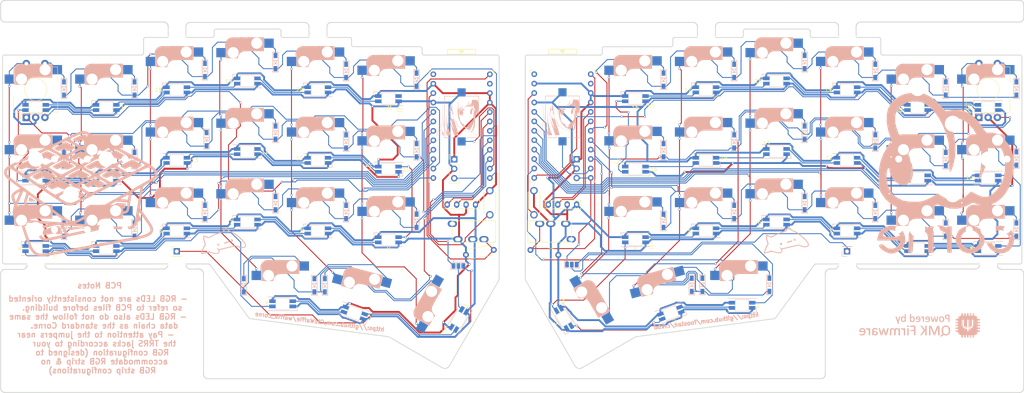
<source format=kicad_pcb>
(kicad_pcb (version 20171130) (host pcbnew 5.1.9)
  (title_block (title Protorne) (date 2020-09-28) (rev 3.0.1) (company "Waffle Inc."))
  (layers (0 F.Cu signal) (31 B.Cu signal) (34 B.Paste user) (35 F.Paste user) (36 B.SilkS user hide) (37 F.SilkS user hide) (38 B.Mask user) (39 F.Mask user) (44 Edge.Cuts user))
  (net 0 "")
  (net 1 row0)
  (net 2 "Net-(D1-Pad2)")
  (net 3 row1)
  (net 4 "Net-(D2-Pad2)")
  (net 5 row2)
  (net 6 "Net-(D3-Pad2)")
  (net 7 row3)
  (net 8 "Net-(D4-Pad2)")
  (net 9 "Net-(D5-Pad2)")
  (net 10 "Net-(D6-Pad2)")
  (net 11 "Net-(D7-Pad2)")
  (net 12 "Net-(D8-Pad2)")
  (net 13 "Net-(D9-Pad2)")
  (net 14 "Net-(D10-Pad2)")
  (net 15 "Net-(D11-Pad2)")
  (net 16 "Net-(D12-Pad2)")
  (net 17 "Net-(D13-Pad2)")
  (net 18 "Net-(D14-Pad2)")
  (net 19 "Net-(D15-Pad2)")
  (net 20 "Net-(D16-Pad2)")
  (net 21 "Net-(D17-Pad2)")
  (net 22 "Net-(D18-Pad2)")
  (net 23 "Net-(D19-Pad2)")
  (net 24 "Net-(D20-Pad2)")
  (net 25 "Net-(D21-Pad2)")
  (net 26 GND)
  (net 27 VCC)
  (net 28 col0)
  (net 29 col1)
  (net 30 col2)
  (net 31 col3)
  (net 32 col4)
  (net 33 col5)
  (net 34 LED)
  (net 35 data)
  (net 36 reset)
  (net 37 SCL)
  (net 38 SDA)
  (net 39 "Net-(U1-Pad24)")
  (net 40 "Net-(D22-Pad2)")
  (net 41 row0_r)
  (net 42 "Net-(D23-Pad2)")
  (net 43 "Net-(D24-Pad2)")
  (net 44 "Net-(D25-Pad2)")
  (net 45 "Net-(D26-Pad2)")
  (net 46 "Net-(D27-Pad2)")
  (net 47 row1_r)
  (net 48 "Net-(D28-Pad2)")
  (net 49 "Net-(D29-Pad2)")
  (net 50 "Net-(D30-Pad2)")
  (net 51 "Net-(D31-Pad2)")
  (net 52 "Net-(D32-Pad2)")
  (net 53 "Net-(D33-Pad2)")
  (net 54 row2_r)
  (net 55 "Net-(D34-Pad2)")
  (net 56 "Net-(D35-Pad2)")
  (net 57 "Net-(D36-Pad2)")
  (net 58 "Net-(D37-Pad2)")
  (net 59 "Net-(D38-Pad2)")
  (net 60 "Net-(D39-Pad2)")
  (net 61 "Net-(D40-Pad2)")
  (net 62 row3_r)
  (net 63 "Net-(D41-Pad2)")
  (net 64 "Net-(D42-Pad2)")
  (net 65 data_r)
  (net 66 SDA_r)
  (net 67 SCL_r)
  (net 68 LED_r)
  (net 69 reset_r)
  (net 70 col0_r)
  (net 71 col1_r)
  (net 72 col2_r)
  (net 73 col3_r)
  (net 74 col4_r)
  (net 75 col5_r)
  (net 76 VDD)
  (net 77 GNDA)
  (net 78 "Net-(U2-Pad24)")
  (net 79 "Net-(J1-PadA)")
  (net 80 "Net-(J3-PadA)")
  (net 81 "Net-(J5-Pad1)")
  (net 82 "Net-(LED1-Pad2)")
  (net 83 "Net-(LED1-Pad4)")
  (net 84 "Net-(LED2-Pad4)")
  (net 85 "Net-(LED3-Pad2)")
  (net 86 "Net-(LED13-Pad2)")
  (net 87 "Net-(LED4-Pad2)")
  (net 88 "Net-(LED5-Pad4)")
  (net 89 "Net-(LED6-Pad2)")
  (net 90 "Net-(LED10-Pad4)")
  (net 91 "Net-(LED11-Pad2)")
  (net 92 "Net-(LED12-Pad4)")
  (net 93 "Net-(LED10-Pad2)")
  (net 94 "Net-(LED11-Pad4)")
  (net 95 "Net-(LED12-Pad2)")
  (net 96 "Net-(LED13-Pad4)")
  (net 97 "Net-(LED14-Pad2)")
  (net 98 "Net-(LED15-Pad4)")
  (net 99 "Net-(LED16-Pad2)")
  (net 100 "Net-(LED17-Pad4)")
  (net 101 "Net-(LED18-Pad2)")
  (net 102 "Net-(LED19-Pad4)")
  (net 103 "Net-(SW2-Pad1)")
  (net 104 "Net-(SW3-Pad1)")
  (net 105 "Net-(SW4-Pad1)")
  (net 106 "Net-(SW5-Pad1)")
  (net 107 "Net-(SW6-Pad1)")
  (net 108 "Net-(SW7-Pad1)")
  (net 109 "Net-(SW8-Pad1)")
  (net 110 "Net-(SW9-Pad1)")
  (net 111 "Net-(SW10-Pad1)")
  (net 112 "Net-(SW11-Pad1)")
  (net 113 "Net-(SW12-Pad1)")
  (net 114 "Net-(SW16-Pad1)")
  (net 115 "Net-(SW17-Pad1)")
  (net 116 "Net-(SW18-Pad1)")
  (net 117 "Net-(SW23-Pad1)")
  (net 118 "Net-(SW24-Pad1)")
  (net 119 "Net-(SW25-Pad1)")
  (net 120 "Net-(SW26-Pad1)")
  (net 121 "Net-(SW27-Pad1)")
  (net 122 "Net-(SW28-Pad1)")
  (net 123 "Net-(SW29-Pad1)")
  (net 124 "Net-(SW30-Pad1)")
  (net 125 "Net-(SW31-Pad1)")
  (net 126 "Net-(SW32-Pad1)")
  (net 127 "Net-(SW33-Pad1)")
  (net 128 "Net-(SW37-Pad1)")
  (net 129 "Net-(SW38-Pad1)")
  (net 130 "Net-(SW39-Pad1)")
  (net 131 "Net-(U1-Pad2)")
  (net 132 "Net-(U2-Pad2)")
  (net 133 "Net-(J6-Pad1)")
  (net 134 "Net-(LED22-Pad2)")
  (net 135 "Net-(LED22-Pad4)")
  (net 136 "Net-(LED23-Pad4)")
  (net 137 "Net-(LED24-Pad2)")
  (net 138 "Net-(LED24-Pad4)")
  (net 139 "Net-(LED25-Pad4)")
  (net 140 "Net-(LED26-Pad2)")
  (net 141 "Net-(LED27-Pad4)")
  (net 142 "Net-(LED28-Pad2)")
  (net 143 "Net-(LED29-Pad4)")
  (net 144 "Net-(LED30-Pad2)")
  (net 145 "Net-(LED31-Pad4)")
  (net 146 "Net-(LED32-Pad2)")
  (net 147 "Net-(LED34-Pad2)")
  (net 148 "Net-(LED35-Pad4)")
  (net 149 "Net-(LED36-Pad2)")
  (net 150 "Net-(LED37-Pad2)")
  (net 151 "Net-(LED38-Pad4)")
  (net 152 "Net-(LED39-Pad2)")
  (net 153 "Net-(LED40-Pad2)")
  (net 154 "Net-(LED41-Pad4)")
  (net 155 "Net-(JP1-Pad2)")
  (net 156 "Net-(JP2-Pad2)")
  (net 157 B1_AUDIO)
  (net 158 B1_AUDIO_R)
  (net 159 ENC_A)
  (net 160 ENC_B)
  (net 161 ENC_A_R)
  (net 162 ENC_B_R)
  (module svg:ae1 (layer B.Cu) (at 160.9251 43.5032 180)
    (fp_text reference G*** hide)
    (fp_text value LOGO hide)
  )
  (module Keebio-Parts:RotaryEncoder_EC11-no-legs (layer F.Cu) (at 276.6145 36.055 90)
    (fp_text reference SW44)
    (fp_text value Rotary_Encoder_Switch)
    (pad A thru_hole rect (at -7.5 -2.5 90) (size 2 2) (drill 1) (layers *.Cu *.Mask) (net 161 ENC_A_R))
    (pad C thru_hole circle (at -7.5 0 90) (size 2 2) (drill 1) (layers *.Cu *.Mask) (net 77 GNDA))
    (pad B thru_hole circle (at -7.5 2.5 90) (size 2 2) (drill 1) (layers *.Cu *.Mask) (net 162 ENC_B_R))
    (pad S2 thru_hole circle (at 7 -2.5 90) (size 2 2) (drill 1) (layers *.Cu *.Mask) (net 70 col0_r))
    (pad S1 thru_hole circle (at 7 2.5 90) (size 2 2) (drill 1) (layers *.Cu *.Mask) (net 40 "Net-(D22-Pad2)"))
  )
  (module kbd:CherryMX_Hotswap (layer F.Cu) (at 20.1075 54.78)
    (fp_text reference SW7 hide)
    (fp_text value SW_PUSH hide)
    (pad "" np_thru_hole circle (at 2.54 -5.08) (size 3 3) (drill 3) (layers *.Cu *.Mask))
    (pad "" np_thru_hole circle (at -3.81 -2.54) (size 3 3) (drill 3) (layers *.Cu *.Mask))
    (pad 2 smd rect (at 5.842 -5.08 180) (size 2.55 2.5) (layers B.Cu B.Paste B.Mask) (net 11 "Net-(D7-Pad2)"))
    (pad "" np_thru_hole circle (at -5.08 0) (size 1.9 1.9) (drill 1.9) (layers *.Cu *.Mask))
    (pad "" np_thru_hole circle (at 5.08 0) (size 1.9 1.9) (drill 1.9) (layers *.Cu *.Mask))
    (pad "" np_thru_hole circle (at 0 0 90) (size 4.1 4.1) (drill 4.1) (layers *.Cu *.Mask))
    (pad 1 smd rect (at -7.085 -2.54 180) (size 2.55 2.5) (layers B.Cu B.Paste B.Mask) (net 108 "Net-(SW7-Pad1)"))
  )
  (module Keebio-Parts:RotaryEncoder_EC11-no-legs (layer F.Cu) (at 20.1075 36.06 90)
    (fp_text reference SW43)
    (fp_text value Rotary_Encoder_Switch)
    (pad A thru_hole rect (at -7.5 -2.5 90) (size 2 2) (drill 1) (layers *.Cu *.Mask) (net 159 ENC_A))
    (pad C thru_hole circle (at -7.5 0 90) (size 2 2) (drill 1) (layers *.Cu *.Mask) (net 26 GND))
    (pad B thru_hole circle (at -7.5 2.5 90) (size 2 2) (drill 1) (layers *.Cu *.Mask) (net 160 ENC_B))
    (pad S2 thru_hole circle (at 7 -2.5 90) (size 2 2) (drill 1) (layers *.Cu *.Mask) (net 28 col0))
    (pad S1 thru_hole circle (at 7 2.5 90) (size 2 2) (drill 1) (layers *.Cu *.Mask) (net 2 "Net-(D1-Pad2)"))
  )
  (module kbd:CherryMX_Hotswap (layer F.Cu) (at 181.6145 52.4)
    (fp_text reference SW33 hide)
    (fp_text value SW_PUSH hide)
    (pad "" np_thru_hole circle (at 2.54 -5.08) (size 3 3) (drill 3) (layers *.Cu *.Mask))
    (pad "" np_thru_hole circle (at -3.81 -2.54) (size 3 3) (drill 3) (layers *.Cu *.Mask))
    (pad 2 smd rect (at 5.842 -5.08 180) (size 2.55 2.5) (layers B.Cu B.Paste B.Mask) (net 53 "Net-(D33-Pad2)"))
    (pad "" np_thru_hole circle (at -5.08 0) (size 1.9 1.9) (drill 1.9) (layers *.Cu *.Mask))
    (pad "" np_thru_hole circle (at 5.08 0) (size 1.9 1.9) (drill 1.9) (layers *.Cu *.Mask))
    (pad "" np_thru_hole circle (at 0 0 90) (size 4.1 4.1) (drill 4.1) (layers *.Cu *.Mask))
    (pad 1 smd rect (at -7.085 -2.54 180) (size 2.55 2.5) (layers B.Cu B.Paste B.Mask) (net 127 "Net-(SW33-Pad1)"))
  )
  (module kbd:CherryMX_Hotswap (layer F.Cu) (at 276.6145 73.775)
    (fp_text reference SW34 hide)
    (fp_text value SW_PUSH hide)
    (pad "" np_thru_hole circle (at 2.54 -5.08) (size 3 3) (drill 3) (layers *.Cu *.Mask))
    (pad "" np_thru_hole circle (at -3.81 -2.54) (size 3 3) (drill 3) (layers *.Cu *.Mask))
    (pad 2 smd rect (at 5.842 -5.08 180) (size 2.55 2.5) (layers B.Cu B.Paste B.Mask) (net 55 "Net-(D34-Pad2)"))
    (pad "" np_thru_hole circle (at -5.08 0) (size 1.9 1.9) (drill 1.9) (layers *.Cu *.Mask))
    (pad "" np_thru_hole circle (at 5.08 0) (size 1.9 1.9) (drill 1.9) (layers *.Cu *.Mask))
    (pad "" np_thru_hole circle (at 0 0 90) (size 4.1 4.1) (drill 4.1) (layers *.Cu *.Mask))
    (pad 1 smd rect (at -7.085 -2.54 180) (size 2.55 2.5) (layers B.Cu B.Paste B.Mask) (net 70 col0_r))
  )
  (module svg:gnd2 (layer F.Cu) (at 162.1316 92.8554 300)
    (fp_text reference G*** hide)
    (fp_text value LOGO hide)
  )
  (module svg:gnd2 (layer F.Cu) (at 130.026 101.0723 60)
    (fp_text reference G*** hide)
    (fp_text value LOGO hide)
  )
  (module svg:gnd2 (layer F.Cu) (at 186.0203 78.2377)
    (fp_text reference G*** hide)
    (fp_text value LOGO hide)
  )
  (module svg:gnd2 (layer F.Cu) (at 176.9525 55.8349)
    (fp_text reference G*** hide)
    (fp_text value LOGO hide)
  )
  (module svg:gnd2 (layer F.Cu) (at 185.8933 40.252)
    (fp_text reference G*** hide)
    (fp_text value LOGO hide)
  )
  (module svg:gnd2 (layer F.Cu) (at 118.0626 41.2807)
    (fp_text reference G*** hide)
    (fp_text value LOGO hide)
  )
  (module svg:gnd2 (layer F.Cu) (at 110.0616 56.1905)
    (fp_text reference G*** hide)
    (fp_text value LOGO hide)
  )
  (module svg:gnd2 (layer F.Cu) (at 25.1875 80.2189)
    (fp_text reference G*** hide)
    (fp_text value LOGO hide)
  )
  (module svg:ae1 (layer B.Cu) (at 133.7471 43.5794 180)
    (fp_text reference G*** hide)
    (fp_text value LOGO hide)
  )
  (module weeb:qmk7fp (layer B.Cu) (at 258.1055 99.5483 180)
    (fp_text reference G*** hide)
    (fp_text value LOGO hide)
  )
  (module Buzzer_Beeper:Buzzer_Mallory_AST1109MLTRQ (layer B.Cu) (at 161.9875 43.39 90)
    (fp_text reference R4)
    (fp_text value R_Small)
    (pad 1 smd rect (at -6.6 0 90) (size 2.2 2.2) (layers B.Cu B.Paste B.Mask) (net 158 B1_AUDIO_R))
    (pad 2 smd rect (at 6.6 0 90) (size 2.2 2.2) (layers B.Cu B.Paste B.Mask) (net 76 VDD))
  )
  (module Buzzer_Beeper:Buzzer_Mallory_AST1109MLTRQ (layer B.Cu) (at 134.8125 43.42 90)
    (fp_text reference R3)
    (fp_text value R_Small)
    (pad 1 smd rect (at -6.6 0 90) (size 2.2 2.2) (layers B.Cu B.Paste B.Mask) (net 157 B1_AUDIO))
    (pad 2 smd rect (at 6.6 0 90) (size 2.2 2.2) (layers B.Cu B.Paste B.Mask) (net 27 VCC))
  )
  (module Jumper:SolderJumper-3_P1.3mm_Open_Pad1.0x1.5mm (layer B.Cu) (at 164.5065 83.178)
    (fp_text reference JP2)
    (fp_text value SolderJumper_3_Open)
    (pad 1 smd rect (at -1.3 0) (size 1 1.5) (layers B.Cu B.Mask) (net 68 LED_r))
    (pad 2 smd rect (at 0 0) (size 1 1.5) (layers B.Cu B.Mask) (net 156 "Net-(JP2-Pad2)"))
    (pad 3 smd rect (at 1.3 0) (size 1 1.5) (layers B.Cu B.Mask) (net 133 "Net-(J6-Pad1)"))
  )
  (module Jumper:SolderJumper-3_P1.3mm_Open_Pad1.0x1.5mm (layer B.Cu) (at 133.963 83.559)
    (fp_text reference JP1)
    (fp_text value SolderJumper_3_Open)
    (pad 1 smd rect (at -1.3 0) (size 1 1.5) (layers B.Cu B.Mask) (net 34 LED))
    (pad 2 smd rect (at 0 0) (size 1 1.5) (layers B.Cu B.Mask) (net 155 "Net-(JP1-Pad2)"))
    (pad 3 smd rect (at 1.3 0) (size 1 1.5) (layers B.Cu B.Mask) (net 81 "Net-(J5-Pad1)"))
  )
  (module kbd:YS-SK6812MINI-E (layer B.Cu) (at 276.6145 78.875)
    (fp_text reference LED42)
    (fp_text value YS-SK6812MINI-E)
    (fp_line (start -1.8 1.55) (end -1.8 -1.55) (layer Edge.Cuts) (width 0.12))
    (fp_line (start -1.8 -1.55) (end 1.8 -1.55) (layer Edge.Cuts) (width 0.12))
    (fp_line (start 1.8 -1.55) (end 1.8 1.55) (layer Edge.Cuts) (width 0.12))
    (fp_line (start 1.8 1.55) (end -1.8 1.55) (layer Edge.Cuts) (width 0.12))
    (pad 2 smd rect (at 2.75 -0.7) (size 1.7 1) (layers B.Cu B.Paste B.Mask) (net 154 "Net-(LED41-Pad4)"))
    (pad 1 smd rect (at 2.75 0.7) (size 1.7 1) (layers B.Cu B.Paste B.Mask) (net 76 VDD))
    (pad 3 smd rect (at -2.75 -0.7) (size 1.7 1) (layers B.Cu B.Paste B.Mask) (net 77 GNDA))
    (pad 4 smd rect (at -2.75 0.7) (size 1.7 1) (layers B.Cu B.Paste B.Mask) (net 152 "Net-(LED39-Pad2)"))
  )
  (module kbd:YS-SK6812MINI-E (layer B.Cu) (at 276.6145 59.875 180)
    (fp_text reference LED41)
    (fp_text value YS-SK6812MINI-E)
    (fp_line (start -1.8 1.55) (end -1.8 -1.55) (layer Edge.Cuts) (width 0.12))
    (fp_line (start -1.8 -1.55) (end 1.8 -1.55) (layer Edge.Cuts) (width 0.12))
    (fp_line (start 1.8 -1.55) (end 1.8 1.55) (layer Edge.Cuts) (width 0.12))
    (fp_line (start 1.8 1.55) (end -1.8 1.55) (layer Edge.Cuts) (width 0.12))
    (pad 2 smd rect (at 2.75 -0.7 180) (size 1.7 1) (layers B.Cu B.Paste B.Mask) (net 151 "Net-(LED38-Pad4)"))
    (pad 1 smd rect (at 2.75 0.7 180) (size 1.7 1) (layers B.Cu B.Paste B.Mask) (net 76 VDD))
    (pad 3 smd rect (at -2.75 -0.7 180) (size 1.7 1) (layers B.Cu B.Paste B.Mask) (net 77 GNDA))
    (pad 4 smd rect (at -2.75 0.7 180) (size 1.7 1) (layers B.Cu B.Paste B.Mask) (net 154 "Net-(LED41-Pad4)"))
  )
  (module kbd:YS-SK6812MINI-E (layer B.Cu) (at 276.6145 40.875)
    (fp_text reference LED40)
    (fp_text value YS-SK6812MINI-E)
    (fp_line (start -1.8 1.55) (end -1.8 -1.55) (layer Edge.Cuts) (width 0.12))
    (fp_line (start -1.8 -1.55) (end 1.8 -1.55) (layer Edge.Cuts) (width 0.12))
    (fp_line (start 1.8 -1.55) (end 1.8 1.55) (layer Edge.Cuts) (width 0.12))
    (fp_line (start 1.8 1.55) (end -1.8 1.55) (layer Edge.Cuts) (width 0.12))
    (pad 2 smd rect (at 2.75 -0.7) (size 1.7 1) (layers B.Cu B.Paste B.Mask) (net 153 "Net-(LED40-Pad2)"))
    (pad 1 smd rect (at 2.75 0.7) (size 1.7 1) (layers B.Cu B.Paste B.Mask) (net 76 VDD))
    (pad 3 smd rect (at -2.75 -0.7) (size 1.7 1) (layers B.Cu B.Paste B.Mask) (net 77 GNDA))
    (pad 4 smd rect (at -2.75 0.7) (size 1.7 1) (layers B.Cu B.Paste B.Mask) (net 150 "Net-(LED37-Pad2)"))
  )
  (module kbd:YS-SK6812MINI-E (layer B.Cu) (at 257.6145 78.875)
    (fp_text reference LED39 (at 0.2 -11.2) (layer B.SilkS) (effects (justify mirror)))
    (fp_text value YS-SK6812MINI-E)
    (fp_line (start -1.8 1.55) (end -1.8 -1.55) (layer Edge.Cuts) (width 0.12))
    (fp_line (start -1.8 -1.55) (end 1.8 -1.55) (layer Edge.Cuts) (width 0.12))
    (fp_line (start 1.8 -1.55) (end 1.8 1.55) (layer Edge.Cuts) (width 0.12))
    (fp_line (start 1.8 1.55) (end -1.8 1.55) (layer Edge.Cuts) (width 0.12))
    (pad 2 smd rect (at 2.75 -0.7) (size 1.7 1) (layers B.Cu B.Paste B.Mask) (net 152 "Net-(LED39-Pad2)"))
    (pad 1 smd rect (at 2.75 0.7) (size 1.7 1) (layers B.Cu B.Paste B.Mask) (net 76 VDD))
    (pad 3 smd rect (at -2.75 -0.7) (size 1.7 1) (layers B.Cu B.Paste B.Mask) (net 77 GNDA))
    (pad 4 smd rect (at -2.75 0.7) (size 1.7 1) (layers B.Cu B.Paste B.Mask) (net 149 "Net-(LED36-Pad2)"))
  )
  (module kbd:YS-SK6812MINI-E (layer B.Cu) (at 257.6145 59.875 180)
    (fp_text reference LED38)
    (fp_text value YS-SK6812MINI-E)
    (fp_line (start -1.8 1.55) (end -1.8 -1.55) (layer Edge.Cuts) (width 0.12))
    (fp_line (start -1.8 -1.55) (end 1.8 -1.55) (layer Edge.Cuts) (width 0.12))
    (fp_line (start 1.8 -1.55) (end 1.8 1.55) (layer Edge.Cuts) (width 0.12))
    (fp_line (start 1.8 1.55) (end -1.8 1.55) (layer Edge.Cuts) (width 0.12))
    (pad 2 smd rect (at 2.75 -0.7 180) (size 1.7 1) (layers B.Cu B.Paste B.Mask) (net 148 "Net-(LED35-Pad4)"))
    (pad 1 smd rect (at 2.75 0.7 180) (size 1.7 1) (layers B.Cu B.Paste B.Mask) (net 76 VDD))
    (pad 3 smd rect (at -2.75 -0.7 180) (size 1.7 1) (layers B.Cu B.Paste B.Mask) (net 77 GNDA))
    (pad 4 smd rect (at -2.75 0.7 180) (size 1.7 1) (layers B.Cu B.Paste B.Mask) (net 151 "Net-(LED38-Pad4)"))
  )
  (module kbd:YS-SK6812MINI-E (layer B.Cu) (at 257.6145 40.875)
    (fp_text reference LED37)
    (fp_text value YS-SK6812MINI-E)
    (fp_line (start -1.8 1.55) (end -1.8 -1.55) (layer Edge.Cuts) (width 0.12))
    (fp_line (start -1.8 -1.55) (end 1.8 -1.55) (layer Edge.Cuts) (width 0.12))
    (fp_line (start 1.8 -1.55) (end 1.8 1.55) (layer Edge.Cuts) (width 0.12))
    (fp_line (start 1.8 1.55) (end -1.8 1.55) (layer Edge.Cuts) (width 0.12))
    (pad 2 smd rect (at 2.75 -0.7) (size 1.7 1) (layers B.Cu B.Paste B.Mask) (net 150 "Net-(LED37-Pad2)"))
    (pad 1 smd rect (at 2.75 0.7) (size 1.7 1) (layers B.Cu B.Paste B.Mask) (net 76 VDD))
    (pad 3 smd rect (at -2.75 -0.7) (size 1.7 1) (layers B.Cu B.Paste B.Mask) (net 77 GNDA))
    (pad 4 smd rect (at -2.75 0.7) (size 1.7 1) (layers B.Cu B.Paste B.Mask) (net 147 "Net-(LED34-Pad2)"))
  )
  (module kbd:YS-SK6812MINI-E (layer B.Cu) (at 238.6145 74.125)
    (fp_text reference LED36)
    (fp_text value YS-SK6812MINI-E)
    (fp_line (start -1.8 1.55) (end -1.8 -1.55) (layer Edge.Cuts) (width 0.12))
    (fp_line (start -1.8 -1.55) (end 1.8 -1.55) (layer Edge.Cuts) (width 0.12))
    (fp_line (start 1.8 -1.55) (end 1.8 1.55) (layer Edge.Cuts) (width 0.12))
    (fp_line (start 1.8 1.55) (end -1.8 1.55) (layer Edge.Cuts) (width 0.12))
    (pad 2 smd rect (at 2.75 -0.7) (size 1.7 1) (layers B.Cu B.Paste B.Mask) (net 149 "Net-(LED36-Pad2)"))
    (pad 1 smd rect (at 2.75 0.7) (size 1.7 1) (layers B.Cu B.Paste B.Mask) (net 76 VDD))
    (pad 3 smd rect (at -2.75 -0.7) (size 1.7 1) (layers B.Cu B.Paste B.Mask) (net 77 GNDA))
    (pad 4 smd rect (at -2.75 0.7) (size 1.7 1) (layers B.Cu B.Paste B.Mask) (net 146 "Net-(LED32-Pad2)"))
  )
  (module kbd:YS-SK6812MINI-E (layer B.Cu) (at 238.6145 55.125 180)
    (fp_text reference LED35)
    (fp_text value YS-SK6812MINI-E)
    (fp_line (start -1.8 1.55) (end -1.8 -1.55) (layer Edge.Cuts) (width 0.12))
    (fp_line (start -1.8 -1.55) (end 1.8 -1.55) (layer Edge.Cuts) (width 0.12))
    (fp_line (start 1.8 -1.55) (end 1.8 1.55) (layer Edge.Cuts) (width 0.12))
    (fp_line (start 1.8 1.55) (end -1.8 1.55) (layer Edge.Cuts) (width 0.12))
    (pad 2 smd rect (at 2.75 -0.7 180) (size 1.7 1) (layers B.Cu B.Paste B.Mask) (net 145 "Net-(LED31-Pad4)"))
    (pad 1 smd rect (at 2.75 0.7 180) (size 1.7 1) (layers B.Cu B.Paste B.Mask) (net 76 VDD))
    (pad 3 smd rect (at -2.75 -0.7 180) (size 1.7 1) (layers B.Cu B.Paste B.Mask) (net 77 GNDA))
    (pad 4 smd rect (at -2.75 0.7 180) (size 1.7 1) (layers B.Cu B.Paste B.Mask) (net 148 "Net-(LED35-Pad4)"))
  )
  (module kbd:YS-SK6812MINI-E (layer B.Cu) (at 238.6145 36.125)
    (fp_text reference LED34)
    (fp_text value YS-SK6812MINI-E)
    (fp_line (start -1.8 1.55) (end -1.8 -1.55) (layer Edge.Cuts) (width 0.12))
    (fp_line (start -1.8 -1.55) (end 1.8 -1.55) (layer Edge.Cuts) (width 0.12))
    (fp_line (start 1.8 -1.55) (end 1.8 1.55) (layer Edge.Cuts) (width 0.12))
    (fp_line (start 1.8 1.55) (end -1.8 1.55) (layer Edge.Cuts) (width 0.12))
    (pad 2 smd rect (at 2.75 -0.7) (size 1.7 1) (layers B.Cu B.Paste B.Mask) (net 147 "Net-(LED34-Pad2)"))
    (pad 1 smd rect (at 2.75 0.7) (size 1.7 1) (layers B.Cu B.Paste B.Mask) (net 76 VDD))
    (pad 3 smd rect (at -2.75 -0.7) (size 1.7 1) (layers B.Cu B.Paste B.Mask) (net 77 GNDA))
    (pad 4 smd rect (at -2.75 0.7) (size 1.7 1) (layers B.Cu B.Paste B.Mask) (net 144 "Net-(LED30-Pad2)"))
  )
  (module kbd:YS-SK6812MINI-E (layer B.Cu) (at 210.3535 94.1635 180)
    (fp_text reference LED33)
    (fp_text value YS-SK6812MINI-E)
    (fp_line (start -1.8 1.55) (end -1.8 -1.55) (layer Edge.Cuts) (width 0.12))
    (fp_line (start -1.8 -1.55) (end 1.8 -1.55) (layer Edge.Cuts) (width 0.12))
    (fp_line (start 1.8 -1.55) (end 1.8 1.55) (layer Edge.Cuts) (width 0.12))
    (fp_line (start 1.8 1.55) (end -1.8 1.55) (layer Edge.Cuts) (width 0.12))
    (pad 2 smd rect (at 2.75 -0.7 180) (size 1.7 1) (layers B.Cu B.Paste B.Mask) (net 143 "Net-(LED29-Pad4)"))
    (pad 1 smd rect (at 2.75 0.7 180) (size 1.7 1) (layers B.Cu B.Paste B.Mask) (net 76 VDD))
    (pad 3 smd rect (at -2.75 -0.7 180) (size 1.7 1) (layers B.Cu B.Paste B.Mask) (net 77 GNDA))
    (pad 4 smd rect (at -2.75 0.7 180) (size 1.7 1) (layers B.Cu B.Paste B.Mask) (net 156 "Net-(JP2-Pad2)"))
  )
  (module kbd:YS-SK6812MINI-E (layer B.Cu) (at 219.6145 71.75)
    (fp_text reference LED32)
    (fp_text value YS-SK6812MINI-E)
    (fp_line (start -1.8 1.55) (end -1.8 -1.55) (layer Edge.Cuts) (width 0.12))
    (fp_line (start -1.8 -1.55) (end 1.8 -1.55) (layer Edge.Cuts) (width 0.12))
    (fp_line (start 1.8 -1.55) (end 1.8 1.55) (layer Edge.Cuts) (width 0.12))
    (fp_line (start 1.8 1.55) (end -1.8 1.55) (layer Edge.Cuts) (width 0.12))
    (pad 2 smd rect (at 2.75 -0.7) (size 1.7 1) (layers B.Cu B.Paste B.Mask) (net 146 "Net-(LED32-Pad2)"))
    (pad 1 smd rect (at 2.75 0.7) (size 1.7 1) (layers B.Cu B.Paste B.Mask) (net 76 VDD))
    (pad 3 smd rect (at -2.75 -0.7) (size 1.7 1) (layers B.Cu B.Paste B.Mask) (net 77 GNDA))
    (pad 4 smd rect (at -2.75 0.7) (size 1.7 1) (layers B.Cu B.Paste B.Mask) (net 142 "Net-(LED28-Pad2)"))
  )
  (module kbd:YS-SK6812MINI-E (layer B.Cu) (at 219.6145 52.75 180)
    (fp_text reference LED31)
    (fp_text value YS-SK6812MINI-E)
    (fp_line (start -1.8 1.55) (end -1.8 -1.55) (layer Edge.Cuts) (width 0.12))
    (fp_line (start -1.8 -1.55) (end 1.8 -1.55) (layer Edge.Cuts) (width 0.12))
    (fp_line (start 1.8 -1.55) (end 1.8 1.55) (layer Edge.Cuts) (width 0.12))
    (fp_line (start 1.8 1.55) (end -1.8 1.55) (layer Edge.Cuts) (width 0.12))
    (pad 2 smd rect (at 2.75 -0.7 180) (size 1.7 1) (layers B.Cu B.Paste B.Mask) (net 141 "Net-(LED27-Pad4)"))
    (pad 1 smd rect (at 2.75 0.7 180) (size 1.7 1) (layers B.Cu B.Paste B.Mask) (net 76 VDD))
    (pad 3 smd rect (at -2.75 -0.7 180) (size 1.7 1) (layers B.Cu B.Paste B.Mask) (net 77 GNDA))
    (pad 4 smd rect (at -2.75 0.7 180) (size 1.7 1) (layers B.Cu B.Paste B.Mask) (net 145 "Net-(LED31-Pad4)"))
  )
  (module kbd:YS-SK6812MINI-E (layer B.Cu) (at 219.6145 33.75)
    (fp_text reference LED30)
    (fp_text value YS-SK6812MINI-E)
    (fp_line (start -1.8 1.55) (end -1.8 -1.55) (layer Edge.Cuts) (width 0.12))
    (fp_line (start -1.8 -1.55) (end 1.8 -1.55) (layer Edge.Cuts) (width 0.12))
    (fp_line (start 1.8 -1.55) (end 1.8 1.55) (layer Edge.Cuts) (width 0.12))
    (fp_line (start 1.8 1.55) (end -1.8 1.55) (layer Edge.Cuts) (width 0.12))
    (pad 2 smd rect (at 2.75 -0.7) (size 1.7 1) (layers B.Cu B.Paste B.Mask) (net 144 "Net-(LED30-Pad2)"))
    (pad 1 smd rect (at 2.75 0.7) (size 1.7 1) (layers B.Cu B.Paste B.Mask) (net 76 VDD))
    (pad 3 smd rect (at -2.75 -0.7) (size 1.7 1) (layers B.Cu B.Paste B.Mask) (net 77 GNDA))
    (pad 4 smd rect (at -2.75 0.7) (size 1.7 1) (layers B.Cu B.Paste B.Mask) (net 140 "Net-(LED26-Pad2)"))
  )
  (module kbd:YS-SK6812MINI-E (layer B.Cu) (at 191.1765 96.259 200)
    (fp_text reference LED29)
    (fp_text value YS-SK6812MINI-E)
    (fp_line (start -1.8 1.55) (end -1.8 -1.55) (layer Edge.Cuts) (width 0.12))
    (fp_line (start -1.8 -1.55) (end 1.8 -1.55) (layer Edge.Cuts) (width 0.12))
    (fp_line (start 1.8 -1.55) (end 1.8 1.55) (layer Edge.Cuts) (width 0.12))
    (fp_line (start 1.8 1.55) (end -1.8 1.55) (layer Edge.Cuts) (width 0.12))
    (pad 2 smd rect (at 2.75 -0.7 200) (size 1.7 1) (layers B.Cu B.Paste B.Mask) (net 139 "Net-(LED25-Pad4)"))
    (pad 1 smd rect (at 2.75 0.7 200) (size 1.7 1) (layers B.Cu B.Paste B.Mask) (net 76 VDD))
    (pad 3 smd rect (at -2.75 -0.7 200) (size 1.7 1) (layers B.Cu B.Paste B.Mask) (net 77 GNDA))
    (pad 4 smd rect (at -2.75 0.7 200) (size 1.7 1) (layers B.Cu B.Paste B.Mask) (net 143 "Net-(LED29-Pad4)"))
  )
  (module kbd:YS-SK6812MINI-E (layer B.Cu) (at 200.6145 74.125)
    (fp_text reference LED28)
    (fp_text value YS-SK6812MINI-E)
    (fp_line (start -1.8 1.55) (end -1.8 -1.55) (layer Edge.Cuts) (width 0.12))
    (fp_line (start -1.8 -1.55) (end 1.8 -1.55) (layer Edge.Cuts) (width 0.12))
    (fp_line (start 1.8 -1.55) (end 1.8 1.55) (layer Edge.Cuts) (width 0.12))
    (fp_line (start 1.8 1.55) (end -1.8 1.55) (layer Edge.Cuts) (width 0.12))
    (pad 2 smd rect (at 2.75 -0.7) (size 1.7 1) (layers B.Cu B.Paste B.Mask) (net 142 "Net-(LED28-Pad2)"))
    (pad 1 smd rect (at 2.75 0.7) (size 1.7 1) (layers B.Cu B.Paste B.Mask) (net 76 VDD))
    (pad 3 smd rect (at -2.75 -0.7) (size 1.7 1) (layers B.Cu B.Paste B.Mask) (net 77 GNDA))
    (pad 4 smd rect (at -2.75 0.7) (size 1.7 1) (layers B.Cu B.Paste B.Mask) (net 137 "Net-(LED24-Pad2)"))
  )
  (module kbd:YS-SK6812MINI-E (layer B.Cu) (at 200.6145 55.125 180)
    (fp_text reference LED27)
    (fp_text value YS-SK6812MINI-E)
    (fp_line (start -1.8 1.55) (end -1.8 -1.55) (layer Edge.Cuts) (width 0.12))
    (fp_line (start -1.8 -1.55) (end 1.8 -1.55) (layer Edge.Cuts) (width 0.12))
    (fp_line (start 1.8 -1.55) (end 1.8 1.55) (layer Edge.Cuts) (width 0.12))
    (fp_line (start 1.8 1.55) (end -1.8 1.55) (layer Edge.Cuts) (width 0.12))
    (pad 2 smd rect (at 2.75 -0.7 180) (size 1.7 1) (layers B.Cu B.Paste B.Mask) (net 136 "Net-(LED23-Pad4)"))
    (pad 1 smd rect (at 2.75 0.7 180) (size 1.7 1) (layers B.Cu B.Paste B.Mask) (net 76 VDD))
    (pad 3 smd rect (at -2.75 -0.7 180) (size 1.7 1) (layers B.Cu B.Paste B.Mask) (net 77 GNDA))
    (pad 4 smd rect (at -2.75 0.7 180) (size 1.7 1) (layers B.Cu B.Paste B.Mask) (net 141 "Net-(LED27-Pad4)"))
  )
  (module kbd:YS-SK6812MINI-E (layer B.Cu) (at 200.6145 36.125)
    (fp_text reference LED26)
    (fp_text value YS-SK6812MINI-E)
    (fp_line (start -1.8 1.55) (end -1.8 -1.55) (layer Edge.Cuts) (width 0.12))
    (fp_line (start -1.8 -1.55) (end 1.8 -1.55) (layer Edge.Cuts) (width 0.12))
    (fp_line (start 1.8 -1.55) (end 1.8 1.55) (layer Edge.Cuts) (width 0.12))
    (fp_line (start 1.8 1.55) (end -1.8 1.55) (layer Edge.Cuts) (width 0.12))
    (pad 2 smd rect (at 2.75 -0.7) (size 1.7 1) (layers B.Cu B.Paste B.Mask) (net 140 "Net-(LED26-Pad2)"))
    (pad 1 smd rect (at 2.75 0.7) (size 1.7 1) (layers B.Cu B.Paste B.Mask) (net 76 VDD))
    (pad 3 smd rect (at -2.75 -0.7) (size 1.7 1) (layers B.Cu B.Paste B.Mask) (net 77 GNDA))
    (pad 4 smd rect (at -2.75 0.7) (size 1.7 1) (layers B.Cu B.Paste B.Mask) (net 134 "Net-(LED22-Pad2)"))
  )
  (module kbd:YS-SK6812MINI-E (layer B.Cu) (at 162.3475 97.656 120)
    (fp_text reference LED25)
    (fp_text value YS-SK6812MINI-E)
    (fp_line (start -1.8 1.55) (end -1.8 -1.55) (layer Edge.Cuts) (width 0.12))
    (fp_line (start -1.8 -1.55) (end 1.8 -1.55) (layer Edge.Cuts) (width 0.12))
    (fp_line (start 1.8 -1.55) (end 1.8 1.55) (layer Edge.Cuts) (width 0.12))
    (fp_line (start 1.8 1.55) (end -1.8 1.55) (layer Edge.Cuts) (width 0.12))
    (pad 2 smd rect (at 2.75 -0.7 120) (size 1.7 1) (layers B.Cu B.Paste B.Mask) (net 138 "Net-(LED24-Pad4)"))
    (pad 1 smd rect (at 2.75 0.7 120) (size 1.7 1) (layers B.Cu B.Paste B.Mask) (net 76 VDD))
    (pad 3 smd rect (at -2.75 -0.7 120) (size 1.7 1) (layers B.Cu B.Paste B.Mask) (net 77 GNDA))
    (pad 4 smd rect (at -2.75 0.7 120) (size 1.7 1) (layers B.Cu B.Paste B.Mask) (net 139 "Net-(LED25-Pad4)"))
  )
  (module kbd:YS-SK6812MINI-E (layer B.Cu) (at 181.6145 76.5)
    (fp_text reference LED24)
    (fp_text value YS-SK6812MINI-E)
    (fp_line (start -1.8 1.55) (end -1.8 -1.55) (layer Edge.Cuts) (width 0.12))
    (fp_line (start -1.8 -1.55) (end 1.8 -1.55) (layer Edge.Cuts) (width 0.12))
    (fp_line (start 1.8 -1.55) (end 1.8 1.55) (layer Edge.Cuts) (width 0.12))
    (fp_line (start 1.8 1.55) (end -1.8 1.55) (layer Edge.Cuts) (width 0.12))
    (pad 2 smd rect (at 2.75 -0.7) (size 1.7 1) (layers B.Cu B.Paste B.Mask) (net 137 "Net-(LED24-Pad2)"))
    (pad 1 smd rect (at 2.75 0.7) (size 1.7 1) (layers B.Cu B.Paste B.Mask) (net 76 VDD))
    (pad 3 smd rect (at -2.75 -0.7) (size 1.7 1) (layers B.Cu B.Paste B.Mask) (net 77 GNDA))
    (pad 4 smd rect (at -2.75 0.7) (size 1.7 1) (layers B.Cu B.Paste B.Mask) (net 138 "Net-(LED24-Pad4)"))
  )
  (module kbd:YS-SK6812MINI-E (layer B.Cu) (at 181.6145 57.5 180)
    (fp_text reference LED23)
    (fp_text value YS-SK6812MINI-E)
    (fp_line (start -1.8 1.55) (end -1.8 -1.55) (layer Edge.Cuts) (width 0.12))
    (fp_line (start -1.8 -1.55) (end 1.8 -1.55) (layer Edge.Cuts) (width 0.12))
    (fp_line (start 1.8 -1.55) (end 1.8 1.55) (layer Edge.Cuts) (width 0.12))
    (fp_line (start 1.8 1.55) (end -1.8 1.55) (layer Edge.Cuts) (width 0.12))
    (pad 2 smd rect (at 2.75 -0.7 180) (size 1.7 1) (layers B.Cu B.Paste B.Mask) (net 135 "Net-(LED22-Pad4)"))
    (pad 1 smd rect (at 2.75 0.7 180) (size 1.7 1) (layers B.Cu B.Paste B.Mask) (net 76 VDD))
    (pad 3 smd rect (at -2.75 -0.7 180) (size 1.7 1) (layers B.Cu B.Paste B.Mask) (net 77 GNDA))
    (pad 4 smd rect (at -2.75 0.7 180) (size 1.7 1) (layers B.Cu B.Paste B.Mask) (net 136 "Net-(LED23-Pad4)"))
  )
  (module kbd:YS-SK6812MINI-E (layer B.Cu) (at 181.6075 38.505)
    (fp_text reference LED22)
    (fp_text value YS-SK6812MINI-E)
    (fp_line (start -1.8 1.55) (end -1.8 -1.55) (layer Edge.Cuts) (width 0.12))
    (fp_line (start -1.8 -1.55) (end 1.8 -1.55) (layer Edge.Cuts) (width 0.12))
    (fp_line (start 1.8 -1.55) (end 1.8 1.55) (layer Edge.Cuts) (width 0.12))
    (fp_line (start 1.8 1.55) (end -1.8 1.55) (layer Edge.Cuts) (width 0.12))
    (pad 2 smd rect (at 2.75 -0.7) (size 1.7 1) (layers B.Cu B.Paste B.Mask) (net 134 "Net-(LED22-Pad2)"))
    (pad 1 smd rect (at 2.75 0.7) (size 1.7 1) (layers B.Cu B.Paste B.Mask) (net 76 VDD))
    (pad 3 smd rect (at -2.75 -0.7) (size 1.7 1) (layers B.Cu B.Paste B.Mask) (net 77 GNDA))
    (pad 4 smd rect (at -2.75 0.7) (size 1.7 1) (layers B.Cu B.Paste B.Mask) (net 135 "Net-(LED22-Pad4)"))
  )
  (module Connector_PinHeader_2.54mm:PinHeader_1x01_P2.54mm_Vertical (layer B.Cu) (at 238.6145 79.625)
    (fp_text reference J6)
    (fp_text value Conn_01x01_Male)
    (pad 1 thru_hole rect (at 0 0) (size 1.7 1.7) (drill 1) (layers *.Cu *.Mask) (net 133 "Net-(J6-Pad1)"))
  )
  (module Connector_PinHeader_2.54mm:PinHeader_1x01_P2.54mm_Vertical (layer F.Cu) (at 58.1075 79.63)
    (fp_text reference J5)
    (fp_text value Conn_01x01_Male)
    (pad 1 thru_hole rect (at 0 0) (size 1.7 1.7) (drill 1) (layers *.Cu *.Mask) (net 81 "Net-(J5-Pad1)"))
  )
  (module kbd:CherryMX_Hotswap (layer F.Cu) (at 115.1075 52.405)
    (fp_text reference SW12 hide)
    (fp_text value SW_PUSH hide)
    (pad "" np_thru_hole circle (at 2.54 -5.08) (size 3 3) (drill 3) (layers *.Cu *.Mask))
    (pad "" np_thru_hole circle (at -3.81 -2.54) (size 3 3) (drill 3) (layers *.Cu *.Mask))
    (pad 2 smd rect (at 5.842 -5.08 180) (size 2.55 2.5) (layers B.Cu B.Paste B.Mask) (net 16 "Net-(D12-Pad2)"))
    (pad "" np_thru_hole circle (at -5.08 0) (size 1.9 1.9) (drill 1.9) (layers *.Cu *.Mask))
    (pad "" np_thru_hole circle (at 5.08 0) (size 1.9 1.9) (drill 1.9) (layers *.Cu *.Mask))
    (pad "" np_thru_hole circle (at 0 0 90) (size 4.1 4.1) (drill 4.1) (layers *.Cu *.Mask))
    (pad 1 smd rect (at -7.085 -2.54 180) (size 2.55 2.5) (layers B.Cu B.Paste B.Mask) (net 113 "Net-(SW12-Pad1)"))
  )
  (module kbd:CherryMX_Hotswap (layer F.Cu) (at 96.1075 50.03)
    (fp_text reference SW11 hide)
    (fp_text value SW_PUSH hide)
    (pad "" np_thru_hole circle (at 2.54 -5.08) (size 3 3) (drill 3) (layers *.Cu *.Mask))
    (pad "" np_thru_hole circle (at -3.81 -2.54) (size 3 3) (drill 3) (layers *.Cu *.Mask))
    (pad 2 smd rect (at 5.842 -5.08 180) (size 2.55 2.5) (layers B.Cu B.Paste B.Mask) (net 15 "Net-(D11-Pad2)"))
    (pad "" np_thru_hole circle (at -5.08 0) (size 1.9 1.9) (drill 1.9) (layers *.Cu *.Mask))
    (pad "" np_thru_hole circle (at 5.08 0) (size 1.9 1.9) (drill 1.9) (layers *.Cu *.Mask))
    (pad "" np_thru_hole circle (at 0 0 90) (size 4.1 4.1) (drill 4.1) (layers *.Cu *.Mask))
    (pad 1 smd rect (at -7.085 -2.54 180) (size 2.55 2.5) (layers B.Cu B.Paste B.Mask) (net 112 "Net-(SW11-Pad1)"))
  )
  (module kbd:YS-SK6812MINI-E (layer B.Cu) (at 134.1027 97.9862 240)
    (fp_text reference LED21)
    (fp_text value YS-SK6812MINI-E)
    (fp_line (start 1.8 1.55) (end -1.8 1.55) (layer Edge.Cuts) (width 0.12))
    (fp_line (start 1.8 -1.55) (end 1.8 1.55) (layer Edge.Cuts) (width 0.12))
    (fp_line (start -1.8 -1.55) (end 1.8 -1.55) (layer Edge.Cuts) (width 0.12))
    (fp_line (start -1.8 1.55) (end -1.8 -1.55) (layer Edge.Cuts) (width 0.12))
    (pad 2 smd rect (at 2.75 -0.7 240) (size 1.7 1) (layers B.Cu B.Paste B.Mask) (net 100 "Net-(LED17-Pad4)"))
    (pad 1 smd rect (at 2.75 0.7 240) (size 1.7 1) (layers B.Cu B.Paste B.Mask) (net 27 VCC))
    (pad 3 smd rect (at -2.75 -0.7 240) (size 1.7 1) (layers B.Cu B.Paste B.Mask) (net 26 GND))
    (pad 4 smd rect (at -2.75 0.7 240) (size 1.7 1) (layers B.Cu B.Paste B.Mask) (net 155 "Net-(JP1-Pad2)"))
  )
  (module kbd:YS-SK6812MINI-E (layer B.Cu) (at 115.1075 76.505)
    (fp_text reference LED20 (at 0.2 -11.2) (layer B.SilkS) (effects (justify mirror)))
    (fp_text value YS-SK6812MINI-E)
    (fp_line (start 1.8 1.55) (end -1.8 1.55) (layer Edge.Cuts) (width 0.12))
    (fp_line (start 1.8 -1.55) (end 1.8 1.55) (layer Edge.Cuts) (width 0.12))
    (fp_line (start -1.8 -1.55) (end 1.8 -1.55) (layer Edge.Cuts) (width 0.12))
    (fp_line (start -1.8 1.55) (end -1.8 -1.55) (layer Edge.Cuts) (width 0.12))
    (pad 2 smd rect (at 2.75 -0.7) (size 1.7 1) (layers B.Cu B.Paste B.Mask) (net 102 "Net-(LED19-Pad4)"))
    (pad 1 smd rect (at 2.75 0.7) (size 1.7 1) (layers B.Cu B.Paste B.Mask) (net 27 VCC))
    (pad 3 smd rect (at -2.75 -0.7) (size 1.7 1) (layers B.Cu B.Paste B.Mask) (net 26 GND))
    (pad 4 smd rect (at -2.75 0.7) (size 1.7 1) (layers B.Cu B.Paste B.Mask) (net 99 "Net-(LED16-Pad2)"))
  )
  (module kbd:YS-SK6812MINI-E (layer B.Cu) (at 115.1075 57.505 180)
    (fp_text reference LED19)
    (fp_text value YS-SK6812MINI-E)
    (fp_line (start 1.8 1.55) (end -1.8 1.55) (layer Edge.Cuts) (width 0.12))
    (fp_line (start 1.8 -1.55) (end 1.8 1.55) (layer Edge.Cuts) (width 0.12))
    (fp_line (start -1.8 -1.55) (end 1.8 -1.55) (layer Edge.Cuts) (width 0.12))
    (fp_line (start -1.8 1.55) (end -1.8 -1.55) (layer Edge.Cuts) (width 0.12))
    (pad 2 smd rect (at 2.75 -0.7 180) (size 1.7 1) (layers B.Cu B.Paste B.Mask) (net 98 "Net-(LED15-Pad4)"))
    (pad 1 smd rect (at 2.75 0.7 180) (size 1.7 1) (layers B.Cu B.Paste B.Mask) (net 27 VCC))
    (pad 3 smd rect (at -2.75 -0.7 180) (size 1.7 1) (layers B.Cu B.Paste B.Mask) (net 26 GND))
    (pad 4 smd rect (at -2.75 0.7 180) (size 1.7 1) (layers B.Cu B.Paste B.Mask) (net 102 "Net-(LED19-Pad4)"))
  )
  (module kbd:YS-SK6812MINI-E (layer B.Cu) (at 115.1075 38.505)
    (fp_text reference LED18 (at 0.2 -11.2) (layer B.SilkS) (effects (justify mirror)))
    (fp_text value YS-SK6812MINI-E)
    (fp_line (start 1.8 1.55) (end -1.8 1.55) (layer Edge.Cuts) (width 0.12))
    (fp_line (start 1.8 -1.55) (end 1.8 1.55) (layer Edge.Cuts) (width 0.12))
    (fp_line (start -1.8 -1.55) (end 1.8 -1.55) (layer Edge.Cuts) (width 0.12))
    (fp_line (start -1.8 1.55) (end -1.8 -1.55) (layer Edge.Cuts) (width 0.12))
    (pad 2 smd rect (at 2.75 -0.7) (size 1.7 1) (layers B.Cu B.Paste B.Mask) (net 101 "Net-(LED18-Pad2)"))
    (pad 1 smd rect (at 2.75 0.7) (size 1.7 1) (layers B.Cu B.Paste B.Mask) (net 27 VCC))
    (pad 3 smd rect (at -2.75 -0.7) (size 1.7 1) (layers B.Cu B.Paste B.Mask) (net 26 GND))
    (pad 4 smd rect (at -2.75 0.7) (size 1.7 1) (layers B.Cu B.Paste B.Mask) (net 97 "Net-(LED14-Pad2)"))
  )
  (module kbd:YS-SK6812MINI-E (layer B.Cu) (at 105.9341 96.259 160)
    (fp_text reference LED17)
    (fp_text value YS-SK6812MINI-E)
    (fp_line (start -1.8 1.55) (end -1.8 -1.55) (layer Edge.Cuts) (width 0.12))
    (fp_line (start -1.8 -1.55) (end 1.8 -1.55) (layer Edge.Cuts) (width 0.12))
    (fp_line (start 1.8 -1.55) (end 1.8 1.55) (layer Edge.Cuts) (width 0.12))
    (fp_line (start 1.8 1.55) (end -1.8 1.55) (layer Edge.Cuts) (width 0.12))
    (pad 4 smd rect (at -2.75 0.7 160) (size 1.7 1) (layers B.Cu B.Paste B.Mask) (net 100 "Net-(LED17-Pad4)"))
    (pad 3 smd rect (at -2.75 -0.7 160) (size 1.7 1) (layers B.Cu B.Paste B.Mask) (net 26 GND))
    (pad 1 smd rect (at 2.75 0.7 160) (size 1.7 1) (layers B.Cu B.Paste B.Mask) (net 27 VCC))
    (pad 2 smd rect (at 2.75 -0.7 160) (size 1.7 1) (layers B.Cu B.Paste B.Mask) (net 96 "Net-(LED13-Pad4)"))
  )
  (module kbd:YS-SK6812MINI-E (layer B.Cu) (at 96.1075 74.13)
    (fp_text reference LED16 (at 0.2 -11.2) (layer B.SilkS) (effects (justify mirror)))
    (fp_text value YS-SK6812MINI-E)
    (fp_line (start 1.8 1.55) (end -1.8 1.55) (layer Edge.Cuts) (width 0.12))
    (fp_line (start 1.8 -1.55) (end 1.8 1.55) (layer Edge.Cuts) (width 0.12))
    (fp_line (start -1.8 -1.55) (end 1.8 -1.55) (layer Edge.Cuts) (width 0.12))
    (fp_line (start -1.8 1.55) (end -1.8 -1.55) (layer Edge.Cuts) (width 0.12))
    (pad 2 smd rect (at 2.75 -0.7) (size 1.7 1) (layers B.Cu B.Paste B.Mask) (net 99 "Net-(LED16-Pad2)"))
    (pad 1 smd rect (at 2.75 0.7) (size 1.7 1) (layers B.Cu B.Paste B.Mask) (net 27 VCC))
    (pad 3 smd rect (at -2.75 -0.7) (size 1.7 1) (layers B.Cu B.Paste B.Mask) (net 26 GND))
    (pad 4 smd rect (at -2.75 0.7) (size 1.7 1) (layers B.Cu B.Paste B.Mask) (net 95 "Net-(LED12-Pad2)"))
  )
  (module kbd:YS-SK6812MINI-E (layer B.Cu) (at 96.1075 55.13 180)
    (fp_text reference LED15)
    (fp_text value YS-SK6812MINI-E)
    (fp_line (start 1.8 1.55) (end -1.8 1.55) (layer Edge.Cuts) (width 0.12))
    (fp_line (start 1.8 -1.55) (end 1.8 1.55) (layer Edge.Cuts) (width 0.12))
    (fp_line (start -1.8 -1.55) (end 1.8 -1.55) (layer Edge.Cuts) (width 0.12))
    (fp_line (start -1.8 1.55) (end -1.8 -1.55) (layer Edge.Cuts) (width 0.12))
    (pad 2 smd rect (at 2.75 -0.7 180) (size 1.7 1) (layers B.Cu B.Paste B.Mask) (net 94 "Net-(LED11-Pad4)"))
    (pad 1 smd rect (at 2.75 0.7 180) (size 1.7 1) (layers B.Cu B.Paste B.Mask) (net 27 VCC))
    (pad 3 smd rect (at -2.75 -0.7 180) (size 1.7 1) (layers B.Cu B.Paste B.Mask) (net 26 GND))
    (pad 4 smd rect (at -2.75 0.7 180) (size 1.7 1) (layers B.Cu B.Paste B.Mask) (net 98 "Net-(LED15-Pad4)"))
  )
  (module kbd:YS-SK6812MINI-E (layer B.Cu) (at 96.1075 36.13)
    (fp_text reference LED14 (at 0.2 -11.2) (layer B.SilkS) (effects (justify mirror)))
    (fp_text value YS-SK6812MINI-E)
    (fp_line (start 1.8 1.55) (end -1.8 1.55) (layer Edge.Cuts) (width 0.12))
    (fp_line (start 1.8 -1.55) (end 1.8 1.55) (layer Edge.Cuts) (width 0.12))
    (fp_line (start -1.8 -1.55) (end 1.8 -1.55) (layer Edge.Cuts) (width 0.12))
    (fp_line (start -1.8 1.55) (end -1.8 -1.55) (layer Edge.Cuts) (width 0.12))
    (pad 2 smd rect (at 2.75 -0.7) (size 1.7 1) (layers B.Cu B.Paste B.Mask) (net 97 "Net-(LED14-Pad2)"))
    (pad 1 smd rect (at 2.75 0.7) (size 1.7 1) (layers B.Cu B.Paste B.Mask) (net 27 VCC))
    (pad 3 smd rect (at -2.75 -0.7) (size 1.7 1) (layers B.Cu B.Paste B.Mask) (net 26 GND))
    (pad 4 smd rect (at -2.75 0.7) (size 1.7 1) (layers B.Cu B.Paste B.Mask) (net 93 "Net-(LED10-Pad2)"))
  )
  (module kbd:YS-SK6812MINI-E (layer B.Cu) (at 86.6075 93.755 180)
    (fp_text reference LED13)
    (fp_text value YS-SK6812MINI-E)
    (fp_line (start 1.8 1.55) (end -1.8 1.55) (layer Edge.Cuts) (width 0.12))
    (fp_line (start 1.8 -1.55) (end 1.8 1.55) (layer Edge.Cuts) (width 0.12))
    (fp_line (start -1.8 -1.55) (end 1.8 -1.55) (layer Edge.Cuts) (width 0.12))
    (fp_line (start -1.8 1.55) (end -1.8 -1.55) (layer Edge.Cuts) (width 0.12))
    (pad 2 smd rect (at 2.75 -0.7 180) (size 1.7 1) (layers B.Cu B.Paste B.Mask) (net 86 "Net-(LED13-Pad2)"))
    (pad 1 smd rect (at 2.75 0.7 180) (size 1.7 1) (layers B.Cu B.Paste B.Mask) (net 27 VCC))
    (pad 3 smd rect (at -2.75 -0.7 180) (size 1.7 1) (layers B.Cu B.Paste B.Mask) (net 26 GND))
    (pad 4 smd rect (at -2.75 0.7 180) (size 1.7 1) (layers B.Cu B.Paste B.Mask) (net 96 "Net-(LED13-Pad4)"))
  )
  (module kbd:YS-SK6812MINI-E (layer B.Cu) (at 77.1075 71.755)
    (fp_text reference LED12 (at 0.2 -11.2) (layer B.SilkS) (effects (justify mirror)))
    (fp_text value YS-SK6812MINI-E)
    (fp_line (start 1.8 1.55) (end -1.8 1.55) (layer Edge.Cuts) (width 0.12))
    (fp_line (start 1.8 -1.55) (end 1.8 1.55) (layer Edge.Cuts) (width 0.12))
    (fp_line (start -1.8 -1.55) (end 1.8 -1.55) (layer Edge.Cuts) (width 0.12))
    (fp_line (start -1.8 1.55) (end -1.8 -1.55) (layer Edge.Cuts) (width 0.12))
    (pad 2 smd rect (at 2.75 -0.7) (size 1.7 1) (layers B.Cu B.Paste B.Mask) (net 95 "Net-(LED12-Pad2)"))
    (pad 1 smd rect (at 2.75 0.7) (size 1.7 1) (layers B.Cu B.Paste B.Mask) (net 27 VCC))
    (pad 3 smd rect (at -2.75 -0.7) (size 1.7 1) (layers B.Cu B.Paste B.Mask) (net 26 GND))
    (pad 4 smd rect (at -2.75 0.7) (size 1.7 1) (layers B.Cu B.Paste B.Mask) (net 92 "Net-(LED12-Pad4)"))
  )
  (module kbd:YS-SK6812MINI-E (layer B.Cu) (at 77.1075 52.755 180)
    (fp_text reference LED11)
    (fp_text value YS-SK6812MINI-E)
    (fp_line (start 1.8 1.55) (end -1.8 1.55) (layer Edge.Cuts) (width 0.12))
    (fp_line (start 1.8 -1.55) (end 1.8 1.55) (layer Edge.Cuts) (width 0.12))
    (fp_line (start -1.8 -1.55) (end 1.8 -1.55) (layer Edge.Cuts) (width 0.12))
    (fp_line (start -1.8 1.55) (end -1.8 -1.55) (layer Edge.Cuts) (width 0.12))
    (pad 2 smd rect (at 2.75 -0.7 180) (size 1.7 1) (layers B.Cu B.Paste B.Mask) (net 91 "Net-(LED11-Pad2)"))
    (pad 1 smd rect (at 2.75 0.7 180) (size 1.7 1) (layers B.Cu B.Paste B.Mask) (net 27 VCC))
    (pad 3 smd rect (at -2.75 -0.7 180) (size 1.7 1) (layers B.Cu B.Paste B.Mask) (net 26 GND))
    (pad 4 smd rect (at -2.75 0.7 180) (size 1.7 1) (layers B.Cu B.Paste B.Mask) (net 94 "Net-(LED11-Pad4)"))
  )
  (module kbd:YS-SK6812MINI-E (layer B.Cu) (at 77.1075 33.755)
    (fp_text reference LED10 (at 0.2 -11.2) (layer B.SilkS) (effects (justify mirror)))
    (fp_text value YS-SK6812MINI-E)
    (fp_line (start 1.8 1.55) (end -1.8 1.55) (layer Edge.Cuts) (width 0.12))
    (fp_line (start 1.8 -1.55) (end 1.8 1.55) (layer Edge.Cuts) (width 0.12))
    (fp_line (start -1.8 -1.55) (end 1.8 -1.55) (layer Edge.Cuts) (width 0.12))
    (fp_line (start -1.8 1.55) (end -1.8 -1.55) (layer Edge.Cuts) (width 0.12))
    (pad 2 smd rect (at 2.75 -0.7) (size 1.7 1) (layers B.Cu B.Paste B.Mask) (net 93 "Net-(LED10-Pad2)"))
    (pad 1 smd rect (at 2.75 0.7) (size 1.7 1) (layers B.Cu B.Paste B.Mask) (net 27 VCC))
    (pad 3 smd rect (at -2.75 -0.7) (size 1.7 1) (layers B.Cu B.Paste B.Mask) (net 26 GND))
    (pad 4 smd rect (at -2.75 0.7) (size 1.7 1) (layers B.Cu B.Paste B.Mask) (net 90 "Net-(LED10-Pad4)"))
  )
  (module kbd:YS-SK6812MINI-E (layer B.Cu) (at 58.1075 74.13)
    (fp_text reference LED9 (at 0.2 -11.2) (layer B.SilkS) (effects (justify mirror)))
    (fp_text value YS-SK6812MINI-E)
    (fp_line (start 1.8 1.55) (end -1.8 1.55) (layer Edge.Cuts) (width 0.12))
    (fp_line (start 1.8 -1.55) (end 1.8 1.55) (layer Edge.Cuts) (width 0.12))
    (fp_line (start -1.8 -1.55) (end 1.8 -1.55) (layer Edge.Cuts) (width 0.12))
    (fp_line (start -1.8 1.55) (end -1.8 -1.55) (layer Edge.Cuts) (width 0.12))
    (pad 2 smd rect (at 2.75 -0.7) (size 1.7 1) (layers B.Cu B.Paste B.Mask) (net 92 "Net-(LED12-Pad4)"))
    (pad 1 smd rect (at 2.75 0.7) (size 1.7 1) (layers B.Cu B.Paste B.Mask) (net 27 VCC))
    (pad 3 smd rect (at -2.75 -0.7) (size 1.7 1) (layers B.Cu B.Paste B.Mask) (net 26 GND))
    (pad 4 smd rect (at -2.75 0.7) (size 1.7 1) (layers B.Cu B.Paste B.Mask) (net 89 "Net-(LED6-Pad2)"))
  )
  (module kbd:YS-SK6812MINI-E (layer B.Cu) (at 58.1075 55.13 180)
    (fp_text reference LED8)
    (fp_text value YS-SK6812MINI-E)
    (fp_line (start 1.8 1.55) (end -1.8 1.55) (layer Edge.Cuts) (width 0.12))
    (fp_line (start 1.8 -1.55) (end 1.8 1.55) (layer Edge.Cuts) (width 0.12))
    (fp_line (start -1.8 -1.55) (end 1.8 -1.55) (layer Edge.Cuts) (width 0.12))
    (fp_line (start -1.8 1.55) (end -1.8 -1.55) (layer Edge.Cuts) (width 0.12))
    (pad 2 smd rect (at 2.75 -0.7 180) (size 1.7 1) (layers B.Cu B.Paste B.Mask) (net 88 "Net-(LED5-Pad4)"))
    (pad 1 smd rect (at 2.75 0.7 180) (size 1.7 1) (layers B.Cu B.Paste B.Mask) (net 27 VCC))
    (pad 3 smd rect (at -2.75 -0.7 180) (size 1.7 1) (layers B.Cu B.Paste B.Mask) (net 26 GND))
    (pad 4 smd rect (at -2.75 0.7 180) (size 1.7 1) (layers B.Cu B.Paste B.Mask) (net 91 "Net-(LED11-Pad2)"))
  )
  (module kbd:YS-SK6812MINI-E (layer B.Cu) (at 58.1075 36.13)
    (fp_text reference LED7 (at 0.2 -11.2) (layer B.SilkS) (effects (justify mirror)))
    (fp_text value YS-SK6812MINI-E)
    (fp_line (start 1.8 1.55) (end -1.8 1.55) (layer Edge.Cuts) (width 0.12))
    (fp_line (start 1.8 -1.55) (end 1.8 1.55) (layer Edge.Cuts) (width 0.12))
    (fp_line (start -1.8 -1.55) (end 1.8 -1.55) (layer Edge.Cuts) (width 0.12))
    (fp_line (start -1.8 1.55) (end -1.8 -1.55) (layer Edge.Cuts) (width 0.12))
    (pad 2 smd rect (at 2.75 -0.7) (size 1.7 1) (layers B.Cu B.Paste B.Mask) (net 90 "Net-(LED10-Pad4)"))
    (pad 1 smd rect (at 2.75 0.7) (size 1.7 1) (layers B.Cu B.Paste B.Mask) (net 27 VCC))
    (pad 3 smd rect (at -2.75 -0.7) (size 1.7 1) (layers B.Cu B.Paste B.Mask) (net 26 GND))
    (pad 4 smd rect (at -2.75 0.7) (size 1.7 1) (layers B.Cu B.Paste B.Mask) (net 87 "Net-(LED4-Pad2)"))
  )
  (module kbd:YS-SK6812MINI-E (layer B.Cu) (at 39.1075 78.88)
    (fp_text reference LED6 (at 0.2 -11.2) (layer B.SilkS) (effects (justify mirror)))
    (fp_text value YS-SK6812MINI-E)
    (fp_line (start 1.8 1.55) (end -1.8 1.55) (layer Edge.Cuts) (width 0.12))
    (fp_line (start 1.8 -1.55) (end 1.8 1.55) (layer Edge.Cuts) (width 0.12))
    (fp_line (start -1.8 -1.55) (end 1.8 -1.55) (layer Edge.Cuts) (width 0.12))
    (fp_line (start -1.8 1.55) (end -1.8 -1.55) (layer Edge.Cuts) (width 0.12))
    (pad 2 smd rect (at 2.75 -0.7) (size 1.7 1) (layers B.Cu B.Paste B.Mask) (net 89 "Net-(LED6-Pad2)"))
    (pad 1 smd rect (at 2.75 0.7) (size 1.7 1) (layers B.Cu B.Paste B.Mask) (net 27 VCC))
    (pad 3 smd rect (at -2.75 -0.7) (size 1.7 1) (layers B.Cu B.Paste B.Mask) (net 26 GND))
    (pad 4 smd rect (at -2.75 0.7) (size 1.7 1) (layers B.Cu B.Paste B.Mask) (net 85 "Net-(LED3-Pad2)"))
  )
  (module kbd:YS-SK6812MINI-E (layer B.Cu) (at 39.1075 59.88 180)
    (fp_text reference LED5)
    (fp_text value YS-SK6812MINI-E)
    (fp_line (start 1.8 1.55) (end -1.8 1.55) (layer Edge.Cuts) (width 0.12))
    (fp_line (start 1.8 -1.55) (end 1.8 1.55) (layer Edge.Cuts) (width 0.12))
    (fp_line (start -1.8 -1.55) (end 1.8 -1.55) (layer Edge.Cuts) (width 0.12))
    (fp_line (start -1.8 1.55) (end -1.8 -1.55) (layer Edge.Cuts) (width 0.12))
    (pad 2 smd rect (at 2.75 -0.7 180) (size 1.7 1) (layers B.Cu B.Paste B.Mask) (net 84 "Net-(LED2-Pad4)"))
    (pad 1 smd rect (at 2.75 0.7 180) (size 1.7 1) (layers B.Cu B.Paste B.Mask) (net 27 VCC))
    (pad 3 smd rect (at -2.75 -0.7 180) (size 1.7 1) (layers B.Cu B.Paste B.Mask) (net 26 GND))
    (pad 4 smd rect (at -2.75 0.7 180) (size 1.7 1) (layers B.Cu B.Paste B.Mask) (net 88 "Net-(LED5-Pad4)"))
  )
  (module kbd:YS-SK6812MINI-E (layer B.Cu) (at 39.1075 40.88)
    (fp_text reference LED4 (at 0.2 -11.2) (layer B.SilkS) (effects (justify mirror)))
    (fp_text value YS-SK6812MINI-E)
    (fp_line (start 1.8 1.55) (end -1.8 1.55) (layer Edge.Cuts) (width 0.12))
    (fp_line (start 1.8 -1.55) (end 1.8 1.55) (layer Edge.Cuts) (width 0.12))
    (fp_line (start -1.8 -1.55) (end 1.8 -1.55) (layer Edge.Cuts) (width 0.12))
    (fp_line (start -1.8 1.55) (end -1.8 -1.55) (layer Edge.Cuts) (width 0.12))
    (pad 2 smd rect (at 2.75 -0.7) (size 1.7 1) (layers B.Cu B.Paste B.Mask) (net 87 "Net-(LED4-Pad2)"))
    (pad 1 smd rect (at 2.75 0.7) (size 1.7 1) (layers B.Cu B.Paste B.Mask) (net 27 VCC))
    (pad 3 smd rect (at -2.75 -0.7) (size 1.7 1) (layers B.Cu B.Paste B.Mask) (net 26 GND))
    (pad 4 smd rect (at -2.75 0.7) (size 1.7 1) (layers B.Cu B.Paste B.Mask) (net 82 "Net-(LED1-Pad2)"))
  )
  (module kbd:YS-SK6812MINI-E (layer B.Cu) (at 20.1075 78.88)
    (fp_text reference LED3 (at 0.2 -11.2) (layer B.SilkS) (effects (justify mirror)))
    (fp_text value YS-SK6812MINI-E)
    (fp_line (start 1.8 1.55) (end -1.8 1.55) (layer Edge.Cuts) (width 0.12))
    (fp_line (start 1.8 -1.55) (end 1.8 1.55) (layer Edge.Cuts) (width 0.12))
    (fp_line (start -1.8 -1.55) (end 1.8 -1.55) (layer Edge.Cuts) (width 0.12))
    (fp_line (start -1.8 1.55) (end -1.8 -1.55) (layer Edge.Cuts) (width 0.12))
    (pad 2 smd rect (at 2.75 -0.7) (size 1.7 1) (layers B.Cu B.Paste B.Mask) (net 85 "Net-(LED3-Pad2)"))
    (pad 1 smd rect (at 2.75 0.7) (size 1.7 1) (layers B.Cu B.Paste B.Mask) (net 27 VCC))
    (pad 3 smd rect (at -2.75 -0.7) (size 1.7 1) (layers B.Cu B.Paste B.Mask) (net 26 GND))
    (pad 4 smd rect (at -2.75 0.7) (size 1.7 1) (layers B.Cu B.Paste B.Mask) (net 86 "Net-(LED13-Pad2)"))
  )
  (module kbd:YS-SK6812MINI-E (layer B.Cu) (at 20.1075 59.88 180)
    (fp_text reference LED2)
    (fp_text value YS-SK6812MINI-E)
    (fp_line (start 1.8 1.55) (end -1.8 1.55) (layer Edge.Cuts) (width 0.12))
    (fp_line (start 1.8 -1.55) (end 1.8 1.55) (layer Edge.Cuts) (width 0.12))
    (fp_line (start -1.8 -1.55) (end 1.8 -1.55) (layer Edge.Cuts) (width 0.12))
    (fp_line (start -1.8 1.55) (end -1.8 -1.55) (layer Edge.Cuts) (width 0.12))
    (pad 2 smd rect (at 2.75 -0.7 180) (size 1.7 1) (layers B.Cu B.Paste B.Mask) (net 83 "Net-(LED1-Pad4)"))
    (pad 1 smd rect (at 2.75 0.7 180) (size 1.7 1) (layers B.Cu B.Paste B.Mask) (net 27 VCC))
    (pad 3 smd rect (at -2.75 -0.7 180) (size 1.7 1) (layers B.Cu B.Paste B.Mask) (net 26 GND))
    (pad 4 smd rect (at -2.75 0.7 180) (size 1.7 1) (layers B.Cu B.Paste B.Mask) (net 84 "Net-(LED2-Pad4)"))
  )
  (module kbd:YS-SK6812MINI-E (layer B.Cu) (at 20.1075 40.88)
    (fp_text reference LED1 (at 0.2 -11.2) (layer B.SilkS) (effects (justify mirror)))
    (fp_text value YS-SK6812MINI-E)
    (fp_line (start 1.8 1.55) (end -1.8 1.55) (layer Edge.Cuts) (width 0.12))
    (fp_line (start 1.8 -1.55) (end 1.8 1.55) (layer Edge.Cuts) (width 0.12))
    (fp_line (start -1.8 -1.55) (end 1.8 -1.55) (layer Edge.Cuts) (width 0.12))
    (fp_line (start -1.8 1.55) (end -1.8 -1.55) (layer Edge.Cuts) (width 0.12))
    (pad 2 smd rect (at 2.75 -0.7) (size 1.7 1) (layers B.Cu B.Paste B.Mask) (net 82 "Net-(LED1-Pad2)"))
    (pad 1 smd rect (at 2.75 0.7) (size 1.7 1) (layers B.Cu B.Paste B.Mask) (net 27 VCC))
    (pad 3 smd rect (at -2.75 -0.7) (size 1.7 1) (layers B.Cu B.Paste B.Mask) (net 26 GND))
    (pad 4 smd rect (at -2.75 0.7) (size 1.7 1) (layers B.Cu B.Paste B.Mask) (net 83 "Net-(LED1-Pad4)"))
  )
  (module silks:waffle2 (layer B.Cu) (at 265.2675 58.67 180)
    (fp_text reference G*** hide)
    (fp_text value LOGO hide)
  )
  (module silks:waffle (layer B.Cu) (at 32.7075 64.09 180)
    (fp_text reference G*** hide)
    (fp_text value LOGO hide)
  )
  (module silks:bongo (layer B.Cu) (at 69.4275 76.95 180)
    (fp_text reference G*** hide)
    (fp_text value LOGO hide)
  )
  (module silks:bongo (layer B.Cu) (at 220.9875 76.76 180)
    (fp_text reference G*** hide)
    (fp_text value LOGO hide)
  )
  (module Resistor_THT:R_Axial_DIN0207_L6.3mm_D2.5mm_P7.62mm_Horizontal (layer F.Cu) (at 153.3575 79.27 350)
    (fp_text reference R2)
    (fp_text value 4.7k)
    (pad 2 thru_hole oval (at 7.62 0 350) (size 1.6 1.6) (drill 0.8) (layers *.Cu *.Mask) (net 76 VDD))
    (pad 1 thru_hole circle (at 0 0 350) (size 1.6 1.6) (drill 0.8) (layers *.Cu *.Mask) (net 65 data_r))
  )
  (module Resistor_THT:R_Axial_DIN0207_L6.3mm_D2.5mm_P7.62mm_Horizontal (layer F.Cu) (at 143.4875 79.23 190)
    (fp_text reference R1)
    (fp_text value 4.7k)
    (pad 2 thru_hole oval (at 7.62 0 190) (size 1.6 1.6) (drill 0.8) (layers *.Cu *.Mask) (net 27 VCC))
    (pad 1 thru_hole circle (at 0 0 190) (size 1.6 1.6) (drill 0.8) (layers *.Cu *.Mask) (net 35 data))
  )
  (module kbd:ProMicro_v3 (layer F.Cu) (at 161.9875 46.39)
    (fp_text reference U2 hide)
    (fp_text value ProMicro hide)
    (pad 24 thru_hole circle (at -7.6086 -14.478) (size 1.524 1.524) (drill 0.8128) (layers *.Cu B.Mask) (net 78 "Net-(U2-Pad24)"))
    (pad 23 thru_hole circle (at -7.6086 -11.938) (size 1.524 1.524) (drill 0.8128) (layers *.Cu B.Mask) (net 77 GNDA))
    (pad 22 thru_hole circle (at -7.6086 -9.398) (size 1.524 1.524) (drill 0.8128) (layers *.Cu B.Mask) (net 69 reset_r))
    (pad 21 thru_hole circle (at -7.6086 -6.858) (size 1.524 1.524) (drill 0.8128) (layers *.Cu B.Mask) (net 76 VDD))
    (pad 20 thru_hole circle (at -7.6086 -4.318) (size 1.524 1.524) (drill 0.8128) (layers *.Cu B.Mask) (net 70 col0_r))
    (pad 19 thru_hole circle (at -7.6086 -1.778) (size 1.524 1.524) (drill 0.8128) (layers *.Cu B.Mask) (net 71 col1_r))
    (pad 18 thru_hole circle (at -7.6086 0.762) (size 1.524 1.524) (drill 0.8128) (layers *.Cu B.Mask) (net 72 col2_r))
    (pad 17 thru_hole circle (at -7.6086 3.302) (size 1.524 1.524) (drill 0.8128) (layers *.Cu B.Mask) (net 73 col3_r))
    (pad 16 thru_hole circle (at -7.6086 5.842) (size 1.524 1.524) (drill 0.8128) (layers *.Cu B.Mask) (net 74 col4_r))
    (pad 15 thru_hole circle (at -7.6086 8.382) (size 1.524 1.524) (drill 0.8128) (layers *.Cu B.Mask) (net 75 col5_r))
    (pad 14 thru_hole circle (at -7.6086 10.922) (size 1.524 1.524) (drill 0.8128) (layers *.Cu B.Mask) (net 161 ENC_A_R))
    (pad 13 thru_hole circle (at -7.6086 13.462) (size 1.524 1.524) (drill 0.8128) (layers *.Cu B.Mask) (net 162 ENC_B_R))
    (pad 12 thru_hole circle (at 7.6114 13.462) (size 1.524 1.524) (drill 0.8128) (layers *.Cu B.Mask) (net 68 LED_r))
    (pad 11 thru_hole circle (at 7.6114 10.922) (size 1.524 1.524) (drill 0.8128) (layers *.Cu B.Mask) (net 158 B1_AUDIO_R))
    (pad 10 thru_hole circle (at 7.6114 8.382) (size 1.524 1.524) (drill 0.8128) (layers *.Cu B.Mask) (net 62 row3_r))
    (pad 9 thru_hole circle (at 7.6114 5.842) (size 1.524 1.524) (drill 0.8128) (layers *.Cu B.Mask) (net 54 row2_r))
    (pad 8 thru_hole circle (at 7.6114 3.302) (size 1.524 1.524) (drill 0.8128) (layers *.Cu B.Mask) (net 47 row1_r))
    (pad 7 thru_hole circle (at 7.6114 0.762) (size 1.524 1.524) (drill 0.8128) (layers *.Cu B.Mask) (net 41 row0_r))
    (pad 6 thru_hole circle (at 7.6114 -1.778) (size 1.524 1.524) (drill 0.8128) (layers *.Cu B.Mask) (net 67 SCL_r))
    (pad 5 thru_hole circle (at 7.6114 -4.318) (size 1.524 1.524) (drill 0.8128) (layers *.Cu B.Mask) (net 66 SDA_r))
    (pad 4 thru_hole circle (at 7.6114 -6.858) (size 1.524 1.524) (drill 0.8128) (layers *.Cu B.Mask) (net 77 GNDA))
    (pad 3 thru_hole circle (at 7.6114 -9.398) (size 1.524 1.524) (drill 0.8128) (layers *.Cu B.Mask) (net 77 GNDA))
    (pad 2 thru_hole circle (at 7.6114 -11.938) (size 1.524 1.524) (drill 0.8128) (layers *.Cu B.Mask) (net 132 "Net-(U2-Pad2)"))
    (pad 1 thru_hole circle (at 7.6114 -14.478) (size 1.524 1.524) (drill 0.8128) (layers *.Cu B.Mask) (net 65 data_r))
  )
  (module kbd:CherryMX_Hotswap (layer F.Cu) (at 238.6145 69.025)
    (fp_text reference SW36 hide)
    (fp_text value SW_PUSH hide)
    (pad "" np_thru_hole circle (at 2.54 -5.08) (size 3 3) (drill 3) (layers *.Cu *.Mask))
    (pad "" np_thru_hole circle (at -3.81 -2.54) (size 3 3) (drill 3) (layers *.Cu *.Mask))
    (pad 2 smd rect (at 5.842 -5.08 180) (size 2.55 2.5) (layers B.Cu B.Paste B.Mask) (net 57 "Net-(D36-Pad2)"))
    (pad "" np_thru_hole circle (at -5.08 0) (size 1.9 1.9) (drill 1.9) (layers *.Cu *.Mask))
    (pad "" np_thru_hole circle (at 5.08 0) (size 1.9 1.9) (drill 1.9) (layers *.Cu *.Mask))
    (pad "" np_thru_hole circle (at 0 0 90) (size 4.1 4.1) (drill 4.1) (layers *.Cu *.Mask))
    (pad 1 smd rect (at -7.085 -2.54 180) (size 2.55 2.5) (layers B.Cu B.Paste B.Mask) (net 72 col2_r))
  )
  (module kbd:CherryMX_Hotswap (layer F.Cu) (at 257.6145 73.775)
    (fp_text reference SW35 hide)
    (fp_text value SW_PUSH hide)
    (pad "" np_thru_hole circle (at 2.54 -5.08) (size 3 3) (drill 3) (layers *.Cu *.Mask))
    (pad "" np_thru_hole circle (at -3.81 -2.54) (size 3 3) (drill 3) (layers *.Cu *.Mask))
    (pad 2 smd rect (at 5.842 -5.08 180) (size 2.55 2.5) (layers B.Cu B.Paste B.Mask) (net 56 "Net-(D35-Pad2)"))
    (pad "" np_thru_hole circle (at -5.08 0) (size 1.9 1.9) (drill 1.9) (layers *.Cu *.Mask))
    (pad "" np_thru_hole circle (at 5.08 0) (size 1.9 1.9) (drill 1.9) (layers *.Cu *.Mask))
    (pad "" np_thru_hole circle (at 0 0 90) (size 4.1 4.1) (drill 4.1) (layers *.Cu *.Mask))
    (pad 1 smd rect (at -7.085 -2.54 180) (size 2.55 2.5) (layers B.Cu B.Paste B.Mask) (net 71 col1_r))
  )
  (module kbd:CherryMX_Hotswap (layer F.Cu) (at 276.6145 54.775)
    (fp_text reference SW28 hide)
    (fp_text value SW_PUSH hide)
    (pad "" np_thru_hole circle (at 2.54 -5.08) (size 3 3) (drill 3) (layers *.Cu *.Mask))
    (pad "" np_thru_hole circle (at -3.81 -2.54) (size 3 3) (drill 3) (layers *.Cu *.Mask))
    (pad 2 smd rect (at 5.842 -5.08 180) (size 2.55 2.5) (layers B.Cu B.Paste B.Mask) (net 48 "Net-(D28-Pad2)"))
    (pad "" np_thru_hole circle (at -5.08 0) (size 1.9 1.9) (drill 1.9) (layers *.Cu *.Mask))
    (pad "" np_thru_hole circle (at 5.08 0) (size 1.9 1.9) (drill 1.9) (layers *.Cu *.Mask))
    (pad "" np_thru_hole circle (at 0 0 90) (size 4.1 4.1) (drill 4.1) (layers *.Cu *.Mask))
    (pad 1 smd rect (at -7.085 -2.54 180) (size 2.55 2.5) (layers B.Cu B.Paste B.Mask) (net 122 "Net-(SW28-Pad1)"))
  )
  (module kbd:CherryMX_Hotswap (layer F.Cu) (at 181.6075 33.405)
    (fp_text reference SW27 hide)
    (fp_text value SW_PUSH hide)
    (pad "" np_thru_hole circle (at 2.54 -5.08) (size 3 3) (drill 3) (layers *.Cu *.Mask))
    (pad "" np_thru_hole circle (at -3.81 -2.54) (size 3 3) (drill 3) (layers *.Cu *.Mask))
    (pad 2 smd rect (at 5.842 -5.08 180) (size 2.55 2.5) (layers B.Cu B.Paste B.Mask) (net 46 "Net-(D27-Pad2)"))
    (pad "" np_thru_hole circle (at -5.08 0) (size 1.9 1.9) (drill 1.9) (layers *.Cu *.Mask))
    (pad "" np_thru_hole circle (at 5.08 0) (size 1.9 1.9) (drill 1.9) (layers *.Cu *.Mask))
    (pad "" np_thru_hole circle (at 0 0 90) (size 4.1 4.1) (drill 4.1) (layers *.Cu *.Mask))
    (pad 1 smd rect (at -7.085 -2.54 180) (size 2.55 2.5) (layers B.Cu B.Paste B.Mask) (net 121 "Net-(SW27-Pad1)"))
  )
  (module kbd:CherryMX_Hotswap (layer F.Cu) (at 96.1075 31.03)
    (fp_text reference SW5 hide)
    (fp_text value SW_PUSH hide)
    (pad "" np_thru_hole circle (at 2.54 -5.08) (size 3 3) (drill 3) (layers *.Cu *.Mask))
    (pad "" np_thru_hole circle (at -3.81 -2.54) (size 3 3) (drill 3) (layers *.Cu *.Mask))
    (pad 2 smd rect (at 5.842 -5.08 180) (size 2.55 2.5) (layers B.Cu B.Paste B.Mask) (net 9 "Net-(D5-Pad2)"))
    (pad "" np_thru_hole circle (at -5.08 0) (size 1.9 1.9) (drill 1.9) (layers *.Cu *.Mask))
    (pad "" np_thru_hole circle (at 5.08 0) (size 1.9 1.9) (drill 1.9) (layers *.Cu *.Mask))
    (pad "" np_thru_hole circle (at 0 0 90) (size 4.1 4.1) (drill 4.1) (layers *.Cu *.Mask))
    (pad 1 smd rect (at -7.085 -2.54 180) (size 2.55 2.5) (layers B.Cu B.Paste B.Mask) (net 106 "Net-(SW5-Pad1)"))
  )
  (module Connector_PinHeader_2.54mm:PinHeader_1x03_P2.54mm_Vertical (layer F.Cu) (at 165.7975 54.8)
    (fp_text reference P3)
    (fp_text value Conn_01x03)
    (pad 3 thru_hole oval (at 0 5.08) (size 1.7 1.7) (drill 1) (layers *.Cu *.Mask) (net 68 LED_r))
    (pad 2 thru_hole oval (at 0 2.54) (size 1.7 1.7) (drill 1) (layers *.Cu *.Mask) (net 76 VDD))
    (pad 1 thru_hole rect (at 0 0) (size 1.7 1.7) (drill 1) (layers *.Cu *.Mask) (net 77 GNDA))
  )
  (module Connector_PinHeader_2.54mm:PinHeader_1x03_P2.54mm_Vertical (layer F.Cu) (at 132.8375 54.86)
    (fp_text reference P1)
    (fp_text value Conn_01x03)
    (pad 3 thru_hole oval (at 0 5.08) (size 1.7 1.7) (drill 1) (layers *.Cu *.Mask) (net 34 LED))
    (pad 2 thru_hole oval (at 0 2.54) (size 1.7 1.7) (drill 1) (layers *.Cu *.Mask) (net 27 VCC))
    (pad 1 thru_hole rect (at 0 0) (size 1.7 1.7) (drill 1) (layers *.Cu *.Mask) (net 26 GND))
  )
  (module kbd:M2_HOLE_v2 (layer B.Cu) (at 168.8505 74.264 180)
    (fp_text reference Ref** hide)
    (fp_text value Val** hide)
    (pad "" np_thru_hole circle (at 0 0 180) (size 2.2 2.2) (drill 2.2) (layers *.Cu *.Mask))
  )
  (module kbd:M2_HOLE_v2 (layer B.Cu) (at 269.1875 54.125 180)
    (fp_text reference Ref** hide)
    (fp_text value Val** hide)
    (pad "" np_thru_hole circle (at 2.088 -10.1405 180) (size 4.3 4.3) (drill 4.3) (layers *.Cu *.Mask))
  )
  (module kbd:M2_HOLE_v2 (layer F.Cu) (at 191.1445 41.7755 180)
    (fp_text reference Ref** hide)
    (fp_text value Val** hide)
    (pad "" np_thru_hole circle (at 0 0 180) (size 4.3 4.3) (drill 4.3) (layers *.Cu *.Mask))
  )
  (module kbd:M2_HOLE_v2 (layer F.Cu) (at 267.0995 45.2655 180)
    (fp_text reference Ref** hide)
    (fp_text value Val** hide)
    (pad "" np_thru_hole circle (at 0 0 180) (size 4.3 4.3) (drill 4.3) (layers *.Cu *.Mask))
  )
  (module kbd:M2_HOLE_v2 (layer F.Cu) (at 223.9555 81.5305 180)
    (fp_text reference Ref** hide)
    (fp_text value Val** hide)
    (pad "" np_thru_hole circle (at 0 0 180) (size 4.3 4.3) (drill 4.3) (layers *.Cu *.Mask))
  )
  (module kbd:M2_HOLE_v2 (layer B.Cu) (at 154.4185 82.785 180)
    (fp_text reference Ref** hide)
    (fp_text value Val** hide)
    (pad "" np_thru_hole circle (at 0 0 180) (size 2.2 2.2) (drill 2.2) (layers *.Cu *.Mask))
  )
  (module kbd:M2_HOLE_v2 (layer F.Cu) (at 177.3895 89.145 180)
    (fp_text reference Ref** hide)
    (fp_text value Val** hide)
    (pad "" np_thru_hole circle (at 0 0 180) (size 4.3 4.3) (drill 4.3) (layers *.Cu *.Mask))
  )
  (module kbd:M2_HOLE_v2 (layer F.Cu) (at 142.3015 82.775)
    (fp_text reference Ref** hide)
    (fp_text value Val** hide)
    (pad "" np_thru_hole circle (at 0 0) (size 2.2 2.2) (drill 2.2) (layers *.Cu *.Mask))
  )
  (module kbd:M2_HOLE_v2 (layer F.Cu) (at 127.8695 74.254)
    (fp_text reference Ref** hide)
    (fp_text value Val** hide)
    (pad "" np_thru_hole circle (at 0 0) (size 2.2 2.2) (drill 2.2) (layers *.Cu *.Mask))
  )
  (module kbd:M2_HOLE_v2 (layer F.Cu) (at 119.3305 89.135)
    (fp_text reference Ref** hide)
    (fp_text value Val** hide)
    (pad "" np_thru_hole circle (at 0 0) (size 4.3 4.3) (drill 4.3) (layers *.Cu *.Mask))
  )
  (module kbd:M2_HOLE_v2 (layer F.Cu) (at 72.7645 81.5205)
    (fp_text reference Ref** hide)
    (fp_text value Val** hide)
    (pad "" np_thru_hole circle (at 0 0) (size 4.3 4.3) (drill 4.3) (layers *.Cu *.Mask))
  )
  (module kbd:M2_HOLE_v2 (layer F.Cu) (at 105.5755 41.7655)
    (fp_text reference Ref** hide)
    (fp_text value Val** hide)
    (pad "" np_thru_hole circle (at 0 0) (size 4.3 4.3) (drill 4.3) (layers *.Cu *.Mask))
  )
  (module kbd:M2_HOLE_v2 (layer F.Cu) (at 27.5195 54.1395)
    (fp_text reference Ref** hide)
    (fp_text value Val** hide)
    (pad "" np_thru_hole circle (at 2.088 10.1405) (size 4.3 4.3) (drill 4.3) (layers *.Cu *.Mask))
  )
  (module kbd:M2_HOLE_v2 (layer F.Cu) (at 29.6075 45.28)
    (fp_text reference Ref** hide)
    (fp_text value Val** hide)
    (pad "" np_thru_hole circle (at 0 0) (size 4.3 4.3) (drill 4.3) (layers *.Cu *.Mask))
  )
  (module kbd:ProMicro_v3 (layer F.Cu) (at 134.8125 46.42)
    (fp_text reference U1 hide)
    (fp_text value ProMicro hide)
    (pad 24 thru_hole circle (at -7.6086 -14.478) (size 1.524 1.524) (drill 0.8128) (layers *.Cu B.Mask) (net 39 "Net-(U1-Pad24)"))
    (pad 23 thru_hole circle (at -7.6086 -11.938) (size 1.524 1.524) (drill 0.8128) (layers *.Cu B.Mask) (net 26 GND))
    (pad 22 thru_hole circle (at -7.6086 -9.398) (size 1.524 1.524) (drill 0.8128) (layers *.Cu B.Mask) (net 36 reset))
    (pad 21 thru_hole circle (at -7.6086 -6.858) (size 1.524 1.524) (drill 0.8128) (layers *.Cu B.Mask) (net 27 VCC))
    (pad 20 thru_hole circle (at -7.6086 -4.318) (size 1.524 1.524) (drill 0.8128) (layers *.Cu B.Mask) (net 28 col0))
    (pad 19 thru_hole circle (at -7.6086 -1.778) (size 1.524 1.524) (drill 0.8128) (layers *.Cu B.Mask) (net 29 col1))
    (pad 18 thru_hole circle (at -7.6086 0.762) (size 1.524 1.524) (drill 0.8128) (layers *.Cu B.Mask) (net 30 col2))
    (pad 17 thru_hole circle (at -7.6086 3.302) (size 1.524 1.524) (drill 0.8128) (layers *.Cu B.Mask) (net 31 col3))
    (pad 16 thru_hole circle (at -7.6086 5.842) (size 1.524 1.524) (drill 0.8128) (layers *.Cu B.Mask) (net 32 col4))
    (pad 15 thru_hole circle (at -7.6086 8.382) (size 1.524 1.524) (drill 0.8128) (layers *.Cu B.Mask) (net 33 col5))
    (pad 14 thru_hole circle (at -7.6086 10.922) (size 1.524 1.524) (drill 0.8128) (layers *.Cu B.Mask) (net 159 ENC_A))
    (pad 13 thru_hole circle (at -7.6086 13.462) (size 1.524 1.524) (drill 0.8128) (layers *.Cu B.Mask) (net 160 ENC_B))
    (pad 12 thru_hole circle (at 7.6114 13.462) (size 1.524 1.524) (drill 0.8128) (layers *.Cu B.Mask) (net 34 LED))
    (pad 11 thru_hole circle (at 7.6114 10.922) (size 1.524 1.524) (drill 0.8128) (layers *.Cu B.Mask) (net 157 B1_AUDIO))
    (pad 10 thru_hole circle (at 7.6114 8.382) (size 1.524 1.524) (drill 0.8128) (layers *.Cu B.Mask) (net 7 row3))
    (pad 9 thru_hole circle (at 7.6114 5.842) (size 1.524 1.524) (drill 0.8128) (layers *.Cu B.Mask) (net 5 row2))
    (pad 8 thru_hole circle (at 7.6114 3.302) (size 1.524 1.524) (drill 0.8128) (layers *.Cu B.Mask) (net 3 row1))
    (pad 7 thru_hole circle (at 7.6114 0.762) (size 1.524 1.524) (drill 0.8128) (layers *.Cu B.Mask) (net 1 row0))
    (pad 6 thru_hole circle (at 7.6114 -1.778) (size 1.524 1.524) (drill 0.8128) (layers *.Cu B.Mask) (net 37 SCL))
    (pad 5 thru_hole circle (at 7.6114 -4.318) (size 1.524 1.524) (drill 0.8128) (layers *.Cu B.Mask) (net 38 SDA))
    (pad 4 thru_hole circle (at 7.6114 -6.858) (size 1.524 1.524) (drill 0.8128) (layers *.Cu B.Mask) (net 26 GND))
    (pad 3 thru_hole circle (at 7.6114 -9.398) (size 1.524 1.524) (drill 0.8128) (layers *.Cu B.Mask) (net 26 GND))
    (pad 2 thru_hole circle (at 7.6114 -11.938) (size 1.524 1.524) (drill 0.8128) (layers *.Cu B.Mask) (net 131 "Net-(U1-Pad2)"))
    (pad 1 thru_hole circle (at 7.6114 -14.478) (size 1.524 1.524) (drill 0.8128) (layers *.Cu B.Mask) (net 35 data))
  )
  (module kbd:ResetSW_1side (layer F.Cu) (at 154.3045 66.522 270)
    (fp_text reference RSW2 hide)
    (fp_text value SW_PUSH)
    (pad 2 thru_hole circle (at -3.25 0 270) (size 2 2) (drill 1.3) (layers *.Cu B.Mask) (net 77 GNDA))
    (pad 1 thru_hole circle (at 3.25 0 270) (size 2 2) (drill 1.3) (layers *.Cu B.Mask) (net 69 reset_r))
  )
  (module kbd:ResetSW_1side (layer F.Cu) (at 142.4245 66.531 270)
    (fp_text reference RSW1 hide)
    (fp_text value SW_PUSH)
    (pad 2 thru_hole circle (at -3.25 0 270) (size 2 2) (drill 1.3) (layers *.Cu B.Mask) (net 26 GND))
    (pad 1 thru_hole circle (at 3.25 0 270) (size 2 2) (drill 1.3) (layers *.Cu B.Mask) (net 36 reset))
  )
  (module kbd:OLED_1side (layer F.Cu) (at 158.1775 67.02)
    (fp_text reference J4)
    (fp_text value OLED hide)
    (pad 4 thru_hole oval (at 7.62 0) (size 1.397 1.778) (drill 0.8128) (layers *.Cu B.Mask) (net 77 GNDA))
    (pad 3 thru_hole oval (at 5.08 0) (size 1.397 1.778) (drill 0.8128) (layers *.Cu B.Mask) (net 76 VDD))
    (pad 2 thru_hole oval (at 2.54 0) (size 1.397 1.778) (drill 0.8128) (layers *.Cu B.Mask) (net 67 SCL_r))
    (pad 1 thru_hole oval (at 0 0) (size 1.397 1.778) (drill 0.8128) (layers *.Cu B.Mask) (net 66 SDA_r))
  )
  (module kbd:OLED_1side (layer F.Cu) (at 130.9485 67.028)
    (fp_text reference J2)
    (fp_text value OLED hide)
    (pad 4 thru_hole oval (at 7.62 0) (size 1.397 1.778) (drill 0.8128) (layers *.Cu B.Mask) (net 26 GND))
    (pad 3 thru_hole oval (at 5.08 0) (size 1.397 1.778) (drill 0.8128) (layers *.Cu B.Mask) (net 27 VCC))
    (pad 2 thru_hole oval (at 2.54 0) (size 1.397 1.778) (drill 0.8128) (layers *.Cu B.Mask) (net 37 SCL))
    (pad 1 thru_hole oval (at 0 0) (size 1.397 1.778) (drill 0.8128) (layers *.Cu B.Mask) (net 38 SDA))
  )
  (module kbd:MJ-4PP-9_1side (layer F.Cu) (at 152.5375 74.27 90)
    (fp_text reference J3)
    (fp_text value MJ-4PP-9 hide)
    (pad A thru_hole oval (at -2.1 11.8 90) (size 1.7 2.5) (drill oval 1 1.5) (layers *.Cu B.Mask) (net 80 "Net-(J3-PadA)") (clearance 0.15))
    (pad D thru_hole oval (at 2.1 10.3 90) (size 1.7 2.5) (drill oval 1 1.5) (layers *.Cu B.Mask) (net 76 VDD) (clearance 0.15))
    (pad C thru_hole oval (at 2.1 6.3 90) (size 1.7 2.5) (drill oval 1 1.5) (layers *.Cu B.Mask) (net 77 GNDA))
    (pad B thru_hole oval (at 2.1 3.3 90) (size 1.7 2.5) (drill oval 1 1.5) (layers *.Cu B.Mask) (net 65 data_r))
    (pad "" np_thru_hole circle (at 0 8.5 90) (size 1.2 1.2) (drill 1.2) (layers *.Cu *.Mask))
    (pad "" np_thru_hole circle (at 0 1.5 90) (size 1.2 1.2) (drill 1.2) (layers *.Cu *.Mask))
  )
  (module kbd:MJ-4PP-9_1side (layer F.Cu) (at 144.1345 74.292 270)
    (fp_text reference J1)
    (fp_text value MJ-4PP-9 hide)
    (pad A thru_hole oval (at -2.1 11.8 270) (size 1.7 2.5) (drill oval 1 1.5) (layers *.Cu B.Mask) (net 79 "Net-(J1-PadA)") (clearance 0.15))
    (pad D thru_hole oval (at 2.1 10.3 270) (size 1.7 2.5) (drill oval 1 1.5) (layers *.Cu B.Mask) (net 27 VCC) (clearance 0.15))
    (pad C thru_hole oval (at 2.1 6.3 270) (size 1.7 2.5) (drill oval 1 1.5) (layers *.Cu B.Mask) (net 26 GND))
    (pad B thru_hole oval (at 2.1 3.3 270) (size 1.7 2.5) (drill oval 1 1.5) (layers *.Cu B.Mask) (net 35 data))
    (pad "" np_thru_hole circle (at 0 8.5 270) (size 1.2 1.2) (drill 1.2) (layers *.Cu *.Mask))
    (pad "" np_thru_hole circle (at 0 1.5 270) (size 1.2 1.2) (drill 1.2) (layers *.Cu *.Mask))
  )
  (module kbd:CherryMX_Hotswap_1.5u (layer F.Cu) (at 129.8575 95.155 60)
    (fp_text reference SW21 hide)
    (fp_text value SW_PUSH hide)
    (pad "" np_thru_hole circle (at 2.54 -5.08 60) (size 3 3) (drill 3) (layers *.Cu *.Mask))
    (pad "" np_thru_hole circle (at -3.81 -2.54 60) (size 3 3) (drill 3) (layers *.Cu *.Mask))
    (pad 2 smd rect (at 5.842 -5.08 240) (size 2.55 2.5) (layers B.Cu B.Paste B.Mask) (net 25 "Net-(D21-Pad2)"))
    (pad "" np_thru_hole circle (at -5.08 0 60) (size 1.9 1.9) (drill 1.9) (layers *.Cu *.Mask))
    (pad "" np_thru_hole circle (at 5.08 0 60) (size 1.9 1.9) (drill 1.9) (layers *.Cu *.Mask))
    (pad "" np_thru_hole circle (at 0 0 150) (size 4.1 4.1) (drill 4.1) (layers *.Cu *.Mask))
    (pad 1 smd rect (at -7.085 -2.54 240) (size 2.55 2.5) (layers B.Cu B.Paste B.Mask) (net 33 col5))
  )
  (module kbd:CherryMX_Hotswap_1.5u (layer F.Cu) (at 166.8645 95.15 300)
    (fp_text reference SW42 hide)
    (fp_text value SW_PUSH hide)
    (pad "" np_thru_hole circle (at 2.54 -5.08 300) (size 3 3) (drill 3) (layers *.Cu *.Mask))
    (pad "" np_thru_hole circle (at -3.81 -2.54 300) (size 3 3) (drill 3) (layers *.Cu *.Mask))
    (pad 2 smd rect (at 5.842 -5.08 120) (size 2.55 2.5) (layers B.Cu B.Paste B.Mask) (net 64 "Net-(D42-Pad2)"))
    (pad "" np_thru_hole circle (at -5.08 0 300) (size 1.9 1.9) (drill 1.9) (layers *.Cu *.Mask))
    (pad "" np_thru_hole circle (at 5.08 0 300) (size 1.9 1.9) (drill 1.9) (layers *.Cu *.Mask))
    (pad "" np_thru_hole circle (at 0 0 30) (size 4.1 4.1) (drill 4.1) (layers *.Cu *.Mask))
    (pad 1 smd rect (at -7.085 -2.54 120) (size 2.55 2.5) (layers B.Cu B.Paste B.Mask) (net 75 col5_r))
  )
  (module kbd:CherryMX_Hotswap (layer F.Cu) (at 115.1075 33.405)
    (fp_text reference SW6 hide)
    (fp_text value SW_PUSH hide)
    (pad "" np_thru_hole circle (at 2.54 -5.08) (size 3 3) (drill 3) (layers *.Cu *.Mask))
    (pad "" np_thru_hole circle (at -3.81 -2.54) (size 3 3) (drill 3) (layers *.Cu *.Mask))
    (pad 2 smd rect (at 5.842 -5.08 180) (size 2.55 2.5) (layers B.Cu B.Paste B.Mask) (net 10 "Net-(D6-Pad2)"))
    (pad "" np_thru_hole circle (at -5.08 0) (size 1.9 1.9) (drill 1.9) (layers *.Cu *.Mask))
    (pad "" np_thru_hole circle (at 5.08 0) (size 1.9 1.9) (drill 1.9) (layers *.Cu *.Mask))
    (pad "" np_thru_hole circle (at 0 0 90) (size 4.1 4.1) (drill 4.1) (layers *.Cu *.Mask))
    (pad 1 smd rect (at -7.085 -2.54 180) (size 2.55 2.5) (layers B.Cu B.Paste B.Mask) (net 107 "Net-(SW6-Pad1)"))
  )
  (module kbd:CherryMX_Hotswap (layer F.Cu) (at 181.6145 71.4)
    (fp_text reference SW39 hide)
    (fp_text value SW_PUSH hide)
    (pad "" np_thru_hole circle (at 2.54 -5.08) (size 3 3) (drill 3) (layers *.Cu *.Mask))
    (pad "" np_thru_hole circle (at -3.81 -2.54) (size 3 3) (drill 3) (layers *.Cu *.Mask))
    (pad 2 smd rect (at 5.842 -5.08 180) (size 2.55 2.5) (layers B.Cu B.Paste B.Mask) (net 60 "Net-(D39-Pad2)"))
    (pad "" np_thru_hole circle (at -5.08 0) (size 1.9 1.9) (drill 1.9) (layers *.Cu *.Mask))
    (pad "" np_thru_hole circle (at 5.08 0) (size 1.9 1.9) (drill 1.9) (layers *.Cu *.Mask))
    (pad "" np_thru_hole circle (at 0 0 90) (size 4.1 4.1) (drill 4.1) (layers *.Cu *.Mask))
    (pad 1 smd rect (at -7.085 -2.54 180) (size 2.55 2.5) (layers B.Cu B.Paste B.Mask) (net 130 "Net-(SW39-Pad1)"))
  )
  (module kbd:CherryMX_Hotswap (layer F.Cu) (at 20.1075 73.78)
    (fp_text reference SW13 hide)
    (fp_text value SW_PUSH hide)
    (pad "" np_thru_hole circle (at 2.54 -5.08) (size 3 3) (drill 3) (layers *.Cu *.Mask))
    (pad "" np_thru_hole circle (at -3.81 -2.54) (size 3 3) (drill 3) (layers *.Cu *.Mask))
    (pad 2 smd rect (at 5.842 -5.08 180) (size 2.55 2.5) (layers B.Cu B.Paste B.Mask) (net 17 "Net-(D13-Pad2)"))
    (pad "" np_thru_hole circle (at -5.08 0) (size 1.9 1.9) (drill 1.9) (layers *.Cu *.Mask))
    (pad "" np_thru_hole circle (at 5.08 0) (size 1.9 1.9) (drill 1.9) (layers *.Cu *.Mask))
    (pad "" np_thru_hole circle (at 0 0 90) (size 4.1 4.1) (drill 4.1) (layers *.Cu *.Mask))
    (pad 1 smd rect (at -7.085 -2.54 180) (size 2.55 2.5) (layers B.Cu B.Paste B.Mask) (net 28 col0))
  )
  (module kbd:CherryMX_Hotswap (layer F.Cu) (at 219.6145 66.65)
    (fp_text reference SW37 hide)
    (fp_text value SW_PUSH hide)
    (pad "" np_thru_hole circle (at 2.54 -5.08) (size 3 3) (drill 3) (layers *.Cu *.Mask))
    (pad "" np_thru_hole circle (at -3.81 -2.54) (size 3 3) (drill 3) (layers *.Cu *.Mask))
    (pad 2 smd rect (at 5.842 -5.08 180) (size 2.55 2.5) (layers B.Cu B.Paste B.Mask) (net 58 "Net-(D37-Pad2)"))
    (pad "" np_thru_hole circle (at -5.08 0) (size 1.9 1.9) (drill 1.9) (layers *.Cu *.Mask))
    (pad "" np_thru_hole circle (at 5.08 0) (size 1.9 1.9) (drill 1.9) (layers *.Cu *.Mask))
    (pad "" np_thru_hole circle (at 0 0 90) (size 4.1 4.1) (drill 4.1) (layers *.Cu *.Mask))
    (pad 1 smd rect (at -7.085 -2.54 180) (size 2.55 2.5) (layers B.Cu B.Paste B.Mask) (net 128 "Net-(SW37-Pad1)"))
  )
  (module kbd:CherryMX_Hotswap (layer F.Cu) (at 39.1075 73.78)
    (fp_text reference SW14 hide)
    (fp_text value SW_PUSH hide)
    (pad "" np_thru_hole circle (at 2.54 -5.08) (size 3 3) (drill 3) (layers *.Cu *.Mask))
    (pad "" np_thru_hole circle (at -3.81 -2.54) (size 3 3) (drill 3) (layers *.Cu *.Mask))
    (pad 2 smd rect (at 5.842 -5.08 180) (size 2.55 2.5) (layers B.Cu B.Paste B.Mask) (net 18 "Net-(D14-Pad2)"))
    (pad "" np_thru_hole circle (at -5.08 0) (size 1.9 1.9) (drill 1.9) (layers *.Cu *.Mask))
    (pad "" np_thru_hole circle (at 5.08 0) (size 1.9 1.9) (drill 1.9) (layers *.Cu *.Mask))
    (pad "" np_thru_hole circle (at 0 0 90) (size 4.1 4.1) (drill 4.1) (layers *.Cu *.Mask))
    (pad 1 smd rect (at -7.085 -2.54 180) (size 2.55 2.5) (layers B.Cu B.Paste B.Mask) (net 29 col1))
  )
  (module kbd:CherryMX_Hotswap (layer F.Cu) (at 39.1075 54.78)
    (fp_text reference SW8 hide)
    (fp_text value SW_PUSH hide)
    (pad "" np_thru_hole circle (at 2.54 -5.08) (size 3 3) (drill 3) (layers *.Cu *.Mask))
    (pad "" np_thru_hole circle (at -3.81 -2.54) (size 3 3) (drill 3) (layers *.Cu *.Mask))
    (pad 2 smd rect (at 5.842 -5.08 180) (size 2.55 2.5) (layers B.Cu B.Paste B.Mask) (net 12 "Net-(D8-Pad2)"))
    (pad "" np_thru_hole circle (at -5.08 0) (size 1.9 1.9) (drill 1.9) (layers *.Cu *.Mask))
    (pad "" np_thru_hole circle (at 5.08 0) (size 1.9 1.9) (drill 1.9) (layers *.Cu *.Mask))
    (pad "" np_thru_hole circle (at 0 0 90) (size 4.1 4.1) (drill 4.1) (layers *.Cu *.Mask))
    (pad 1 smd rect (at -7.085 -2.54 180) (size 2.55 2.5) (layers B.Cu B.Paste B.Mask) (net 109 "Net-(SW8-Pad1)"))
  )
  (module kbd:CherryMX_Hotswap (layer F.Cu) (at 20.1075 35.78)
    (fp_text reference SW1 hide)
    (fp_text value SW_PUSH hide)
    (pad "" np_thru_hole circle (at 2.54 -5.08) (size 3 3) (drill 3) (layers *.Cu *.Mask))
    (pad "" np_thru_hole circle (at -3.81 -2.54) (size 3 3) (drill 3) (layers *.Cu *.Mask))
    (pad 2 smd rect (at 5.842 -5.08 180) (size 2.55 2.5) (layers B.Cu B.Paste B.Mask) (net 2 "Net-(D1-Pad2)"))
    (pad "" np_thru_hole circle (at -5.08 0) (size 1.9 1.9) (drill 1.9) (layers *.Cu *.Mask))
    (pad "" np_thru_hole circle (at 5.08 0) (size 1.9 1.9) (drill 1.9) (layers *.Cu *.Mask))
    (pad "" np_thru_hole circle (at 0 0 90) (size 4.1 4.1) (drill 4.1) (layers *.Cu *.Mask))
    (pad 1 smd rect (at -7.085 -2.54 180) (size 2.55 2.5) (layers B.Cu B.Paste B.Mask) (net 28 col0))
  )
  (module kbd:CherryMX_Hotswap (layer F.Cu) (at 39.1075 35.78)
    (fp_text reference SW2 hide)
    (fp_text value SW_PUSH hide)
    (pad "" np_thru_hole circle (at 2.54 -5.08) (size 3 3) (drill 3) (layers *.Cu *.Mask))
    (pad "" np_thru_hole circle (at -3.81 -2.54) (size 3 3) (drill 3) (layers *.Cu *.Mask))
    (pad 2 smd rect (at 5.842 -5.08 180) (size 2.55 2.5) (layers B.Cu B.Paste B.Mask) (net 4 "Net-(D2-Pad2)"))
    (pad "" np_thru_hole circle (at -5.08 0) (size 1.9 1.9) (drill 1.9) (layers *.Cu *.Mask))
    (pad "" np_thru_hole circle (at 5.08 0) (size 1.9 1.9) (drill 1.9) (layers *.Cu *.Mask))
    (pad "" np_thru_hole circle (at 0 0 90) (size 4.1 4.1) (drill 4.1) (layers *.Cu *.Mask))
    (pad 1 smd rect (at -7.085 -2.54 180) (size 2.55 2.5) (layers B.Cu B.Paste B.Mask) (net 103 "Net-(SW2-Pad1)"))
  )
  (module kbd:CherryMX_Hotswap (layer F.Cu) (at 58.1075 31.03)
    (fp_text reference SW3 hide)
    (fp_text value SW_PUSH hide)
    (pad "" np_thru_hole circle (at 2.54 -5.08) (size 3 3) (drill 3) (layers *.Cu *.Mask))
    (pad "" np_thru_hole circle (at -3.81 -2.54) (size 3 3) (drill 3) (layers *.Cu *.Mask))
    (pad 2 smd rect (at 5.842 -5.08 180) (size 2.55 2.5) (layers B.Cu B.Paste B.Mask) (net 6 "Net-(D3-Pad2)"))
    (pad "" np_thru_hole circle (at -5.08 0) (size 1.9 1.9) (drill 1.9) (layers *.Cu *.Mask))
    (pad "" np_thru_hole circle (at 5.08 0) (size 1.9 1.9) (drill 1.9) (layers *.Cu *.Mask))
    (pad "" np_thru_hole circle (at 0 0 90) (size 4.1 4.1) (drill 4.1) (layers *.Cu *.Mask))
    (pad 1 smd rect (at -7.085 -2.54 180) (size 2.55 2.5) (layers B.Cu B.Paste B.Mask) (net 104 "Net-(SW3-Pad1)"))
  )
  (module kbd:CherryMX_Hotswap (layer F.Cu) (at 77.1075 28.655)
    (fp_text reference SW4 hide)
    (fp_text value SW_PUSH hide)
    (pad "" np_thru_hole circle (at 2.54 -5.08) (size 3 3) (drill 3) (layers *.Cu *.Mask))
    (pad "" np_thru_hole circle (at -3.81 -2.54) (size 3 3) (drill 3) (layers *.Cu *.Mask))
    (pad 2 smd rect (at 5.842 -5.08 180) (size 2.55 2.5) (layers B.Cu B.Paste B.Mask) (net 8 "Net-(D4-Pad2)"))
    (pad "" np_thru_hole circle (at -5.08 0) (size 1.9 1.9) (drill 1.9) (layers *.Cu *.Mask))
    (pad "" np_thru_hole circle (at 5.08 0) (size 1.9 1.9) (drill 1.9) (layers *.Cu *.Mask))
    (pad "" np_thru_hole circle (at 0 0 90) (size 4.1 4.1) (drill 4.1) (layers *.Cu *.Mask))
    (pad 1 smd rect (at -7.085 -2.54 180) (size 2.55 2.5) (layers B.Cu B.Paste B.Mask) (net 105 "Net-(SW4-Pad1)"))
  )
  (module kbd:CherryMX_Hotswap (layer F.Cu) (at 58.1075 50.03)
    (fp_text reference SW9 hide)
    (fp_text value SW_PUSH hide)
    (pad "" np_thru_hole circle (at 2.54 -5.08) (size 3 3) (drill 3) (layers *.Cu *.Mask))
    (pad "" np_thru_hole circle (at -3.81 -2.54) (size 3 3) (drill 3) (layers *.Cu *.Mask))
    (pad 2 smd rect (at 5.842 -5.08 180) (size 2.55 2.5) (layers B.Cu B.Paste B.Mask) (net 13 "Net-(D9-Pad2)"))
    (pad "" np_thru_hole circle (at -5.08 0) (size 1.9 1.9) (drill 1.9) (layers *.Cu *.Mask))
    (pad "" np_thru_hole circle (at 5.08 0) (size 1.9 1.9) (drill 1.9) (layers *.Cu *.Mask))
    (pad "" np_thru_hole circle (at 0 0 90) (size 4.1 4.1) (drill 4.1) (layers *.Cu *.Mask))
    (pad 1 smd rect (at -7.085 -2.54 180) (size 2.55 2.5) (layers B.Cu B.Paste B.Mask) (net 110 "Net-(SW9-Pad1)"))
  )
  (module kbd:CherryMX_Hotswap (layer F.Cu) (at 77.1075 47.655)
    (fp_text reference SW10 hide)
    (fp_text value SW_PUSH hide)
    (pad "" np_thru_hole circle (at 2.54 -5.08) (size 3 3) (drill 3) (layers *.Cu *.Mask))
    (pad "" np_thru_hole circle (at -3.81 -2.54) (size 3 3) (drill 3) (layers *.Cu *.Mask))
    (pad 2 smd rect (at 5.842 -5.08 180) (size 2.55 2.5) (layers B.Cu B.Paste B.Mask) (net 14 "Net-(D10-Pad2)"))
    (pad "" np_thru_hole circle (at -5.08 0) (size 1.9 1.9) (drill 1.9) (layers *.Cu *.Mask))
    (pad "" np_thru_hole circle (at 5.08 0) (size 1.9 1.9) (drill 1.9) (layers *.Cu *.Mask))
    (pad "" np_thru_hole circle (at 0 0 90) (size 4.1 4.1) (drill 4.1) (layers *.Cu *.Mask))
    (pad 1 smd rect (at -7.085 -2.54 180) (size 2.55 2.5) (layers B.Cu B.Paste B.Mask) (net 111 "Net-(SW10-Pad1)"))
  )
  (module kbd:CherryMX_Hotswap (layer F.Cu) (at 58.1075 69.03)
    (fp_text reference SW15 hide)
    (fp_text value SW_PUSH hide)
    (pad "" np_thru_hole circle (at 2.54 -5.08) (size 3 3) (drill 3) (layers *.Cu *.Mask))
    (pad "" np_thru_hole circle (at -3.81 -2.54) (size 3 3) (drill 3) (layers *.Cu *.Mask))
    (pad 2 smd rect (at 5.842 -5.08 180) (size 2.55 2.5) (layers B.Cu B.Paste B.Mask) (net 19 "Net-(D15-Pad2)"))
    (pad "" np_thru_hole circle (at -5.08 0) (size 1.9 1.9) (drill 1.9) (layers *.Cu *.Mask))
    (pad "" np_thru_hole circle (at 5.08 0) (size 1.9 1.9) (drill 1.9) (layers *.Cu *.Mask))
    (pad "" np_thru_hole circle (at 0 0 90) (size 4.1 4.1) (drill 4.1) (layers *.Cu *.Mask))
    (pad 1 smd rect (at -7.085 -2.54 180) (size 2.55 2.5) (layers B.Cu B.Paste B.Mask) (net 30 col2))
  )
  (module kbd:CherryMX_Hotswap (layer F.Cu) (at 77.1075 66.655)
    (fp_text reference SW16 hide)
    (fp_text value SW_PUSH hide)
    (pad "" np_thru_hole circle (at 2.54 -5.08) (size 3 3) (drill 3) (layers *.Cu *.Mask))
    (pad "" np_thru_hole circle (at -3.81 -2.54) (size 3 3) (drill 3) (layers *.Cu *.Mask))
    (pad 2 smd rect (at 5.842 -5.08 180) (size 2.55 2.5) (layers B.Cu B.Paste B.Mask) (net 20 "Net-(D16-Pad2)"))
    (pad "" np_thru_hole circle (at -5.08 0) (size 1.9 1.9) (drill 1.9) (layers *.Cu *.Mask))
    (pad "" np_thru_hole circle (at 5.08 0) (size 1.9 1.9) (drill 1.9) (layers *.Cu *.Mask))
    (pad "" np_thru_hole circle (at 0 0 90) (size 4.1 4.1) (drill 4.1) (layers *.Cu *.Mask))
    (pad 1 smd rect (at -7.085 -2.54 180) (size 2.55 2.5) (layers B.Cu B.Paste B.Mask) (net 114 "Net-(SW16-Pad1)"))
  )
  (module kbd:CherryMX_Hotswap (layer F.Cu) (at 96.1075 69.03)
    (fp_text reference SW17 hide)
    (fp_text value SW_PUSH hide)
    (pad "" np_thru_hole circle (at 2.54 -5.08) (size 3 3) (drill 3) (layers *.Cu *.Mask))
    (pad "" np_thru_hole circle (at -3.81 -2.54) (size 3 3) (drill 3) (layers *.Cu *.Mask))
    (pad 2 smd rect (at 5.842 -5.08 180) (size 2.55 2.5) (layers B.Cu B.Paste B.Mask) (net 21 "Net-(D17-Pad2)"))
    (pad "" np_thru_hole circle (at -5.08 0) (size 1.9 1.9) (drill 1.9) (layers *.Cu *.Mask))
    (pad "" np_thru_hole circle (at 5.08 0) (size 1.9 1.9) (drill 1.9) (layers *.Cu *.Mask))
    (pad "" np_thru_hole circle (at 0 0 90) (size 4.1 4.1) (drill 4.1) (layers *.Cu *.Mask))
    (pad 1 smd rect (at -7.085 -2.54 180) (size 2.55 2.5) (layers B.Cu B.Paste B.Mask) (net 115 "Net-(SW17-Pad1)"))
  )
  (module kbd:CherryMX_Hotswap (layer F.Cu) (at 115.1075 71.405)
    (fp_text reference SW18 hide)
    (fp_text value SW_PUSH hide)
    (pad "" np_thru_hole circle (at 2.54 -5.08) (size 3 3) (drill 3) (layers *.Cu *.Mask))
    (pad "" np_thru_hole circle (at -3.81 -2.54) (size 3 3) (drill 3) (layers *.Cu *.Mask))
    (pad 2 smd rect (at 5.842 -5.08 180) (size 2.55 2.5) (layers B.Cu B.Paste B.Mask) (net 22 "Net-(D18-Pad2)"))
    (pad "" np_thru_hole circle (at -5.08 0) (size 1.9 1.9) (drill 1.9) (layers *.Cu *.Mask))
    (pad "" np_thru_hole circle (at 5.08 0) (size 1.9 1.9) (drill 1.9) (layers *.Cu *.Mask))
    (pad "" np_thru_hole circle (at 0 0 90) (size 4.1 4.1) (drill 4.1) (layers *.Cu *.Mask))
    (pad 1 smd rect (at -7.085 -2.54 180) (size 2.55 2.5) (layers B.Cu B.Paste B.Mask) (net 116 "Net-(SW18-Pad1)"))
  )
  (module kbd:CherryMX_Hotswap (layer F.Cu) (at 86.6075 88.655)
    (fp_text reference SW19 hide)
    (fp_text value SW_PUSH hide)
    (pad "" np_thru_hole circle (at 2.54 -5.08) (size 3 3) (drill 3) (layers *.Cu *.Mask))
    (pad "" np_thru_hole circle (at -3.81 -2.54) (size 3 3) (drill 3) (layers *.Cu *.Mask))
    (pad 2 smd rect (at 5.842 -5.08 180) (size 2.55 2.5) (layers B.Cu B.Paste B.Mask) (net 23 "Net-(D19-Pad2)"))
    (pad "" np_thru_hole circle (at -5.08 0) (size 1.9 1.9) (drill 1.9) (layers *.Cu *.Mask))
    (pad "" np_thru_hole circle (at 5.08 0) (size 1.9 1.9) (drill 1.9) (layers *.Cu *.Mask))
    (pad "" np_thru_hole circle (at 0 0 90) (size 4.1 4.1) (drill 4.1) (layers *.Cu *.Mask))
    (pad 1 smd rect (at -7.085 -2.54 180) (size 2.55 2.5) (layers B.Cu B.Paste B.Mask) (net 31 col3))
  )
  (module kbd:CherryMX_Hotswap (layer F.Cu) (at 107.6075 91.405 345)
    (fp_text reference SW20 hide)
    (fp_text value SW_PUSH hide)
    (pad "" np_thru_hole circle (at 2.54 -5.08 345) (size 3 3) (drill 3) (layers *.Cu *.Mask))
    (pad "" np_thru_hole circle (at -3.81 -2.54 345) (size 3 3) (drill 3) (layers *.Cu *.Mask))
    (pad 2 smd rect (at 5.842 -5.08 165) (size 2.55 2.5) (layers B.Cu B.Paste B.Mask) (net 24 "Net-(D20-Pad2)"))
    (pad "" np_thru_hole circle (at -5.08 0 345) (size 1.9 1.9) (drill 1.9) (layers *.Cu *.Mask))
    (pad "" np_thru_hole circle (at 5.08 0 345) (size 1.9 1.9) (drill 1.9) (layers *.Cu *.Mask))
    (pad "" np_thru_hole circle (at 0 0 75) (size 4.1 4.1) (drill 4.1) (layers *.Cu *.Mask))
    (pad 1 smd rect (at -7.085 -2.54 165) (size 2.55 2.5) (layers B.Cu B.Paste B.Mask) (net 32 col4))
  )
  (module kbd:CherryMX_Hotswap (layer F.Cu) (at 276.6145 35.775)
    (fp_text reference SW22 hide)
    (fp_text value SW_PUSH hide)
    (pad "" np_thru_hole circle (at 2.54 -5.08) (size 3 3) (drill 3) (layers *.Cu *.Mask))
    (pad "" np_thru_hole circle (at -3.81 -2.54) (size 3 3) (drill 3) (layers *.Cu *.Mask))
    (pad 2 smd rect (at 5.842 -5.08 180) (size 2.55 2.5) (layers B.Cu B.Paste B.Mask) (net 40 "Net-(D22-Pad2)"))
    (pad "" np_thru_hole circle (at -5.08 0) (size 1.9 1.9) (drill 1.9) (layers *.Cu *.Mask))
    (pad "" np_thru_hole circle (at 5.08 0) (size 1.9 1.9) (drill 1.9) (layers *.Cu *.Mask))
    (pad "" np_thru_hole circle (at 0 0 90) (size 4.1 4.1) (drill 4.1) (layers *.Cu *.Mask))
    (pad 1 smd rect (at -7.085 -2.54 180) (size 2.55 2.5) (layers B.Cu B.Paste B.Mask) (net 70 col0_r))
  )
  (module kbd:CherryMX_Hotswap (layer F.Cu) (at 257.6145 35.775)
    (fp_text reference SW23 hide)
    (fp_text value SW_PUSH hide)
    (pad "" np_thru_hole circle (at 2.54 -5.08) (size 3 3) (drill 3) (layers *.Cu *.Mask))
    (pad "" np_thru_hole circle (at -3.81 -2.54) (size 3 3) (drill 3) (layers *.Cu *.Mask))
    (pad 2 smd rect (at 5.842 -5.08 180) (size 2.55 2.5) (layers B.Cu B.Paste B.Mask) (net 42 "Net-(D23-Pad2)"))
    (pad "" np_thru_hole circle (at -5.08 0) (size 1.9 1.9) (drill 1.9) (layers *.Cu *.Mask))
    (pad "" np_thru_hole circle (at 5.08 0) (size 1.9 1.9) (drill 1.9) (layers *.Cu *.Mask))
    (pad "" np_thru_hole circle (at 0 0 90) (size 4.1 4.1) (drill 4.1) (layers *.Cu *.Mask))
    (pad 1 smd rect (at -7.085 -2.54 180) (size 2.55 2.5) (layers B.Cu B.Paste B.Mask) (net 117 "Net-(SW23-Pad1)"))
  )
  (module kbd:CherryMX_Hotswap (layer F.Cu) (at 238.6145 31.025)
    (fp_text reference SW24 hide)
    (fp_text value SW_PUSH hide)
    (pad "" np_thru_hole circle (at 2.54 -5.08) (size 3 3) (drill 3) (layers *.Cu *.Mask))
    (pad "" np_thru_hole circle (at -3.81 -2.54) (size 3 3) (drill 3) (layers *.Cu *.Mask))
    (pad 2 smd rect (at 5.842 -5.08 180) (size 2.55 2.5) (layers B.Cu B.Paste B.Mask) (net 43 "Net-(D24-Pad2)"))
    (pad "" np_thru_hole circle (at -5.08 0) (size 1.9 1.9) (drill 1.9) (layers *.Cu *.Mask))
    (pad "" np_thru_hole circle (at 5.08 0) (size 1.9 1.9) (drill 1.9) (layers *.Cu *.Mask))
    (pad "" np_thru_hole circle (at 0 0 90) (size 4.1 4.1) (drill 4.1) (layers *.Cu *.Mask))
    (pad 1 smd rect (at -7.085 -2.54 180) (size 2.55 2.5) (layers B.Cu B.Paste B.Mask) (net 118 "Net-(SW24-Pad1)"))
  )
  (module kbd:CherryMX_Hotswap (layer F.Cu) (at 219.6145 28.65)
    (fp_text reference SW25 hide)
    (fp_text value SW_PUSH hide)
    (pad "" np_thru_hole circle (at 2.54 -5.08) (size 3 3) (drill 3) (layers *.Cu *.Mask))
    (pad "" np_thru_hole circle (at -3.81 -2.54) (size 3 3) (drill 3) (layers *.Cu *.Mask))
    (pad 2 smd rect (at 5.842 -5.08 180) (size 2.55 2.5) (layers B.Cu B.Paste B.Mask) (net 44 "Net-(D25-Pad2)"))
    (pad "" np_thru_hole circle (at -5.08 0) (size 1.9 1.9) (drill 1.9) (layers *.Cu *.Mask))
    (pad "" np_thru_hole circle (at 5.08 0) (size 1.9 1.9) (drill 1.9) (layers *.Cu *.Mask))
    (pad "" np_thru_hole circle (at 0 0 90) (size 4.1 4.1) (drill 4.1) (layers *.Cu *.Mask))
    (pad 1 smd rect (at -7.085 -2.54 180) (size 2.55 2.5) (layers B.Cu B.Paste B.Mask) (net 119 "Net-(SW25-Pad1)"))
  )
  (module kbd:CherryMX_Hotswap (layer F.Cu) (at 200.6145 31.025)
    (fp_text reference SW26 hide)
    (fp_text value SW_PUSH hide)
    (pad "" np_thru_hole circle (at 2.54 -5.08) (size 3 3) (drill 3) (layers *.Cu *.Mask))
    (pad "" np_thru_hole circle (at -3.81 -2.54) (size 3 3) (drill 3) (layers *.Cu *.Mask))
    (pad 2 smd rect (at 5.842 -5.08 180) (size 2.55 2.5) (layers B.Cu B.Paste B.Mask) (net 45 "Net-(D26-Pad2)"))
    (pad "" np_thru_hole circle (at -5.08 0) (size 1.9 1.9) (drill 1.9) (layers *.Cu *.Mask))
    (pad "" np_thru_hole circle (at 5.08 0) (size 1.9 1.9) (drill 1.9) (layers *.Cu *.Mask))
    (pad "" np_thru_hole circle (at 0 0 90) (size 4.1 4.1) (drill 4.1) (layers *.Cu *.Mask))
    (pad 1 smd rect (at -7.085 -2.54 180) (size 2.55 2.5) (layers B.Cu B.Paste B.Mask) (net 120 "Net-(SW26-Pad1)"))
  )
  (module kbd:CherryMX_Hotswap (layer F.Cu) (at 257.6145 54.775)
    (fp_text reference SW29 hide)
    (fp_text value SW_PUSH hide)
    (pad "" np_thru_hole circle (at 2.54 -5.08) (size 3 3) (drill 3) (layers *.Cu *.Mask))
    (pad "" np_thru_hole circle (at -3.81 -2.54) (size 3 3) (drill 3) (layers *.Cu *.Mask))
    (pad 2 smd rect (at 5.842 -5.08 180) (size 2.55 2.5) (layers B.Cu B.Paste B.Mask) (net 49 "Net-(D29-Pad2)"))
    (pad "" np_thru_hole circle (at -5.08 0) (size 1.9 1.9) (drill 1.9) (layers *.Cu *.Mask))
    (pad "" np_thru_hole circle (at 5.08 0) (size 1.9 1.9) (drill 1.9) (layers *.Cu *.Mask))
    (pad "" np_thru_hole circle (at 0 0 90) (size 4.1 4.1) (drill 4.1) (layers *.Cu *.Mask))
    (pad 1 smd rect (at -7.085 -2.54 180) (size 2.55 2.5) (layers B.Cu B.Paste B.Mask) (net 123 "Net-(SW29-Pad1)"))
  )
  (module kbd:CherryMX_Hotswap (layer F.Cu) (at 238.6145 50.025)
    (fp_text reference SW30 hide)
    (fp_text value SW_PUSH hide)
    (pad "" np_thru_hole circle (at 2.54 -5.08) (size 3 3) (drill 3) (layers *.Cu *.Mask))
    (pad "" np_thru_hole circle (at -3.81 -2.54) (size 3 3) (drill 3) (layers *.Cu *.Mask))
    (pad 2 smd rect (at 5.842 -5.08 180) (size 2.55 2.5) (layers B.Cu B.Paste B.Mask) (net 50 "Net-(D30-Pad2)"))
    (pad "" np_thru_hole circle (at -5.08 0) (size 1.9 1.9) (drill 1.9) (layers *.Cu *.Mask))
    (pad "" np_thru_hole circle (at 5.08 0) (size 1.9 1.9) (drill 1.9) (layers *.Cu *.Mask))
    (pad "" np_thru_hole circle (at 0 0 90) (size 4.1 4.1) (drill 4.1) (layers *.Cu *.Mask))
    (pad 1 smd rect (at -7.085 -2.54 180) (size 2.55 2.5) (layers B.Cu B.Paste B.Mask) (net 124 "Net-(SW30-Pad1)"))
  )
  (module kbd:CherryMX_Hotswap (layer F.Cu) (at 219.6145 47.65)
    (fp_text reference SW31 hide)
    (fp_text value SW_PUSH hide)
    (pad "" np_thru_hole circle (at 2.54 -5.08) (size 3 3) (drill 3) (layers *.Cu *.Mask))
    (pad "" np_thru_hole circle (at -3.81 -2.54) (size 3 3) (drill 3) (layers *.Cu *.Mask))
    (pad 2 smd rect (at 5.842 -5.08 180) (size 2.55 2.5) (layers B.Cu B.Paste B.Mask) (net 51 "Net-(D31-Pad2)"))
    (pad "" np_thru_hole circle (at -5.08 0) (size 1.9 1.9) (drill 1.9) (layers *.Cu *.Mask))
    (pad "" np_thru_hole circle (at 5.08 0) (size 1.9 1.9) (drill 1.9) (layers *.Cu *.Mask))
    (pad "" np_thru_hole circle (at 0 0 90) (size 4.1 4.1) (drill 4.1) (layers *.Cu *.Mask))
    (pad 1 smd rect (at -7.085 -2.54 180) (size 2.55 2.5) (layers B.Cu B.Paste B.Mask) (net 125 "Net-(SW31-Pad1)"))
  )
  (module kbd:CherryMX_Hotswap (layer F.Cu) (at 200.6145 50.025)
    (fp_text reference SW32 hide)
    (fp_text value SW_PUSH hide)
    (pad "" np_thru_hole circle (at 2.54 -5.08) (size 3 3) (drill 3) (layers *.Cu *.Mask))
    (pad "" np_thru_hole circle (at -3.81 -2.54) (size 3 3) (drill 3) (layers *.Cu *.Mask))
    (pad 2 smd rect (at 5.842 -5.08 180) (size 2.55 2.5) (layers B.Cu B.Paste B.Mask) (net 52 "Net-(D32-Pad2)"))
    (pad "" np_thru_hole circle (at -5.08 0) (size 1.9 1.9) (drill 1.9) (layers *.Cu *.Mask))
    (pad "" np_thru_hole circle (at 5.08 0) (size 1.9 1.9) (drill 1.9) (layers *.Cu *.Mask))
    (pad "" np_thru_hole circle (at 0 0 90) (size 4.1 4.1) (drill 4.1) (layers *.Cu *.Mask))
    (pad 1 smd rect (at -7.085 -2.54 180) (size 2.55 2.5) (layers B.Cu B.Paste B.Mask) (net 126 "Net-(SW32-Pad1)"))
  )
  (module kbd:CherryMX_Hotswap (layer F.Cu) (at 200.6145 69.025)
    (fp_text reference SW38 hide)
    (fp_text value SW_PUSH hide)
    (pad "" np_thru_hole circle (at 2.54 -5.08) (size 3 3) (drill 3) (layers *.Cu *.Mask))
    (pad "" np_thru_hole circle (at -3.81 -2.54) (size 3 3) (drill 3) (layers *.Cu *.Mask))
    (pad 2 smd rect (at 5.842 -5.08 180) (size 2.55 2.5) (layers B.Cu B.Paste B.Mask) (net 59 "Net-(D38-Pad2)"))
    (pad "" np_thru_hole circle (at -5.08 0) (size 1.9 1.9) (drill 1.9) (layers *.Cu *.Mask))
    (pad "" np_thru_hole circle (at 5.08 0) (size 1.9 1.9) (drill 1.9) (layers *.Cu *.Mask))
    (pad "" np_thru_hole circle (at 0 0 90) (size 4.1 4.1) (drill 4.1) (layers *.Cu *.Mask))
    (pad 1 smd rect (at -7.085 -2.54 180) (size 2.55 2.5) (layers B.Cu B.Paste B.Mask) (net 129 "Net-(SW38-Pad1)"))
  )
  (module kbd:CherryMX_Hotswap (layer F.Cu) (at 210.1145 88.65)
    (fp_text reference SW40 hide)
    (fp_text value SW_PUSH hide)
    (pad "" np_thru_hole circle (at 2.54 -5.08) (size 3 3) (drill 3) (layers *.Cu *.Mask))
    (pad "" np_thru_hole circle (at -3.81 -2.54) (size 3 3) (drill 3) (layers *.Cu *.Mask))
    (pad 2 smd rect (at 5.842 -5.08 180) (size 2.55 2.5) (layers B.Cu B.Paste B.Mask) (net 61 "Net-(D40-Pad2)"))
    (pad "" np_thru_hole circle (at -5.08 0) (size 1.9 1.9) (drill 1.9) (layers *.Cu *.Mask))
    (pad "" np_thru_hole circle (at 5.08 0) (size 1.9 1.9) (drill 1.9) (layers *.Cu *.Mask))
    (pad "" np_thru_hole circle (at 0 0 90) (size 4.1 4.1) (drill 4.1) (layers *.Cu *.Mask))
    (pad 1 smd rect (at -7.085 -2.54 180) (size 2.55 2.5) (layers B.Cu B.Paste B.Mask) (net 73 col3_r))
  )
  (module kbd:CherryMX_Hotswap (layer F.Cu) (at 189.1145 91.4 15)
    (fp_text reference SW41 hide)
    (fp_text value SW_PUSH hide)
    (pad "" np_thru_hole circle (at 2.54 -5.08 15) (size 3 3) (drill 3) (layers *.Cu *.Mask))
    (pad "" np_thru_hole circle (at -3.81 -2.54 15) (size 3 3) (drill 3) (layers *.Cu *.Mask))
    (pad 2 smd rect (at 5.842 -5.08 195) (size 2.55 2.5) (layers B.Cu B.Paste B.Mask) (net 63 "Net-(D41-Pad2)"))
    (pad "" np_thru_hole circle (at -5.08 0 15) (size 1.9 1.9) (drill 1.9) (layers *.Cu *.Mask))
    (pad "" np_thru_hole circle (at 5.08 0 15) (size 1.9 1.9) (drill 1.9) (layers *.Cu *.Mask))
    (pad "" np_thru_hole circle (at 0 0 105) (size 4.1 4.1) (drill 4.1) (layers *.Cu *.Mask))
    (pad 1 smd rect (at -7.085 -2.54 195) (size 2.55 2.5) (layers B.Cu B.Paste B.Mask) (net 74 col4_r))
  )
  (module kbd:Breakaway_Tabs (layer B.Cu) (at 238.6495 21.87 180)
    (fp_text reference REF**)
    (fp_text value Breakaway_Tabs)
    (pad "" np_thru_hole circle (at 0 0 180) (size 0.3 0.3) (drill 0.3) (layers *.Cu *.Mask))
    (pad "" np_thru_hole circle (at 0.59375 0 180) (size 0.3 0.3) (drill 0.3) (layers *.Cu *.Mask))
    (pad "" np_thru_hole circle (at 1.1875 0 180) (size 0.3 0.3) (drill 0.3) (layers *.Cu *.Mask))
    (pad "" np_thru_hole circle (at 1.78125 0 180) (size 0.3 0.3) (drill 0.3) (layers *.Cu *.Mask))
    (pad "" np_thru_hole circle (at 2.375 0 180) (size 0.3 0.3) (drill 0.3) (layers *.Cu *.Mask))
    (pad "" np_thru_hole circle (at -1.78125 0 180) (size 0.3 0.3) (drill 0.3) (layers *.Cu *.Mask))
    (pad "" np_thru_hole circle (at -0.59375 0 180) (size 0.3 0.3) (drill 0.3) (layers *.Cu *.Mask))
    (pad "" np_thru_hole circle (at -2.375 0 180) (size 0.3 0.3) (drill 0.3) (layers *.Cu *.Mask))
    (pad "" np_thru_hole circle (at -1.1875 0 180) (size 0.3 0.3) (drill 0.3) (layers *.Cu *.Mask))
  )
  (module kbd:Breakaway_Tabs (layer B.Cu) (at 200.7375 21.885 180)
    (fp_text reference REF**)
    (fp_text value Breakaway_Tabs)
    (pad "" np_thru_hole circle (at 0 0 180) (size 0.3 0.3) (drill 0.3) (layers *.Cu *.Mask))
    (pad "" np_thru_hole circle (at 0.59375 0 180) (size 0.3 0.3) (drill 0.3) (layers *.Cu *.Mask))
    (pad "" np_thru_hole circle (at 1.1875 0 180) (size 0.3 0.3) (drill 0.3) (layers *.Cu *.Mask))
    (pad "" np_thru_hole circle (at 1.78125 0 180) (size 0.3 0.3) (drill 0.3) (layers *.Cu *.Mask))
    (pad "" np_thru_hole circle (at 2.375 0 180) (size 0.3 0.3) (drill 0.3) (layers *.Cu *.Mask))
    (pad "" np_thru_hole circle (at -1.78125 0 180) (size 0.3 0.3) (drill 0.3) (layers *.Cu *.Mask))
    (pad "" np_thru_hole circle (at -0.59375 0 180) (size 0.3 0.3) (drill 0.3) (layers *.Cu *.Mask))
    (pad "" np_thru_hole circle (at -2.375 0 180) (size 0.3 0.3) (drill 0.3) (layers *.Cu *.Mask))
    (pad "" np_thru_hole circle (at -1.1875 0 180) (size 0.3 0.3) (drill 0.3) (layers *.Cu *.Mask))
  )
  (module kbd:Breakaway_Tabs (layer B.Cu) (at 238.7415 83.193 180)
    (fp_text reference REF**)
    (fp_text value Breakaway_Tabs)
    (pad "" np_thru_hole circle (at 0 0 180) (size 0.3 0.3) (drill 0.3) (layers *.Cu *.Mask))
    (pad "" np_thru_hole circle (at 0.59375 0 180) (size 0.3 0.3) (drill 0.3) (layers *.Cu *.Mask))
    (pad "" np_thru_hole circle (at 1.1875 0 180) (size 0.3 0.3) (drill 0.3) (layers *.Cu *.Mask))
    (pad "" np_thru_hole circle (at 1.78125 0 180) (size 0.3 0.3) (drill 0.3) (layers *.Cu *.Mask))
    (pad "" np_thru_hole circle (at 2.375 0 180) (size 0.3 0.3) (drill 0.3) (layers *.Cu *.Mask))
    (pad "" np_thru_hole circle (at -1.78125 0 180) (size 0.3 0.3) (drill 0.3) (layers *.Cu *.Mask))
    (pad "" np_thru_hole circle (at -0.59375 0 180) (size 0.3 0.3) (drill 0.3) (layers *.Cu *.Mask))
    (pad "" np_thru_hole circle (at -2.375 0 180) (size 0.3 0.3) (drill 0.3) (layers *.Cu *.Mask))
    (pad "" np_thru_hole circle (at -1.1875 0 180) (size 0.3 0.3) (drill 0.3) (layers *.Cu *.Mask))
  )
  (module kbd:Breakaway_Tabs (layer B.Cu) (at 276.6555 83.183 180)
    (fp_text reference REF**)
    (fp_text value Breakaway_Tabs)
    (pad "" np_thru_hole circle (at 0 0 180) (size 0.3 0.3) (drill 0.3) (layers *.Cu *.Mask))
    (pad "" np_thru_hole circle (at 0.59375 0 180) (size 0.3 0.3) (drill 0.3) (layers *.Cu *.Mask))
    (pad "" np_thru_hole circle (at 1.1875 0 180) (size 0.3 0.3) (drill 0.3) (layers *.Cu *.Mask))
    (pad "" np_thru_hole circle (at 1.78125 0 180) (size 0.3 0.3) (drill 0.3) (layers *.Cu *.Mask))
    (pad "" np_thru_hole circle (at 2.375 0 180) (size 0.3 0.3) (drill 0.3) (layers *.Cu *.Mask))
    (pad "" np_thru_hole circle (at -1.78125 0 180) (size 0.3 0.3) (drill 0.3) (layers *.Cu *.Mask))
    (pad "" np_thru_hole circle (at -0.59375 0 180) (size 0.3 0.3) (drill 0.3) (layers *.Cu *.Mask))
    (pad "" np_thru_hole circle (at -2.375 0 180) (size 0.3 0.3) (drill 0.3) (layers *.Cu *.Mask))
    (pad "" np_thru_hole circle (at -1.1875 0 180) (size 0.3 0.3) (drill 0.3) (layers *.Cu *.Mask))
  )
  (module kbd:Breakaway_Tabs (layer F.Cu) (at 58.1235 83.178)
    (fp_text reference REF**)
    (fp_text value Breakaway_Tabs)
    (pad "" np_thru_hole circle (at -1.1875 0) (size 0.3 0.3) (drill 0.3) (layers *.Cu *.Mask))
    (pad "" np_thru_hole circle (at -2.375 0) (size 0.3 0.3) (drill 0.3) (layers *.Cu *.Mask))
    (pad "" np_thru_hole circle (at -0.59375 0) (size 0.3 0.3) (drill 0.3) (layers *.Cu *.Mask))
    (pad "" np_thru_hole circle (at -1.78125 0) (size 0.3 0.3) (drill 0.3) (layers *.Cu *.Mask))
    (pad "" np_thru_hole circle (at 2.375 0) (size 0.3 0.3) (drill 0.3) (layers *.Cu *.Mask))
    (pad "" np_thru_hole circle (at 1.78125 0) (size 0.3 0.3) (drill 0.3) (layers *.Cu *.Mask))
    (pad "" np_thru_hole circle (at 1.1875 0) (size 0.3 0.3) (drill 0.3) (layers *.Cu *.Mask))
    (pad "" np_thru_hole circle (at 0.59375 0) (size 0.3 0.3) (drill 0.3) (layers *.Cu *.Mask))
    (pad "" np_thru_hole circle (at 0 0) (size 0.3 0.3) (drill 0.3) (layers *.Cu *.Mask))
  )
  (module kbd:Breakaway_Tabs (layer F.Cu) (at 20.1625 83.176)
    (fp_text reference REF**)
    (fp_text value Breakaway_Tabs)
    (pad "" np_thru_hole circle (at -1.1875 0) (size 0.3 0.3) (drill 0.3) (layers *.Cu *.Mask))
    (pad "" np_thru_hole circle (at -2.375 0) (size 0.3 0.3) (drill 0.3) (layers *.Cu *.Mask))
    (pad "" np_thru_hole circle (at -0.59375 0) (size 0.3 0.3) (drill 0.3) (layers *.Cu *.Mask))
    (pad "" np_thru_hole circle (at -1.78125 0) (size 0.3 0.3) (drill 0.3) (layers *.Cu *.Mask))
    (pad "" np_thru_hole circle (at 2.375 0) (size 0.3 0.3) (drill 0.3) (layers *.Cu *.Mask))
    (pad "" np_thru_hole circle (at 1.78125 0) (size 0.3 0.3) (drill 0.3) (layers *.Cu *.Mask))
    (pad "" np_thru_hole circle (at 1.1875 0) (size 0.3 0.3) (drill 0.3) (layers *.Cu *.Mask))
    (pad "" np_thru_hole circle (at 0.59375 0) (size 0.3 0.3) (drill 0.3) (layers *.Cu *.Mask))
    (pad "" np_thru_hole circle (at 0 0) (size 0.3 0.3) (drill 0.3) (layers *.Cu *.Mask))
  )
  (module kbd:Breakaway_Tabs (layer F.Cu) (at 96.2075 21.873)
    (fp_text reference REF**)
    (fp_text value Breakaway_Tabs)
    (pad "" np_thru_hole circle (at -1.1875 0) (size 0.3 0.3) (drill 0.3) (layers *.Cu *.Mask))
    (pad "" np_thru_hole circle (at -2.375 0) (size 0.3 0.3) (drill 0.3) (layers *.Cu *.Mask))
    (pad "" np_thru_hole circle (at -0.59375 0) (size 0.3 0.3) (drill 0.3) (layers *.Cu *.Mask))
    (pad "" np_thru_hole circle (at -1.78125 0) (size 0.3 0.3) (drill 0.3) (layers *.Cu *.Mask))
    (pad "" np_thru_hole circle (at 2.375 0) (size 0.3 0.3) (drill 0.3) (layers *.Cu *.Mask))
    (pad "" np_thru_hole circle (at 1.78125 0) (size 0.3 0.3) (drill 0.3) (layers *.Cu *.Mask))
    (pad "" np_thru_hole circle (at 1.1875 0) (size 0.3 0.3) (drill 0.3) (layers *.Cu *.Mask))
    (pad "" np_thru_hole circle (at 0.59375 0) (size 0.3 0.3) (drill 0.3) (layers *.Cu *.Mask))
    (pad "" np_thru_hole circle (at 0 0) (size 0.3 0.3) (drill 0.3) (layers *.Cu *.Mask))
  )
  (module kbd:Breakaway_Tabs (layer F.Cu) (at 58.23675 21.869)
    (fp_text reference REF**)
    (fp_text value Breakaway_Tabs)
    (pad "" np_thru_hole circle (at -1.1875 0) (size 0.3 0.3) (drill 0.3) (layers *.Cu *.Mask))
    (pad "" np_thru_hole circle (at -2.375 0) (size 0.3 0.3) (drill 0.3) (layers *.Cu *.Mask))
    (pad "" np_thru_hole circle (at -0.59375 0) (size 0.3 0.3) (drill 0.3) (layers *.Cu *.Mask))
    (pad "" np_thru_hole circle (at -1.78125 0) (size 0.3 0.3) (drill 0.3) (layers *.Cu *.Mask))
    (pad "" np_thru_hole circle (at 2.375 0) (size 0.3 0.3) (drill 0.3) (layers *.Cu *.Mask))
    (pad "" np_thru_hole circle (at 1.78125 0) (size 0.3 0.3) (drill 0.3) (layers *.Cu *.Mask))
    (pad "" np_thru_hole circle (at 1.1875 0) (size 0.3 0.3) (drill 0.3) (layers *.Cu *.Mask))
    (pad "" np_thru_hole circle (at 0.59375 0) (size 0.3 0.3) (drill 0.3) (layers *.Cu *.Mask))
    (pad "" np_thru_hole circle (at 0 0) (size 0.3 0.3) (drill 0.3) (layers *.Cu *.Mask))
  )
  (module kbd:D3_SMD_v2 (layer B.Cu) (at 103.7075 50.03 90)
    (fp_text reference D11 hide)
    (fp_text value D hide)
    (pad 2 smd rect (at 1.775 0 90) (size 1.4 1) (layers B.Cu B.Paste B.Mask) (net 15 "Net-(D11-Pad2)"))
    (pad 1 smd rect (at -1.775 0 90) (size 1.4 1) (layers B.Cu B.Paste B.Mask) (net 3 row1))
  )
  (module kbd:D3_SMD_v2 (layer B.Cu) (at 66.1577 49.4214 90)
    (fp_text reference D9 hide)
    (fp_text value D hide)
    (pad 2 smd rect (at 1.775 0 90) (size 1.4 1) (layers B.Cu B.Paste B.Mask) (net 13 "Net-(D9-Pad2)"))
    (pad 1 smd rect (at -1.775 0 90) (size 1.4 1) (layers B.Cu B.Paste B.Mask) (net 3 row1))
  )
  (module kbd:D3_SMD_v2 (layer B.Cu) (at 227.2145 28.65 90)
    (fp_text reference D25 hide)
    (fp_text value D hide)
    (pad 2 smd rect (at 1.775 0 90) (size 1.4 1) (layers B.Cu B.Paste B.Mask) (net 44 "Net-(D25-Pad2)"))
    (pad 1 smd rect (at -1.775 0 90) (size 1.4 1) (layers B.Cu B.Paste B.Mask) (net 41 row0_r))
  )
  (module kbd:D3_SMD_v2 (layer B.Cu) (at 27.7345 35.776875 90)
    (fp_text reference D1 hide)
    (fp_text value D hide)
    (pad 2 smd rect (at 1.775 0 90) (size 1.4 1) (layers B.Cu B.Paste B.Mask) (net 2 "Net-(D1-Pad2)"))
    (pad 1 smd rect (at -1.775 0 90) (size 1.4 1) (layers B.Cu B.Paste B.Mask) (net 1 row0))
  )
  (module kbd:D3_SMD_v2 (layer B.Cu) (at 46.7345 35.78 90)
    (fp_text reference D2 hide)
    (fp_text value D hide)
    (pad 2 smd rect (at 1.775 0 90) (size 1.4 1) (layers B.Cu B.Paste B.Mask) (net 4 "Net-(D2-Pad2)"))
    (pad 1 smd rect (at -1.775 0 90) (size 1.4 1) (layers B.Cu B.Paste B.Mask) (net 1 row0))
  )
  (module kbd:D3_SMD_v2 (layer B.Cu) (at 65.7075 30.78 90)
    (fp_text reference D3 hide)
    (fp_text value D hide)
    (pad 2 smd rect (at 1.775 0 90) (size 1.4 1) (layers B.Cu B.Paste B.Mask) (net 6 "Net-(D3-Pad2)"))
    (pad 1 smd rect (at -1.775 0 90) (size 1.4 1) (layers B.Cu B.Paste B.Mask) (net 1 row0))
  )
  (module kbd:D3_SMD_v2 (layer B.Cu) (at 84.7075 28.655 90)
    (fp_text reference D4 hide)
    (fp_text value D hide)
    (pad 2 smd rect (at 1.775 0 90) (size 1.4 1) (layers B.Cu B.Paste B.Mask) (net 8 "Net-(D4-Pad2)"))
    (pad 1 smd rect (at -1.775 0 90) (size 1.4 1) (layers B.Cu B.Paste B.Mask) (net 1 row0))
  )
  (module kbd:D3_SMD_v2 (layer B.Cu) (at 103.7075 31.03 90)
    (fp_text reference D5 hide)
    (fp_text value D hide)
    (pad 2 smd rect (at 1.775 0 90) (size 1.4 1) (layers B.Cu B.Paste B.Mask) (net 9 "Net-(D5-Pad2)"))
    (pad 1 smd rect (at -1.775 0 90) (size 1.4 1) (layers B.Cu B.Paste B.Mask) (net 1 row0))
  )
  (module kbd:D3_SMD_v2 (layer B.Cu) (at 122.7075 33.405 90)
    (fp_text reference D6 hide)
    (fp_text value D hide)
    (pad 2 smd rect (at 1.775 0 90) (size 1.4 1) (layers B.Cu B.Paste B.Mask) (net 10 "Net-(D6-Pad2)"))
    (pad 1 smd rect (at -1.775 0 90) (size 1.4 1) (layers B.Cu B.Paste B.Mask) (net 1 row0))
  )
  (module kbd:D3_SMD_v2 (layer B.Cu) (at 27.7345 54.776875 90)
    (fp_text reference D7 hide)
    (fp_text value D hide)
    (pad 2 smd rect (at 1.775 0 90) (size 1.4 1) (layers B.Cu B.Paste B.Mask) (net 11 "Net-(D7-Pad2)"))
    (pad 1 smd rect (at -1.775 0 90) (size 1.4 1) (layers B.Cu B.Paste B.Mask) (net 3 row1))
  )
  (module kbd:D3_SMD_v2 (layer B.Cu) (at 46.7345 54.78 90)
    (fp_text reference D8 hide)
    (fp_text value D hide)
    (pad 2 smd rect (at 1.775 0 90) (size 1.4 1) (layers B.Cu B.Paste B.Mask) (net 12 "Net-(D8-Pad2)"))
    (pad 1 smd rect (at -1.775 0 90) (size 1.4 1) (layers B.Cu B.Paste B.Mask) (net 3 row1))
  )
  (module kbd:D3_SMD_v2 (layer B.Cu) (at 84.7075 47.655 90)
    (fp_text reference D10 hide)
    (fp_text value D hide)
    (pad 2 smd rect (at 1.775 0 90) (size 1.4 1) (layers B.Cu B.Paste B.Mask) (net 14 "Net-(D10-Pad2)"))
    (pad 1 smd rect (at -1.775 0 90) (size 1.4 1) (layers B.Cu B.Paste B.Mask) (net 3 row1))
  )
  (module kbd:D3_SMD_v2 (layer B.Cu) (at 122.7075 52.405 90)
    (fp_text reference D12 hide)
    (fp_text value D hide)
    (pad 2 smd rect (at 1.775 0 90) (size 1.4 1) (layers B.Cu B.Paste B.Mask) (net 16 "Net-(D12-Pad2)"))
    (pad 1 smd rect (at -1.775 0 90) (size 1.4 1) (layers B.Cu B.Paste B.Mask) (net 3 row1))
  )
  (module kbd:D3_SMD_v2 (layer B.Cu) (at 27.7345 73.776875 90)
    (fp_text reference D13 hide)
    (fp_text value D hide)
    (pad 2 smd rect (at 1.775 0 90) (size 1.4 1) (layers B.Cu B.Paste B.Mask) (net 17 "Net-(D13-Pad2)"))
    (pad 1 smd rect (at -1.775 0 90) (size 1.4 1) (layers B.Cu B.Paste B.Mask) (net 5 row2))
  )
  (module kbd:D3_SMD_v2 (layer B.Cu) (at 46.7345 73.78 90)
    (fp_text reference D14 hide)
    (fp_text value D hide)
    (pad 2 smd rect (at 1.775 0 90) (size 1.4 1) (layers B.Cu B.Paste B.Mask) (net 18 "Net-(D14-Pad2)"))
    (pad 1 smd rect (at -1.775 0 90) (size 1.4 1) (layers B.Cu B.Paste B.Mask) (net 5 row2))
  )
  (module kbd:D3_SMD_v2 (layer B.Cu) (at 65.7075 69.03 90)
    (fp_text reference D15 hide)
    (fp_text value D hide)
    (pad 2 smd rect (at 1.775 0 90) (size 1.4 1) (layers B.Cu B.Paste B.Mask) (net 19 "Net-(D15-Pad2)"))
    (pad 1 smd rect (at -1.775 0 90) (size 1.4 1) (layers B.Cu B.Paste B.Mask) (net 5 row2))
  )
  (module kbd:D3_SMD_v2 (layer B.Cu) (at 84.7075 66.655 90)
    (fp_text reference D16 hide)
    (fp_text value D hide)
    (pad 2 smd rect (at 1.775 0 90) (size 1.4 1) (layers B.Cu B.Paste B.Mask) (net 20 "Net-(D16-Pad2)"))
    (pad 1 smd rect (at -1.775 0 90) (size 1.4 1) (layers B.Cu B.Paste B.Mask) (net 5 row2))
  )
  (module kbd:D3_SMD_v2 (layer B.Cu) (at 103.7075 69.03 90)
    (fp_text reference D17 hide)
    (fp_text value D hide)
    (pad 2 smd rect (at 1.775 0 90) (size 1.4 1) (layers B.Cu B.Paste B.Mask) (net 21 "Net-(D17-Pad2)"))
    (pad 1 smd rect (at -1.775 0 90) (size 1.4 1) (layers B.Cu B.Paste B.Mask) (net 5 row2))
  )
  (module kbd:D3_SMD_v2 (layer B.Cu) (at 122.7075 71.405 90)
    (fp_text reference D18 hide)
    (fp_text value D hide)
    (pad 2 smd rect (at 1.775 0 90) (size 1.4 1) (layers B.Cu B.Paste B.Mask) (net 22 "Net-(D18-Pad2)"))
    (pad 1 smd rect (at -1.775 0 90) (size 1.4 1) (layers B.Cu B.Paste B.Mask) (net 5 row2))
  )
  (module kbd:D3_SMD_v2 (layer B.Cu) (at 76.1575 88.77 90)
    (fp_text reference D19 hide)
    (fp_text value D hide)
    (pad 2 smd rect (at 1.775 0 90) (size 1.4 1) (layers B.Cu B.Paste B.Mask) (net 23 "Net-(D19-Pad2)"))
    (pad 1 smd rect (at -1.775 0 90) (size 1.4 1) (layers B.Cu B.Paste B.Mask) (net 7 row3))
  )
  (module kbd:D3_SMD_v2 (layer B.Cu) (at 95.1645 88.765 90)
    (fp_text reference D20 hide)
    (fp_text value D hide)
    (pad 2 smd rect (at 1.775 0 90) (size 1.4 1) (layers B.Cu B.Paste B.Mask) (net 24 "Net-(D20-Pad2)"))
    (pad 1 smd rect (at -1.775 0 90) (size 1.4 1) (layers B.Cu B.Paste B.Mask) (net 7 row3))
  )
  (module kbd:D3_SMD_v2 (layer B.Cu) (at 98.0075 88.765 90)
    (fp_text reference D21 hide)
    (fp_text value D hide)
    (pad 2 smd rect (at 1.775 0 90) (size 1.4 1) (layers B.Cu B.Paste B.Mask) (net 25 "Net-(D21-Pad2)"))
    (pad 1 smd rect (at -1.775 0 90) (size 1.4 1) (layers B.Cu B.Paste B.Mask) (net 7 row3))
  )
  (module kbd:D3_SMD_v2 (layer B.Cu) (at 284.2145 35.775 90)
    (fp_text reference D22 hide)
    (fp_text value D hide)
    (pad 2 smd rect (at 1.775 0 90) (size 1.4 1) (layers B.Cu B.Paste B.Mask) (net 40 "Net-(D22-Pad2)"))
    (pad 1 smd rect (at -1.775 0 90) (size 1.4 1) (layers B.Cu B.Paste B.Mask) (net 41 row0_r))
  )
  (module kbd:D3_SMD_v2 (layer B.Cu) (at 265.2145 35.775 90)
    (fp_text reference D23 hide)
    (fp_text value D hide)
    (pad 2 smd rect (at 1.775 0 90) (size 1.4 1) (layers B.Cu B.Paste B.Mask) (net 42 "Net-(D23-Pad2)"))
    (pad 1 smd rect (at -1.775 0 90) (size 1.4 1) (layers B.Cu B.Paste B.Mask) (net 41 row0_r))
  )
  (module kbd:D3_SMD_v2 (layer B.Cu) (at 246.2145 31.025 90)
    (fp_text reference D24 hide)
    (fp_text value D hide)
    (pad 2 smd rect (at 1.775 0 90) (size 1.4 1) (layers B.Cu B.Paste B.Mask) (net 43 "Net-(D24-Pad2)"))
    (pad 1 smd rect (at -1.775 0 90) (size 1.4 1) (layers B.Cu B.Paste B.Mask) (net 41 row0_r))
  )
  (module kbd:D3_SMD_v2 (layer B.Cu) (at 208.2145 31.025 90)
    (fp_text reference D26 hide)
    (fp_text value D hide)
    (pad 2 smd rect (at 1.775 0 90) (size 1.4 1) (layers B.Cu B.Paste B.Mask) (net 45 "Net-(D26-Pad2)"))
    (pad 1 smd rect (at -1.775 0 90) (size 1.4 1) (layers B.Cu B.Paste B.Mask) (net 41 row0_r))
  )
  (module kbd:D3_SMD_v2 (layer B.Cu) (at 189.2075 33.405 90)
    (fp_text reference D27 hide)
    (fp_text value D hide)
    (pad 2 smd rect (at 1.775 0 90) (size 1.4 1) (layers B.Cu B.Paste B.Mask) (net 46 "Net-(D27-Pad2)"))
    (pad 1 smd rect (at -1.775 0 90) (size 1.4 1) (layers B.Cu B.Paste B.Mask) (net 41 row0_r))
  )
  (module kbd:D3_SMD_v2 (layer B.Cu) (at 284.2145 54.625 90)
    (fp_text reference D28 hide)
    (fp_text value D hide)
    (pad 2 smd rect (at 1.775 0 90) (size 1.4 1) (layers B.Cu B.Paste B.Mask) (net 48 "Net-(D28-Pad2)"))
    (pad 1 smd rect (at -1.775 0 90) (size 1.4 1) (layers B.Cu B.Paste B.Mask) (net 47 row1_r))
  )
  (module kbd:D3_SMD_v2 (layer B.Cu) (at 265.2145 54.775 90)
    (fp_text reference D29 hide)
    (fp_text value D hide)
    (pad 2 smd rect (at 1.775 0 90) (size 1.4 1) (layers B.Cu B.Paste B.Mask) (net 49 "Net-(D29-Pad2)"))
    (pad 1 smd rect (at -1.775 0 90) (size 1.4 1) (layers B.Cu B.Paste B.Mask) (net 47 row1_r))
  )
  (module kbd:D3_SMD_v2 (layer B.Cu) (at 246.2145 50.025 90)
    (fp_text reference D30 hide)
    (fp_text value D hide)
    (pad 2 smd rect (at 1.775 0 90) (size 1.4 1) (layers B.Cu B.Paste B.Mask) (net 50 "Net-(D30-Pad2)"))
    (pad 1 smd rect (at -1.775 0 90) (size 1.4 1) (layers B.Cu B.Paste B.Mask) (net 47 row1_r))
  )
  (module kbd:D3_SMD_v2 (layer B.Cu) (at 227.2145 47.65 90)
    (fp_text reference D31 hide)
    (fp_text value D hide)
    (pad 2 smd rect (at 1.775 0 90) (size 1.4 1) (layers B.Cu B.Paste B.Mask) (net 51 "Net-(D31-Pad2)"))
    (pad 1 smd rect (at -1.775 0 90) (size 1.4 1) (layers B.Cu B.Paste B.Mask) (net 47 row1_r))
  )
  (module kbd:D3_SMD_v2 (layer B.Cu) (at 208.2145 50.025 90)
    (fp_text reference D32 hide)
    (fp_text value D hide)
    (pad 2 smd rect (at 1.775 0 90) (size 1.4 1) (layers B.Cu B.Paste B.Mask) (net 52 "Net-(D32-Pad2)"))
    (pad 1 smd rect (at -1.775 0 90) (size 1.4 1) (layers B.Cu B.Paste B.Mask) (net 47 row1_r))
  )
  (module kbd:D3_SMD_v2 (layer B.Cu) (at 189.2075 52.405 90)
    (fp_text reference D33 hide)
    (fp_text value D hide)
    (pad 2 smd rect (at 1.775 0 90) (size 1.4 1) (layers B.Cu B.Paste B.Mask) (net 53 "Net-(D33-Pad2)"))
    (pad 1 smd rect (at -1.775 0 90) (size 1.4 1) (layers B.Cu B.Paste B.Mask) (net 47 row1_r))
  )
  (module kbd:D3_SMD_v2 (layer B.Cu) (at 284.2145 73.775 90)
    (fp_text reference D34 hide)
    (fp_text value D hide)
    (pad 2 smd rect (at 1.775 0 90) (size 1.4 1) (layers B.Cu B.Paste B.Mask) (net 55 "Net-(D34-Pad2)"))
    (pad 1 smd rect (at -1.775 0 90) (size 1.4 1) (layers B.Cu B.Paste B.Mask) (net 54 row2_r))
  )
  (module kbd:D3_SMD_v2 (layer B.Cu) (at 265.2145 73.775 90)
    (fp_text reference D35 hide)
    (fp_text value D hide)
    (pad 2 smd rect (at 1.775 0 90) (size 1.4 1) (layers B.Cu B.Paste B.Mask) (net 56 "Net-(D35-Pad2)"))
    (pad 1 smd rect (at -1.775 0 90) (size 1.4 1) (layers B.Cu B.Paste B.Mask) (net 54 row2_r))
  )
  (module kbd:D3_SMD_v2 (layer B.Cu) (at 246.2145 69.025 90)
    (fp_text reference D36 hide)
    (fp_text value D hide)
    (pad 2 smd rect (at 1.775 0 90) (size 1.4 1) (layers B.Cu B.Paste B.Mask) (net 57 "Net-(D36-Pad2)"))
    (pad 1 smd rect (at -1.775 0 90) (size 1.4 1) (layers B.Cu B.Paste B.Mask) (net 54 row2_r))
  )
  (module kbd:D3_SMD_v2 (layer B.Cu) (at 227.2145 66.65 90)
    (fp_text reference D37 hide)
    (fp_text value D hide)
    (pad 2 smd rect (at 1.775 0 90) (size 1.4 1) (layers B.Cu B.Paste B.Mask) (net 58 "Net-(D37-Pad2)"))
    (pad 1 smd rect (at -1.775 0 90) (size 1.4 1) (layers B.Cu B.Paste B.Mask) (net 54 row2_r))
  )
  (module kbd:D3_SMD_v2 (layer B.Cu) (at 208.2145 69.025 90)
    (fp_text reference D38 hide)
    (fp_text value D hide)
    (pad 2 smd rect (at 1.775 0 90) (size 1.4 1) (layers B.Cu B.Paste B.Mask) (net 59 "Net-(D38-Pad2)"))
    (pad 1 smd rect (at -1.775 0 90) (size 1.4 1) (layers B.Cu B.Paste B.Mask) (net 54 row2_r))
  )
  (module kbd:D3_SMD_v2 (layer B.Cu) (at 189.2075 71.405 90)
    (fp_text reference D39 hide)
    (fp_text value D hide)
    (pad 2 smd rect (at 1.775 0 90) (size 1.4 1) (layers B.Cu B.Paste B.Mask) (net 60 "Net-(D39-Pad2)"))
    (pad 1 smd rect (at -1.775 0 90) (size 1.4 1) (layers B.Cu B.Paste B.Mask) (net 54 row2_r))
  )
  (module kbd:D3_SMD_v2 (layer B.Cu) (at 217.7145 88.635 90)
    (fp_text reference D40 hide)
    (fp_text value D hide)
    (pad 2 smd rect (at 1.775 0 90) (size 1.4 1) (layers B.Cu B.Paste B.Mask) (net 61 "Net-(D40-Pad2)"))
    (pad 1 smd rect (at -1.775 0 90) (size 1.4 1) (layers B.Cu B.Paste B.Mask) (net 62 row3_r))
  )
  (module kbd:D3_SMD_v2 (layer B.Cu) (at 199.6645 88.65 90)
    (fp_text reference D41 hide)
    (fp_text value D hide)
    (pad 2 smd rect (at 1.775 0 90) (size 1.4 1) (layers B.Cu B.Paste B.Mask) (net 63 "Net-(D41-Pad2)"))
    (pad 1 smd rect (at -1.775 0 90) (size 1.4 1) (layers B.Cu B.Paste B.Mask) (net 62 row3_r))
  )
  (module kbd:D3_SMD_v2 (layer B.Cu) (at 196.8145 88.65 90)
    (fp_text reference D42 hide)
    (fp_text value D hide)
    (pad 2 smd rect (at 1.775 0 90) (size 1.4 1) (layers B.Cu B.Paste B.Mask) (net 64 "Net-(D42-Pad2)"))
    (pad 1 smd rect (at -1.775 0 90) (size 1.4 1) (layers B.Cu B.Paste B.Mask) (net 62 row3_r))
  )
  (gr_line (start 28.690494 83.020073) (end 30.6993 83.02052) (layer Edge.Cuts) (width 0.2))
  (gr_line (start 30.690494 26.770519) (end 28.690494 26.770519) (layer Edge.Cuts) (width 0.2))
  (gr_line (start 30.690494 26.770519) (end 48.690389 26.770301) (layer Edge.Cuts) (width 0.2))
  (gr_line (start 11.690499 26.770301) (end 28.690494 26.770519) (layer Edge.Cuts) (width 0.2))
  (gr_line (start 55.7175 83.020309) (end 30.6993 83.02052) (layer Edge.Cuts) (width 0.2))
  (gr_line (start 28.690494 83.020073) (end 22.5675 83.020309) (layer Edge.Cuts) (width 0.2))
  (gr_text 21 (at 271.8342 40.8616) (layer F.SilkS) (effects (font (size 1 1))))
  (gr_text 20 (at 252.6699 41.649) (layer F.SilkS) (effects (font (size 1 1))))
  (gr_text "19\n" (at 233.5945 36.1245) (layer F.SilkS) (effects (font (size 1 1))))
  (gr_text 18 (at 214.7477 33.775) (layer F.SilkS) (effects (font (size 1 1))))
  (gr_text "17\n" (at 195.7612 36.188) (layer F.SilkS) (effects (font (size 1 1))))
  (gr_text 16 (at 181.6007 40.887) (layer F.SilkS) (effects (font (size 1 1))))
  (gr_text 15 (at 186.541 57.5748) (layer F.SilkS) (effects (font (size 1 1))))
  (gr_text 14 (at 205.4894 54.4125) (layer F.SilkS) (effects (font (size 1 1))))
  (gr_text 13 (at 216.9067 50.539) (layer F.SilkS) (effects (font (size 1 1))))
  (gr_text 12 (at 233.7342 54.4252) (layer F.SilkS) (effects (font (size 1 1))))
  (gr_text 11 (at 252.8858 59.8481) (layer F.SilkS) (effects (font (size 1 1))))
  (gr_text 10 (at 271.5675 59.7846) (layer F.SilkS) (effects (font (size 1 1))))
  (gr_text 9 (at 272.1263 78.9235) (layer F.SilkS) (effects (font (size 1 1))))
  (gr_text 8 (at 253.1525 78.9108) (layer F.SilkS) (effects (font (size 1 1))))
  (gr_text 7 (at 234.1279 74.2118) (layer F.SilkS) (effects (font (size 1 1))))
  (gr_text 6 (at 215.116 71.7861) (layer F.SilkS) (effects (font (size 1 1))))
  (gr_text 5 (at 196.2184 74.1483) (layer F.SilkS) (effects (font (size 1 1))))
  (gr_text 4 (at 181.6134 78.8854) (layer F.SilkS) (effects (font (size 1 1))))
  (gr_text 3 (at 160.3536 98.926 -60) (layer F.SilkS) (effects (font (size 1 1))))
  (gr_text 2 (at 192.0909 98.4561 20) (layer F.SilkS) (effects (font (size 1 1))))
  (gr_text 1 (at 214.7731 94.227) (layer F.SilkS) (effects (font (size 1 1))))
  (gr_text 21 (at 115.2686 40.9124) (layer F.SilkS) (effects (font (size 1 1))))
  (gr_text 20 (at 91.1767 36.1245) (layer F.SilkS) (effects (font (size 1 1))))
  (gr_text 19 (at 72.1013 33.8004) (layer F.SilkS) (effects (font (size 1 1))))
  (gr_text 18 (at 53.191 36.1626) (layer F.SilkS) (effects (font (size 1 1))))
  (gr_text 17 (at 43.92 40.8616) (layer F.SilkS) (effects (font (size 1 1))))
  (gr_text 15 (at 24.9462 59.8608) (layer F.SilkS) (effects (font (size 1 1))))
  (gr_text 14 (at 34.2426 59.81) (layer F.SilkS) (effects (font (size 1 1))))
  (gr_text 13 (at 62.9319 55.0729) (layer F.SilkS) (effects (font (size 1 1))))
  (gr_text 12 (at 81.893 52.825) (layer F.SilkS) (effects (font (size 1 1))))
  (gr_text 11 (at 91.2148 54.5141) (layer F.SilkS) (effects (font (size 1 1))))
  (gr_text 10 (at 119.993 57.6256) (layer F.SilkS) (effects (font (size 1 1))))
  (gr_text 9 (at 115.1416 78.8219) (layer F.SilkS) (effects (font (size 1 1))))
  (gr_text "8\n" (at 91.7736 74.1356) (layer F.SilkS) (effects (font (size 1 1))))
  (gr_text 1 (at 136.1347 94.2016 60) (layer F.SilkS) (effects (font (size 1 1))))
  (gr_text 2 (at 109.9981 97.6433 -20) (layer F.SilkS) (effects (font (size 1 1))))
  (gr_text 3 (at 82.2359 93.7825) (layer F.SilkS) (effects (font (size 1 1))))
  (gr_text 4 (at 15.7133 78.8854) (layer F.SilkS) (effects (font (size 1 1))))
  (gr_text 5 (at 34.649 78.9108) (layer F.SilkS) (effects (font (size 1 1))))
  (gr_text 7 (at 72.6347 71.7861) (layer F.SilkS) (effects (font (size 1 1))))
  (gr_text 6 (at 53.6736 74.2245) (layer F.SilkS) (effects (font (size 1 1))))
  (gr_text "   - RGB LEDs are not consistently oriented \nso refer to PCB files before building.\n   - RGB LEDs also do not follow the same \ndata chain as the standard Corne. \n   - Pay attention to the jumpers near\nthe TRRS jacks according to your \nRGB configuration (designed to\naccommodate RGB strip & no \nRGB strip configurations)" (at 38.0399 102.0502) (layer B.SilkS) (effects (font (size 1.5 1.5) (thickness 0.3)) (justify mirror)))
  (gr_text "PCB Notes" (at 37.3414 88.8422) (layer B.SilkS) (effects (font (size 1.5 1.5) (thickness 0.3)) (justify mirror)))
  (gr_text https://github.com/foostan/crkbd (at 200.6975 98.39 7) (layer B.SilkS) (effects (font (size 1.08 1.08) (thickness 0.27)) (justify mirror)))
  (gr_text https://github.com/ItsWaffIe/waffle_corne (at 96.5775 98.59 -7) (layer B.SilkS) (effects (font (size 1.08 1.08) (thickness 0.25)) (justify mirror)))
  (gr_curve (pts (xy 115.2655 102.67) (xy 115.05207 102.605557) (xy 114.832837 102.562169) (xy 114.610944 102.54046)) (layer Edge.Cuts) (width 0.2))
  (gr_curve (pts (xy 67.043905 83.166629) (xy 66.950153 83.072818) (xy 66.822965 83.020103) (xy 66.690339 83.020073)) (layer Edge.Cuts) (width 0.2))
  (gr_curve (pts (xy 77.586929 97.623789) (xy 77.68072 97.717501) (xy 77.807899 97.770126) (xy 77.940494 97.770087)) (layer Edge.Cuts) (width 0.2))
  (gr_curve (pts (xy 144.713209 87.617717) (xy 144.865946 87.352585) (xy 144.944388 87.051178) (xy 144.9403 86.745228)) (layer Edge.Cuts) (width 0.2))
  (gr_line (start 105.188823 24.017707) (end 105.188823 22.519109) (layer Edge.Cuts) (width 0.2))
  (gr_line (start 123.690165 24.518087) (end 105.689203 24.518087) (layer Edge.Cuts) (width 0.2))
  (gr_curve (pts (xy 144.9403 27.270174) (xy 144.940241 26.994128) (xy 144.716463 26.770365) (xy 144.440417 26.770301)) (layer Edge.Cuts) (width 0.2))
  (gr_line (start 144.939784 27.268904) (end 144.939784 86.742945) (layer Edge.Cuts) (width 0.2))
  (gr_line (start 11.190372 27.270174) (end 11.188596 82.51893) (layer Edge.Cuts) (width 0.2))
  (gr_line (start 85.689263 19.768292) (end 68.68906 19.768292) (layer Edge.Cuts) (width 0.2))
  (gr_line (start 86.189642 21.51835) (end 86.189642 20.268671) (layer Edge.Cuts) (width 0.2))
  (gr_line (start 104.688444 22.018729) (end 98.5675 22.018729) (layer Edge.Cuts) (width 0.2))
  (gr_line (start 115.2655 102.67) (end 129.559583 110.931084) (layer Edge.Cuts) (width 0.2))
  (gr_line (start 124.188005 25.018466) (end 124.190287 26.270179) (layer Edge.Cuts) (width 0.2))
  (gr_curve (pts (xy 124.190287 25.020242) (xy 124.190346 24.744107) (xy 123.966569 24.520195) (xy 123.690423 24.520121)) (layer Edge.Cuts) (width 0.2))
  (gr_line (start 49.189499 22.519109) (end 49.189499 26.268145) (layer Edge.Cuts) (width 0.2))
  (gr_line (start 67.688301 22.018729) (end 60.5775 22.018729) (layer Edge.Cuts) (width 0.2))
  (gr_line (start 68.190456 20.270194) (end 68.18868 21.51835) (layer Edge.Cuts) (width 0.2))
  (gr_line (start 144.439405 26.768525) (end 124.690408 26.770301) (layer Edge.Cuts) (width 0.2))
  (gr_curve (pts (xy 11.190372 82.5202) (xy 11.190442 82.796345) (xy 11.414353 83.020143) (xy 11.690494 83.020073)) (layer Edge.Cuts) (width 0.2))
  (gr_curve (pts (xy 11.690494 83.020073) (xy 11.690499 83.020073) (xy 11.690499 83.020073) (xy 11.690499 83.020073)) (layer Edge.Cuts) (width 0.2))
  (gr_curve (pts (xy 11.690499 26.770301) (xy 11.414358 26.770231) (xy 11.190442 26.994029) (xy 11.190372 27.270169)) (layer Edge.Cuts) (width 0.2))
  (gr_curve (pts (xy 11.190372 27.270169) (xy 11.190372 27.270174) (xy 11.190372 27.270174) (xy 11.190372 27.270174)) (layer Edge.Cuts) (width 0.2))
  (gr_curve (pts (xy 48.690389 26.770301) (xy 48.966535 26.77037) (xy 49.190441 26.546568) (xy 49.190511 26.270427)) (layer Edge.Cuts) (width 0.2))
  (gr_curve (pts (xy 49.190511 26.270427) (xy 49.190511 26.270343) (xy 49.190511 26.270264) (xy 49.190511 26.270179)) (layer Edge.Cuts) (width 0.2))
  (gr_curve (pts (xy 49.690384 22.020252) (xy 49.414338 22.020322) (xy 49.19058 22.24408) (xy 49.190511 22.520126)) (layer Edge.Cuts) (width 0.2))
  (gr_curve (pts (xy 67.690335 22.020252) (xy 67.96648 22.020322) (xy 68.190387 21.796519) (xy 68.190456 21.520379)) (layer Edge.Cuts) (width 0.2))
  (gr_curve (pts (xy 68.190456 21.520379) (xy 68.190456 21.520295) (xy 68.190456 21.52021) (xy 68.190456 21.520126)) (layer Edge.Cuts) (width 0.2))
  (gr_curve (pts (xy 68.69033 19.770068) (xy 68.414184 19.770137) (xy 68.190387 19.994049) (xy 68.190456 20.270189)) (layer Edge.Cuts) (width 0.2))
  (gr_curve (pts (xy 68.190456 20.270189) (xy 68.190456 20.270194) (xy 68.190456 20.270194) (xy 68.190456 20.270194)) (layer Edge.Cuts) (width 0.2))
  (gr_curve (pts (xy 86.190406 20.270194) (xy 86.190476 19.994054) (xy 85.966678 19.770137) (xy 85.690533 19.770068)) (layer Edge.Cuts) (width 0.2))
  (gr_curve (pts (xy 85.690533 19.770068) (xy 85.690533 19.770068) (xy 85.690533 19.770068) (xy 85.690533 19.770068)) (layer Edge.Cuts) (width 0.2))
  (gr_curve (pts (xy 86.190406 21.520126) (xy 86.190337 21.796266) (xy 86.414134 22.020183) (xy 86.69028 22.020252)) (layer Edge.Cuts) (width 0.2))
  (gr_curve (pts (xy 86.69028 22.020252) (xy 86.690359 22.020252) (xy 86.690448 22.020252) (xy 86.690528 22.020252)) (layer Edge.Cuts) (width 0.2))
  (gr_curve (pts (xy 105.190351 22.520126) (xy 105.190282 22.24408) (xy 104.966524 22.020322) (xy 104.690478 22.020252)) (layer Edge.Cuts) (width 0.2))
  (gr_curve (pts (xy 105.190351 24.020247) (xy 105.190421 24.296388) (xy 105.414328 24.52019) (xy 105.690473 24.520121)) (layer Edge.Cuts) (width 0.2))
  (gr_line (start 131.4877 110.551612) (end 144.713724 87.619245) (layer Edge.Cuts) (width 0.2))
  (gr_curve (pts (xy 131.484604 110.556226) (xy 131.485636 110.554688) (xy 131.486668 110.55315) (xy 131.4877 110.551612)) (layer Edge.Cuts) (width 0.2))
  (gr_curve (pts (xy 129.559583 110.931084) (xy 130.194682 111.359153) (xy 131.056535 111.191314) (xy 131.484604 110.556226)) (layer Edge.Cuts) (width 0.2))
  (gr_line (start 77.940494 97.770087) (end 114.610944 102.54046) (layer Edge.Cuts) (width 0.2))
  (gr_line (start 67.043905 83.166629) (end 77.586929 97.623789) (layer Edge.Cuts) (width 0.2))
  (gr_curve (pts (xy 124.190287 26.270179) (xy 124.190227 26.54632) (xy 124.414025 26.770231) (xy 124.69017 26.770301)) (layer Edge.Cuts) (width 0.2))
  (gr_curve (pts (xy 124.69017 26.770301) (xy 124.69025 26.770301) (xy 124.690329 26.770301) (xy 124.690408 26.770301)) (layer Edge.Cuts) (width 0.2))
  (gr_line (start 86.690528 22.020252) (end 93.7275 22.020252) (layer Edge.Cuts) (width 0.2))
  (gr_line (start 49.690384 22.020252) (end 55.8175 22.020252) (layer Edge.Cuts) (width 0.2))
  (gr_line (start 11.690499 83.020073) (end 17.8075 83.020309) (layer Edge.Cuts) (width 0.2))
  (gr_line (start 66.690339 83.020073) (end 60.5575 83.021073) (layer Edge.Cuts) (width 0.2))
  (gr_line (start 230.204661 83.028073) (end 236.3275 83.028073) (layer Edge.Cuts) (width 0.2))
  (gr_line (start 285.204501 83.028073) (end 279.0775 83.028073) (layer Edge.Cuts) (width 0.2))
  (gr_line (start 247.204616 22.028252) (end 241.0775 22.028252) (layer Edge.Cuts) (width 0.2))
  (gr_line (start 210.204472 22.028252) (end 203.1675 22.028252) (layer Edge.Cuts) (width 0.2))
  (gr_curve (pts (xy 172.20483 26.778301) (xy 172.20475 26.778301) (xy 172.204671 26.778301) (xy 172.204592 26.778301)) (layer Edge.Cuts) (width 0.2))
  (gr_curve (pts (xy 172.704713 26.278179) (xy 172.704773 26.55432) (xy 172.480975 26.778231) (xy 172.20483 26.778301)) (layer Edge.Cuts) (width 0.2))
  (gr_line (start 229.851095 83.174629) (end 219.308071 97.631789) (layer Edge.Cuts) (width 0.2))
  (gr_curve (pts (xy 219.308071 97.631789) (xy 219.21428 97.725501) (xy 219.087101 97.778126) (xy 218.954506 97.778087)) (layer Edge.Cuts) (width 0.2))
  (gr_line (start 218.954506 97.778087) (end 182.284056 102.54846) (layer Edge.Cuts) (width 0.2))
  (gr_curve (pts (xy 167.335417 110.939084) (xy 166.700318 111.367153) (xy 165.838465 111.199314) (xy 165.410396 110.564226)) (layer Edge.Cuts) (width 0.2))
  (gr_curve (pts (xy 165.410396 110.564226) (xy 165.409364 110.562688) (xy 165.408332 110.56115) (xy 165.4073 110.559612)) (layer Edge.Cuts) (width 0.2))
  (gr_line (start 165.4073 110.559612) (end 152.181276 87.627245) (layer Edge.Cuts) (width 0.2))
  (gr_curve (pts (xy 191.704649 24.028247) (xy 191.704579 24.304388) (xy 191.480672 24.52819) (xy 191.204527 24.528121)) (layer Edge.Cuts) (width 0.2))
  (gr_curve (pts (xy 191.704649 22.528126) (xy 191.704718 22.25208) (xy 191.928476 22.028322) (xy 192.204522 22.028252)) (layer Edge.Cuts) (width 0.2))
  (gr_curve (pts (xy 210.20472 22.028252) (xy 210.204641 22.028252) (xy 210.204552 22.028252) (xy 210.204472 22.028252)) (layer Edge.Cuts) (width 0.2))
  (gr_curve (pts (xy 210.704594 21.528126) (xy 210.704663 21.804266) (xy 210.480866 22.028183) (xy 210.20472 22.028252)) (layer Edge.Cuts) (width 0.2))
  (gr_curve (pts (xy 211.204467 19.778068) (xy 211.204467 19.778068) (xy 211.204467 19.778068) (xy 211.204467 19.778068)) (layer Edge.Cuts) (width 0.2))
  (gr_curve (pts (xy 210.704594 20.278194) (xy 210.704524 20.002054) (xy 210.928322 19.778137) (xy 211.204467 19.778068)) (layer Edge.Cuts) (width 0.2))
  (gr_curve (pts (xy 228.704544 20.278189) (xy 228.704544 20.278194) (xy 228.704544 20.278194) (xy 228.704544 20.278194)) (layer Edge.Cuts) (width 0.2))
  (gr_curve (pts (xy 228.20467 19.778068) (xy 228.480816 19.778137) (xy 228.704613 20.002049) (xy 228.704544 20.278189)) (layer Edge.Cuts) (width 0.2))
  (gr_curve (pts (xy 228.704544 21.528379) (xy 228.704544 21.528295) (xy 228.704544 21.52821) (xy 228.704544 21.528126)) (layer Edge.Cuts) (width 0.2))
  (gr_curve (pts (xy 229.204665 22.028252) (xy 228.92852 22.028322) (xy 228.704613 21.804519) (xy 228.704544 21.528379)) (layer Edge.Cuts) (width 0.2))
  (gr_curve (pts (xy 247.204616 22.028252) (xy 247.480662 22.028322) (xy 247.70442 22.25208) (xy 247.704489 22.528126)) (layer Edge.Cuts) (width 0.2))
  (gr_curve (pts (xy 247.704489 26.278427) (xy 247.704489 26.278343) (xy 247.704489 26.278264) (xy 247.704489 26.278179)) (layer Edge.Cuts) (width 0.2))
  (gr_curve (pts (xy 248.204611 26.778301) (xy 247.928465 26.77837) (xy 247.704559 26.554568) (xy 247.704489 26.278427)) (layer Edge.Cuts) (width 0.2))
  (gr_curve (pts (xy 285.704628 27.278169) (xy 285.704628 27.278174) (xy 285.704628 27.278174) (xy 285.704628 27.278174)) (layer Edge.Cuts) (width 0.2))
  (gr_curve (pts (xy 285.204501 26.778301) (xy 285.480642 26.778231) (xy 285.704558 27.002029) (xy 285.704628 27.278169)) (layer Edge.Cuts) (width 0.2))
  (gr_curve (pts (xy 285.204506 83.028073) (xy 285.204501 83.028073) (xy 285.204501 83.028073) (xy 285.204501 83.028073)) (layer Edge.Cuts) (width 0.2))
  (gr_curve (pts (xy 285.704628 82.5282) (xy 285.704558 82.804345) (xy 285.480647 83.028143) (xy 285.204506 83.028073)) (layer Edge.Cuts) (width 0.2))
  (gr_curve (pts (xy 229.851095 83.174629) (xy 229.944847 83.080818) (xy 230.072035 83.028103) (xy 230.204661 83.028073)) (layer Edge.Cuts) (width 0.2))
  (gr_line (start 152.455595 26.776525) (end 172.204592 26.778301) (layer Edge.Cuts) (width 0.2))
  (gr_line (start 228.70632 20.276671) (end 228.70632 21.52635) (layer Edge.Cuts) (width 0.2))
  (gr_line (start 229.206699 22.026729) (end 236.3175 22.026729) (layer Edge.Cuts) (width 0.2))
  (gr_line (start 247.705501 22.527109) (end 247.705501 26.276145) (layer Edge.Cuts) (width 0.2))
  (gr_curve (pts (xy 172.704713 25.028242) (xy 172.704654 24.752107) (xy 172.928431 24.528195) (xy 173.204577 24.528121)) (layer Edge.Cuts) (width 0.2))
  (gr_line (start 172.706995 25.026466) (end 172.704713 26.278179) (layer Edge.Cuts) (width 0.2))
  (gr_line (start 181.6295 102.678) (end 167.335417 110.939084) (layer Edge.Cuts) (width 0.2))
  (gr_line (start 192.206556 22.026729) (end 198.3275 22.026729) (layer Edge.Cuts) (width 0.2))
  (gr_line (start 210.705358 21.52635) (end 210.705358 20.276671) (layer Edge.Cuts) (width 0.2))
  (gr_line (start 211.205737 19.776292) (end 228.20594 19.776292) (layer Edge.Cuts) (width 0.2))
  (gr_line (start 248.205881 26.776525) (end 285.204501 26.778301) (layer Edge.Cuts) (width 0.2))
  (gr_line (start 285.704628 27.278174) (end 285.706404 82.52693) (layer Edge.Cuts) (width 0.2))
  (gr_line (start 241.1775 83.027309) (end 274.3275 83.027309) (layer Edge.Cuts) (width 0.2))
  (gr_line (start 151.955216 27.276904) (end 151.955216 86.750945) (layer Edge.Cuts) (width 0.2))
  (gr_curve (pts (xy 151.9547 27.278174) (xy 151.954759 27.002128) (xy 152.178537 26.778365) (xy 152.454583 26.778301)) (layer Edge.Cuts) (width 0.2))
  (gr_line (start 173.204835 24.526087) (end 191.205797 24.526087) (layer Edge.Cuts) (width 0.2))
  (gr_line (start 191.706177 24.025707) (end 191.706177 22.527109) (layer Edge.Cuts) (width 0.2))
  (gr_curve (pts (xy 152.181791 87.625717) (xy 152.029054 87.360585) (xy 151.950612 87.059178) (xy 151.9547 86.753228)) (layer Edge.Cuts) (width 0.2))
  (gr_curve (pts (xy 181.6295 102.678) (xy 181.84293 102.613557) (xy 182.062163 102.570169) (xy 182.284056 102.54846)) (layer Edge.Cuts) (width 0.2))
  (gr_line (start 22.5625 83.253) (end 22.586 83.476) (layer Edge.Cuts) (width 0.2))
  (gr_line (start 22.5625 83.247) (end 22.5625 83.253) (layer Edge.Cuts) (width 0.2))
  (gr_line (start 22.5675 83.020309) (end 22.5625 83.247) (layer Edge.Cuts) (width 0.2))
  (gr_line (start 17.7886 83.488) (end 17.7877 83.493) (layer Edge.Cuts) (width 0.2))
  (gr_line (start 17.7896 83.484) (end 17.7886 83.488) (layer Edge.Cuts) (width 0.2))
  (gr_line (start 17.7896 83.483) (end 17.7896 83.484) (layer Edge.Cuts) (width 0.2))
  (gr_line (start 17.7896 83.483) (end 17.7896 83.483) (layer Edge.Cuts) (width 0.2))
  (gr_line (start 17.7896 83.483) (end 17.7896 83.483) (layer Edge.Cuts) (width 0.2))
  (gr_line (start 17.8123 83.252) (end 17.7896 83.483) (layer Edge.Cuts) (width 0.2))
  (gr_line (start 17.8123 83.252) (end 17.8123 83.252) (layer Edge.Cuts) (width 0.2))
  (gr_line (start 17.8125 83.25) (end 17.8123 83.252) (layer Edge.Cuts) (width 0.2))
  (gr_line (start 17.8075 83.020309) (end 17.8125 83.25) (layer Edge.Cuts) (width 0.2))
  (gr_line (start 10.6875 85.625) (end 10.6875 116.497) (layer Edge.Cuts) (width 0.2))
  (gr_line (start 286.1945 85.608) (end 286.1955 116.486) (layer Edge.Cuts) (width 0.2))
  (gr_line (start 65.8207 113.745) (end 66.0166 113.849) (layer Edge.Cuts) (width 0.2))
  (gr_line (start 197.9835 18.3066) (end 197.8115 18.1663) (layer Edge.Cuts) (width 0.2))
  (gr_line (start 197.8115 18.1663) (end 197.6155 18.0621) (layer Edge.Cuts) (width 0.2))
  (gr_line (start 285.8645 117.29) (end 286.0045 117.118) (layer Edge.Cuts) (width 0.2))
  (gr_line (start 280.3025 84.476) (end 280.0715 84.453) (layer Edge.Cuts) (width 0.2))
  (gr_line (start 60.5625 19.125) (end 60.5775 22.018729) (layer Edge.Cuts) (width 0.2))
  (gr_line (start 60.5844 18.9016) (end 60.5625 19.125) (layer Edge.Cuts) (width 0.2))
  (gr_line (start 60.6486 18.6891) (end 60.5844 18.9016) (layer Edge.Cuts) (width 0.2))
  (gr_line (start 60.7528 18.4932) (end 60.6486 18.6891) (layer Edge.Cuts) (width 0.2))
  (gr_line (start 60.893 18.3212) (end 60.7528 18.4932) (layer Edge.Cuts) (width 0.2))
  (gr_line (start 61.0641 18.1797) (end 60.893 18.3212) (layer Edge.Cuts) (width 0.2))
  (gr_line (start 61.2593 18.0741) (end 61.0641 18.1797) (layer Edge.Cuts) (width 0.2))
  (gr_line (start 61.4713 18.0085) (end 61.2593 18.0741) (layer Edge.Cuts) (width 0.2))
  (gr_line (start 61.6944 17.985) (end 61.4713 18.0085) (layer Edge.Cuts) (width 0.2))
  (gr_line (start 61.7002 17.985) (end 61.6944 17.985) (layer Edge.Cuts) (width 0.2))
  (gr_line (start 92.5726 17.985) (end 61.7002 17.985) (layer Edge.Cuts) (width 0.2))
  (gr_line (start 92.7959 18.0069) (end 92.5726 17.985) (layer Edge.Cuts) (width 0.2))
  (gr_line (start 93.0084 18.0711) (end 92.7959 18.0069) (layer Edge.Cuts) (width 0.2))
  (gr_line (start 93.2043 18.1753) (end 93.0084 18.0711) (layer Edge.Cuts) (width 0.2))
  (gr_line (start 93.3763 18.3156) (end 93.2043 18.1753) (layer Edge.Cuts) (width 0.2))
  (gr_line (start 93.5178 18.4866) (end 93.3763 18.3156) (layer Edge.Cuts) (width 0.2))
  (gr_line (start 93.6234 18.6818) (end 93.5178 18.4866) (layer Edge.Cuts) (width 0.2))
  (gr_line (start 93.689 18.8938) (end 93.6234 18.6818) (layer Edge.Cuts) (width 0.2))
  (gr_line (start 93.7125 19.1169) (end 93.689 18.8938) (layer Edge.Cuts) (width 0.2))
  (gr_line (start 93.7125 19.1227) (end 93.7125 19.1169) (layer Edge.Cuts) (width 0.2))
  (gr_line (start 93.7275 22.020252) (end 93.7125 19.1227) (layer Edge.Cuts) (width 0.2))
  (gr_line (start 203.1705 19.116) (end 203.1675 22.028252) (layer Edge.Cuts) (width 0.2))
  (gr_line (start 203.1915 18.8926) (end 203.1705 19.116) (layer Edge.Cuts) (width 0.2))
  (gr_line (start 203.2565 18.6801) (end 203.1915 18.8926) (layer Edge.Cuts) (width 0.2))
  (gr_line (start 203.3605 18.4842) (end 203.2565 18.6801) (layer Edge.Cuts) (width 0.2))
  (gr_line (start 203.5005 18.3122) (end 203.3605 18.4842) (layer Edge.Cuts) (width 0.2))
  (gr_line (start 203.6715 18.1707) (end 203.5005 18.3122) (layer Edge.Cuts) (width 0.2))
  (gr_line (start 203.8665 18.0651) (end 203.6715 18.1707) (layer Edge.Cuts) (width 0.2))
  (gr_line (start 204.0785 17.9995) (end 203.8665 18.0651) (layer Edge.Cuts) (width 0.2))
  (gr_line (start 204.3015 17.976) (end 204.0785 17.9995) (layer Edge.Cuts) (width 0.2))
  (gr_line (start 204.3075 17.976) (end 204.3015 17.976) (layer Edge.Cuts) (width 0.2))
  (gr_line (start 235.1805 17.976) (end 204.3075 17.976) (layer Edge.Cuts) (width 0.2))
  (gr_line (start 235.4035 17.9979) (end 235.1805 17.976) (layer Edge.Cuts) (width 0.2))
  (gr_line (start 235.6155 18.0621) (end 235.4035 17.9979) (layer Edge.Cuts) (width 0.2))
  (gr_line (start 235.8115 18.1663) (end 235.6155 18.0621) (layer Edge.Cuts) (width 0.2))
  (gr_line (start 235.9835 18.3066) (end 235.8115 18.1663) (layer Edge.Cuts) (width 0.2))
  (gr_line (start 236.1255 18.4776) (end 235.9835 18.3066) (layer Edge.Cuts) (width 0.2))
  (gr_line (start 236.2305 18.6728) (end 236.1255 18.4776) (layer Edge.Cuts) (width 0.2))
  (gr_line (start 236.2965 18.8848) (end 236.2305 18.6728) (layer Edge.Cuts) (width 0.2))
  (gr_line (start 236.3195 19.1079) (end 236.2965 18.8848) (layer Edge.Cuts) (width 0.2))
  (gr_line (start 236.3195 19.1137) (end 236.3195 19.1079) (layer Edge.Cuts) (width 0.2))
  (gr_line (start 236.3175 22.026729) (end 236.3195 19.1137) (layer Edge.Cuts) (width 0.2))
  (gr_line (start 55.7125 83.245) (end 55.7175 83.020309) (layer Edge.Cuts) (width 0.2))
  (gr_line (start 55.6906 83.468) (end 55.7125 83.245) (layer Edge.Cuts) (width 0.2))
  (gr_line (start 55.6264 83.681) (end 55.6906 83.468) (layer Edge.Cuts) (width 0.2))
  (gr_line (start 55.5222 83.877) (end 55.6264 83.681) (layer Edge.Cuts) (width 0.2))
  (gr_line (start 55.382 84.049) (end 55.5222 83.877) (layer Edge.Cuts) (width 0.2))
  (gr_line (start 55.2109 84.19) (end 55.382 84.049) (layer Edge.Cuts) (width 0.2))
  (gr_line (start 55.0157 84.296) (end 55.2109 84.19) (layer Edge.Cuts) (width 0.2))
  (gr_line (start 54.8037 84.362) (end 55.0157 84.296) (layer Edge.Cuts) (width 0.2))
  (gr_line (start 54.5806 84.385) (end 54.8037 84.362) (layer Edge.Cuts) (width 0.2))
  (gr_line (start 54.5748 84.385) (end 54.5806 84.385) (layer Edge.Cuts) (width 0.2))
  (gr_line (start 23.7024 84.385) (end 54.5748 84.385) (layer Edge.Cuts) (width 0.2))
  (gr_line (start 23.4791 84.363) (end 23.7024 84.385) (layer Edge.Cuts) (width 0.2))
  (gr_line (start 23.2666 84.299) (end 23.4791 84.363) (layer Edge.Cuts) (width 0.2))
  (gr_line (start 23.0707 84.195) (end 23.2666 84.299) (layer Edge.Cuts) (width 0.2))
  (gr_line (start 22.8986 84.054) (end 23.0707 84.195) (layer Edge.Cuts) (width 0.2))
  (gr_line (start 22.7572 83.883) (end 22.8986 84.054) (layer Edge.Cuts) (width 0.2))
  (gr_line (start 22.6516 83.688) (end 22.7572 83.883) (layer Edge.Cuts) (width 0.2))
  (gr_line (start 22.586 83.476) (end 22.6516 83.688) (layer Edge.Cuts) (width 0.2))
  (gr_line (start 274.3195 83.236) (end 274.3275 83.027309) (layer Edge.Cuts) (width 0.2))
  (gr_line (start 274.2985 83.459) (end 274.3195 83.236) (layer Edge.Cuts) (width 0.2))
  (gr_line (start 274.2335 83.672) (end 274.2985 83.459) (layer Edge.Cuts) (width 0.2))
  (gr_line (start 274.1295 83.868) (end 274.2335 83.672) (layer Edge.Cuts) (width 0.2))
  (gr_line (start 273.9895 84.04) (end 274.1295 83.868) (layer Edge.Cuts) (width 0.2))
  (gr_line (start 273.8185 84.181) (end 273.9895 84.04) (layer Edge.Cuts) (width 0.2))
  (gr_line (start 273.6235 84.287) (end 273.8185 84.181) (layer Edge.Cuts) (width 0.2))
  (gr_line (start 273.4115 84.353) (end 273.6235 84.287) (layer Edge.Cuts) (width 0.2))
  (gr_line (start 273.1885 84.376) (end 273.4115 84.353) (layer Edge.Cuts) (width 0.2))
  (gr_line (start 273.1825 84.376) (end 273.1885 84.376) (layer Edge.Cuts) (width 0.2))
  (gr_line (start 242.3095 84.376) (end 273.1825 84.376) (layer Edge.Cuts) (width 0.2))
  (gr_line (start 242.0865 84.354) (end 242.3095 84.376) (layer Edge.Cuts) (width 0.2))
  (gr_line (start 241.8745 84.29) (end 242.0865 84.354) (layer Edge.Cuts) (width 0.2))
  (gr_line (start 241.6785 84.186) (end 241.8745 84.29) (layer Edge.Cuts) (width 0.2))
  (gr_line (start 241.5065 84.045) (end 241.6785 84.186) (layer Edge.Cuts) (width 0.2))
  (gr_line (start 241.3645 83.874) (end 241.5065 84.045) (layer Edge.Cuts) (width 0.2))
  (gr_line (start 241.2595 83.679) (end 241.3645 83.874) (layer Edge.Cuts) (width 0.2))
  (gr_line (start 241.1935 83.467) (end 241.2595 83.679) (layer Edge.Cuts) (width 0.2))
  (gr_line (start 241.1705 83.244) (end 241.1935 83.467) (layer Edge.Cuts) (width 0.2))
  (gr_line (start 241.1705 83.238) (end 241.1705 83.244) (layer Edge.Cuts) (width 0.2))
  (gr_line (start 241.1775 83.027309) (end 241.1705 83.238) (layer Edge.Cuts) (width 0.2))
  (gr_line (start 98.5625 19.125) (end 98.5675 22.018729) (layer Edge.Cuts) (width 0.2))
  (gr_line (start 98.5845 18.9016) (end 98.5625 19.125) (layer Edge.Cuts) (width 0.2))
  (gr_line (start 98.6485 18.6891) (end 98.5845 18.9016) (layer Edge.Cuts) (width 0.2))
  (gr_line (start 98.7525 18.4932) (end 98.6485 18.6891) (layer Edge.Cuts) (width 0.2))
  (gr_line (start 98.8935 18.3212) (end 98.7525 18.4932) (layer Edge.Cuts) (width 0.2))
  (gr_line (start 99.0645 18.1797) (end 98.8935 18.3212) (layer Edge.Cuts) (width 0.2))
  (gr_line (start 99.2595 18.0741) (end 99.0645 18.1797) (layer Edge.Cuts) (width 0.2))
  (gr_line (start 99.4715 18.0085) (end 99.2595 18.0741) (layer Edge.Cuts) (width 0.2))
  (gr_line (start 99.6945 17.985) (end 99.4715 18.0085) (layer Edge.Cuts) (width 0.2))
  (gr_line (start 99.7005 17.985) (end 99.6945 17.985) (layer Edge.Cuts) (width 0.2))
  (gr_line (start 197.1805 17.976) (end 99.7005 17.985) (layer Edge.Cuts) (width 0.2))
  (gr_line (start 197.4035 17.9979) (end 197.1805 17.976) (layer Edge.Cuts) (width 0.2))
  (gr_line (start 197.6155 18.0621) (end 197.4035 17.9979) (layer Edge.Cuts) (width 0.2))
  (gr_line (start 198.1255 18.4776) (end 197.9835 18.3066) (layer Edge.Cuts) (width 0.2))
  (gr_line (start 198.2305 18.6728) (end 198.1255 18.4776) (layer Edge.Cuts) (width 0.2))
  (gr_line (start 198.2965 18.8848) (end 198.2305 18.6728) (layer Edge.Cuts) (width 0.2))
  (gr_line (start 198.3195 19.1079) (end 198.2965 18.8848) (layer Edge.Cuts) (width 0.2))
  (gr_line (start 198.3195 19.1137) (end 198.3195 19.1079) (layer Edge.Cuts) (width 0.2))
  (gr_line (start 198.3275 22.026729) (end 198.3195 19.1137) (layer Edge.Cuts) (width 0.2))
  (gr_line (start 236.3205 83.236) (end 236.3275 83.028073) (layer Edge.Cuts) (width 0.2))
  (gr_line (start 236.2985 83.459) (end 236.3205 83.236) (layer Edge.Cuts) (width 0.2))
  (gr_line (start 236.2335 83.672) (end 236.2985 83.459) (layer Edge.Cuts) (width 0.2))
  (gr_line (start 236.1295 83.868) (end 236.2335 83.672) (layer Edge.Cuts) (width 0.2))
  (gr_line (start 235.9895 84.04) (end 236.1295 83.868) (layer Edge.Cuts) (width 0.2))
  (gr_line (start 235.8185 84.181) (end 235.9895 84.04) (layer Edge.Cuts) (width 0.2))
  (gr_line (start 235.6235 84.287) (end 235.8185 84.181) (layer Edge.Cuts) (width 0.2))
  (gr_line (start 235.4115 84.353) (end 235.6235 84.287) (layer Edge.Cuts) (width 0.2))
  (gr_line (start 235.1885 84.376) (end 235.4115 84.353) (layer Edge.Cuts) (width 0.2))
  (gr_line (start 235.1825 84.376) (end 235.1885 84.376) (layer Edge.Cuts) (width 0.2))
  (gr_line (start 233.9925 84.376) (end 235.1825 84.376) (layer Edge.Cuts) (width 0.2))
  (gr_line (start 233.9925 84.376) (end 233.9925 84.376) (layer Edge.Cuts) (width 0.2))
  (gr_line (start 233.9865 84.376) (end 233.9925 84.376) (layer Edge.Cuts) (width 0.2))
  (gr_line (start 233.9845 84.376) (end 233.9865 84.376) (layer Edge.Cuts) (width 0.2))
  (gr_line (start 233.9825 84.376) (end 233.9845 84.376) (layer Edge.Cuts) (width 0.2))
  (gr_line (start 233.9815 84.376) (end 233.9825 84.376) (layer Edge.Cuts) (width 0.2))
  (gr_line (start 233.7505 84.401) (end 233.9815 84.376) (layer Edge.Cuts) (width 0.2))
  (gr_line (start 233.7465 84.401) (end 233.7505 84.401) (layer Edge.Cuts) (width 0.2))
  (gr_line (start 233.7425 84.402) (end 233.7465 84.401) (layer Edge.Cuts) (width 0.2))
  (gr_line (start 233.7415 84.403) (end 233.7425 84.402) (layer Edge.Cuts) (width 0.2))
  (gr_line (start 233.7415 84.403) (end 233.7415 84.403) (layer Edge.Cuts) (width 0.2))
  (gr_line (start 233.5205 84.471) (end 233.7415 84.403) (layer Edge.Cuts) (width 0.2))
  (gr_line (start 233.5155 84.473) (end 233.5205 84.471) (layer Edge.Cuts) (width 0.2))
  (gr_line (start 233.5115 84.474) (end 233.5155 84.473) (layer Edge.Cuts) (width 0.2))
  (gr_line (start 233.5115 84.475) (end 233.5115 84.474) (layer Edge.Cuts) (width 0.2))
  (gr_line (start 233.5115 84.475) (end 233.5115 84.475) (layer Edge.Cuts) (width 0.2))
  (gr_line (start 233.5115 84.475) (end 233.5115 84.475) (layer Edge.Cuts) (width 0.2))
  (gr_line (start 233.3075 84.585) (end 233.5115 84.475) (layer Edge.Cuts) (width 0.2))
  (gr_line (start 233.3035 84.588) (end 233.3075 84.585) (layer Edge.Cuts) (width 0.2))
  (gr_line (start 233.2995 84.59) (end 233.3035 84.588) (layer Edge.Cuts) (width 0.2))
  (gr_line (start 233.2995 84.591) (end 233.2995 84.59) (layer Edge.Cuts) (width 0.2))
  (gr_line (start 233.1205 84.738) (end 233.2995 84.591) (layer Edge.Cuts) (width 0.2))
  (gr_line (start 233.1175 84.741) (end 233.1205 84.738) (layer Edge.Cuts) (width 0.2))
  (gr_line (start 233.1145 84.745) (end 233.1175 84.741) (layer Edge.Cuts) (width 0.2))
  (gr_line (start 233.1135 84.745) (end 233.1145 84.745) (layer Edge.Cuts) (width 0.2))
  (gr_line (start 232.9675 84.925) (end 233.1135 84.745) (layer Edge.Cuts) (width 0.2))
  (gr_line (start 232.9645 84.929) (end 232.9675 84.925) (layer Edge.Cuts) (width 0.2))
  (gr_line (start 232.9625 84.932) (end 232.9645 84.929) (layer Edge.Cuts) (width 0.2))
  (gr_line (start 232.9615 84.933) (end 232.9625 84.932) (layer Edge.Cuts) (width 0.2))
  (gr_line (start 232.9615 84.933) (end 232.9615 84.933) (layer Edge.Cuts) (width 0.2))
  (gr_line (start 232.9615 84.933) (end 232.9615 84.933) (layer Edge.Cuts) (width 0.2))
  (gr_line (start 232.8525 85.138) (end 232.9615 84.933) (layer Edge.Cuts) (width 0.2))
  (gr_line (start 232.8515 85.142) (end 232.8525 85.138) (layer Edge.Cuts) (width 0.2))
  (gr_line (start 232.8495 85.146) (end 232.8515 85.142) (layer Edge.Cuts) (width 0.2))
  (gr_line (start 232.8495 85.147) (end 232.8495 85.146) (layer Edge.Cuts) (width 0.2))
  (gr_line (start 232.7825 85.368) (end 232.8495 85.147) (layer Edge.Cuts) (width 0.2))
  (gr_line (start 232.7815 85.373) (end 232.7825 85.368) (layer Edge.Cuts) (width 0.2))
  (gr_line (start 232.7805 85.377) (end 232.7815 85.373) (layer Edge.Cuts) (width 0.2))
  (gr_line (start 232.7805 85.378) (end 232.7805 85.377) (layer Edge.Cuts) (width 0.2))
  (gr_line (start 232.7805 85.378) (end 232.7805 85.378) (layer Edge.Cuts) (width 0.2))
  (gr_line (start 232.7805 85.378) (end 232.7805 85.378) (layer Edge.Cuts) (width 0.2))
  (gr_line (start 232.7575 85.609) (end 232.7805 85.378) (layer Edge.Cuts) (width 0.2))
  (gr_line (start 232.7575 85.609) (end 232.7575 85.609) (layer Edge.Cuts) (width 0.2))
  (gr_line (start 232.7575 85.611) (end 232.7575 85.609) (layer Edge.Cuts) (width 0.2))
  (gr_line (start 232.7575 112.786) (end 232.7575 85.611) (layer Edge.Cuts) (width 0.2))
  (gr_line (start 232.7355 113.009) (end 232.7575 112.786) (layer Edge.Cuts) (width 0.2))
  (gr_line (start 232.6715 113.222) (end 232.7355 113.009) (layer Edge.Cuts) (width 0.2))
  (gr_line (start 232.5675 113.418) (end 232.6715 113.222) (layer Edge.Cuts) (width 0.2))
  (gr_line (start 232.4265 113.59) (end 232.5675 113.418) (layer Edge.Cuts) (width 0.2))
  (gr_line (start 232.2555 113.731) (end 232.4265 113.59) (layer Edge.Cuts) (width 0.2))
  (gr_line (start 232.0605 113.837) (end 232.2555 113.731) (layer Edge.Cuts) (width 0.2))
  (gr_line (start 231.8485 113.903) (end 232.0605 113.837) (layer Edge.Cuts) (width 0.2))
  (gr_line (start 231.6255 113.926) (end 231.8485 113.903) (layer Edge.Cuts) (width 0.2))
  (gr_line (start 231.6195 113.926) (end 231.6255 113.926) (layer Edge.Cuts) (width 0.2))
  (gr_line (start 66.4545 113.934) (end 231.6195 113.926) (layer Edge.Cuts) (width 0.2))
  (gr_line (start 66.2291 113.913) (end 66.4524 113.935) (layer Edge.Cuts) (width 0.2))
  (gr_line (start 66.0166 113.849) (end 66.2291 113.913) (layer Edge.Cuts) (width 0.2))
  (gr_line (start 65.6486 113.604) (end 65.8207 113.745) (layer Edge.Cuts) (width 0.2))
  (gr_line (start 65.5072 113.433) (end 65.6486 113.604) (layer Edge.Cuts) (width 0.2))
  (gr_line (start 65.4016 113.238) (end 65.5072 113.433) (layer Edge.Cuts) (width 0.2))
  (gr_line (start 65.336 113.026) (end 65.4016 113.238) (layer Edge.Cuts) (width 0.2))
  (gr_line (start 65.3125 112.803) (end 65.336 113.026) (layer Edge.Cuts) (width 0.2))
  (gr_line (start 65.3125 112.797) (end 65.3125 112.803) (layer Edge.Cuts) (width 0.2))
  (gr_line (start 65.3125 85.62) (end 65.3125 112.797) (layer Edge.Cuts) (width 0.2))
  (gr_line (start 65.3125 85.62) (end 65.3125 85.62) (layer Edge.Cuts) (width 0.2))
  (gr_line (start 65.3125 85.614) (end 65.3125 85.62) (layer Edge.Cuts) (width 0.2))
  (gr_line (start 65.3122 85.612) (end 65.3125 85.614) (layer Edge.Cuts) (width 0.2))
  (gr_line (start 65.3123 85.61) (end 65.3122 85.612) (layer Edge.Cuts) (width 0.2))
  (gr_line (start 65.3122 85.609) (end 65.3123 85.61) (layer Edge.Cuts) (width 0.2))
  (gr_line (start 65.288 85.379) (end 65.3122 85.609) (layer Edge.Cuts) (width 0.2))
  (gr_line (start 65.2871 85.374) (end 65.288 85.379) (layer Edge.Cuts) (width 0.2))
  (gr_line (start 65.2862 85.37) (end 65.2871 85.374) (layer Edge.Cuts) (width 0.2))
  (gr_line (start 65.286 85.369) (end 65.2862 85.37) (layer Edge.Cuts) (width 0.2))
  (gr_line (start 65.2175 85.148) (end 65.286 85.369) (layer Edge.Cuts) (width 0.2))
  (gr_line (start 65.2157 85.143) (end 65.2175 85.148) (layer Edge.Cuts) (width 0.2))
  (gr_line (start 65.214 85.139) (end 65.2157 85.143) (layer Edge.Cuts) (width 0.2))
  (gr_line (start 65.2137 85.139) (end 65.214 85.139) (layer Edge.Cuts) (width 0.2))
  (gr_line (start 65.2137 85.139) (end 65.2137 85.139) (layer Edge.Cuts) (width 0.2))
  (gr_line (start 65.2137 85.139) (end 65.2137 85.139) (layer Edge.Cuts) (width 0.2))
  (gr_line (start 65.1035 84.935) (end 65.2137 85.139) (layer Edge.Cuts) (width 0.2))
  (gr_line (start 65.1009 84.931) (end 65.1035 84.935) (layer Edge.Cuts) (width 0.2))
  (gr_line (start 65.0984 84.927) (end 65.1009 84.931) (layer Edge.Cuts) (width 0.2))
  (gr_line (start 65.098 84.927) (end 65.0984 84.927) (layer Edge.Cuts) (width 0.2))
  (gr_line (start 64.9503 84.748) (end 65.098 84.927) (layer Edge.Cuts) (width 0.2))
  (gr_line (start 64.947 84.745) (end 64.9503 84.748) (layer Edge.Cuts) (width 0.2))
  (gr_line (start 64.9439 84.742) (end 64.947 84.745) (layer Edge.Cuts) (width 0.2))
  (gr_line (start 64.9434 84.741) (end 64.9439 84.742) (layer Edge.Cuts) (width 0.2))
  (gr_line (start 64.7638 84.595) (end 64.9434 84.741) (layer Edge.Cuts) (width 0.2))
  (gr_line (start 64.759999 84.592) (end 64.7638 84.595) (layer Edge.Cuts) (width 0.2))
  (gr_line (start 64.756199 84.59) (end 64.759999 84.592) (layer Edge.Cuts) (width 0.2))
  (gr_line (start 64.7556 84.589) (end 64.756199 84.59) (layer Edge.Cuts) (width 0.2))
  (gr_line (start 64.7556 84.589) (end 64.7556 84.589) (layer Edge.Cuts) (width 0.2))
  (gr_line (start 64.7556 84.589) (end 64.7556 84.589) (layer Edge.Cuts) (width 0.2))
  (gr_line (start 64.551 84.48) (end 64.7556 84.589) (layer Edge.Cuts) (width 0.2))
  (gr_line (start 64.5468 84.479) (end 64.551 84.48) (layer Edge.Cuts) (width 0.2))
  (gr_line (start 64.542599 84.477) (end 64.5468 84.479) (layer Edge.Cuts) (width 0.2))
  (gr_line (start 64.542 84.477) (end 64.542599 84.477) (layer Edge.Cuts) (width 0.2))
  (gr_line (start 64.3201 84.41) (end 64.542 84.477) (layer Edge.Cuts) (width 0.2))
  (gr_line (start 64.3156 84.409) (end 64.3201 84.41) (layer Edge.Cuts) (width 0.2))
  (gr_line (start 64.3112 84.408) (end 64.3156 84.409) (layer Edge.Cuts) (width 0.2))
  (gr_line (start 64.3105 84.408) (end 64.3112 84.408) (layer Edge.Cuts) (width 0.2))
  (gr_line (start 64.3105 84.408) (end 64.3105 84.408) (layer Edge.Cuts) (width 0.2))
  (gr_line (start 64.3105 84.408) (end 64.3105 84.408) (layer Edge.Cuts) (width 0.2))
  (gr_line (start 64.0799 84.385) (end 64.3105 84.408) (layer Edge.Cuts) (width 0.2))
  (gr_line (start 64.0799 84.385) (end 64.0799 84.385) (layer Edge.Cuts) (width 0.2))
  (gr_line (start 64.0774 84.385) (end 64.0799 84.385) (layer Edge.Cuts) (width 0.2))
  (gr_line (start 61.7024 84.385) (end 64.0774 84.385) (layer Edge.Cuts) (width 0.2))
  (gr_line (start 61.4791 84.363) (end 61.7024 84.385) (layer Edge.Cuts) (width 0.2))
  (gr_line (start 61.2666 84.299) (end 61.4791 84.363) (layer Edge.Cuts) (width 0.2))
  (gr_line (start 61.0707 84.195) (end 61.2666 84.299) (layer Edge.Cuts) (width 0.2))
  (gr_line (start 60.8986 84.054) (end 61.0707 84.195) (layer Edge.Cuts) (width 0.2))
  (gr_line (start 60.7572 83.883) (end 60.8986 84.054) (layer Edge.Cuts) (width 0.2))
  (gr_line (start 60.6516 83.688) (end 60.7572 83.883) (layer Edge.Cuts) (width 0.2))
  (gr_line (start 60.586 83.476) (end 60.6516 83.688) (layer Edge.Cuts) (width 0.2))
  (gr_line (start 60.5625 83.253) (end 60.586 83.476) (layer Edge.Cuts) (width 0.2))
  (gr_line (start 60.5625 83.247) (end 60.5625 83.253) (layer Edge.Cuts) (width 0.2))
  (gr_line (start 60.5575 83.021073) (end 60.5625 83.247) (layer Edge.Cuts) (width 0.2))
  (gr_line (start 55.8125 19.1201) (end 55.8175 22.020252) (layer Edge.Cuts) (width 0.2))
  (gr_line (start 55.8125 19.12) (end 55.8125 19.1201) (layer Edge.Cuts) (width 0.2))
  (gr_line (start 55.8125 19.1141) (end 55.8125 19.12) (layer Edge.Cuts) (width 0.2))
  (gr_line (start 55.8122 19.1119) (end 55.8125 19.1141) (layer Edge.Cuts) (width 0.2))
  (gr_line (start 55.8123 19.1097) (end 55.8122 19.1119) (layer Edge.Cuts) (width 0.2))
  (gr_line (start 55.8122 19.109) (end 55.8123 19.1097) (layer Edge.Cuts) (width 0.2))
  (gr_line (start 55.788 18.8785) (end 55.8122 19.109) (layer Edge.Cuts) (width 0.2))
  (gr_line (start 55.7871 18.8741) (end 55.788 18.8785) (layer Edge.Cuts) (width 0.2))
  (gr_line (start 55.7862 18.8696) (end 55.7871 18.8741) (layer Edge.Cuts) (width 0.2))
  (gr_line (start 55.786 18.869) (end 55.7862 18.8696) (layer Edge.Cuts) (width 0.2))
  (gr_line (start 55.7175 18.6476) (end 55.786 18.869) (layer Edge.Cuts) (width 0.2))
  (gr_line (start 55.7157 18.6434) (end 55.7175 18.6476) (layer Edge.Cuts) (width 0.2))
  (gr_line (start 55.714 18.6392) (end 55.7157 18.6434) (layer Edge.Cuts) (width 0.2))
  (gr_line (start 55.7137 18.6386) (end 55.714 18.6392) (layer Edge.Cuts) (width 0.2))
  (gr_line (start 55.7137 18.6386) (end 55.7137 18.6386) (layer Edge.Cuts) (width 0.2))
  (gr_line (start 55.7137 18.6386) (end 55.7137 18.6386) (layer Edge.Cuts) (width 0.2))
  (gr_line (start 55.6035 18.4347) (end 55.7137 18.6386) (layer Edge.Cuts) (width 0.2))
  (gr_line (start 55.6009 18.4309) (end 55.6035 18.4347) (layer Edge.Cuts) (width 0.2))
  (gr_line (start 55.5984 18.4271) (end 55.6009 18.4309) (layer Edge.Cuts) (width 0.2))
  (gr_line (start 55.598 18.4266) (end 55.5984 18.4271) (layer Edge.Cuts) (width 0.2))
  (gr_line (start 55.4503 18.248) (end 55.598 18.4266) (layer Edge.Cuts) (width 0.2))
  (gr_line (start 55.447 18.2448) (end 55.4503 18.248) (layer Edge.Cuts) (width 0.2))
  (gr_line (start 55.4439 18.2416) (end 55.447 18.2448) (layer Edge.Cuts) (width 0.2))
  (gr_line (start 55.4434 18.2412) (end 55.4439 18.2416) (layer Edge.Cuts) (width 0.2))
  (gr_line (start 55.2638 18.0947) (end 55.4434 18.2412) (layer Edge.Cuts) (width 0.2))
  (gr_line (start 55.26 18.0922) (end 55.2638 18.0947) (layer Edge.Cuts) (width 0.2))
  (gr_line (start 55.2562 18.0896) (end 55.26 18.0922) (layer Edge.Cuts) (width 0.2))
  (gr_line (start 55.2556 18.0893) (end 55.2562 18.0896) (layer Edge.Cuts) (width 0.2))
  (gr_line (start 55.2556 18.0893) (end 55.2556 18.0893) (layer Edge.Cuts) (width 0.2))
  (gr_line (start 55.2556 18.0893) (end 55.2556 18.0893) (layer Edge.Cuts) (width 0.2))
  (gr_line (start 55.051 17.9805) (end 55.2556 18.0893) (layer Edge.Cuts) (width 0.2))
  (gr_line (start 55.0468 17.9787) (end 55.051 17.9805) (layer Edge.Cuts) (width 0.2))
  (gr_line (start 55.0426 17.977) (end 55.0468 17.9787) (layer Edge.Cuts) (width 0.2))
  (gr_line (start 55.042 17.9768) (end 55.0426 17.977) (layer Edge.Cuts) (width 0.2))
  (gr_line (start 54.8201 17.9098) (end 55.042 17.9768) (layer Edge.Cuts) (width 0.2))
  (gr_line (start 54.8156 17.9089) (end 54.8201 17.9098) (layer Edge.Cuts) (width 0.2))
  (gr_line (start 54.8112 17.9079) (end 54.8156 17.9089) (layer Edge.Cuts) (width 0.2))
  (gr_line (start 54.8105 17.9079) (end 54.8112 17.9079) (layer Edge.Cuts) (width 0.2))
  (gr_line (start 54.8105 17.9079) (end 54.8105 17.9079) (layer Edge.Cuts) (width 0.2))
  (gr_line (start 54.8105 17.9079) (end 54.8105 17.9079) (layer Edge.Cuts) (width 0.2))
  (gr_line (start 54.5799 17.8853) (end 54.8105 17.9079) (layer Edge.Cuts) (width 0.2))
  (gr_line (start 54.5799 17.8853) (end 54.5799 17.8853) (layer Edge.Cuts) (width 0.2))
  (gr_line (start 54.5774 17.885) (end 54.5799 17.8853) (layer Edge.Cuts) (width 0.2))
  (gr_line (start 11.8274 17.885) (end 54.5774 17.885) (layer Edge.Cuts) (width 0.2))
  (gr_line (start 11.6041 17.8631) (end 11.8274 17.885) (layer Edge.Cuts) (width 0.2))
  (gr_line (start 11.3916 17.799) (end 11.6041 17.8631) (layer Edge.Cuts) (width 0.2))
  (gr_line (start 11.1957 17.6948) (end 11.3916 17.799) (layer Edge.Cuts) (width 0.2))
  (gr_line (start 11.0236 17.5545) (end 11.1957 17.6948) (layer Edge.Cuts) (width 0.2))
  (gr_line (start 10.8822 17.3835) (end 11.0236 17.5545) (layer Edge.Cuts) (width 0.2))
  (gr_line (start 10.7766 17.1882) (end 10.8822 17.3835) (layer Edge.Cuts) (width 0.2))
  (gr_line (start 10.711 16.9762) (end 10.7766 17.1882) (layer Edge.Cuts) (width 0.2))
  (gr_line (start 10.6875 16.7531) (end 10.711 16.9762) (layer Edge.Cuts) (width 0.2))
  (gr_line (start 10.6875 16.7473) (end 10.6875 16.7531) (layer Edge.Cuts) (width 0.2))
  (gr_line (start 10.6875 13.1875) (end 10.6875 16.7473) (layer Edge.Cuts) (width 0.2))
  (gr_line (start 10.7094 12.9641) (end 10.6875 13.1875) (layer Edge.Cuts) (width 0.2))
  (gr_line (start 10.7736 12.7516) (end 10.7094 12.9641) (layer Edge.Cuts) (width 0.2))
  (gr_line (start 10.8778 12.5557) (end 10.7736 12.7516) (layer Edge.Cuts) (width 0.2))
  (gr_line (start 11.018 12.3837) (end 10.8778 12.5557) (layer Edge.Cuts) (width 0.2))
  (gr_line (start 11.1891 12.2422) (end 11.018 12.3837) (layer Edge.Cuts) (width 0.2))
  (gr_line (start 11.3843 12.1366) (end 11.1891 12.2422) (layer Edge.Cuts) (width 0.2))
  (gr_line (start 11.5963 12.071) (end 11.3843 12.1366) (layer Edge.Cuts) (width 0.2))
  (gr_line (start 11.8194 12.0475) (end 11.5963 12.071) (layer Edge.Cuts) (width 0.2))
  (gr_line (start 11.8252 12.0475) (end 11.8194 12.0475) (layer Edge.Cuts) (width 0.2))
  (gr_line (start 285.0555 12.0385) (end 11.8252 12.0475) (layer Edge.Cuts) (width 0.2))
  (gr_line (start 285.2785 12.0604) (end 285.0555 12.0385) (layer Edge.Cuts) (width 0.2))
  (gr_line (start 285.4905 12.1246) (end 285.2785 12.0604) (layer Edge.Cuts) (width 0.2))
  (gr_line (start 285.6865 12.2288) (end 285.4905 12.1246) (layer Edge.Cuts) (width 0.2))
  (gr_line (start 285.8585 12.3691) (end 285.6865 12.2288) (layer Edge.Cuts) (width 0.2))
  (gr_line (start 286.0005 12.5401) (end 285.8585 12.3691) (layer Edge.Cuts) (width 0.2))
  (gr_line (start 286.1055 12.7353) (end 286.0005 12.5401) (layer Edge.Cuts) (width 0.2))
  (gr_line (start 286.1715 12.9473) (end 286.1055 12.7353) (layer Edge.Cuts) (width 0.2))
  (gr_line (start 286.1945 13.1704) (end 286.1715 12.9473) (layer Edge.Cuts) (width 0.2))
  (gr_line (start 286.1945 13.1762) (end 286.1945 13.1704) (layer Edge.Cuts) (width 0.2))
  (gr_line (start 286.1955 16.7361) (end 286.1945 13.1762) (layer Edge.Cuts) (width 0.2))
  (gr_line (start 286.1735 16.9594) (end 286.1955 16.7361) (layer Edge.Cuts) (width 0.2))
  (gr_line (start 286.1085 17.1719) (end 286.1735 16.9594) (layer Edge.Cuts) (width 0.2))
  (gr_line (start 286.0045 17.3679) (end 286.1085 17.1719) (layer Edge.Cuts) (width 0.2))
  (gr_line (start 285.8645 17.5399) (end 286.0045 17.3679) (layer Edge.Cuts) (width 0.2))
  (gr_line (start 285.6935 17.6814) (end 285.8645 17.5399) (layer Edge.Cuts) (width 0.2))
  (gr_line (start 285.4985 17.7869) (end 285.6935 17.6814) (layer Edge.Cuts) (width 0.2))
  (gr_line (start 285.2865 17.8526) (end 285.4985 17.7869) (layer Edge.Cuts) (width 0.2))
  (gr_line (start 285.0635 17.876) (end 285.2865 17.8526) (layer Edge.Cuts) (width 0.2))
  (gr_line (start 285.0575 17.876) (end 285.0635 17.876) (layer Edge.Cuts) (width 0.2))
  (gr_line (start 242.3055 17.876) (end 285.0575 17.876) (layer Edge.Cuts) (width 0.2))
  (gr_line (start 242.3045 17.876) (end 242.3055 17.876) (layer Edge.Cuts) (width 0.2))
  (gr_line (start 242.2995 17.876) (end 242.3045 17.876) (layer Edge.Cuts) (width 0.2))
  (gr_line (start 242.2965 17.8763) (end 242.2995 17.876) (layer Edge.Cuts) (width 0.2))
  (gr_line (start 242.2945 17.8763) (end 242.2965 17.8763) (layer Edge.Cuts) (width 0.2))
  (gr_line (start 242.2935 17.8763) (end 242.2945 17.8763) (layer Edge.Cuts) (width 0.2))
  (gr_line (start 242.0635 17.9005) (end 242.2935 17.8763) (layer Edge.Cuts) (width 0.2))
  (gr_line (start 242.0595 17.9015) (end 242.0635 17.9005) (layer Edge.Cuts) (width 0.2))
  (gr_line (start 242.0545 17.9023) (end 242.0595 17.9015) (layer Edge.Cuts) (width 0.2))
  (gr_line (start 242.0535 17.9025) (end 242.0545 17.9023) (layer Edge.Cuts) (width 0.2))
  (gr_line (start 242.0535 17.9025) (end 242.0535 17.9025) (layer Edge.Cuts) (width 0.2))
  (gr_line (start 241.8325 17.971) (end 242.0535 17.9025) (layer Edge.Cuts) (width 0.2))
  (gr_line (start 241.8285 17.9728) (end 241.8325 17.971) (layer Edge.Cuts) (width 0.2))
  (gr_line (start 241.8245 17.9745) (end 241.8285 17.9728) (layer Edge.Cuts) (width 0.2))
  (gr_line (start 241.8235 17.9748) (end 241.8245 17.9745) (layer Edge.Cuts) (width 0.2))
  (gr_line (start 241.8235 17.9748) (end 241.8235 17.9748) (layer Edge.Cuts) (width 0.2))
  (gr_line (start 241.8235 17.9748) (end 241.8235 17.9748) (layer Edge.Cuts) (width 0.2))
  (gr_line (start 241.6195 18.0851) (end 241.8235 17.9748) (layer Edge.Cuts) (width 0.2))
  (gr_line (start 241.6155 18.0876) (end 241.6195 18.0851) (layer Edge.Cuts) (width 0.2))
  (gr_line (start 241.6125 18.0901) (end 241.6155 18.0876) (layer Edge.Cuts) (width 0.2))
  (gr_line (start 241.6115 18.0905) (end 241.6125 18.0901) (layer Edge.Cuts) (width 0.2))
  (gr_line (start 241.4335 18.2382) (end 241.6115 18.0905) (layer Edge.Cuts) (width 0.2))
  (gr_line (start 241.4295 18.2415) (end 241.4335 18.2382) (layer Edge.Cuts) (width 0.2))
  (gr_line (start 241.4265 18.2446) (end 241.4295 18.2415) (layer Edge.Cuts) (width 0.2))
  (gr_line (start 241.4265 18.2452) (end 241.4265 18.2446) (layer Edge.Cuts) (width 0.2))
  (gr_line (start 241.2795 18.4248) (end 241.4265 18.2452) (layer Edge.Cuts) (width 0.2))
  (gr_line (start 241.2775 18.4285) (end 241.2795 18.4248) (layer Edge.Cuts) (width 0.2))
  (gr_line (start 241.2745 18.4323) (end 241.2775 18.4285) (layer Edge.Cuts) (width 0.2))
  (gr_line (start 241.2745 18.4329) (end 241.2745 18.4323) (layer Edge.Cuts) (width 0.2))
  (gr_line (start 241.2745 18.4329) (end 241.2745 18.4329) (layer Edge.Cuts) (width 0.2))
  (gr_line (start 241.2745 18.4329) (end 241.2745 18.4329) (layer Edge.Cuts) (width 0.2))
  (gr_line (start 241.1655 18.6375) (end 241.2745 18.4329) (layer Edge.Cuts) (width 0.2))
  (gr_line (start 241.1635 18.6417) (end 241.1655 18.6375) (layer Edge.Cuts) (width 0.2))
  (gr_line (start 241.1615 18.6459) (end 241.1635 18.6417) (layer Edge.Cuts) (width 0.2))
  (gr_line (start 241.1615 18.6465) (end 241.1615 18.6459) (layer Edge.Cuts) (width 0.2))
  (gr_line (start 241.0945 18.8684) (end 241.1615 18.6465) (layer Edge.Cuts) (width 0.2))
  (gr_line (start 241.0935 18.8729) (end 241.0945 18.8684) (layer Edge.Cuts) (width 0.2))
  (gr_line (start 241.0925 18.8773) (end 241.0935 18.8729) (layer Edge.Cuts) (width 0.2))
  (gr_line (start 241.0925 18.878) (end 241.0925 18.8773) (layer Edge.Cuts) (width 0.2))
  (gr_line (start 241.0925 18.878) (end 241.0925 18.878) (layer Edge.Cuts) (width 0.2))
  (gr_line (start 241.0925 18.878) (end 241.0925 18.878) (layer Edge.Cuts) (width 0.2))
  (gr_line (start 241.0705 19.1086) (end 241.0925 18.878) (layer Edge.Cuts) (width 0.2))
  (gr_line (start 241.0695 19.1111) (end 241.0705 19.1086) (layer Edge.Cuts) (width 0.2))
  (gr_line (start 241.0775 22.028252) (end 241.0695 19.1111) (layer Edge.Cuts) (width 0.2))
  (gr_line (start 279.0695 83.241) (end 279.0775 83.028073) (layer Edge.Cuts) (width 0.2))
  (gr_line (start 279.0705 83.241) (end 279.0695 83.241) (layer Edge.Cuts) (width 0.2))
  (gr_line (start 279.0705 83.247) (end 279.0705 83.241) (layer Edge.Cuts) (width 0.2))
  (gr_line (start 279.0705 83.249) (end 279.0705 83.247) (layer Edge.Cuts) (width 0.2))
  (gr_line (start 279.0705 83.251) (end 279.0705 83.249) (layer Edge.Cuts) (width 0.2))
  (gr_line (start 279.0705 83.252) (end 279.0705 83.251) (layer Edge.Cuts) (width 0.2))
  (gr_line (start 279.0945 83.483) (end 279.0705 83.252) (layer Edge.Cuts) (width 0.2))
  (gr_line (start 279.0955 83.487) (end 279.0945 83.483) (layer Edge.Cuts) (width 0.2))
  (gr_line (start 279.0965 83.491) (end 279.0955 83.487) (layer Edge.Cuts) (width 0.2))
  (gr_line (start 279.0965 83.492) (end 279.0965 83.491) (layer Edge.Cuts) (width 0.2))
  (gr_line (start 279.1655 83.713) (end 279.0965 83.492) (layer Edge.Cuts) (width 0.2))
  (gr_line (start 279.1665 83.718) (end 279.1655 83.713) (layer Edge.Cuts) (width 0.2))
  (gr_line (start 279.1685 83.722) (end 279.1665 83.718) (layer Edge.Cuts) (width 0.2))
  (gr_line (start 279.1685 83.722) (end 279.1685 83.722) (layer Edge.Cuts) (width 0.2))
  (gr_line (start 279.1685 83.722) (end 279.1685 83.722) (layer Edge.Cuts) (width 0.2))
  (gr_line (start 279.1685 83.722) (end 279.1685 83.722) (layer Edge.Cuts) (width 0.2))
  (gr_line (start 279.2795 83.926) (end 279.1685 83.722) (layer Edge.Cuts) (width 0.2))
  (gr_line (start 279.2815 83.93) (end 279.2795 83.926) (layer Edge.Cuts) (width 0.2))
  (gr_line (start 279.2845 83.934) (end 279.2815 83.93) (layer Edge.Cuts) (width 0.2))
  (gr_line (start 279.2845 83.934) (end 279.2845 83.934) (layer Edge.Cuts) (width 0.2))
  (gr_line (start 279.4325 84.113) (end 279.2845 83.934) (layer Edge.Cuts) (width 0.2))
  (gr_line (start 279.4355 84.116) (end 279.4325 84.113) (layer Edge.Cuts) (width 0.2))
  (gr_line (start 279.4385 84.119) (end 279.4355 84.116) (layer Edge.Cuts) (width 0.2))
  (gr_line (start 279.4395 84.12) (end 279.4385 84.119) (layer Edge.Cuts) (width 0.2))
  (gr_line (start 279.4395 84.12) (end 279.4395 84.12) (layer Edge.Cuts) (width 0.2))
  (gr_line (start 279.4395 84.12) (end 279.4395 84.12) (layer Edge.Cuts) (width 0.2))
  (gr_line (start 279.6185 84.266) (end 279.4395 84.12) (layer Edge.Cuts) (width 0.2))
  (gr_line (start 279.6225 84.269) (end 279.6185 84.266) (layer Edge.Cuts) (width 0.2))
  (gr_line (start 279.6265 84.271) (end 279.6225 84.269) (layer Edge.Cuts) (width 0.2))
  (gr_line (start 279.6265 84.272) (end 279.6265 84.271) (layer Edge.Cuts) (width 0.2))
  (gr_line (start 279.6265 84.272) (end 279.6265 84.272) (layer Edge.Cuts) (width 0.2))
  (gr_line (start 279.8315 84.381) (end 279.6265 84.272) (layer Edge.Cuts) (width 0.2))
  (gr_line (start 279.8355 84.382) (end 279.8315 84.381) (layer Edge.Cuts) (width 0.2))
  (gr_line (start 279.8395 84.384) (end 279.8355 84.382) (layer Edge.Cuts) (width 0.2))
  (gr_line (start 279.8405 84.384) (end 279.8395 84.384) (layer Edge.Cuts) (width 0.2))
  (gr_line (start 280.0625 84.451) (end 279.8405 84.384) (layer Edge.Cuts) (width 0.2))
  (gr_line (start 280.0665 84.452) (end 280.0625 84.451) (layer Edge.Cuts) (width 0.2))
  (gr_line (start 280.0715 84.453) (end 280.0665 84.452) (layer Edge.Cuts) (width 0.2))
  (gr_line (start 280.0715 84.453) (end 280.0715 84.453) (layer Edge.Cuts) (width 0.2))
  (gr_line (start 280.0715 84.453) (end 280.0715 84.453) (layer Edge.Cuts) (width 0.2))
  (gr_line (start 280.0715 84.453) (end 280.0715 84.453) (layer Edge.Cuts) (width 0.2))
  (gr_line (start 280.3025 84.476) (end 280.3025 84.476) (layer Edge.Cuts) (width 0.2))
  (gr_line (start 280.3055 84.476) (end 280.3025 84.476) (layer Edge.Cuts) (width 0.2))
  (gr_line (start 285.0555 84.476) (end 280.3055 84.476) (layer Edge.Cuts) (width 0.2))
  (gr_line (start 285.2785 84.498) (end 285.0555 84.476) (layer Edge.Cuts) (width 0.2))
  (gr_line (start 285.4905 84.562) (end 285.2785 84.498) (layer Edge.Cuts) (width 0.2))
  (gr_line (start 285.6865 84.666) (end 285.4905 84.562) (layer Edge.Cuts) (width 0.2))
  (gr_line (start 285.8585 84.807) (end 285.6865 84.666) (layer Edge.Cuts) (width 0.2))
  (gr_line (start 286.0005 84.978) (end 285.8585 84.807) (layer Edge.Cuts) (width 0.2))
  (gr_line (start 286.1055 85.173) (end 286.0005 84.978) (layer Edge.Cuts) (width 0.2))
  (gr_line (start 286.1715 85.385) (end 286.1055 85.173) (layer Edge.Cuts) (width 0.2))
  (gr_line (start 286.1945 85.608) (end 286.1715 85.385) (layer Edge.Cuts) (width 0.2))
  (gr_line (start 286.1735 116.709) (end 286.1955 116.486) (layer Edge.Cuts) (width 0.2))
  (gr_line (start 286.1085 116.922) (end 286.1735 116.709) (layer Edge.Cuts) (width 0.2))
  (gr_line (start 286.0045 117.118) (end 286.1085 116.922) (layer Edge.Cuts) (width 0.2))
  (gr_line (start 285.6935 117.431) (end 285.8645 117.29) (layer Edge.Cuts) (width 0.2))
  (gr_line (start 285.4985 117.537) (end 285.6935 117.431) (layer Edge.Cuts) (width 0.2))
  (gr_line (start 285.2865 117.603) (end 285.4985 117.537) (layer Edge.Cuts) (width 0.2))
  (gr_line (start 285.0635 117.626) (end 285.2865 117.603) (layer Edge.Cuts) (width 0.2))
  (gr_line (start 285.0575 117.626) (end 285.0635 117.626) (layer Edge.Cuts) (width 0.2))
  (gr_line (start 11.8274 117.635) (end 285.0575 117.626) (layer Edge.Cuts) (width 0.2))
  (gr_line (start 11.6041 117.613) (end 11.8274 117.635) (layer Edge.Cuts) (width 0.2))
  (gr_line (start 11.3916 117.549) (end 11.6041 117.613) (layer Edge.Cuts) (width 0.2))
  (gr_line (start 11.1957 117.445) (end 11.3916 117.549) (layer Edge.Cuts) (width 0.2))
  (gr_line (start 11.0236 117.304) (end 11.1957 117.445) (layer Edge.Cuts) (width 0.2))
  (gr_line (start 10.8822 117.133) (end 11.0236 117.304) (layer Edge.Cuts) (width 0.2))
  (gr_line (start 10.7766 116.938) (end 10.8822 117.133) (layer Edge.Cuts) (width 0.2))
  (gr_line (start 10.711 116.726) (end 10.7766 116.938) (layer Edge.Cuts) (width 0.2))
  (gr_line (start 10.6875 116.503) (end 10.711 116.726) (layer Edge.Cuts) (width 0.2))
  (gr_line (start 10.6875 116.497) (end 10.6875 116.503) (layer Edge.Cuts) (width 0.2))
  (gr_line (start 10.7094 85.402) (end 10.6875 85.625) (layer Edge.Cuts) (width 0.2))
  (gr_line (start 10.7736 85.189) (end 10.7094 85.402) (layer Edge.Cuts) (width 0.2))
  (gr_line (start 10.8778 84.993) (end 10.7736 85.189) (layer Edge.Cuts) (width 0.2))
  (gr_line (start 11.018 84.821) (end 10.8778 84.993) (layer Edge.Cuts) (width 0.2))
  (gr_line (start 11.1891 84.68) (end 11.018 84.821) (layer Edge.Cuts) (width 0.2))
  (gr_line (start 11.3843 84.574) (end 11.1891 84.68) (layer Edge.Cuts) (width 0.2))
  (gr_line (start 11.5963 84.508) (end 11.3843 84.574) (layer Edge.Cuts) (width 0.2))
  (gr_line (start 11.8194 84.485) (end 11.5963 84.508) (layer Edge.Cuts) (width 0.2))
  (gr_line (start 11.8252 84.485) (end 11.8194 84.485) (layer Edge.Cuts) (width 0.2))
  (gr_line (start 16.5774 84.485) (end 11.8252 84.485) (layer Edge.Cuts) (width 0.2))
  (gr_line (start 16.5775 84.485) (end 16.5774 84.485) (layer Edge.Cuts) (width 0.2))
  (gr_line (start 16.5835 84.485) (end 16.5775 84.485) (layer Edge.Cuts) (width 0.2))
  (gr_line (start 16.5856 84.485) (end 16.5835 84.485) (layer Edge.Cuts) (width 0.2))
  (gr_line (start 16.5878 84.485) (end 16.5856 84.485) (layer Edge.Cuts) (width 0.2))
  (gr_line (start 16.5885 84.485) (end 16.5878 84.485) (layer Edge.Cuts) (width 0.2))
  (gr_line (start 16.819 84.46) (end 16.5885 84.485) (layer Edge.Cuts) (width 0.2))
  (gr_line (start 16.8235 84.46) (end 16.819 84.46) (layer Edge.Cuts) (width 0.2))
  (gr_line (start 16.8279 84.459) (end 16.8235 84.46) (layer Edge.Cuts) (width 0.2))
  (gr_line (start 16.8286 84.459) (end 16.8279 84.459) (layer Edge.Cuts) (width 0.2))
  (gr_line (start 17.05 84.39) (end 16.8286 84.459) (layer Edge.Cuts) (width 0.2))
  (gr_line (start 17.0542 84.388) (end 17.05 84.39) (layer Edge.Cuts) (width 0.2))
  (gr_line (start 17.0583 84.387) (end 17.0542 84.388) (layer Edge.Cuts) (width 0.2))
  (gr_line (start 17.059 84.386) (end 17.0583 84.387) (layer Edge.Cuts) (width 0.2))
  (gr_line (start 17.059 84.386) (end 17.059 84.386) (layer Edge.Cuts) (width 0.2))
  (gr_line (start 17.059 84.386) (end 17.059 84.386) (layer Edge.Cuts) (width 0.2))
  (gr_line (start 17.2628 84.276) (end 17.059 84.386) (layer Edge.Cuts) (width 0.2))
  (gr_line (start 17.2666 84.273) (end 17.2628 84.276) (layer Edge.Cuts) (width 0.2))
  (gr_line (start 17.2704 84.271) (end 17.2666 84.273) (layer Edge.Cuts) (width 0.2))
  (gr_line (start 17.2709 84.271) (end 17.2704 84.271) (layer Edge.Cuts) (width 0.2))
  (gr_line (start 17.4495 84.123) (end 17.2709 84.271) (layer Edge.Cuts) (width 0.2))
  (gr_line (start 17.4527 84.12) (end 17.4495 84.123) (layer Edge.Cuts) (width 0.2))
  (gr_line (start 17.4559 84.116) (end 17.4527 84.12) (layer Edge.Cuts) (width 0.2))
  (gr_line (start 17.4564 84.116) (end 17.4559 84.116) (layer Edge.Cuts) (width 0.2))
  (gr_line (start 17.4564 84.116) (end 17.4564 84.116) (layer Edge.Cuts) (width 0.2))
  (gr_line (start 17.4564 84.116) (end 17.4564 84.116) (layer Edge.Cuts) (width 0.2))
  (gr_line (start 17.6028 83.936) (end 17.4564 84.116) (layer Edge.Cuts) (width 0.2))
  (gr_line (start 17.6054 83.932) (end 17.6028 83.936) (layer Edge.Cuts) (width 0.2))
  (gr_line (start 17.6079 83.929) (end 17.6054 83.932) (layer Edge.Cuts) (width 0.2))
  (gr_line (start 17.6082 83.928) (end 17.6079 83.929) (layer Edge.Cuts) (width 0.2))
  (gr_line (start 17.717 83.724) (end 17.6082 83.928) (layer Edge.Cuts) (width 0.2))
  (gr_line (start 17.7188 83.719) (end 17.717 83.724) (layer Edge.Cuts) (width 0.2))
  (gr_line (start 17.7206 83.715) (end 17.7188 83.719) (layer Edge.Cuts) (width 0.2))
  (gr_line (start 17.7208 83.714) (end 17.7206 83.715) (layer Edge.Cuts) (width 0.2))
  (gr_line (start 17.7877 83.493) (end 17.7208 83.714) (layer Edge.Cuts) (width 0.2))
  (segment (start 20.1075 35.78) (end 20.1075 34.2322) (width 0.508) (layer B.Cu) (net 0))
  (segment (start 122.7075 34.667319) (end 122.7075 35.18) (width 0.25) (layer B.Cu) (net 1))
  (segment (start 142.9075 30.505) (end 126.869819 30.505) (width 0.25) (layer B.Cu) (net 1))
  (segment (start 126.869819 30.505) (end 122.7075 34.667319) (width 0.25) (layer B.Cu) (net 1))
  (segment (start 144.2075 31.805) (end 142.9075 30.505) (width 0.25) (layer B.Cu) (net 1))
  (segment (start 144.2075 45.3984) (end 144.2075 31.805) (width 0.25) (layer B.Cu) (net 1))
  (segment (start 142.4239 47.182) (end 144.2075 45.3984) (width 0.25) (layer B.Cu) (net 1))
  (segment (start 42.3075 36.505) (end 43.3575 37.555) (width 0.25) (layer B.Cu) (net 1))
  (segment (start 42.3075 34.805) (end 42.3075 36.505) (width 0.25) (layer B.Cu) (net 1))
  (segment (start 38.0075 30.505) (end 42.3075 34.805) (width 0.25) (layer B.Cu) (net 1))
  (segment (start 29.6075 31.905) (end 31.0075 30.505) (width 0.25) (layer B.Cu) (net 1))
  (segment (start 29.6075 36.428875) (end 29.6075 31.905) (width 0.25) (layer B.Cu) (net 1))
  (segment (start 43.3575 37.555) (end 46.7345 37.555) (width 0.25) (layer B.Cu) (net 1))
  (segment (start 31.0075 30.505) (end 38.0075 30.505) (width 0.25) (layer B.Cu) (net 1))
  (segment (start 28.4845 37.551875) (end 29.6075 36.428875) (width 0.25) (layer B.Cu) (net 1))
  (segment (start 27.7345 37.551875) (end 28.4845 37.551875) (width 0.25) (layer B.Cu) (net 1))
  (via (at 50.3075 35.105) (size 0.6) (drill 0.4) (layers F.Cu B.Cu) (net 1))
  (segment (start 47.8575 37.555) (end 50.3075 35.105) (width 0.25) (layer B.Cu) (net 1))
  (segment (start 46.7345 37.555) (end 47.8575 37.555) (width 0.25) (layer B.Cu) (net 1))
  (via (at 51.1075 26.505) (size 0.6) (drill 0.4) (layers F.Cu B.Cu) (net 1))
  (segment (start 62.2575 32.555) (end 61.1075 31.405) (width 0.25) (layer B.Cu) (net 1))
  (segment (start 50.3075 27.305) (end 51.1075 26.505) (width 0.25) (layer F.Cu) (net 1))
  (segment (start 61.1075 31.405) (end 61.1075 29.705) (width 0.25) (layer B.Cu) (net 1))
  (segment (start 65.7075 32.555) (end 62.2575 32.555) (width 0.25) (layer B.Cu) (net 1))
  (segment (start 50.3075 35.105) (end 50.3075 27.305) (width 0.25) (layer F.Cu) (net 1))
  (segment (start 61.1075 29.705) (end 57.9075 26.505) (width 0.25) (layer B.Cu) (net 1))
  (segment (start 57.9075 26.505) (end 51.531764 26.505) (width 0.25) (layer B.Cu) (net 1))
  (segment (start 51.531764 26.505) (end 51.1075 26.505) (width 0.25) (layer B.Cu) (net 1))
  (segment (start 66.4575 32.555) (end 67.7075 31.305) (width 0.25) (layer B.Cu) (net 1))
  (segment (start 65.7075 32.555) (end 66.4575 32.555) (width 0.25) (layer B.Cu) (net 1))
  (segment (start 67.7075 31.305) (end 67.7075 24.705) (width 0.25) (layer B.Cu) (net 1))
  (segment (start 67.7075 24.705) (end 69.1075 23.305) (width 0.25) (layer B.Cu) (net 1))
  (segment (start 69.1075 23.305) (end 75.9075 23.305) (width 0.25) (layer B.Cu) (net 1))
  (segment (start 75.9075 23.305) (end 80.2075 27.605) (width 0.25) (layer B.Cu) (net 1))
  (segment (start 80.2075 27.605) (end 80.2075 29.205) (width 0.25) (layer B.Cu) (net 1))
  (segment (start 83.9575 30.43) (end 84.7075 30.43) (width 0.25) (layer B.Cu) (net 1))
  (segment (start 80.220686 29.205) (end 81.445686 30.43) (width 0.25) (layer B.Cu) (net 1))
  (segment (start 81.445686 30.43) (end 83.9575 30.43) (width 0.25) (layer B.Cu) (net 1))
  (segment (start 80.2075 29.205) (end 80.220686 29.205) (width 0.25) (layer B.Cu) (net 1))
  (segment (start 85.4575 30.43) (end 86.6075 29.28) (width 0.25) (layer B.Cu) (net 1))
  (segment (start 84.7075 30.43) (end 85.4575 30.43) (width 0.25) (layer B.Cu) (net 1))
  (segment (start 86.6075 29.28) (end 86.6075 26.805) (width 0.25) (layer B.Cu) (net 1))
  (segment (start 86.6075 26.805) (end 87.7075 25.705) (width 0.25) (layer B.Cu) (net 1))
  (segment (start 87.7075 25.705) (end 94.9075 25.705) (width 0.25) (layer B.Cu) (net 1))
  (segment (start 94.9075 25.705) (end 99.3075 30.105) (width 0.25) (layer B.Cu) (net 1))
  (segment (start 99.3075 30.105) (end 99.3075 31.605) (width 0.25) (layer B.Cu) (net 1))
  (segment (start 100.5075 32.805) (end 103.7075 32.805) (width 0.25) (layer B.Cu) (net 1))
  (segment (start 99.3075 31.605) (end 100.5075 32.805) (width 0.25) (layer B.Cu) (net 1))
  (segment (start 121.9575 35.18) (end 122.7075 35.18) (width 0.25) (layer B.Cu) (net 1))
  (segment (start 119.4825 35.18) (end 121.9575 35.18) (width 0.25) (layer B.Cu) (net 1))
  (segment (start 118.4075 34.105) (end 119.4825 35.18) (width 0.25) (layer B.Cu) (net 1))
  (segment (start 114.1075 28.105) (end 118.4075 32.405) (width 0.25) (layer B.Cu) (net 1))
  (segment (start 107.4075 28.105) (end 114.1075 28.105) (width 0.25) (layer B.Cu) (net 1))
  (segment (start 118.4075 32.405) (end 118.4075 34.105) (width 0.25) (layer B.Cu) (net 1))
  (segment (start 105.7075 29.805) (end 107.4075 28.105) (width 0.25) (layer B.Cu) (net 1))
  (segment (start 105.7075 31.505) (end 105.7075 29.805) (width 0.25) (layer B.Cu) (net 1))
  (segment (start 104.4075 32.805) (end 105.7075 31.505) (width 0.25) (layer B.Cu) (net 1))
  (segment (start 103.7075 32.805) (end 104.4075 32.805) (width 0.25) (layer B.Cu) (net 1))
  (segment (start 27.7345 32.751875) (end 27.7345 34.001875) (width 0.25) (layer B.Cu) (net 2))
  (segment (start 27.7345 32.51) (end 27.7345 32.751875) (width 0.25) (layer B.Cu) (net 2))
  (segment (start 25.9495 30.725) (end 27.7345 32.51) (width 0.25) (layer B.Cu) (net 2))
  (segment (start 25.9495 30.7) (end 25.9495 30.725) (width 0.25) (layer B.Cu) (net 2))
  (segment (start 24.124499 28.874999) (end 22.6075 28.874999) (width 0.25) (layer B.Cu) (net 2))
  (segment (start 25.9495 30.7) (end 24.124499 28.874999) (width 0.25) (layer B.Cu) (net 2))
  (segment (start 122.7075 54.18) (end 122.8325 54.18) (width 0.25) (layer B.Cu) (net 3))
  (segment (start 45.9845 56.555) (end 46.7345 56.555) (width 0.25) (layer B.Cu) (net 3))
  (segment (start 42.2075 55.305) (end 43.4575 56.555) (width 0.25) (layer B.Cu) (net 3))
  (segment (start 42.2075 53.805) (end 42.2075 55.305) (width 0.25) (layer B.Cu) (net 3))
  (segment (start 37.732501 49.330001) (end 42.2075 53.805) (width 0.25) (layer B.Cu) (net 3))
  (segment (start 43.4575 56.555) (end 45.9845 56.555) (width 0.25) (layer B.Cu) (net 3))
  (segment (start 31.282499 49.330001) (end 37.732501 49.330001) (width 0.25) (layer B.Cu) (net 3))
  (segment (start 29.6075 51.005) (end 31.282499 49.330001) (width 0.25) (layer B.Cu) (net 3))
  (segment (start 29.6075 55.428875) (end 29.6075 51.005) (width 0.25) (layer B.Cu) (net 3))
  (segment (start 28.4845 56.551875) (end 29.6075 55.428875) (width 0.25) (layer B.Cu) (net 3))
  (segment (start 27.7345 56.551875) (end 28.4845 56.551875) (width 0.25) (layer B.Cu) (net 3))
  (segment (start 48.7075 46.105) (end 49.932501 44.879999) (width 0.25) (layer B.Cu) (net 3))
  (segment (start 49.932501 44.879999) (end 57.332501 44.879999) (width 0.25) (layer B.Cu) (net 3))
  (segment (start 60.8075 48.354998) (end 60.8075 50.305) (width 0.25) (layer B.Cu) (net 3))
  (segment (start 48.7075 55.332) (end 48.7075 46.105) (width 0.25) (layer B.Cu) (net 3))
  (segment (start 47.4845 56.555) (end 48.7075 55.332) (width 0.25) (layer B.Cu) (net 3))
  (segment (start 57.332501 44.879999) (end 60.8075 48.354998) (width 0.25) (layer B.Cu) (net 3))
  (segment (start 46.7345 56.555) (end 47.4845 56.555) (width 0.25) (layer B.Cu) (net 3))
  (segment (start 81.4325 49.43) (end 84.7075 49.43) (width 0.25) (layer B.Cu) (net 3))
  (segment (start 80.2075 46.305) (end 80.2075 48.205) (width 0.25) (layer B.Cu) (net 3))
  (segment (start 76.2075 42.305) (end 80.2075 46.305) (width 0.25) (layer B.Cu) (net 3))
  (segment (start 69.3075 42.305) (end 76.2075 42.305) (width 0.25) (layer B.Cu) (net 3))
  (segment (start 67.6075 44.005) (end 69.3075 42.305) (width 0.25) (layer B.Cu) (net 3))
  (segment (start 80.2075 48.205) (end 81.4325 49.43) (width 0.25) (layer B.Cu) (net 3))
  (segment (start 85.4575 49.43) (end 86.5075 48.38) (width 0.25) (layer B.Cu) (net 3))
  (segment (start 84.7075 49.43) (end 85.4575 49.43) (width 0.25) (layer B.Cu) (net 3))
  (segment (start 86.5075 48.38) (end 86.5075 45.705) (width 0.25) (layer B.Cu) (net 3))
  (segment (start 86.5075 45.705) (end 87.7075 44.505) (width 0.25) (layer B.Cu) (net 3))
  (segment (start 87.7075 44.505) (end 94.9075 44.505) (width 0.25) (layer B.Cu) (net 3))
  (segment (start 94.9075 44.505) (end 99.0075 48.605) (width 0.25) (layer B.Cu) (net 3))
  (segment (start 99.0075 48.605) (end 99.0075 50.905) (width 0.25) (layer B.Cu) (net 3))
  (segment (start 99.9075 51.805) (end 103.7075 51.805) (width 0.25) (layer B.Cu) (net 3))
  (segment (start 99.0075 50.905) (end 99.9075 51.805) (width 0.25) (layer B.Cu) (net 3))
  (segment (start 118.2075 51.505) (end 118.2075 53.205) (width 0.25) (layer B.Cu) (net 3))
  (segment (start 118.2075 53.205) (end 119.1825 54.18) (width 0.25) (layer B.Cu) (net 3))
  (segment (start 113.9075 47.205) (end 118.2075 51.505) (width 0.25) (layer B.Cu) (net 3))
  (segment (start 107.0075 47.205) (end 113.9075 47.205) (width 0.25) (layer B.Cu) (net 3))
  (segment (start 105.6075 48.605) (end 107.0075 47.205) (width 0.25) (layer B.Cu) (net 3))
  (segment (start 105.6075 50.655) (end 105.6075 48.605) (width 0.25) (layer B.Cu) (net 3))
  (segment (start 104.4575 51.805) (end 105.6075 50.655) (width 0.25) (layer B.Cu) (net 3))
  (segment (start 119.1825 54.18) (end 122.7075 54.18) (width 0.25) (layer B.Cu) (net 3))
  (segment (start 103.7075 51.805) (end 104.4575 51.805) (width 0.25) (layer B.Cu) (net 3))
  (segment (start 122.7075 54.18) (end 123.5825 54.18) (width 0.25) (layer B.Cu) (net 3))
  (segment (start 123.5825 54.18) (end 123.6075 54.205) (width 0.25) (layer B.Cu) (net 3))
  (via (at 123.6075 54.205) (size 0.6) (drill 0.4) (layers F.Cu B.Cu) (net 3))
  (segment (start 124.6075 55.205) (end 124.6075 69.005) (width 0.25) (layer F.Cu) (net 3))
  (via (at 124.6075 69.005) (size 0.6) (drill 0.4) (layers F.Cu B.Cu) (net 3))
  (segment (start 123.6075 54.205) (end 124.6075 55.205) (width 0.25) (layer F.Cu) (net 3))
  (segment (start 125.0075 69.005) (end 124.6075 69.005) (width 0.25) (layer B.Cu) (net 3))
  (segment (start 130.0075 64.005) (end 125.0075 69.005) (width 0.25) (layer B.Cu) (net 3))
  (segment (start 142.4239 49.7886) (end 140.4075 51.805) (width 0.25) (layer B.Cu) (net 3))
  (segment (start 140.4075 61.505) (end 137.9075 64.005) (width 0.25) (layer B.Cu) (net 3))
  (segment (start 140.4075 51.805) (end 140.4075 61.505) (width 0.25) (layer B.Cu) (net 3))
  (segment (start 137.9075 64.005) (end 130.0075 64.005) (width 0.25) (layer B.Cu) (net 3))
  (segment (start 142.4239 49.722) (end 142.4239 49.7886) (width 0.25) (layer B.Cu) (net 3))
  (segment (start 67.6075 49.7466) (end 66.1577 51.1964) (width 0.25) (layer B.Cu) (net 3))
  (segment (start 67.6075 44.005) (end 67.6075 49.7466) (width 0.25) (layer B.Cu) (net 3))
  (segment (start 61.807501 51.305001) (end 60.8075 50.305) (width 0.25) (layer B.Cu) (net 3))
  (segment (start 66.049099 51.305001) (end 61.807501 51.305001) (width 0.25) (layer B.Cu) (net 3))
  (segment (start 66.1577 51.1964) (end 66.049099 51.305001) (width 0.25) (layer B.Cu) (net 3))
  (segment (start 46.7345 32.52) (end 46.7345 34.005) (width 0.25) (layer B.Cu) (net 4))
  (segment (start 44.9495 30.735) (end 46.7345 32.52) (width 0.25) (layer B.Cu) (net 4))
  (segment (start 44.9495 30.7) (end 44.9495 30.735) (width 0.25) (layer B.Cu) (net 4))
  (segment (start 141.661901 53.023999) (end 142.4239 52.262) (width 0.254) (layer B.Cu) (net 5))
  (segment (start 140.859511 53.826389) (end 141.661901 53.023999) (width 0.254) (layer B.Cu) (net 5))
  (segment (start 140.859511 61.818989) (end 140.859511 53.826389) (width 0.254) (layer B.Cu) (net 5))
  (segment (start 138.1735 64.505) (end 140.859511 61.818989) (width 0.254) (layer B.Cu) (net 5))
  (segment (start 130.1809 64.505) (end 138.1735 64.505) (width 0.254) (layer B.Cu) (net 5))
  (segment (start 122.7075 71.9784) (end 130.1809 64.505) (width 0.254) (layer B.Cu) (net 5))
  (segment (start 122.7075 73.105) (end 122.7075 71.9784) (width 0.254) (layer B.Cu) (net 5))
  (segment (start 43.3575 75.555) (end 46.0575 75.555) (width 0.25) (layer B.Cu) (net 5))
  (segment (start 41.9075 72.305) (end 41.9075 74.105) (width 0.25) (layer B.Cu) (net 5))
  (segment (start 37.8075 68.205) (end 41.9075 72.305) (width 0.25) (layer B.Cu) (net 5))
  (segment (start 29.7075 70.205) (end 31.7075 68.205) (width 0.25) (layer B.Cu) (net 5))
  (segment (start 41.9075 74.105) (end 43.3575 75.555) (width 0.25) (layer B.Cu) (net 5))
  (segment (start 31.7075 68.205) (end 37.8075 68.205) (width 0.25) (layer B.Cu) (net 5))
  (segment (start 29.7075 73.205) (end 29.7075 70.205) (width 0.25) (layer B.Cu) (net 5))
  (segment (start 46.0575 75.555) (end 46.7345 75.555) (width 0.25) (layer B.Cu) (net 5))
  (segment (start 27.7345 75.178) (end 29.7075 73.205) (width 0.25) (layer B.Cu) (net 5))
  (segment (start 27.7345 75.551875) (end 27.7345 75.178) (width 0.25) (layer B.Cu) (net 5))
  (segment (start 84.7075 68.43) (end 81.6325 68.43) (width 0.25) (layer B.Cu) (net 5))
  (segment (start 81.6325 68.43) (end 80.1075 66.905) (width 0.25) (layer B.Cu) (net 5))
  (segment (start 80.1075 66.905) (end 80.1075 65.405) (width 0.25) (layer B.Cu) (net 5))
  (segment (start 80.1075 65.405) (end 75.4075 60.705) (width 0.25) (layer B.Cu) (net 5))
  (via (at 69.3825 61.305) (size 0.6) (drill 0.4) (layers F.Cu B.Cu) (net 5))
  (segment (start 69.9825 60.705) (end 69.3825 61.305) (width 0.25) (layer B.Cu) (net 5))
  (segment (start 75.4075 60.705) (end 69.9825 60.705) (width 0.25) (layer B.Cu) (net 5))
  (via (at 69.3825 68.405) (size 0.6) (drill 0.4) (layers F.Cu B.Cu) (net 5))
  (segment (start 69.3825 61.305) (end 69.3825 68.405) (width 0.25) (layer F.Cu) (net 5))
  (segment (start 69.3825 68.43) (end 67.0075 70.805) (width 0.25) (layer B.Cu) (net 5))
  (segment (start 67.0075 70.805) (end 65.7075 70.805) (width 0.25) (layer B.Cu) (net 5))
  (segment (start 69.3825 68.405) (end 69.3825 68.43) (width 0.25) (layer B.Cu) (net 5))
  (segment (start 100.7075 70.805) (end 103.7075 70.805) (width 0.25) (layer B.Cu) (net 5))
  (segment (start 99.2075 69.305) (end 100.7075 70.805) (width 0.25) (layer B.Cu) (net 5))
  (segment (start 94.2075 62.805) (end 99.2075 67.805) (width 0.25) (layer B.Cu) (net 5))
  (segment (start 88.2075 62.805) (end 94.2075 62.805) (width 0.25) (layer B.Cu) (net 5))
  (segment (start 85.2825 68.43) (end 86.6075 67.105) (width 0.25) (layer B.Cu) (net 5))
  (segment (start 86.6075 64.405) (end 88.2075 62.805) (width 0.25) (layer B.Cu) (net 5))
  (segment (start 86.6075 67.105) (end 86.6075 64.405) (width 0.25) (layer B.Cu) (net 5))
  (segment (start 99.2075 67.805) (end 99.2075 69.305) (width 0.25) (layer B.Cu) (net 5))
  (segment (start 84.7075 68.43) (end 85.2825 68.43) (width 0.25) (layer B.Cu) (net 5))
  (segment (start 119.1825 73.18) (end 122.7075 73.18) (width 0.25) (layer B.Cu) (net 5))
  (segment (start 118.3075 70.705) (end 118.3075 72.305) (width 0.25) (layer B.Cu) (net 5))
  (segment (start 113.1075 65.505) (end 118.3075 70.705) (width 0.25) (layer B.Cu) (net 5))
  (segment (start 118.3075 72.305) (end 119.1825 73.18) (width 0.25) (layer B.Cu) (net 5))
  (segment (start 107.3075 65.505) (end 113.1075 65.505) (width 0.25) (layer B.Cu) (net 5))
  (segment (start 105.7075 69.555) (end 105.7075 67.105) (width 0.25) (layer B.Cu) (net 5))
  (segment (start 105.7075 67.105) (end 107.3075 65.505) (width 0.25) (layer B.Cu) (net 5))
  (segment (start 104.4575 70.805) (end 105.7075 69.555) (width 0.25) (layer B.Cu) (net 5))
  (segment (start 103.7075 70.805) (end 104.4575 70.805) (width 0.25) (layer B.Cu) (net 5))
  (segment (start 51.035578 63.105) (end 56.1075 63.105) (width 0.25) (layer B.Cu) (net 5))
  (segment (start 62.0075 70.805) (end 64.9575 70.805) (width 0.25) (layer B.Cu) (net 5))
  (segment (start 61.0075 68.005) (end 61.0075 69.805) (width 0.25) (layer B.Cu) (net 5))
  (segment (start 48.6075 65.533078) (end 51.035578 63.105) (width 0.25) (layer B.Cu) (net 5))
  (segment (start 48.6075 74.432) (end 48.6075 65.533078) (width 0.25) (layer B.Cu) (net 5))
  (segment (start 46.7345 75.555) (end 47.4845 75.555) (width 0.25) (layer B.Cu) (net 5))
  (segment (start 47.4845 75.555) (end 48.6075 74.432) (width 0.25) (layer B.Cu) (net 5))
  (segment (start 56.1075 63.105) (end 61.0075 68.005) (width 0.25) (layer B.Cu) (net 5))
  (segment (start 61.0075 69.805) (end 62.0075 70.805) (width 0.25) (layer B.Cu) (net 5))
  (segment (start 64.9575 70.805) (end 65.7075 70.805) (width 0.25) (layer B.Cu) (net 5))
  (segment (start 65.7075 27.623) (end 65.7075 29.005) (width 0.25) (layer B.Cu) (net 6))
  (segment (start 64.0345 25.95) (end 65.7075 27.623) (width 0.25) (layer B.Cu) (net 6))
  (segment (start 63.9495 25.95) (end 64.0345 25.95) (width 0.25) (layer B.Cu) (net 6))
  (segment (start 95.1645 90.54) (end 98.0075 90.54) (width 0.25) (layer B.Cu) (net 7))
  (via (at 126.493737 86.382353) (size 0.6) (drill 0.4) (layers F.Cu B.Cu) (net 7))
  (segment (start 126.193738 86.082354) (end 125.984854 86.082354) (width 0.25) (layer F.Cu) (net 7))
  (segment (start 126.493737 86.382353) (end 126.193738 86.082354) (width 0.25) (layer F.Cu) (net 7))
  (via (at 124.8075 70.805) (size 0.6) (drill 0.4) (layers F.Cu B.Cu) (net 7))
  (segment (start 124.782499 70.830001) (end 124.8075 70.805) (width 0.25) (layer F.Cu) (net 7))
  (segment (start 124.782499 84.879999) (end 124.782499 70.830001) (width 0.25) (layer F.Cu) (net 7))
  (segment (start 125.984854 86.082354) (end 124.782499 84.879999) (width 0.25) (layer F.Cu) (net 7))
  (segment (start 141.313522 62.007046) (end 138.315568 65.005) (width 0.254) (layer B.Cu) (net 7))
  (segment (start 138.315568 65.005) (end 130.6075 65.005) (width 0.254) (layer B.Cu) (net 7))
  (segment (start 141.313522 55.912378) (end 141.313522 62.007046) (width 0.254) (layer B.Cu) (net 7))
  (segment (start 142.4239 54.802) (end 141.313522 55.912378) (width 0.254) (layer B.Cu) (net 7))
  (segment (start 130.3575 65.005) (end 130.6075 65.005) (width 0.25) (layer B.Cu) (net 7))
  (segment (start 124.8075 70.555) (end 130.3575 65.005) (width 0.25) (layer B.Cu) (net 7))
  (segment (start 124.8075 70.805) (end 124.8075 70.555) (width 0.25) (layer B.Cu) (net 7))
  (segment (start 126.193738 87.218762) (end 126.193738 86.682352) (width 0.25) (layer B.Cu) (net 7))
  (segment (start 111.4939 90.15499) (end 114.55749 90.15499) (width 0.25) (layer B.Cu) (net 7))
  (segment (start 120.957511 92.454989) (end 126.193738 87.218762) (width 0.25) (layer B.Cu) (net 7))
  (segment (start 97.2575 90.54) (end 96.8075 90.09) (width 0.25) (layer B.Cu) (net 7))
  (segment (start 116.857489 92.454989) (end 120.957511 92.454989) (width 0.25) (layer B.Cu) (net 7))
  (segment (start 114.55749 90.15499) (end 116.857489 92.454989) (width 0.25) (layer B.Cu) (net 7))
  (segment (start 98.99392 83.754989) (end 105.0939 83.754989) (width 0.25) (layer B.Cu) (net 7))
  (segment (start 126.193738 86.682352) (end 126.493737 86.382353) (width 0.25) (layer B.Cu) (net 7))
  (segment (start 105.0939 83.754989) (end 111.4939 90.15499) (width 0.25) (layer B.Cu) (net 7))
  (segment (start 96.8075 85.94141) (end 98.99392 83.754989) (width 0.25) (layer B.Cu) (net 7))
  (segment (start 96.8075 90.09) (end 96.8075 85.94141) (width 0.25) (layer B.Cu) (net 7))
  (segment (start 98.0075 90.54) (end 97.2575 90.54) (width 0.25) (layer B.Cu) (net 7))
  (segment (start 95.2075 90.54) (end 95.1645 90.54) (width 0.25) (layer B.Cu) (net 7))
  (segment (start 90.8425 90.54) (end 95.2075 90.54) (width 0.25) (layer B.Cu) (net 7))
  (segment (start 89.7075 87.405) (end 89.7075 89.405) (width 0.25) (layer B.Cu) (net 7))
  (segment (start 89.7075 89.405) (end 90.8425 90.54) (width 0.25) (layer B.Cu) (net 7))
  (segment (start 83.7075 81.405) (end 89.7075 87.405) (width 0.25) (layer B.Cu) (net 7))
  (segment (start 77.4075 82.405) (end 78.4075 81.405) (width 0.25) (layer B.Cu) (net 7))
  (segment (start 76.1575 89.295) (end 77.4075 88.045) (width 0.25) (layer B.Cu) (net 7))
  (segment (start 77.4075 88.045) (end 77.4075 82.405) (width 0.25) (layer B.Cu) (net 7))
  (segment (start 78.4075 81.405) (end 83.7075 81.405) (width 0.25) (layer B.Cu) (net 7))
  (segment (start 76.1575 90.545) (end 76.1575 89.295) (width 0.25) (layer B.Cu) (net 7))
  (segment (start 82.9795 23.575) (end 84.7075 25.303) (width 0.25) (layer B.Cu) (net 8))
  (segment (start 84.7075 25.303) (end 84.7075 26.88) (width 0.25) (layer B.Cu) (net 8))
  (segment (start 82.9495 23.575) (end 82.9795 23.575) (width 0.25) (layer B.Cu) (net 8))
  (segment (start 103.7075 27.753) (end 103.7075 29.255) (width 0.25) (layer B.Cu) (net 9))
  (segment (start 101.9495 25.995) (end 103.7075 27.753) (width 0.25) (layer B.Cu) (net 9))
  (segment (start 101.9495 25.95) (end 101.9495 25.995) (width 0.25) (layer B.Cu) (net 9))
  (segment (start 122.7075 30.103) (end 122.7075 31.63) (width 0.25) (layer B.Cu) (net 10))
  (segment (start 120.9495 28.345) (end 122.7075 30.103) (width 0.25) (layer B.Cu) (net 10))
  (segment (start 120.9495 28.325) (end 120.9495 28.345) (width 0.25) (layer B.Cu) (net 10))
  (segment (start 27.7345 51.44) (end 27.7345 53.001875) (width 0.25) (layer B.Cu) (net 11))
  (segment (start 25.9945 49.7) (end 27.7345 51.44) (width 0.25) (layer B.Cu) (net 11))
  (segment (start 25.9495 49.7) (end 25.9945 49.7) (width 0.25) (layer B.Cu) (net 11))
  (segment (start 46.7345 51.45) (end 46.7345 53.005) (width 0.25) (layer B.Cu) (net 12))
  (segment (start 44.9845 49.7) (end 46.7345 51.45) (width 0.25) (layer B.Cu) (net 12))
  (segment (start 44.9495 49.7) (end 44.9845 49.7) (width 0.25) (layer B.Cu) (net 12))
  (segment (start 63.9495 44.95) (end 64.0445 44.95) (width 0.25) (layer B.Cu) (net 13))
  (segment (start 63.9495 45.4382) (end 66.1577 47.6464) (width 0.25) (layer B.Cu) (net 13))
  (segment (start 63.9495 44.95) (end 63.9495 45.4382) (width 0.25) (layer B.Cu) (net 13))
  (segment (start 82.9995 42.575) (end 84.7075 44.283) (width 0.25) (layer B.Cu) (net 14))
  (segment (start 84.7075 44.283) (end 84.7075 45.88) (width 0.25) (layer B.Cu) (net 14))
  (segment (start 82.9495 42.575) (end 82.9995 42.575) (width 0.25) (layer B.Cu) (net 14))
  (segment (start 101.9495 45.045) (end 103.7075 46.803) (width 0.25) (layer B.Cu) (net 15))
  (segment (start 101.9495 44.95) (end 101.9495 45.045) (width 0.25) (layer B.Cu) (net 15))
  (segment (start 103.7075 46.803) (end 103.7075 48.255) (width 0.25) (layer B.Cu) (net 15))
  (segment (start 120.9495 47.447) (end 122.7075 49.205) (width 0.25) (layer B.Cu) (net 16))
  (segment (start 122.7075 49.205) (end 122.7075 50.63) (width 0.25) (layer B.Cu) (net 16))
  (segment (start 120.9495 47.325) (end 120.9495 47.447) (width 0.25) (layer B.Cu) (net 16))
  (segment (start 27.7345 70.5) (end 27.7345 72.001875) (width 0.25) (layer B.Cu) (net 17))
  (segment (start 25.9495 68.715) (end 27.7345 70.5) (width 0.25) (layer B.Cu) (net 17))
  (segment (start 25.9495 68.7) (end 25.9495 68.715) (width 0.25) (layer B.Cu) (net 17))
  (segment (start 45.0145 68.7) (end 46.7345 70.42) (width 0.25) (layer B.Cu) (net 18))
  (segment (start 46.7345 70.42) (end 46.7345 72.005) (width 0.25) (layer B.Cu) (net 18))
  (segment (start 44.9495 68.7) (end 45.0145 68.7) (width 0.25) (layer B.Cu) (net 18))
  (segment (start 65.7075 65.713) (end 65.7075 67.255) (width 0.25) (layer B.Cu) (net 19))
  (segment (start 63.9495 63.955) (end 65.7075 65.713) (width 0.25) (layer B.Cu) (net 19))
  (segment (start 63.9495 63.95) (end 63.9495 63.955) (width 0.25) (layer B.Cu) (net 19))
  (segment (start 84.7075 63.313) (end 84.7075 64.88) (width 0.25) (layer B.Cu) (net 20))
  (segment (start 82.9695 61.575) (end 84.7075 63.313) (width 0.25) (layer B.Cu) (net 20))
  (segment (start 82.9495 61.575) (end 82.9695 61.575) (width 0.25) (layer B.Cu) (net 20))
  (segment (start 103.7075 65.753) (end 103.7075 67.255) (width 0.25) (layer B.Cu) (net 21))
  (segment (start 101.9495 63.995) (end 103.7075 65.753) (width 0.25) (layer B.Cu) (net 21))
  (segment (start 101.9495 63.95) (end 101.9495 63.995) (width 0.25) (layer B.Cu) (net 21))
  (segment (start 122.7075 68.133) (end 122.7075 69.63) (width 0.25) (layer B.Cu) (net 22))
  (segment (start 120.9495 66.375) (end 122.7075 68.133) (width 0.25) (layer B.Cu) (net 22))
  (segment (start 120.9495 66.325) (end 120.9495 66.375) (width 0.25) (layer B.Cu) (net 22))
  (segment (start 92.4495 83.547) (end 92.4495 83.575) (width 0.25) (layer B.Cu) (net 23))
  (segment (start 89.85749 80.95499) (end 92.4495 83.547) (width 0.25) (layer B.Cu) (net 23))
  (segment (start 78.15751 80.95499) (end 89.85749 80.95499) (width 0.25) (layer B.Cu) (net 23))
  (segment (start 76.1575 82.955) (end 78.15751 80.95499) (width 0.25) (layer B.Cu) (net 23))
  (segment (start 76.1575 86.995) (end 76.1575 82.955) (width 0.25) (layer B.Cu) (net 23))
  (segment (start 114.565239 86.716023) (end 114.565239 88.010118) (width 0.25) (layer B.Cu) (net 24))
  (segment (start 95.1645 86.948) (end 98.9075 83.205) (width 0.25) (layer B.Cu) (net 24))
  (segment (start 98.9075 83.205) (end 111.054216 83.205) (width 0.25) (layer B.Cu) (net 24))
  (segment (start 95.1645 86.99) (end 95.1645 86.948) (width 0.25) (layer B.Cu) (net 24))
  (segment (start 111.054216 83.205) (end 114.565239 86.716023) (width 0.25) (layer B.Cu) (net 24))
  (segment (start 126.55682 87.55568) (end 128.379091 87.55568) (width 0.25) (layer B.Cu) (net 25))
  (segment (start 121.2075 92.905) (end 126.55682 87.55568) (width 0.25) (layer B.Cu) (net 25))
  (segment (start 116.6075 92.905) (end 121.2075 92.905) (width 0.25) (layer B.Cu) (net 25))
  (segment (start 114.307501 90.605001) (end 116.6075 92.905) (width 0.25) (layer B.Cu) (net 25))
  (segment (start 98.0075 86.99) (end 98.0075 85.37782) (width 0.25) (layer B.Cu) (net 25))
  (segment (start 99.18032 84.205) (end 104.9075 84.205) (width 0.25) (layer B.Cu) (net 25))
  (segment (start 111.3075 90.605001) (end 114.307501 90.605001) (width 0.25) (layer B.Cu) (net 25))
  (segment (start 98.0075 85.37782) (end 99.18032 84.205) (width 0.25) (layer B.Cu) (net 25))
  (segment (start 104.9075 84.205) (end 111.3075 90.605001) (width 0.25) (layer B.Cu) (net 25))
  (segment (start 142.4239 37.022) (end 142.4239 39.562) (width 0.508) (layer F.Cu) (net 26))
  (segment (start 129.7439 37.022) (end 127.2039 34.482) (width 0.508) (layer F.Cu) (net 26))
  (segment (start 142.4239 37.022) (end 129.7439 37.022) (width 0.508) (layer F.Cu) (net 26))
  (segment (start 132.8375 49.1484) (end 132.8375 54.86) (width 0.508) (layer F.Cu) (net 26))
  (segment (start 142.4239 39.562) (end 132.8375 49.1484) (width 0.508) (layer F.Cu) (net 26))
  (segment (start 138.6775 67.028) (end 142.4245 63.281) (width 0.508) (layer F.Cu) (net 26))
  (segment (start 138.5685 67.028) (end 138.6775 67.028) (width 0.508) (layer F.Cu) (net 26))
  (segment (start 138.5685 75.658) (end 137.8345 76.392) (width 0.508) (layer B.Cu) (net 26))
  (segment (start 138.336501 93.702047) (end 136.083918 95.95463) (width 0.508) (layer B.Cu) (net 26))
  (segment (start 138.336501 76.894001) (end 138.336501 93.702047) (width 0.508) (layer B.Cu) (net 26))
  (segment (start 137.8345 76.392) (end 138.336501 76.894001) (width 0.508) (layer B.Cu) (net 26))
  (segment (start 144.089911 41.228011) (end 142.4239 39.562) (width 0.508) (layer F.Cu) (net 26))
  (segment (start 144.089911 61.615589) (end 144.089911 41.228011) (width 0.508) (layer F.Cu) (net 26))
  (segment (start 142.4245 63.281) (end 144.089911 61.615589) (width 0.508) (layer F.Cu) (net 26))
  (segment (start 90.64781 94.455) (end 89.3575 94.455) (width 0.508) (layer B.Cu) (net 26))
  (segment (start 93.308168 93.63401) (end 91.4688 93.63401) (width 0.508) (layer B.Cu) (net 26))
  (segment (start 96.229396 96.555239) (end 93.308168 93.63401) (width 0.508) (layer B.Cu) (net 26))
  (segment (start 101.898595 96.555239) (end 96.229396 96.555239) (width 0.508) (layer B.Cu) (net 26))
  (segment (start 91.4688 93.63401) (end 90.64781 94.455) (width 0.508) (layer B.Cu) (net 26))
  (segment (start 102.853435 97.510079) (end 101.898595 96.555239) (width 0.508) (layer B.Cu) (net 26))
  (segment (start 103.336652 97.510079) (end 102.853435 97.510079) (width 0.508) (layer B.Cu) (net 26))
  (segment (start 107.119683 98.88699) (end 103.336652 97.510079) (width 0.508) (layer B.Cu) (net 26))
  (segment (start 107.781279 98.88699) (end 107.119683 98.88699) (width 0.508) (layer B.Cu) (net 26))
  (segment (start 108.278841 98.389428) (end 107.781279 98.88699) (width 0.508) (layer B.Cu) (net 26))
  (segment (start 108.278841 97.85734) (end 108.278841 98.389428) (width 0.508) (layer B.Cu) (net 26))
  (segment (start 29.40519 79.00099) (end 34.2426 79.00099) (width 0.508) (layer B.Cu) (net 26))
  (segment (start 28.344367 77.940167) (end 29.40519 79.00099) (width 0.508) (layer B.Cu) (net 26))
  (segment (start 28.32501 77.940167) (end 28.344367 77.940167) (width 0.508) (layer B.Cu) (net 26))
  (segment (start 27.985833 77.60099) (end 28.32501 77.940167) (width 0.508) (layer B.Cu) (net 26))
  (segment (start 24.74129 77.60099) (end 27.985833 77.60099) (width 0.508) (layer B.Cu) (net 26))
  (segment (start 34.2426 79.00099) (end 35.06359 78.18) (width 0.508) (layer B.Cu) (net 26))
  (segment (start 17.71351 76.81599) (end 23.95629 76.81599) (width 0.508) (layer B.Cu) (net 26))
  (segment (start 23.95629 76.81599) (end 23.95629 76.81599) (width 0.508) (layer B.Cu) (net 26))
  (segment (start 17.3575 77.172) (end 17.71351 76.81599) (width 0.508) (layer B.Cu) (net 26))
  (segment (start 35.06359 78.18) (end 36.3575 78.18) (width 0.508) (layer B.Cu) (net 26))
  (segment (start 17.3575 78.18) (end 17.3575 77.172) (width 0.508) (layer B.Cu) (net 26))
  (segment (start 138.5685 67.028) (end 138.5685 70.6985) (width 0.508) (layer B.Cu) (net 26))
  (segment (start 138.5685 70.6985) (end 138.5685 75.658) (width 0.508) (layer B.Cu) (net 26))
  (segment (start 127.206202 70.6985) (end 123.502402 74.4023) (width 0.508) (layer B.Cu) (net 26))
  (segment (start 138.5685 70.6985) (end 127.206202 70.6985) (width 0.508) (layer B.Cu) (net 26))
  (segment (start 112.3575 75.178081) (end 112.3575 75.805) (width 0.508) (layer B.Cu) (net 26))
  (segment (start 113.133281 74.4023) (end 112.3575 75.178081) (width 0.508) (layer B.Cu) (net 26))
  (segment (start 123.502402 74.4023) (end 113.133281 74.4023) (width 0.508) (layer B.Cu) (net 26))
  (segment (start 93.3575 72.803081) (end 93.3575 73.43) (width 0.508) (layer B.Cu) (net 26))
  (segment (start 99.8913 72.06599) (end 94.094591 72.06599) (width 0.508) (layer B.Cu) (net 26))
  (segment (start 100.6763 72.85099) (end 99.8913 72.06599) (width 0.508) (layer B.Cu) (net 26))
  (segment (start 106.004832 76.62599) (end 102.229833 72.85099) (width 0.508) (layer B.Cu) (net 26))
  (segment (start 110.769308 76.62599) (end 106.004832 76.62599) (width 0.508) (layer B.Cu) (net 26))
  (segment (start 102.229833 72.85099) (end 100.6763 72.85099) (width 0.508) (layer B.Cu) (net 26))
  (segment (start 111.590298 75.805) (end 110.769308 76.62599) (width 0.508) (layer B.Cu) (net 26))
  (segment (start 94.094591 72.06599) (end 93.3575 72.803081) (width 0.508) (layer B.Cu) (net 26))
  (segment (start 112.3575 75.805) (end 111.590298 75.805) (width 0.508) (layer B.Cu) (net 26))
  (segment (start 74.71351 69.69099) (end 74.3575 70.047) (width 0.508) (layer B.Cu) (net 26))
  (segment (start 80.660692 69.69099) (end 74.71351 69.69099) (width 0.508) (layer B.Cu) (net 26))
  (segment (start 74.3575 70.047) (end 74.3575 71.055) (width 0.508) (layer B.Cu) (net 26))
  (segment (start 84.932333 70.47599) (end 81.445692 70.47599) (width 0.508) (layer B.Cu) (net 26))
  (segment (start 88.707332 74.25099) (end 84.932333 70.47599) (width 0.508) (layer B.Cu) (net 26))
  (segment (start 91.17851 74.25099) (end 88.707332 74.25099) (width 0.508) (layer B.Cu) (net 26))
  (segment (start 91.9995 73.43) (end 91.17851 74.25099) (width 0.508) (layer B.Cu) (net 26))
  (segment (start 81.445692 70.47599) (end 80.660692 69.69099) (width 0.508) (layer B.Cu) (net 26))
  (segment (start 93.3575 73.43) (end 91.9995 73.43) (width 0.508) (layer B.Cu) (net 26))
  (segment (start 55.3575 72.422) (end 55.3575 73.43) (width 0.508) (layer B.Cu) (net 26))
  (segment (start 55.71351 72.06599) (end 55.3575 72.422) (width 0.508) (layer B.Cu) (net 26))
  (segment (start 61.660692 72.06599) (end 55.71351 72.06599) (width 0.508) (layer B.Cu) (net 26))
  (segment (start 71.83651 72.85099) (end 62.445692 72.85099) (width 0.508) (layer B.Cu) (net 26))
  (segment (start 72.4315 72.256) (end 71.83651 72.85099) (width 0.508) (layer B.Cu) (net 26))
  (segment (start 72.9995 71.055) (end 72.4315 71.623) (width 0.508) (layer B.Cu) (net 26))
  (segment (start 62.445692 72.85099) (end 61.660692 72.06599) (width 0.508) (layer B.Cu) (net 26))
  (segment (start 72.4315 71.623) (end 72.4315 72.256) (width 0.508) (layer B.Cu) (net 26))
  (segment (start 74.3575 71.055) (end 72.9995 71.055) (width 0.508) (layer B.Cu) (net 26))
  (segment (start 36.3575 77.172) (end 36.3575 78.18) (width 0.508) (layer B.Cu) (net 26))
  (segment (start 42.6905 76.81599) (end 36.71351 76.81599) (width 0.508) (layer B.Cu) (net 26))
  (segment (start 51.767668 77.60099) (end 43.4755 77.60099) (width 0.508) (layer B.Cu) (net 26))
  (segment (start 53.9276 75.441058) (end 51.767668 77.60099) (width 0.508) (layer B.Cu) (net 26))
  (segment (start 36.71351 76.81599) (end 36.3575 77.172) (width 0.508) (layer B.Cu) (net 26))
  (segment (start 53.9276 74.092698) (end 53.9276 75.441058) (width 0.508) (layer B.Cu) (net 26))
  (segment (start 54.590298 73.43) (end 53.9276 74.092698) (width 0.508) (layer B.Cu) (net 26))
  (segment (start 43.4755 77.60099) (end 42.6905 76.81599) (width 0.508) (layer B.Cu) (net 26))
  (segment (start 55.3575 73.43) (end 54.590298 73.43) (width 0.508) (layer B.Cu) (net 26))
  (segment (start 41.8575 61.206919) (end 41.8575 60.58) (width 0.508) (layer B.Cu) (net 26))
  (segment (start 41.120409 61.94401) (end 41.8575 61.206919) (width 0.508) (layer B.Cu) (net 26))
  (segment (start 34.6998 61.15901) (end 35.4848 61.94401) (width 0.508) (layer B.Cu) (net 26))
  (segment (start 35.4848 61.94401) (end 41.120409 61.94401) (width 0.508) (layer B.Cu) (net 26))
  (segment (start 24.552669 61.15901) (end 34.6998 61.15901) (width 0.508) (layer B.Cu) (net 26))
  (segment (start 23.97366 60.58) (end 24.552669 61.15901) (width 0.508) (layer B.Cu) (net 26))
  (segment (start 22.8575 60.58) (end 23.97366 60.58) (width 0.508) (layer B.Cu) (net 26))
  (segment (start 41.8575 60.58) (end 43.2155 60.58) (width 0.508) (layer B.Cu) (net 26))
  (segment (start 43.2155 60.58) (end 43.2155 60.58) (width 0.508) (layer B.Cu) (net 26))
  (via (at 43.2155 60.58) (size 0.6) (drill 0.4) (layers F.Cu B.Cu) (net 26))
  (segment (start 51.369421 65.259001) (end 53.572 63.056422) (width 0.508) (layer F.Cu) (net 26))
  (segment (start 47.894501 65.259001) (end 51.369421 65.259001) (width 0.508) (layer F.Cu) (net 26))
  (segment (start 43.2155 60.58) (end 47.894501 65.259001) (width 0.508) (layer F.Cu) (net 26))
  (segment (start 53.572 63.056422) (end 53.572 58.6289) (width 0.508) (layer F.Cu) (net 26))
  (segment (start 53.572 58.6289) (end 54.8039 57.397) (width 0.508) (layer F.Cu) (net 26))
  (segment (start 54.8039 57.397) (end 60.9126 57.397) (width 0.508) (layer F.Cu) (net 26))
  (segment (start 60.9126 57.397) (end 60.9126 57.397) (width 0.508) (layer F.Cu) (net 26))
  (via (at 60.9126 57.397) (size 0.6) (drill 0.4) (layers F.Cu B.Cu) (net 26))
  (segment (start 60.9126 55.8851) (end 60.8575 55.83) (width 0.508) (layer B.Cu) (net 26))
  (segment (start 60.9126 57.397) (end 60.9126 55.8851) (width 0.508) (layer B.Cu) (net 26))
  (segment (start 79.8575 54.081919) (end 79.8575 53.455) (width 0.508) (layer B.Cu) (net 26))
  (segment (start 79.120409 54.81901) (end 79.8575 54.081919) (width 0.508) (layer B.Cu) (net 26))
  (segment (start 73.26981 54.81901) (end 79.120409 54.81901) (width 0.508) (layer B.Cu) (net 26))
  (segment (start 72.48481 54.03401) (end 73.26981 54.81901) (width 0.508) (layer B.Cu) (net 26))
  (segment (start 62.161501 54.585999) (end 62.71349 54.03401) (width 0.508) (layer B.Cu) (net 26))
  (segment (start 62.161501 55.293201) (end 62.161501 54.585999) (width 0.508) (layer B.Cu) (net 26))
  (segment (start 61.624702 55.83) (end 62.161501 55.293201) (width 0.508) (layer B.Cu) (net 26))
  (segment (start 62.71349 54.03401) (end 72.48481 54.03401) (width 0.508) (layer B.Cu) (net 26))
  (segment (start 60.8575 55.83) (end 61.624702 55.83) (width 0.508) (layer B.Cu) (net 26))
  (segment (start 79.8575 53.455) (end 80.97366 53.455) (width 0.508) (layer B.Cu) (net 26))
  (segment (start 80.97366 53.455) (end 83.927669 56.40901) (width 0.508) (layer B.Cu) (net 26))
  (segment (start 83.927669 56.40901) (end 91.4561 56.40901) (width 0.508) (layer B.Cu) (net 26))
  (segment (start 91.4561 56.40901) (end 92.2411 57.19401) (width 0.508) (layer B.Cu) (net 26))
  (segment (start 98.8575 56.838) (end 98.8575 55.83) (width 0.508) (layer B.Cu) (net 26))
  (segment (start 98.50149 57.19401) (end 98.8575 56.838) (width 0.508) (layer B.Cu) (net 26))
  (segment (start 92.2411 57.19401) (end 98.50149 57.19401) (width 0.508) (layer B.Cu) (net 26))
  (segment (start 99.624702 55.83) (end 100.445692 55.00901) (width 0.508) (layer B.Cu) (net 26))
  (segment (start 98.8575 55.83) (end 99.624702 55.83) (width 0.508) (layer B.Cu) (net 26))
  (segment (start 100.445692 55.00901) (end 103.483 55.00901) (width 0.508) (layer B.Cu) (net 26))
  (segment (start 103.483 55.00901) (end 106.0992 55.00901) (width 0.508) (layer B.Cu) (net 26))
  (segment (start 106.0992 55.00901) (end 107.53391 55.00901) (width 0.508) (layer B.Cu) (net 26))
  (segment (start 107.53391 55.00901) (end 109.1853 56.6604) (width 0.508) (layer B.Cu) (net 26))
  (segment (start 109.1853 56.6604) (end 109.1853 56.6604) (width 0.508) (layer B.Cu) (net 26))
  (via (at 109.1853 56.6604) (size 0.6) (drill 0.4) (layers F.Cu B.Cu) (net 26))
  (segment (start 112.09391 59.56901) (end 117.84701 59.56901) (width 0.508) (layer F.Cu) (net 26))
  (segment (start 109.1853 56.6604) (end 112.09391 59.56901) (width 0.508) (layer F.Cu) (net 26))
  (segment (start 117.84701 59.56901) (end 117.84701 59.56901) (width 0.508) (layer F.Cu) (net 26))
  (via (at 117.84701 59.56901) (size 0.6) (drill 0.4) (layers F.Cu B.Cu) (net 26))
  (segment (start 117.84701 58.21549) (end 117.8575 58.205) (width 0.508) (layer B.Cu) (net 26))
  (segment (start 117.84701 59.56901) (end 117.84701 58.21549) (width 0.508) (layer B.Cu) (net 26))
  (segment (start 112.3575 37.178081) (end 112.3575 37.805) (width 0.508) (layer B.Cu) (net 26))
  (segment (start 113.094591 36.44099) (end 112.3575 37.178081) (width 0.508) (layer B.Cu) (net 26))
  (segment (start 125.24491 36.44099) (end 113.094591 36.44099) (width 0.508) (layer B.Cu) (net 26))
  (segment (start 127.2039 34.482) (end 125.24491 36.44099) (width 0.508) (layer B.Cu) (net 26))
  (segment (start 93.3575 34.803081) (end 93.3575 35.43) (width 0.508) (layer B.Cu) (net 26))
  (segment (start 99.660692 34.06599) (end 94.094591 34.06599) (width 0.508) (layer B.Cu) (net 26))
  (segment (start 104.152597 34.85099) (end 100.445692 34.85099) (width 0.508) (layer B.Cu) (net 26))
  (segment (start 100.445692 34.85099) (end 99.660692 34.06599) (width 0.508) (layer B.Cu) (net 26))
  (segment (start 107.927596 38.62599) (end 104.152597 34.85099) (width 0.508) (layer B.Cu) (net 26))
  (segment (start 110.17851 38.62599) (end 107.927596 38.62599) (width 0.508) (layer B.Cu) (net 26))
  (segment (start 110.9995 37.805) (end 110.17851 38.62599) (width 0.508) (layer B.Cu) (net 26))
  (segment (start 94.094591 34.06599) (end 93.3575 34.803081) (width 0.508) (layer B.Cu) (net 26))
  (segment (start 112.3575 37.805) (end 110.9995 37.805) (width 0.508) (layer B.Cu) (net 26))
  (segment (start 74.3575 32.047) (end 74.3575 33.055) (width 0.508) (layer B.Cu) (net 26))
  (segment (start 74.71351 31.69099) (end 74.3575 32.047) (width 0.508) (layer B.Cu) (net 26))
  (segment (start 80.660692 31.69099) (end 74.71351 31.69099) (width 0.508) (layer B.Cu) (net 26))
  (segment (start 81.626422 32.65672) (end 80.660692 31.69099) (width 0.508) (layer B.Cu) (net 26))
  (segment (start 81.626422 33.470078) (end 81.626422 32.65672) (width 0.508) (layer B.Cu) (net 26))
  (segment (start 84.407334 36.25099) (end 81.626422 33.470078) (width 0.508) (layer B.Cu) (net 26))
  (segment (start 91.17851 36.25099) (end 84.407334 36.25099) (width 0.508) (layer B.Cu) (net 26))
  (segment (start 91.9995 35.43) (end 91.17851 36.25099) (width 0.508) (layer B.Cu) (net 26))
  (segment (start 93.3575 35.43) (end 91.9995 35.43) (width 0.508) (layer B.Cu) (net 26))
  (segment (start 73.590298 33.055) (end 71.794308 34.85099) (width 0.508) (layer B.Cu) (net 26))
  (segment (start 74.3575 33.055) (end 73.590298 33.055) (width 0.508) (layer B.Cu) (net 26))
  (segment (start 71.794308 34.85099) (end 62.8557 34.85099) (width 0.508) (layer B.Cu) (net 26))
  (segment (start 55.3575 34.803081) (end 55.3575 35.43) (width 0.508) (layer B.Cu) (net 26))
  (segment (start 56.094591 34.06599) (end 55.3575 34.803081) (width 0.508) (layer B.Cu) (net 26))
  (segment (start 62.0707 34.06599) (end 56.094591 34.06599) (width 0.508) (layer B.Cu) (net 26))
  (segment (start 62.8557 34.85099) (end 62.0707 34.06599) (width 0.508) (layer B.Cu) (net 26))
  (segment (start 54.0292 35.991098) (end 54.0292 37.339458) (width 0.508) (layer B.Cu) (net 26))
  (segment (start 54.590298 35.43) (end 54.0292 35.991098) (width 0.508) (layer B.Cu) (net 26))
  (segment (start 55.3575 35.43) (end 54.590298 35.43) (width 0.508) (layer B.Cu) (net 26))
  (segment (start 54.0292 37.339458) (end 52.552668 38.81599) (width 0.508) (layer B.Cu) (net 26))
  (segment (start 36.3575 39.553081) (end 36.3575 40.18) (width 0.508) (layer B.Cu) (net 26))
  (segment (start 37.094591 38.81599) (end 36.3575 39.553081) (width 0.508) (layer B.Cu) (net 26))
  (segment (start 52.552668 38.81599) (end 37.094591 38.81599) (width 0.508) (layer B.Cu) (net 26))
  (segment (start 17.71351 38.81599) (end 17.3575 39.172) (width 0.508) (layer B.Cu) (net 26))
  (segment (start 24.0342 38.81599) (end 17.71351 38.81599) (width 0.508) (layer B.Cu) (net 26))
  (segment (start 17.3575 39.172) (end 17.3575 40.18) (width 0.508) (layer B.Cu) (net 26))
  (segment (start 29.420097 39.60099) (end 24.8192 39.60099) (width 0.508) (layer B.Cu) (net 26))
  (segment (start 24.8192 39.60099) (end 24.0342 38.81599) (width 0.508) (layer B.Cu) (net 26))
  (segment (start 30.820096 41.00099) (end 29.420097 39.60099) (width 0.508) (layer B.Cu) (net 26))
  (segment (start 34.769308 41.00099) (end 30.820096 41.00099) (width 0.508) (layer B.Cu) (net 26))
  (segment (start 35.590298 40.18) (end 34.769308 41.00099) (width 0.508) (layer B.Cu) (net 26))
  (segment (start 36.3575 40.18) (end 35.590298 40.18) (width 0.508) (layer B.Cu) (net 26))
  (segment (start 22.8575 60.58) (end 22.8575 62.0765) (width 0.508) (layer B.Cu) (net 26))
  (segment (start 22.8575 62.0765) (end 22.8575 62.0765) (width 0.508) (layer B.Cu) (net 26))
  (via (at 22.8575 62.0765) (size 0.6) (drill 0.4) (layers F.Cu B.Cu) (net 26))
  (segment (start 23.95629 76.81599) (end 24.74129 77.60099) (width 0.508) (layer B.Cu) (net 26))
  (via (at 23.95629 76.81599) (size 0.6) (drill 0.4) (layers F.Cu B.Cu) (net 26))
  (segment (start 22.711 75.5707) (end 23.95629 76.81599) (width 0.508) (layer F.Cu) (net 26))
  (segment (start 20.693499 70.660077) (end 22.711 72.677578) (width 0.508) (layer F.Cu) (net 26))
  (segment (start 22.711 72.677578) (end 22.711 75.5707) (width 0.508) (layer F.Cu) (net 26))
  (segment (start 20.693499 64.240501) (end 20.693499 70.660077) (width 0.508) (layer F.Cu) (net 26))
  (segment (start 22.8575 62.0765) (end 20.693499 64.240501) (width 0.508) (layer F.Cu) (net 26))
  (segment (start 17.101888 38.81599) (end 17.71351 38.81599) (width 0.508) (layer B.Cu) (net 26))
  (segment (start 14.329 41.588878) (end 17.101888 38.81599) (width 0.508) (layer B.Cu) (net 26))
  (segment (start 20.1075 44.974213) (end 19.737013 45.3447) (width 0.508) (layer B.Cu) (net 26))
  (segment (start 20.1075 43.56) (end 20.1075 44.974213) (width 0.508) (layer B.Cu) (net 26))
  (segment (start 19.737013 45.3447) (end 16.1959 45.3447) (width 0.508) (layer B.Cu) (net 26))
  (segment (start 14.329 43.4778) (end 14.329 41.588878) (width 0.508) (layer B.Cu) (net 26))
  (segment (start 16.1959 45.3447) (end 14.329 43.4778) (width 0.508) (layer B.Cu) (net 26))
  (segment (start 110.5442 97.120781) (end 109.807641 97.85734) (width 0.508) (layer B.Cu) (net 26))
  (segment (start 117.495938 97.120781) (end 110.5442 97.120781) (width 0.508) (layer B.Cu) (net 26))
  (segment (start 123.029149 102.653992) (end 117.495938 97.120781) (width 0.508) (layer B.Cu) (net 26))
  (segment (start 133.033901 102.653992) (end 123.029149 102.653992) (width 0.508) (layer B.Cu) (net 26))
  (segment (start 136.896638 98.791255) (end 133.033901 102.653992) (width 0.508) (layer B.Cu) (net 26))
  (segment (start 109.807641 97.85734) (end 108.278841 97.85734) (width 0.508) (layer B.Cu) (net 26))
  (segment (start 136.896638 96.76735) (end 136.896638 98.791255) (width 0.508) (layer B.Cu) (net 26))
  (segment (start 136.083918 95.95463) (end 136.896638 96.76735) (width 0.508) (layer B.Cu) (net 26))
  (segment (start 132.0705 39.562) (end 134.8125 36.82) (width 0.508) (layer B.Cu) (net 27))
  (segment (start 127.2039 39.562) (end 132.0705 39.562) (width 0.508) (layer B.Cu) (net 27))
  (segment (start 131.533499 56.095999) (end 132.8375 57.4) (width 0.508) (layer B.Cu) (net 27))
  (segment (start 131.533499 40.099001) (end 131.533499 56.095999) (width 0.508) (layer B.Cu) (net 27))
  (segment (start 132.0705 39.562) (end 131.533499 40.099001) (width 0.508) (layer B.Cu) (net 27))
  (segment (start 119.511422 77.205) (end 117.8575 77.205) (width 0.508) (layer B.Cu) (net 27))
  (segment (start 133.643499 76.200999) (end 120.515423 76.200999) (width 0.508) (layer B.Cu) (net 27))
  (segment (start 120.515423 76.200999) (end 119.511422 77.205) (width 0.508) (layer B.Cu) (net 27))
  (segment (start 133.8345 76.392) (end 133.643499 76.200999) (width 0.508) (layer B.Cu) (net 27))
  (segment (start 135.983265 78.540765) (end 133.8345 76.392) (width 0.508) (layer B.Cu) (net 27))
  (segment (start 135.983265 80.553199) (end 135.983265 78.540765) (width 0.508) (layer B.Cu) (net 27))
  (segment (start 135.983265 80.553199) (end 135.983265 82.188365) (width 0.508) (layer B.Cu) (net 27))
  (segment (start 135.983265 82.188365) (end 136.8967 83.1018) (width 0.508) (layer B.Cu) (net 27))
  (segment (start 136.8967 83.1018) (end 136.8967 83.1018) (width 0.508) (layer B.Cu) (net 27))
  (via (at 136.8967 83.1018) (size 0.6) (drill 0.4) (layers F.Cu B.Cu) (net 27))
  (segment (start 136.8967 83.1018) (end 133.801501 86.196999) (width 0.508) (layer F.Cu) (net 27))
  (segment (start 133.165171 95.482029) (end 129.9117 98.7355) (width 0.508) (layer F.Cu) (net 27))
  (segment (start 129.9117 98.7355) (end 129.9117 98.7355) (width 0.508) (layer F.Cu) (net 27))
  (via (at 129.9117 98.7355) (size 0.6) (drill 0.4) (layers F.Cu B.Cu) (net 27))
  (segment (start 131.19397 100.01777) (end 129.9117 98.7355) (width 0.508) (layer B.Cu) (net 27))
  (segment (start 132.121482 100.01777) (end 131.19397 100.01777) (width 0.508) (layer B.Cu) (net 27))
  (segment (start 117.9356 95.9415) (end 122.95251 100.95841) (width 0.508) (layer F.Cu) (net 27))
  (segment (start 110.9125 95.9415) (end 117.9356 95.9415) (width 0.508) (layer F.Cu) (net 27))
  (segment (start 109.86624 94.89524) (end 110.9125 95.9415) (width 0.508) (layer F.Cu) (net 27))
  (segment (start 108.221959 94.89524) (end 109.86624 94.89524) (width 0.508) (layer F.Cu) (net 27))
  (segment (start 104.748517 93.63101) (end 104.748517 93.63101) (width 0.508) (layer F.Cu) (net 27))
  (segment (start 104.72851 93.63101) (end 104.748517 93.63101) (width 0.508) (layer F.Cu) (net 27))
  (segment (start 104.748517 93.63101) (end 108.221959 94.89524) (width 0.508) (layer F.Cu) (net 27))
  (via (at 104.748517 93.63101) (size 0.6) (drill 0.4) (layers F.Cu B.Cu) (net 27))
  (segment (start 103.589359 94.365904) (end 103.589359 94.66066) (width 0.508) (layer B.Cu) (net 27))
  (segment (start 104.324253 93.63101) (end 103.589359 94.365904) (width 0.508) (layer B.Cu) (net 27))
  (segment (start 104.748517 93.63101) (end 104.324253 93.63101) (width 0.508) (layer B.Cu) (net 27))
  (segment (start 83.8575 92.428081) (end 83.8575 93.055) (width 0.508) (layer B.Cu) (net 27))
  (segment (start 91.0116 92.47599) (end 90.2266 91.69099) (width 0.508) (layer B.Cu) (net 27))
  (segment (start 93.787833 92.47599) (end 91.0116 92.47599) (width 0.508) (layer B.Cu) (net 27))
  (segment (start 84.594591 91.69099) (end 83.8575 92.428081) (width 0.508) (layer B.Cu) (net 27))
  (segment (start 96.709061 95.397219) (end 93.787833 92.47599) (width 0.508) (layer B.Cu) (net 27))
  (segment (start 101.659179 95.397219) (end 96.709061 95.397219) (width 0.508) (layer B.Cu) (net 27))
  (segment (start 102.395738 94.66066) (end 101.659179 95.397219) (width 0.508) (layer B.Cu) (net 27))
  (segment (start 90.2266 91.69099) (end 84.594591 91.69099) (width 0.508) (layer B.Cu) (net 27))
  (segment (start 103.589359 94.66066) (end 102.395738 94.66066) (width 0.508) (layer B.Cu) (net 27))
  (segment (start 133.8345 76.392) (end 134.03851 76.18799) (width 0.508) (layer B.Cu) (net 27))
  (segment (start 129.79599 67.695885) (end 131.879605 69.7795) (width 0.508) (layer F.Cu) (net 27))
  (segment (start 129.79599 60.44151) (end 129.79599 67.695885) (width 0.508) (layer F.Cu) (net 27))
  (segment (start 132.8375 57.4) (end 129.79599 60.44151) (width 0.508) (layer F.Cu) (net 27))
  (segment (start 131.879605 69.7795) (end 134.1281 69.7795) (width 0.508) (layer F.Cu) (net 27))
  (segment (start 134.1281 69.7795) (end 134.1281 69.7795) (width 0.508) (layer F.Cu) (net 27))
  (segment (start 134.1281 69.7795) (end 135.4743 69.7795) (width 0.508) (layer F.Cu) (net 27))
  (segment (start 136.0285 69.2253) (end 136.0285 67.028) (width 0.508) (layer F.Cu) (net 27))
  (segment (start 135.4743 69.7795) (end 136.0285 69.2253) (width 0.508) (layer F.Cu) (net 27))
  (segment (start 134.1281 76.0984) (end 133.8345 76.392) (width 0.508) (layer F.Cu) (net 27))
  (segment (start 134.1281 69.7795) (end 134.1281 76.0984) (width 0.508) (layer F.Cu) (net 27))
  (segment (start 122.95251 100.95841) (end 122.95251 100.98381) (width 0.508) (layer F.Cu) (net 27))
  (segment (start 122.95251 100.98381) (end 123.4601 101.4914) (width 0.508) (layer F.Cu) (net 27))
  (segment (start 129.9117 98.7355) (end 129.9117 100.577) (width 0.508) (layer F.Cu) (net 27))
  (segment (start 128.9973 101.4914) (end 123.4601 101.4914) (width 0.508) (layer F.Cu) (net 27))
  (segment (start 129.9117 100.577) (end 128.9973 101.4914) (width 0.508) (layer F.Cu) (net 27))
  (segment (start 105.525167 77.78401) (end 102.571158 74.83) (width 0.508) (layer B.Cu) (net 27))
  (segment (start 110.769308 77.78401) (end 105.525167 77.78401) (width 0.508) (layer B.Cu) (net 27))
  (segment (start 111.554308 78.56901) (end 110.769308 77.78401) (width 0.508) (layer B.Cu) (net 27))
  (segment (start 117.50149 78.56901) (end 111.554308 78.56901) (width 0.508) (layer B.Cu) (net 27))
  (segment (start 117.8575 78.213) (end 117.50149 78.56901) (width 0.508) (layer B.Cu) (net 27))
  (segment (start 117.8575 77.205) (end 117.8575 78.213) (width 0.508) (layer B.Cu) (net 27))
  (segment (start 63.7447 74.00901) (end 62.92371 74.83) (width 0.508) (layer B.Cu) (net 27))
  (segment (start 79.31149 74.00901) (end 63.7447 74.00901) (width 0.508) (layer B.Cu) (net 27))
  (segment (start 62.92371 74.83) (end 60.8575 74.83) (width 0.508) (layer B.Cu) (net 27))
  (segment (start 79.8575 73.463) (end 79.31149 74.00901) (width 0.508) (layer B.Cu) (net 27))
  (segment (start 79.8575 72.455) (end 79.8575 73.463) (width 0.508) (layer B.Cu) (net 27))
  (segment (start 43.17521 79.58) (end 41.8575 79.58) (width 0.508) (layer B.Cu) (net 27))
  (segment (start 43.9962 78.75901) (end 43.17521 79.58) (width 0.508) (layer B.Cu) (net 27))
  (segment (start 52.247333 78.75901) (end 43.9962 78.75901) (width 0.508) (layer B.Cu) (net 27))
  (segment (start 54.812332 76.19401) (end 52.247333 78.75901) (width 0.508) (layer B.Cu) (net 27))
  (segment (start 60.120409 76.19401) (end 54.812332 76.19401) (width 0.508) (layer B.Cu) (net 27))
  (segment (start 60.8575 75.456919) (end 60.120409 76.19401) (width 0.508) (layer B.Cu) (net 27))
  (segment (start 60.8575 74.83) (end 60.8575 75.456919) (width 0.508) (layer B.Cu) (net 27))
  (segment (start 23.90931 79.58) (end 22.8575 79.58) (width 0.508) (layer B.Cu) (net 27))
  (segment (start 24.7303 78.75901) (end 23.90931 79.58) (width 0.508) (layer B.Cu) (net 27))
  (segment (start 27.506168 78.75901) (end 24.7303 78.75901) (width 0.508) (layer B.Cu) (net 27))
  (segment (start 34.75421 80.15901) (end 28.906167 80.15901) (width 0.508) (layer B.Cu) (net 27))
  (segment (start 35.53921 80.94401) (end 34.75421 80.15901) (width 0.508) (layer B.Cu) (net 27))
  (segment (start 41.50149 80.94401) (end 35.53921 80.94401) (width 0.508) (layer B.Cu) (net 27))
  (segment (start 28.906167 80.15901) (end 27.506168 78.75901) (width 0.508) (layer B.Cu) (net 27))
  (segment (start 41.8575 80.588) (end 41.50149 80.94401) (width 0.508) (layer B.Cu) (net 27))
  (segment (start 41.8575 79.58) (end 41.8575 80.588) (width 0.508) (layer B.Cu) (net 27))
  (segment (start 112.3575 56.805) (end 111.073744 56.805) (width 0.508) (layer B.Cu) (net 27))
  (segment (start 109.539434 55.27069) (end 109.528832 55.27069) (width 0.508) (layer B.Cu) (net 27))
  (segment (start 111.073744 56.805) (end 109.539434 55.27069) (width 0.508) (layer B.Cu) (net 27))
  (segment (start 109.528832 55.257989) (end 108.121833 53.85099) (width 0.508) (layer B.Cu) (net 27))
  (segment (start 109.528832 55.27069) (end 109.528832 55.257989) (width 0.508) (layer B.Cu) (net 27))
  (segment (start 108.121833 53.85099) (end 100.3461 53.85099) (width 0.508) (layer B.Cu) (net 27))
  (segment (start 93.71351 53.06599) (end 93.3575 53.422) (width 0.508) (layer B.Cu) (net 27))
  (segment (start 93.3575 53.422) (end 93.3575 54.43) (width 0.508) (layer B.Cu) (net 27))
  (segment (start 99.660692 53.06599) (end 93.71351 53.06599) (width 0.508) (layer B.Cu) (net 27))
  (segment (start 100.3461 53.751398) (end 99.660692 53.06599) (width 0.508) (layer B.Cu) (net 27))
  (segment (start 100.3461 53.85099) (end 100.3461 53.751398) (width 0.508) (layer B.Cu) (net 27))
  (segment (start 74.3575 51.428081) (end 74.3575 52.055) (width 0.508) (layer B.Cu) (net 27))
  (segment (start 80.660692 50.69099) (end 75.094591 50.69099) (width 0.508) (layer B.Cu) (net 27))
  (segment (start 84.407334 55.25099) (end 81.791122 52.634778) (width 0.508) (layer B.Cu) (net 27))
  (segment (start 81.791122 51.82142) (end 80.660692 50.69099) (width 0.508) (layer B.Cu) (net 27))
  (segment (start 91.769308 55.25099) (end 84.407334 55.25099) (width 0.508) (layer B.Cu) (net 27))
  (segment (start 75.094591 50.69099) (end 74.3575 51.428081) (width 0.508) (layer B.Cu) (net 27))
  (segment (start 81.791122 52.634778) (end 81.791122 51.82142) (width 0.508) (layer B.Cu) (net 27))
  (segment (start 92.590298 54.43) (end 91.769308 55.25099) (width 0.508) (layer B.Cu) (net 27))
  (segment (start 93.3575 54.43) (end 92.590298 54.43) (width 0.508) (layer B.Cu) (net 27))
  (segment (start 55.3575 53.422) (end 55.3575 54.43) (width 0.508) (layer B.Cu) (net 27))
  (segment (start 55.90351 52.87599) (end 55.3575 53.422) (width 0.508) (layer B.Cu) (net 27))
  (segment (start 72.17851 52.87599) (end 55.90351 52.87599) (width 0.508) (layer B.Cu) (net 27))
  (segment (start 72.9995 52.055) (end 72.17851 52.87599) (width 0.508) (layer B.Cu) (net 27))
  (segment (start 74.3575 52.055) (end 72.9995 52.055) (width 0.508) (layer B.Cu) (net 27))
  (segment (start 36.3575 58.553081) (end 36.3575 59.18) (width 0.508) (layer B.Cu) (net 27))
  (segment (start 42.9953 57.81599) (end 37.094591 57.81599) (width 0.508) (layer B.Cu) (net 27))
  (segment (start 43.7803 58.60099) (end 42.9953 57.81599) (width 0.508) (layer B.Cu) (net 27))
  (segment (start 37.094591 57.81599) (end 36.3575 58.553081) (width 0.508) (layer B.Cu) (net 27))
  (segment (start 53.9149 56.453758) (end 51.767668 58.60099) (width 0.508) (layer B.Cu) (net 27))
  (segment (start 51.767668 58.60099) (end 43.7803 58.60099) (width 0.508) (layer B.Cu) (net 27))
  (segment (start 53.9149 55.105398) (end 53.9149 56.453758) (width 0.508) (layer B.Cu) (net 27))
  (segment (start 54.590298 54.43) (end 53.9149 55.105398) (width 0.508) (layer B.Cu) (net 27))
  (segment (start 55.3575 54.43) (end 54.590298 54.43) (width 0.508) (layer B.Cu) (net 27))
  (segment (start 17.3575 58.553081) (end 17.3575 59.18) (width 0.508) (layer B.Cu) (net 27))
  (segment (start 18.094591 57.81599) (end 17.3575 58.553081) (width 0.508) (layer B.Cu) (net 27))
  (segment (start 23.660692 57.81599) (end 18.094591 57.81599) (width 0.508) (layer B.Cu) (net 27))
  (segment (start 24.161501 58.316799) (end 23.660692 57.81599) (width 0.508) (layer B.Cu) (net 27))
  (segment (start 35.590298 59.18) (end 34.769308 60.00099) (width 0.508) (layer B.Cu) (net 27))
  (segment (start 36.3575 59.18) (end 35.590298 59.18) (width 0.508) (layer B.Cu) (net 27))
  (segment (start 24.161501 58.999901) (end 25.16259 60.00099) (width 0.508) (layer B.Cu) (net 27))
  (segment (start 24.161501 58.316799) (end 24.161501 58.999901) (width 0.508) (layer B.Cu) (net 27))
  (segment (start 25.16259 60.00099) (end 34.769308 60.00099) (width 0.508) (layer B.Cu) (net 27))
  (segment (start 41.8575 42.206919) (end 41.8575 41.58) (width 0.508) (layer B.Cu) (net 27))
  (segment (start 41.120409 42.94401) (end 41.8575 42.206919) (width 0.508) (layer B.Cu) (net 27))
  (segment (start 30.340431 42.15901) (end 34.84151 42.15901) (width 0.508) (layer B.Cu) (net 27))
  (segment (start 28.940432 40.75901) (end 30.340431 42.15901) (width 0.508) (layer B.Cu) (net 27))
  (segment (start 35.62651 42.94401) (end 41.120409 42.94401) (width 0.508) (layer B.Cu) (net 27))
  (segment (start 24.445692 40.75901) (end 28.940432 40.75901) (width 0.508) (layer B.Cu) (net 27))
  (segment (start 34.84151 42.15901) (end 35.62651 42.94401) (width 0.508) (layer B.Cu) (net 27))
  (segment (start 23.624702 41.58) (end 24.445692 40.75901) (width 0.508) (layer B.Cu) (net 27))
  (segment (start 22.8575 41.58) (end 23.624702 41.58) (width 0.508) (layer B.Cu) (net 27))
  (segment (start 42.5158 41.58) (end 41.8575 41.58) (width 0.508) (layer B.Cu) (net 27))
  (segment (start 53.032333 39.97401) (end 44.12179 39.97401) (width 0.508) (layer B.Cu) (net 27))
  (segment (start 44.12179 39.97401) (end 42.5158 41.58) (width 0.508) (layer B.Cu) (net 27))
  (segment (start 54.812332 38.19401) (end 53.032333 39.97401) (width 0.508) (layer B.Cu) (net 27))
  (segment (start 60.120409 38.19401) (end 54.812332 38.19401) (width 0.508) (layer B.Cu) (net 27))
  (segment (start 60.8575 37.456919) (end 60.120409 38.19401) (width 0.508) (layer B.Cu) (net 27))
  (segment (start 60.8575 36.83) (end 60.8575 37.456919) (width 0.508) (layer B.Cu) (net 27))
  (segment (start 79.8575 35.081919) (end 79.8575 34.455) (width 0.508) (layer B.Cu) (net 27))
  (segment (start 78.930409 36.00901) (end 79.8575 35.081919) (width 0.508) (layer B.Cu) (net 27))
  (segment (start 63.03649 36.00901) (end 78.930409 36.00901) (width 0.508) (layer B.Cu) (net 27))
  (segment (start 62.2155 36.83) (end 63.03649 36.00901) (width 0.508) (layer B.Cu) (net 27))
  (segment (start 60.8575 36.83) (end 62.2155 36.83) (width 0.508) (layer B.Cu) (net 27))
  (segment (start 98.8575 37.456919) (end 98.8575 36.83) (width 0.508) (layer B.Cu) (net 27))
  (segment (start 92.38261 38.19401) (end 98.120409 38.19401) (width 0.508) (layer B.Cu) (net 27))
  (segment (start 91.59761 37.40901) (end 92.38261 38.19401) (width 0.508) (layer B.Cu) (net 27))
  (segment (start 83.927669 37.40901) (end 91.59761 37.40901) (width 0.508) (layer B.Cu) (net 27))
  (segment (start 80.97366 34.455) (end 83.927669 37.40901) (width 0.508) (layer B.Cu) (net 27))
  (segment (start 98.120409 38.19401) (end 98.8575 37.456919) (width 0.508) (layer B.Cu) (net 27))
  (segment (start 79.8575 34.455) (end 80.97366 34.455) (width 0.508) (layer B.Cu) (net 27))
  (segment (start 100.2155 36.83) (end 101.03649 36.00901) (width 0.508) (layer B.Cu) (net 27))
  (segment (start 98.8575 36.83) (end 100.2155 36.83) (width 0.508) (layer B.Cu) (net 27))
  (segment (start 101.03649 36.00901) (end 103.672932 36.00901) (width 0.508) (layer B.Cu) (net 27))
  (segment (start 103.672932 36.00901) (end 107.447931 39.78401) (width 0.508) (layer B.Cu) (net 27))
  (segment (start 107.447931 39.78401) (end 110.0108 39.78401) (width 0.508) (layer B.Cu) (net 27))
  (segment (start 117.8575 40.213) (end 117.8575 39.205) (width 0.508) (layer B.Cu) (net 27))
  (segment (start 117.50149 40.56901) (end 117.8575 40.213) (width 0.508) (layer B.Cu) (net 27))
  (segment (start 110.7958 40.56901) (end 117.50149 40.56901) (width 0.508) (layer B.Cu) (net 27))
  (segment (start 110.0108 39.78401) (end 110.7958 40.56901) (width 0.508) (layer B.Cu) (net 27))
  (segment (start 126.8469 39.205) (end 127.2039 39.562) (width 0.508) (layer B.Cu) (net 27))
  (segment (start 117.8575 39.205) (end 126.8469 39.205) (width 0.508) (layer B.Cu) (net 27))
  (segment (start 110.7958 40.56901) (end 110.7958 40.56901) (width 0.508) (layer B.Cu) (net 27))
  (via (at 110.7958 40.56901) (size 0.6) (drill 0.4) (layers F.Cu B.Cu) (net 27))
  (segment (start 116.309421 54.909001) (end 112.463101 54.909001) (width 0.508) (layer F.Cu) (net 27))
  (segment (start 117.611501 53.606921) (end 116.309421 54.909001) (width 0.508) (layer F.Cu) (net 27))
  (segment (start 117.611501 51.203079) (end 117.611501 53.606921) (width 0.508) (layer F.Cu) (net 27))
  (segment (start 110.7958 44.387378) (end 117.611501 51.203079) (width 0.508) (layer F.Cu) (net 27))
  (segment (start 110.7958 40.56901) (end 110.7958 44.387378) (width 0.508) (layer F.Cu) (net 27))
  (segment (start 112.463101 54.909001) (end 112.463101 54.909001) (width 0.508) (layer F.Cu) (net 27))
  (via (at 112.463101 54.909001) (size 0.6) (drill 0.4) (layers F.Cu B.Cu) (net 27))
  (segment (start 112.463101 56.699399) (end 112.3575 56.805) (width 0.508) (layer B.Cu) (net 27))
  (segment (start 112.463101 54.909001) (end 112.463101 56.699399) (width 0.508) (layer B.Cu) (net 27))
  (segment (start 84.452668 71.63401) (end 81.8676 71.63401) (width 0.508) (layer B.Cu) (net 27))
  (segment (start 88.227667 75.40901) (end 84.452668 71.63401) (width 0.508) (layer B.Cu) (net 27))
  (segment (start 91.769308 75.40901) (end 88.227667 75.40901) (width 0.508) (layer B.Cu) (net 27))
  (segment (start 81.04661 72.455) (end 79.8575 72.455) (width 0.508) (layer B.Cu) (net 27))
  (segment (start 92.554308 76.19401) (end 91.769308 75.40901) (width 0.508) (layer B.Cu) (net 27))
  (segment (start 98.50149 76.19401) (end 92.554308 76.19401) (width 0.508) (layer B.Cu) (net 27))
  (segment (start 81.8676 71.63401) (end 81.04661 72.455) (width 0.508) (layer B.Cu) (net 27))
  (segment (start 98.8575 75.838) (end 98.50149 76.19401) (width 0.508) (layer B.Cu) (net 27))
  (segment (start 98.8575 74.83) (end 98.8575 75.838) (width 0.508) (layer B.Cu) (net 27))
  (segment (start 102.5518 74.83) (end 101.73081 74.00901) (width 0.508) (layer B.Cu) (net 27))
  (segment (start 102.571158 74.83) (end 102.5518 74.83) (width 0.508) (layer B.Cu) (net 27))
  (segment (start 101.73081 74.00901) (end 100.51079 74.00901) (width 0.508) (layer B.Cu) (net 27))
  (segment (start 99.6898 74.83) (end 98.8575 74.83) (width 0.508) (layer B.Cu) (net 27))
  (segment (start 100.51079 74.00901) (end 99.6898 74.83) (width 0.508) (layer B.Cu) (net 27))
  (segment (start 133.801501 91.429512) (end 133.801501 86.196999) (width 0.508) (layer F.Cu) (net 27))
  (segment (start 133.165171 92.065842) (end 133.801501 91.429512) (width 0.508) (layer F.Cu) (net 27))
  (segment (start 133.165171 95.482029) (end 133.165171 92.065842) (width 0.508) (layer F.Cu) (net 27))
  (via (at 13.0075 35.205) (size 0.6) (drill 0.4) (layers F.Cu B.Cu) (net 28))
  (segment (start 13.0225 35.19) (end 13.0075 35.205) (width 0.25) (layer B.Cu) (net 28))
  (segment (start 13.0225 33.24) (end 13.0225 35.19) (width 0.25) (layer B.Cu) (net 28))
  (via (at 13.0075 50.205) (size 0.6) (drill 0.4) (layers F.Cu B.Cu) (net 28))
  (segment (start 13.0075 35.205) (end 13.0075 50.205) (width 0.25) (layer F.Cu) (net 28))
  (segment (start 13.0075 52.225) (end 13.0225 52.24) (width 0.25) (layer B.Cu) (net 28))
  (segment (start 13.0075 50.205) (end 13.0075 52.225) (width 0.25) (layer B.Cu) (net 28))
  (via (at 13.0075 54.205) (size 0.6) (drill 0.4) (layers F.Cu B.Cu) (net 28))
  (segment (start 13.0225 54.19) (end 13.0075 54.205) (width 0.25) (layer B.Cu) (net 28))
  (segment (start 13.0225 52.24) (end 13.0225 54.19) (width 0.25) (layer B.Cu) (net 28))
  (via (at 13.0075 69.205) (size 0.6) (drill 0.4) (layers F.Cu B.Cu) (net 28))
  (segment (start 13.0075 71.225) (end 13.0225 71.24) (width 0.25) (layer B.Cu) (net 28))
  (segment (start 13.0075 69.205) (end 13.0075 71.225) (width 0.25) (layer B.Cu) (net 28))
  (segment (start 13.0075 54.205) (end 13.0075 57.305) (width 0.25) (layer F.Cu) (net 28))
  (via (at 13.0075 66.705) (size 0.6) (drill 0.4) (layers F.Cu B.Cu) (net 28))
  (segment (start 13.0075 66.705) (end 13.0075 69.205) (width 0.25) (layer F.Cu) (net 28))
  (segment (start 13.0075 57.305) (end 13.0075 66.705) (width 0.25) (layer F.Cu) (net 28))
  (segment (start 124.234502 45.071398) (end 124.234502 55.267658) (width 0.254) (layer B.Cu) (net 28))
  (segment (start 124.234502 55.267658) (end 120.948173 58.553987) (width 0.254) (layer B.Cu) (net 28))
  (segment (start 127.2039 42.102) (end 124.234502 45.071398) (width 0.254) (layer B.Cu) (net 28))
  (segment (start 13.431764 66.705) (end 13.0075 66.705) (width 0.25) (layer B.Cu) (net 28))
  (segment (start 27.7075 66.705) (end 13.431764 66.705) (width 0.25) (layer B.Cu) (net 28))
  (segment (start 28.0225 67.02) (end 27.7075 66.705) (width 0.25) (layer B.Cu) (net 28))
  (segment (start 30.7875 67.02) (end 28.0225 67.02) (width 0.25) (layer B.Cu) (net 28))
  (segment (start 34.0025 63.805) (end 30.7875 67.02) (width 0.25) (layer B.Cu) (net 28))
  (segment (start 48.420688 63.805) (end 34.0025 63.805) (width 0.25) (layer B.Cu) (net 28))
  (segment (start 54.08072 58.144968) (end 48.420688 63.805) (width 0.25) (layer B.Cu) (net 28))
  (segment (start 109.570843 58.144967) (end 54.08072 58.144968) (width 0.25) (layer B.Cu) (net 28))
  (segment (start 111.689829 60.263953) (end 109.570843 58.144967) (width 0.25) (layer B.Cu) (net 28))
  (segment (start 119.248547 60.263953) (end 111.689829 60.263953) (width 0.25) (layer B.Cu) (net 28))
  (segment (start 120.9075 58.605) (end 119.248547 60.263953) (width 0.25) (layer B.Cu) (net 28))
  (segment (start 13.0225 31.1445) (end 13.0225 33.24) (width 0.25) (layer B.Cu) (net 28))
  (segment (start 15.107 29.06) (end 13.0225 31.1445) (width 0.25) (layer B.Cu) (net 28))
  (segment (start 17.6075 29.06) (end 15.107 29.06) (width 0.25) (layer B.Cu) (net 28))
  (via (at 32.0075 35.205) (size 0.6) (drill 0.4) (layers F.Cu B.Cu) (net 29))
  (segment (start 32.0225 35.19) (end 32.0075 35.205) (width 0.25) (layer B.Cu) (net 29))
  (segment (start 32.0225 33.24) (end 32.0225 35.19) (width 0.25) (layer B.Cu) (net 29))
  (via (at 32.1075 69.205) (size 0.6) (drill 0.4) (layers F.Cu B.Cu) (net 29))
  (segment (start 32.1075 71.155) (end 32.0225 71.24) (width 0.25) (layer B.Cu) (net 29))
  (segment (start 32.1075 69.205) (end 32.1075 71.155) (width 0.25) (layer B.Cu) (net 29))
  (segment (start 32.3075 69.005) (end 32.1075 69.205) (width 0.25) (layer F.Cu) (net 29))
  (segment (start 31.7075 55.805) (end 32.3075 56.405) (width 0.25) (layer F.Cu) (net 29))
  (via (at 31.7075 54.405) (size 0.6) (drill 0.4) (layers F.Cu B.Cu) (net 29))
  (segment (start 31.7075 54.405) (end 32.0225 54.19) (width 0.25) (layer B.Cu) (net 29))
  (segment (start 31.7075 54.405) (end 31.7075 55.805) (width 0.25) (layer F.Cu) (net 29))
  (segment (start 32.0225 54.19) (end 32.0225 52.24) (width 0.25) (layer B.Cu) (net 29))
  (segment (start 32.0225 50.252567) (end 31.96484 50.194907) (width 0.25) (layer B.Cu) (net 29))
  (segment (start 32.264839 49.894908) (end 31.96484 50.194907) (width 0.25) (layer F.Cu) (net 29))
  (via (at 31.96484 50.194907) (size 0.6) (drill 0.4) (layers F.Cu B.Cu) (net 29))
  (segment (start 32.0225 52.24) (end 32.0225 50.252567) (width 0.25) (layer B.Cu) (net 29))
  (segment (start 32.0075 35.205) (end 32.4075 35.605) (width 0.25) (layer F.Cu) (net 29))
  (segment (start 32.4075 35.605) (end 32.4075 49.752247) (width 0.25) (layer F.Cu) (net 29))
  (segment (start 32.4075 49.752247) (end 32.264839 49.894908) (width 0.25) (layer F.Cu) (net 29))
  (segment (start 32.3075 66.205) (end 32.3075 69.005) (width 0.25) (layer F.Cu) (net 29))
  (segment (start 32.3075 56.405) (end 32.3075 66.205) (width 0.25) (layer F.Cu) (net 29))
  (segment (start 54.26795 58.596978) (end 48.559928 64.305) (width 0.254) (layer B.Cu) (net 29))
  (segment (start 48.559928 64.305) (end 45.8075 64.305) (width 0.254) (layer B.Cu) (net 29))
  (segment (start 124.68851 47.15739) (end 124.68851 55.515201) (width 0.254) (layer B.Cu) (net 29))
  (segment (start 127.2039 44.642) (end 124.68851 47.15739) (width 0.254) (layer B.Cu) (net 29))
  (segment (start 111.502599 60.715963) (end 109.383614 58.596978) (width 0.254) (layer B.Cu) (net 29))
  (segment (start 124.68851 55.515201) (end 119.487747 60.715964) (width 0.254) (layer B.Cu) (net 29))
  (segment (start 119.487747 60.715964) (end 111.502599 60.715963) (width 0.254) (layer B.Cu) (net 29))
  (segment (start 109.383614 58.596978) (end 54.26795 58.596978) (width 0.254) (layer B.Cu) (net 29))
  (segment (start 32.486398 66.205) (end 32.49695 66.194448) (width 0.25) (layer F.Cu) (net 29))
  (segment (start 32.49695 66.194448) (end 32.796949 65.894449) (width 0.25) (layer F.Cu) (net 29))
  (via (at 32.796949 65.894449) (size 0.6) (drill 0.4) (layers F.Cu B.Cu) (net 29))
  (segment (start 32.3075 66.205) (end 32.486398 66.205) (width 0.25) (layer F.Cu) (net 29))
  (segment (start 34.386398 64.305) (end 33.096948 65.59445) (width 0.25) (layer B.Cu) (net 29))
  (segment (start 45.8075 64.305) (end 34.386398 64.305) (width 0.25) (layer B.Cu) (net 29))
  (segment (start 33.096948 65.59445) (end 32.796949 65.894449) (width 0.25) (layer B.Cu) (net 29))
  (via (at 51.0075 30.505) (size 0.6) (drill 0.4) (layers F.Cu B.Cu) (net 30))
  (segment (start 51.0225 30.49) (end 51.0075 30.505) (width 0.25) (layer B.Cu) (net 30))
  (segment (start 51.0225 28.49) (end 51.0225 30.49) (width 0.25) (layer B.Cu) (net 30))
  (via (at 51.0075 45.505) (size 0.6) (drill 0.4) (layers F.Cu B.Cu) (net 30))
  (segment (start 51.0075 30.505) (end 51.0075 45.505) (width 0.25) (layer F.Cu) (net 30))
  (segment (start 51.0075 47.475) (end 51.0225 47.49) (width 0.25) (layer B.Cu) (net 30))
  (segment (start 51.0075 45.505) (end 51.0075 47.475) (width 0.25) (layer B.Cu) (net 30))
  (segment (start 51.0225 49.49) (end 51.0075 49.505) (width 0.25) (layer B.Cu) (net 30))
  (via (at 51.0075 49.505) (size 0.6) (drill 0.4) (layers F.Cu B.Cu) (net 30))
  (segment (start 51.0225 47.49) (end 51.0225 49.49) (width 0.25) (layer B.Cu) (net 30))
  (via (at 51.0075 64.505) (size 0.6) (drill 0.4) (layers F.Cu B.Cu) (net 30))
  (segment (start 51.0075 66.475) (end 51.0225 66.49) (width 0.25) (layer B.Cu) (net 30))
  (segment (start 51.0075 64.505) (end 51.0075 66.475) (width 0.25) (layer B.Cu) (net 30))
  (segment (start 51.0075 49.505) (end 51.0075 60.505) (width 0.25) (layer F.Cu) (net 30))
  (segment (start 51.0075 60.505) (end 51.0075 64.505) (width 0.25) (layer F.Cu) (net 30))
  (segment (start 51.0075 60.505) (end 51.677078 61.174578) (width 0.25) (layer F.Cu) (net 30))
  (segment (start 52.152814 61.174578) (end 52.577078 61.174578) (width 0.25) (layer F.Cu) (net 30))
  (via (at 52.577078 61.174578) (size 0.6) (drill 0.4) (layers F.Cu B.Cu) (net 30))
  (segment (start 51.677078 61.174578) (end 52.152814 61.174578) (width 0.25) (layer F.Cu) (net 30))
  (segment (start 54.700667 59.050989) (end 52.877077 60.874579) (width 0.254) (layer B.Cu) (net 30))
  (segment (start 125.142521 49.243379) (end 125.142521 55.703259) (width 0.254) (layer B.Cu) (net 30))
  (segment (start 127.2039 47.182) (end 125.142521 49.243379) (width 0.254) (layer B.Cu) (net 30))
  (segment (start 119.675805 61.169975) (end 111.314543 61.169975) (width 0.254) (layer B.Cu) (net 30))
  (segment (start 111.314543 61.169975) (end 109.195557 59.050989) (width 0.254) (layer B.Cu) (net 30))
  (segment (start 109.195557 59.050989) (end 54.700667 59.050989) (width 0.254) (layer B.Cu) (net 30))
  (segment (start 125.142521 55.703259) (end 119.675805 61.169975) (width 0.254) (layer B.Cu) (net 30))
  (segment (start 52.877077 60.874579) (end 52.577078 61.174578) (width 0.254) (layer B.Cu) (net 30))
  (via (at 70.0075 28.105) (size 0.6) (drill 0.4) (layers F.Cu B.Cu) (net 31))
  (segment (start 70.0225 28.09) (end 70.0075 28.105) (width 0.25) (layer B.Cu) (net 31))
  (segment (start 70.0225 26.115) (end 70.0225 28.09) (width 0.25) (layer B.Cu) (net 31))
  (via (at 70.0075 43.105) (size 0.6) (drill 0.4) (layers F.Cu B.Cu) (net 31))
  (segment (start 70.0075 45.1) (end 70.0225 45.115) (width 0.25) (layer B.Cu) (net 31))
  (segment (start 70.0075 43.105) (end 70.0075 45.1) (width 0.25) (layer B.Cu) (net 31))
  (via (at 70.0075 47.105) (size 0.6) (drill 0.4) (layers F.Cu B.Cu) (net 31))
  (segment (start 70.0225 47.09) (end 70.0075 47.105) (width 0.25) (layer B.Cu) (net 31))
  (segment (start 70.0225 45.115) (end 70.0225 47.09) (width 0.25) (layer B.Cu) (net 31))
  (via (at 70.0075 62.105) (size 0.6) (drill 0.4) (layers F.Cu B.Cu) (net 31))
  (segment (start 70.0075 64.1) (end 70.0225 64.115) (width 0.25) (layer B.Cu) (net 31))
  (segment (start 70.0075 62.105) (end 70.0075 64.1) (width 0.25) (layer B.Cu) (net 31))
  (via (at 70.4075 59.705) (size 0.6) (drill 0.4) (layers F.Cu B.Cu) (net 31))
  (segment (start 70.107501 60.004999) (end 70.4075 59.705) (width 0.25) (layer F.Cu) (net 31))
  (segment (start 70.0075 60.005) (end 70.107501 60.004999) (width 0.25) (layer F.Cu) (net 31))
  (segment (start 70.0075 47.105) (end 70.0075 60.005) (width 0.25) (layer F.Cu) (net 31))
  (segment (start 70.0075 60.005) (end 70.0075 62.105) (width 0.25) (layer F.Cu) (net 31))
  (via (at 70.0075 65.705) (size 0.6) (drill 0.4) (layers F.Cu B.Cu) (net 31))
  (segment (start 70.0225 65.69) (end 70.0075 65.705) (width 0.25) (layer B.Cu) (net 31))
  (segment (start 70.0225 64.115) (end 70.0225 65.69) (width 0.25) (layer B.Cu) (net 31))
  (via (at 79.5075 84.305) (size 0.6) (drill 0.4) (layers F.Cu B.Cu) (net 31))
  (segment (start 79.5075 86.1) (end 79.5225 86.115) (width 0.25) (layer B.Cu) (net 31))
  (segment (start 79.5075 84.305) (end 79.5075 86.1) (width 0.25) (layer B.Cu) (net 31))
  (segment (start 70.0075 74.505) (end 79.5075 84.005) (width 0.25) (layer F.Cu) (net 31))
  (segment (start 79.5075 84.005) (end 79.5075 84.305) (width 0.25) (layer F.Cu) (net 31))
  (segment (start 70.0075 65.705) (end 70.0075 74.505) (width 0.25) (layer F.Cu) (net 31))
  (segment (start 70.0075 28.105) (end 69.682488 28.430012) (width 0.25) (layer F.Cu) (net 31))
  (segment (start 69.682488 42.779988) (end 69.707501 42.805001) (width 0.25) (layer F.Cu) (net 31))
  (segment (start 69.682488 28.430012) (end 69.682488 42.779988) (width 0.25) (layer F.Cu) (net 31))
  (segment (start 69.707501 42.805001) (end 70.0075 43.105) (width 0.25) (layer F.Cu) (net 31))
  (segment (start 70.831764 59.705) (end 70.4075 59.705) (width 0.254) (layer B.Cu) (net 31))
  (segment (start 119.863862 61.623986) (end 111.126486 61.623986) (width 0.254) (layer B.Cu) (net 31))
  (segment (start 109.0075 59.505) (end 71.031764 59.505) (width 0.254) (layer B.Cu) (net 31))
  (segment (start 125.596532 55.891316) (end 119.863862 61.623986) (width 0.254) (layer B.Cu) (net 31))
  (segment (start 125.596532 51.329368) (end 125.596532 55.891316) (width 0.254) (layer B.Cu) (net 31))
  (segment (start 127.2039 49.722) (end 125.596532 51.329368) (width 0.254) (layer B.Cu) (net 31))
  (segment (start 71.031764 59.505) (end 70.831764 59.705) (width 0.254) (layer B.Cu) (net 31))
  (segment (start 111.126486 61.623986) (end 109.0075 59.505) (width 0.254) (layer B.Cu) (net 31))
  (via (at 89.0075 30.505) (size 0.6) (drill 0.4) (layers F.Cu B.Cu) (net 32))
  (segment (start 89.0225 30.49) (end 89.0075 30.505) (width 0.25) (layer B.Cu) (net 32))
  (segment (start 89.0225 28.49) (end 89.0225 30.49) (width 0.25) (layer B.Cu) (net 32))
  (via (at 89.0075 45.505) (size 0.6) (drill 0.4) (layers F.Cu B.Cu) (net 32))
  (segment (start 89.0075 30.505) (end 89.0075 45.505) (width 0.25) (layer F.Cu) (net 32))
  (segment (start 89.0075 47.475) (end 89.0225 47.49) (width 0.25) (layer B.Cu) (net 32))
  (segment (start 89.0075 45.505) (end 89.0075 47.475) (width 0.25) (layer B.Cu) (net 32))
  (segment (start 89.0225 49.49) (end 89.0075 49.505) (width 0.25) (layer B.Cu) (net 32))
  (via (at 89.0075 49.505) (size 0.6) (drill 0.4) (layers F.Cu B.Cu) (net 32))
  (segment (start 89.0225 47.49) (end 89.0225 49.49) (width 0.25) (layer B.Cu) (net 32))
  (via (at 89.0075 64.505) (size 0.6) (drill 0.4) (layers F.Cu B.Cu) (net 32))
  (segment (start 89.0075 66.475) (end 89.0225 66.49) (width 0.25) (layer B.Cu) (net 32))
  (segment (start 89.0075 64.505) (end 89.0075 66.475) (width 0.25) (layer B.Cu) (net 32))
  (segment (start 89.0075 62.305) (end 89.0075 64.505) (width 0.25) (layer F.Cu) (net 32))
  (segment (start 89.0075 49.505) (end 89.0075 62.305) (width 0.25) (layer F.Cu) (net 32))
  (segment (start 89.0075 61.105) (end 89.0075 62.305) (width 0.25) (layer F.Cu) (net 32))
  (segment (start 89.4075 60.305) (end 89.0075 61.105) (width 0.25) (layer F.Cu) (net 32))
  (via (at 89.4075 60.305) (size 0.6) (drill 0.4) (layers F.Cu B.Cu) (net 32))
  (via (at 89.0075 68.505) (size 0.6) (drill 0.4) (layers F.Cu B.Cu) (net 32))
  (segment (start 89.0225 68.49) (end 89.0075 68.505) (width 0.5) (layer B.Cu) (net 32))
  (segment (start 89.0225 66.49) (end 89.0225 68.49) (width 0.5) (layer B.Cu) (net 32))
  (segment (start 100.307499 85.504999) (end 100.0075 85.205) (width 0.5) (layer B.Cu) (net 32))
  (segment (start 101.8075 87.005) (end 100.307499 85.504999) (width 0.5) (layer B.Cu) (net 32))
  (via (at 100.0075 85.205) (size 0.6) (drill 0.4) (layers F.Cu B.Cu) (net 32))
  (segment (start 126.441901 53.023999) (end 127.2039 52.262) (width 0.254) (layer B.Cu) (net 32))
  (segment (start 120.024919 62.105) (end 126.050543 56.079376) (width 0.254) (layer B.Cu) (net 32))
  (segment (start 126.050543 56.079376) (end 126.050543 53.415357) (width 0.254) (layer B.Cu) (net 32))
  (segment (start 110.9075 62.105) (end 120.024919 62.105) (width 0.254) (layer B.Cu) (net 32))
  (segment (start 126.050543 53.415357) (end 126.441901 53.023999) (width 0.254) (layer B.Cu) (net 32))
  (segment (start 89.4075 60.305) (end 89.7075 60.005) (width 0.254) (layer B.Cu) (net 32))
  (segment (start 110.9075 62.105) (end 108.8075 60.005) (width 0.254) (layer B.Cu) (net 32))
  (segment (start 89.7075 60.005) (end 108.8075 60.005) (width 0.254) (layer B.Cu) (net 32))
  (segment (start 89.0075 74.205) (end 89.0075 68.505) (width 0.25) (layer F.Cu) (net 32))
  (segment (start 100.0075 85.205) (end 89.0075 74.205) (width 0.25) (layer F.Cu) (net 32))
  (via (at 108.0075 32.805) (size 0.6) (drill 0.4) (layers F.Cu B.Cu) (net 33))
  (segment (start 108.0225 32.79) (end 108.0075 32.805) (width 0.25) (layer B.Cu) (net 33))
  (segment (start 108.0225 30.865) (end 108.0225 32.79) (width 0.25) (layer B.Cu) (net 33))
  (via (at 108.0075 47.905) (size 0.6) (drill 0.4) (layers F.Cu B.Cu) (net 33))
  (segment (start 108.0075 49.85) (end 108.0225 49.865) (width 0.25) (layer B.Cu) (net 33))
  (segment (start 108.0075 47.905) (end 108.0075 49.85) (width 0.25) (layer B.Cu) (net 33))
  (via (at 108.0075 51.805) (size 0.6) (drill 0.4) (layers F.Cu B.Cu) (net 33))
  (segment (start 108.0225 51.79) (end 108.0075 51.805) (width 0.25) (layer B.Cu) (net 33))
  (segment (start 108.0225 49.865) (end 108.0225 51.79) (width 0.25) (layer B.Cu) (net 33))
  (via (at 108.0075 66.805) (size 0.6) (drill 0.4) (layers F.Cu B.Cu) (net 33))
  (segment (start 108.0075 51.805) (end 108.0075 66.805) (width 0.25) (layer F.Cu) (net 33))
  (segment (start 108.0075 68.85) (end 108.0225 68.865) (width 0.25) (layer B.Cu) (net 33))
  (segment (start 108.0075 66.805) (end 108.0075 68.85) (width 0.25) (layer B.Cu) (net 33))
  (segment (start 108.107505 63.104999) (end 108.407504 62.805) (width 0.254) (layer F.Cu) (net 33))
  (via (at 108.407504 62.805) (size 0.6) (drill 0.4) (layers F.Cu B.Cu) (net 33))
  (segment (start 108.0075 63.105) (end 108.107505 63.104999) (width 0.254) (layer F.Cu) (net 33))
  (segment (start 108.607504 62.605) (end 108.407504 62.805) (width 0.254) (layer B.Cu) (net 33))
  (segment (start 120.195953 62.605) (end 108.607504 62.605) (width 0.254) (layer B.Cu) (net 33))
  (segment (start 127.2039 55.597053) (end 120.195953 62.605) (width 0.254) (layer B.Cu) (net 33))
  (segment (start 127.2039 54.802) (end 127.2039 55.597053) (width 0.254) (layer B.Cu) (net 33))
  (segment (start 108.0225 70.79) (end 108.0075 70.805) (width 0.25) (layer B.Cu) (net 33))
  (via (at 108.0075 70.805) (size 0.6) (drill 0.4) (layers F.Cu B.Cu) (net 33))
  (segment (start 108.0225 68.865) (end 108.0225 70.79) (width 0.25) (layer B.Cu) (net 33))
  (via (at 122.6075 99.005) (size 0.6) (drill 0.4) (layers F.Cu B.Cu) (net 33))
  (segment (start 123.931085 100.205) (end 124.115295 100.02079) (width 0.25) (layer B.Cu) (net 33))
  (segment (start 123.7075 100.205) (end 123.931085 100.205) (width 0.25) (layer B.Cu) (net 33))
  (segment (start 122.6075 99.105) (end 123.7075 100.205) (width 0.25) (layer B.Cu) (net 33))
  (segment (start 122.6075 99.005) (end 122.6075 99.105) (width 0.25) (layer B.Cu) (net 33))
  (segment (start 111.8075 83.805) (end 119.4075 83.805) (width 0.25) (layer F.Cu) (net 33))
  (segment (start 119.4075 83.805) (end 122.6075 87.005) (width 0.25) (layer F.Cu) (net 33))
  (segment (start 108.0075 80.005) (end 111.8075 83.805) (width 0.25) (layer F.Cu) (net 33))
  (segment (start 122.6075 87.005) (end 122.6075 99.005) (width 0.25) (layer F.Cu) (net 33))
  (segment (start 108.0075 70.805) (end 108.0075 80.005) (width 0.25) (layer F.Cu) (net 33))
  (segment (start 108.0075 47.480736) (end 108.0075 47.905) (width 0.25) (layer F.Cu) (net 33))
  (segment (start 108.2375 33.035) (end 108.2375 47.250736) (width 0.25) (layer F.Cu) (net 33))
  (segment (start 108.0075 32.805) (end 108.2375 33.035) (width 0.25) (layer F.Cu) (net 33))
  (segment (start 108.2375 47.250736) (end 108.0075 47.480736) (width 0.25) (layer F.Cu) (net 33))
  (segment (start 143.6775 48.48) (end 144.0375 48.84) (width 0.25) (layer B.Cu) (net 34))
  (segment (start 144.0375 48.84) (end 144.0375 58.2684) (width 0.25) (layer B.Cu) (net 34))
  (segment (start 144.0375 58.2684) (end 142.4239 59.882) (width 0.25) (layer B.Cu) (net 34))
  (segment (start 140.8075 48.48) (end 143.6775 48.48) (width 0.25) (layer B.Cu) (net 34))
  (segment (start 139.782501 49.504999) (end 140.8075 48.48) (width 0.25) (layer B.Cu) (net 34))
  (segment (start 139.782501 58.754999) (end 139.782501 49.504999) (width 0.25) (layer B.Cu) (net 34))
  (segment (start 138.6075 59.93) (end 139.782501 58.754999) (width 0.25) (layer B.Cu) (net 34))
  (segment (start 132.8475 59.93) (end 132.8375 59.94) (width 0.25) (layer B.Cu) (net 34))
  (segment (start 138.6075 59.93) (end 132.8475 59.93) (width 0.25) (layer B.Cu) (net 34))
  (segment (start 138.6075 59.93) (end 138.6055 59.93) (width 0.25) (layer B.Cu) (net 34))
  (segment (start 134.98051 63.55499) (end 129.8211 63.55499) (width 0.25) (layer B.Cu) (net 34))
  (segment (start 138.6055 59.93) (end 134.98051 63.55499) (width 0.25) (layer B.Cu) (net 34))
  (segment (start 129.8211 63.55499) (end 127.72409 65.652) (width 0.25) (layer B.Cu) (net 34))
  (segment (start 127.72409 65.652) (end 127.232 65.652) (width 0.25) (layer B.Cu) (net 34))
  (segment (start 127.232 65.652) (end 127.232 65.652) (width 0.25) (layer B.Cu) (net 34))
  (via (at 127.232 65.652) (size 0.6) (drill 0.4) (layers F.Cu B.Cu) (net 34))
  (segment (start 126.440523 74.995701) (end 128.399822 76.955) (width 0.25) (layer F.Cu) (net 34))
  (segment (start 126.440523 66.443477) (end 126.440523 74.995701) (width 0.25) (layer F.Cu) (net 34))
  (segment (start 127.232 65.652) (end 126.440523 66.443477) (width 0.25) (layer F.Cu) (net 34))
  (segment (start 128.399822 76.955) (end 131.169 76.955) (width 0.25) (layer F.Cu) (net 34))
  (segment (start 131.169 76.955) (end 131.169 76.955) (width 0.25) (layer F.Cu) (net 34))
  (via (at 131.169 76.955) (size 0.6) (drill 0.4) (layers F.Cu B.Cu) (net 34))
  (segment (start 131.169 82.065) (end 132.663 83.559) (width 0.25) (layer B.Cu) (net 34))
  (segment (start 131.169 76.955) (end 131.169 82.065) (width 0.25) (layer B.Cu) (net 34))
  (segment (start 125.534502 34.193998) (end 125.534502 40.554028) (width 0.254) (layer F.Cu) (net 35))
  (segment (start 125.534502 40.554028) (end 125.584512 40.604038) (width 0.254) (layer F.Cu) (net 35))
  (segment (start 125.534502 41.255972) (end 125.534502 75.370986) (width 0.254) (layer F.Cu) (net 35))
  (segment (start 125.534502 75.370986) (end 128.463516 78.3) (width 0.254) (layer F.Cu) (net 35))
  (segment (start 126.5145 33.214) (end 125.534502 34.193998) (width 0.254) (layer F.Cu) (net 35))
  (segment (start 141.1575 33.21) (end 142.4255 31.942) (width 0.254) (layer F.Cu) (net 35))
  (segment (start 125.584512 40.604038) (end 125.584512 41.205962) (width 0.254) (layer F.Cu) (net 35))
  (segment (start 125.584512 41.205962) (end 125.534502 41.255972) (width 0.254) (layer F.Cu) (net 35))
  (segment (start 134.7115 33.214) (end 126.5145 33.214) (width 0.254) (layer F.Cu) (net 35))
  (segment (start 141.1559 33.214) (end 134.7115 33.214) (width 0.254) (layer F.Cu) (net 35))
  (segment (start 140.8345 76.577) (end 143.4875 79.23) (width 0.25) (layer F.Cu) (net 35))
  (segment (start 140.8345 76.392) (end 140.8345 76.577) (width 0.25) (layer F.Cu) (net 35))
  (segment (start 131.841716 81.6782) (end 128.463516 78.3) (width 0.25) (layer F.Cu) (net 35))
  (segment (start 141.0393 81.6782) (end 131.841716 81.6782) (width 0.25) (layer F.Cu) (net 35))
  (segment (start 143.4875 79.23) (end 141.0393 81.6782) (width 0.25) (layer F.Cu) (net 35))
  (segment (start 135.8075 76.04) (end 142.0665 69.781) (width 0.254) (layer F.Cu) (net 36))
  (segment (start 135.8075 76.819968) (end 135.8075 76.04) (width 0.254) (layer F.Cu) (net 36))
  (segment (start 125.988513 41.444029) (end 125.988513 75.182929) (width 0.254) (layer F.Cu) (net 36))
  (segment (start 134.787468 77.84) (end 135.8075 76.819968) (width 0.254) (layer F.Cu) (net 36))
  (segment (start 125.988513 75.182929) (end 128.645584 77.84) (width 0.254) (layer F.Cu) (net 36))
  (segment (start 142.0665 69.781) (end 142.4245 69.781) (width 0.254) (layer F.Cu) (net 36))
  (segment (start 126.038522 41.39402) (end 125.988513 41.444029) (width 0.254) (layer F.Cu) (net 36))
  (segment (start 128.645584 77.84) (end 134.787468 77.84) (width 0.254) (layer F.Cu) (net 36))
  (segment (start 126.038522 38.187378) (end 126.038522 41.39402) (width 0.254) (layer F.Cu) (net 36))
  (segment (start 127.2039 37.022) (end 126.038522 38.187378) (width 0.254) (layer F.Cu) (net 36))
  (segment (start 134.186999 66.329501) (end 133.4885 67.028) (width 0.254) (layer F.Cu) (net 37))
  (segment (start 142.4239 44.642) (end 140.558511 46.507389) (width 0.254) (layer F.Cu) (net 37))
  (segment (start 134.808489 65.708011) (end 134.186999 66.329501) (width 0.254) (layer F.Cu) (net 37))
  (segment (start 140.55851 62.742058) (end 137.592557 65.708011) (width 0.254) (layer F.Cu) (net 37))
  (segment (start 137.592557 65.708011) (end 134.808489 65.708011) (width 0.254) (layer F.Cu) (net 37))
  (segment (start 140.558511 46.507389) (end 140.55851 62.742058) (width 0.254) (layer F.Cu) (net 37))
  (segment (start 137.4045 65.254) (end 132.7045 65.254) (width 0.254) (layer F.Cu) (net 38))
  (segment (start 132.7045 65.254) (end 130.9485 67.01) (width 0.254) (layer F.Cu) (net 38))
  (segment (start 140.1045 44.4214) (end 140.1045 62.554) (width 0.254) (layer F.Cu) (net 38))
  (segment (start 140.1045 62.554) (end 137.4045 65.254) (width 0.254) (layer F.Cu) (net 38))
  (segment (start 130.9485 67.01) (end 130.9485 67.028) (width 0.254) (layer F.Cu) (net 38))
  (segment (start 142.4239 42.102) (end 140.1045 44.4214) (width 0.254) (layer F.Cu) (net 38))
  (segment (start 284.2145 32.42) (end 284.2145 34) (width 0.25) (layer B.Cu) (net 40))
  (segment (start 282.4895 30.695) (end 284.2145 32.42) (width 0.25) (layer B.Cu) (net 40))
  (segment (start 282.4565 30.695) (end 282.4895 30.695) (width 0.25) (layer B.Cu) (net 40))
  (segment (start 280.631499 28.869999) (end 279.1145 28.869999) (width 0.25) (layer B.Cu) (net 40))
  (segment (start 282.4565 30.695) (end 280.631499 28.869999) (width 0.25) (layer B.Cu) (net 40))
  (segment (start 189.9575 35.18) (end 191.0875 34.05) (width 0.25) (layer B.Cu) (net 41))
  (segment (start 189.2075 35.18) (end 189.9575 35.18) (width 0.25) (layer B.Cu) (net 41))
  (segment (start 191.0875 34.05) (end 191.0875 27.345) (width 0.25) (layer B.Cu) (net 41))
  (segment (start 191.0875 27.345) (end 192.7675 25.665) (width 0.25) (layer B.Cu) (net 41))
  (segment (start 192.7675 25.665) (end 199.6475 25.665) (width 0.25) (layer B.Cu) (net 41))
  (segment (start 199.6475 25.665) (end 203.6975 29.715) (width 0.25) (layer B.Cu) (net 41))
  (segment (start 203.6975 29.715) (end 203.6975 31.415) (width 0.25) (layer B.Cu) (net 41))
  (segment (start 205.0825 32.8) (end 208.2145 32.8) (width 0.25) (layer B.Cu) (net 41))
  (segment (start 203.6975 31.415) (end 205.0825 32.8) (width 0.25) (layer B.Cu) (net 41))
  (segment (start 208.9645 32.8) (end 210.0675 31.697) (width 0.25) (layer B.Cu) (net 41))
  (segment (start 208.2145 32.8) (end 208.9645 32.8) (width 0.25) (layer B.Cu) (net 41))
  (segment (start 210.0675 28.205) (end 210.0975 28.175) (width 0.25) (layer B.Cu) (net 41))
  (segment (start 210.0675 31.697) (end 210.0675 28.205) (width 0.25) (layer B.Cu) (net 41))
  (segment (start 210.0975 28.175) (end 210.0975 24.435) (width 0.25) (layer B.Cu) (net 41))
  (segment (start 210.0975 24.435) (end 211.3975 23.135) (width 0.25) (layer B.Cu) (net 41))
  (segment (start 211.3975 23.135) (end 218.3475 23.135) (width 0.25) (layer B.Cu) (net 41))
  (segment (start 218.3475 23.135) (end 222.4875 27.275) (width 0.25) (layer B.Cu) (net 41))
  (segment (start 226.4645 30.425) (end 227.2145 30.425) (width 0.25) (layer B.Cu) (net 41))
  (segment (start 224.1975 30.425) (end 226.4645 30.425) (width 0.25) (layer B.Cu) (net 41))
  (segment (start 222.4875 28.715) (end 224.1975 30.425) (width 0.25) (layer B.Cu) (net 41))
  (segment (start 222.4875 27.275) (end 222.4875 28.715) (width 0.25) (layer B.Cu) (net 41))
  (segment (start 256.9175 30.825) (end 259.9475 33.855) (width 0.25) (layer B.Cu) (net 41))
  (segment (start 238.453498 25.945) (end 241.7475 29.239002) (width 0.25) (layer B.Cu) (net 41))
  (segment (start 241.7475 31.915) (end 242.6325 32.8) (width 0.25) (layer B.Cu) (net 41))
  (segment (start 242.6325 32.8) (end 246.1125 32.8) (width 0.25) (layer B.Cu) (net 41))
  (segment (start 227.2145 30.425) (end 227.9645 30.425) (width 0.25) (layer B.Cu) (net 41))
  (segment (start 241.7475 29.239002) (end 241.7475 31.915) (width 0.25) (layer B.Cu) (net 41))
  (segment (start 259.9475 33.855) (end 259.9475 33.915) (width 0.25) (layer B.Cu) (net 41))
  (segment (start 248.0875 30.825) (end 256.9175 30.825) (width 0.25) (layer B.Cu) (net 41))
  (segment (start 230.959498 25.945) (end 238.453498 25.945) (width 0.25) (layer B.Cu) (net 41))
  (segment (start 229.1975 29.192) (end 229.1975 27.706998) (width 0.25) (layer B.Cu) (net 41))
  (segment (start 229.1975 27.706998) (end 230.959498 25.945) (width 0.25) (layer B.Cu) (net 41))
  (segment (start 227.9645 30.425) (end 229.1975 29.192) (width 0.25) (layer B.Cu) (net 41))
  (segment (start 246.1125 32.8) (end 248.0875 30.825) (width 0.25) (layer B.Cu) (net 41))
  (segment (start 259.9475 33.855) (end 260.7575 34.665) (width 0.25) (layer B.Cu) (net 41))
  (segment (start 264.4645 37.55) (end 265.2145 37.55) (width 0.25) (layer B.Cu) (net 41))
  (segment (start 261.7625 37.55) (end 264.4645 37.55) (width 0.25) (layer B.Cu) (net 41))
  (segment (start 260.7575 36.545) (end 261.7625 37.55) (width 0.25) (layer B.Cu) (net 41))
  (segment (start 260.7575 34.665) (end 260.7575 36.545) (width 0.25) (layer B.Cu) (net 41))
  (via (at 173.3575 46.265) (size 0.6) (drill 0.4) (layers F.Cu B.Cu) (net 41))
  (segment (start 170.4859 46.265) (end 173.3575 46.265) (width 0.25) (layer B.Cu) (net 41))
  (segment (start 169.5989 47.152) (end 170.4859 46.265) (width 0.25) (layer B.Cu) (net 41))
  (segment (start 173.982501 34.307763) (end 171.063762 31.389024) (width 0.25) (layer F.Cu) (net 41))
  (segment (start 173.982501 45.639999) (end 173.982501 34.307763) (width 0.25) (layer F.Cu) (net 41))
  (via (at 171.063762 31.389024) (size 0.6) (drill 0.4) (layers F.Cu B.Cu) (net 41))
  (segment (start 173.3575 46.265) (end 173.982501 45.639999) (width 0.25) (layer F.Cu) (net 41))
  (segment (start 171.063762 30.96476) (end 174.063522 27.965) (width 0.25) (layer B.Cu) (net 41))
  (segment (start 171.063762 31.389024) (end 171.063762 30.96476) (width 0.25) (layer B.Cu) (net 41))
  (segment (start 174.063522 27.965) (end 180.4875 27.965) (width 0.25) (layer B.Cu) (net 41))
  (segment (start 180.4875 27.965) (end 184.8975 32.375) (width 0.25) (layer B.Cu) (net 41))
  (segment (start 184.8975 32.375) (end 184.8975 34.035) (width 0.25) (layer B.Cu) (net 41))
  (segment (start 186.0425 35.18) (end 189.2075 35.18) (width 0.25) (layer B.Cu) (net 41))
  (segment (start 184.8975 34.035) (end 186.0425 35.18) (width 0.25) (layer B.Cu) (net 41))
  (segment (start 265.814501 38.150001) (end 265.2145 37.55) (width 0.25) (layer B.Cu) (net 41))
  (segment (start 283.614499 38.150001) (end 265.814501 38.150001) (width 0.25) (layer B.Cu) (net 41))
  (segment (start 284.2145 37.55) (end 283.614499 38.150001) (width 0.25) (layer B.Cu) (net 41))
  (segment (start 265.2145 32.49) (end 265.2145 34) (width 0.25) (layer B.Cu) (net 42))
  (segment (start 263.4565 30.732) (end 265.2145 32.49) (width 0.25) (layer B.Cu) (net 42))
  (segment (start 263.4565 30.695) (end 263.4565 30.732) (width 0.25) (layer B.Cu) (net 42))
  (segment (start 246.2145 27.77) (end 246.2145 29.25) (width 0.25) (layer B.Cu) (net 43))
  (segment (start 244.4565 26.012) (end 246.2145 27.77) (width 0.25) (layer B.Cu) (net 43))
  (segment (start 244.4565 25.945) (end 244.4565 26.012) (width 0.25) (layer B.Cu) (net 43))
  (segment (start 227.2145 25.33) (end 227.2145 26.875) (width 0.25) (layer B.Cu) (net 44))
  (segment (start 225.4565 23.572) (end 227.2145 25.33) (width 0.25) (layer B.Cu) (net 44))
  (segment (start 225.4565 23.57) (end 225.4565 23.572) (width 0.25) (layer B.Cu) (net 44))
  (segment (start 208.2145 27.69) (end 208.2145 29.25) (width 0.25) (layer B.Cu) (net 45))
  (segment (start 206.4695 25.945) (end 208.2145 27.69) (width 0.25) (layer B.Cu) (net 45))
  (segment (start 206.4565 25.945) (end 206.4695 25.945) (width 0.25) (layer B.Cu) (net 45))
  (segment (start 189.2075 30.143) (end 189.2075 31.63) (width 0.25) (layer B.Cu) (net 46))
  (segment (start 187.4565 28.392) (end 189.2075 30.143) (width 0.25) (layer B.Cu) (net 46))
  (segment (start 187.4565 28.32) (end 187.4565 28.392) (width 0.25) (layer B.Cu) (net 46))
  (segment (start 279.4575 55.265) (end 280.5925 56.4) (width 0.25) (layer B.Cu) (net 47))
  (segment (start 279.4575 52.699002) (end 279.4575 55.265) (width 0.25) (layer B.Cu) (net 47))
  (segment (start 276.213498 49.455) (end 279.4575 52.699002) (width 0.25) (layer B.Cu) (net 47))
  (segment (start 267.0275 51.095) (end 268.6675 49.455) (width 0.25) (layer B.Cu) (net 47))
  (segment (start 265.2145 56.55) (end 265.2145 56.248) (width 0.25) (layer B.Cu) (net 47))
  (segment (start 265.2145 56.248) (end 267.0275 54.435) (width 0.25) (layer B.Cu) (net 47))
  (segment (start 268.6675 49.455) (end 276.213498 49.455) (width 0.25) (layer B.Cu) (net 47))
  (segment (start 280.5925 56.4) (end 284.2145 56.4) (width 0.25) (layer B.Cu) (net 47))
  (segment (start 267.0275 54.435) (end 267.0275 51.095) (width 0.25) (layer B.Cu) (net 47))
  (segment (start 208.9645 51.8) (end 210.0475 50.717) (width 0.25) (layer B.Cu) (net 47))
  (segment (start 208.2145 51.8) (end 208.9645 51.8) (width 0.25) (layer B.Cu) (net 47))
  (segment (start 210.0475 50.717) (end 210.0475 43.385) (width 0.25) (layer B.Cu) (net 47))
  (segment (start 210.0475 43.385) (end 211.3675 42.065) (width 0.25) (layer B.Cu) (net 47))
  (segment (start 211.3675 42.065) (end 217.7675 42.065) (width 0.25) (layer B.Cu) (net 47))
  (segment (start 217.7675 42.065) (end 222.7575 47.055) (width 0.25) (layer B.Cu) (net 47))
  (segment (start 222.7575 47.055) (end 222.7575 48.065) (width 0.25) (layer B.Cu) (net 47))
  (segment (start 224.1175 49.425) (end 227.2145 49.425) (width 0.25) (layer B.Cu) (net 47))
  (segment (start 222.7575 48.065) (end 224.1175 49.425) (width 0.25) (layer B.Cu) (net 47))
  (segment (start 227.9645 49.425) (end 229.1675 48.222) (width 0.25) (layer B.Cu) (net 47))
  (segment (start 227.2145 49.425) (end 227.9645 49.425) (width 0.25) (layer B.Cu) (net 47))
  (segment (start 229.1675 48.222) (end 229.1675 45.095) (width 0.25) (layer B.Cu) (net 47))
  (segment (start 229.1675 45.095) (end 230.0975 44.165) (width 0.25) (layer B.Cu) (net 47))
  (segment (start 230.0975 44.165) (end 237.0675 44.165) (width 0.25) (layer B.Cu) (net 47))
  (segment (start 237.0675 44.165) (end 241.6475 48.745) (width 0.25) (layer B.Cu) (net 47))
  (segment (start 241.6475 48.745) (end 241.6475 50.505) (width 0.25) (layer B.Cu) (net 47))
  (segment (start 242.9425 51.8) (end 246.2145 51.8) (width 0.25) (layer B.Cu) (net 47))
  (segment (start 241.6475 50.505) (end 242.9425 51.8) (width 0.25) (layer B.Cu) (net 47))
  (segment (start 262.1225 56.55) (end 265.2145 56.55) (width 0.25) (layer B.Cu) (net 47))
  (segment (start 260.9875 53.985) (end 260.9875 55.415) (width 0.25) (layer B.Cu) (net 47))
  (segment (start 249.1595 49.605) (end 256.6075 49.605) (width 0.25) (layer B.Cu) (net 47))
  (segment (start 256.6075 49.605) (end 260.9875 53.985) (width 0.25) (layer B.Cu) (net 47))
  (segment (start 260.9875 55.415) (end 262.1225 56.55) (width 0.25) (layer B.Cu) (net 47))
  (segment (start 246.9645 51.8) (end 249.1595 49.605) (width 0.25) (layer B.Cu) (net 47))
  (segment (start 246.2145 51.8) (end 246.9645 51.8) (width 0.25) (layer B.Cu) (net 47))
  (segment (start 169.5989 49.692) (end 169.9905 49.692) (width 0.25) (layer B.Cu) (net 47))
  (segment (start 189.2075 54.18) (end 188.1197 54.18) (width 0.25) (layer B.Cu) (net 47))
  (segment (start 188.1197 54.18) (end 188.1197 54.18) (width 0.25) (layer B.Cu) (net 47))
  (via (at 188.1197 54.18) (size 0.6) (drill 0.4) (layers F.Cu B.Cu) (net 47))
  (segment (start 187.524699 54.775001) (end 177.478999 54.775001) (width 0.25) (layer F.Cu) (net 47))
  (segment (start 188.1197 54.18) (end 187.524699 54.775001) (width 0.25) (layer F.Cu) (net 47))
  (segment (start 177.478999 54.775001) (end 177.478999 54.775001) (width 0.25) (layer F.Cu) (net 47))
  (via (at 177.478999 54.775001) (size 0.6) (drill 0.4) (layers F.Cu B.Cu) (net 47))
  (segment (start 174.681901 54.775001) (end 169.5989 49.692) (width 0.25) (layer B.Cu) (net 47))
  (segment (start 177.478999 54.775001) (end 174.681901 54.775001) (width 0.25) (layer B.Cu) (net 47))
  (segment (start 206.601101 52.400001) (end 207.201102 51.8) (width 0.25) (layer B.Cu) (net 47))
  (segment (start 197.712657 52.400001) (end 206.601101 52.400001) (width 0.25) (layer B.Cu) (net 47))
  (segment (start 195.255678 54.85698) (end 197.712657 52.400001) (width 0.25) (layer B.Cu) (net 47))
  (segment (start 207.201102 51.8) (end 208.2145 51.8) (width 0.25) (layer B.Cu) (net 47))
  (segment (start 190.63448 54.85698) (end 195.255678 54.85698) (width 0.25) (layer B.Cu) (net 47))
  (segment (start 189.9575 54.18) (end 190.63448 54.85698) (width 0.25) (layer B.Cu) (net 47))
  (segment (start 189.2075 54.18) (end 189.9575 54.18) (width 0.25) (layer B.Cu) (net 47))
  (segment (start 284.2145 51.39) (end 284.2145 51.6) (width 0.25) (layer B.Cu) (net 48))
  (segment (start 282.5195 49.695) (end 284.2145 51.39) (width 0.25) (layer B.Cu) (net 48))
  (segment (start 284.2145 51.6) (end 284.2145 52.85) (width 0.25) (layer B.Cu) (net 48))
  (segment (start 282.4565 49.695) (end 282.5195 49.695) (width 0.25) (layer B.Cu) (net 48))
  (segment (start 265.2145 51.53) (end 265.2145 53) (width 0.25) (layer B.Cu) (net 49))
  (segment (start 263.4565 49.772) (end 265.2145 51.53) (width 0.25) (layer B.Cu) (net 49))
  (segment (start 263.4565 49.695) (end 263.4565 49.772) (width 0.25) (layer B.Cu) (net 49))
  (segment (start 246.2145 46.61) (end 246.2145 48.25) (width 0.25) (layer B.Cu) (net 50))
  (segment (start 244.5495 44.945) (end 246.2145 46.61) (width 0.25) (layer B.Cu) (net 50))
  (segment (start 244.4565 44.945) (end 244.5495 44.945) (width 0.25) (layer B.Cu) (net 50))
  (segment (start 227.2145 44.4) (end 227.2145 45.875) (width 0.25) (layer B.Cu) (net 51))
  (segment (start 225.4565 42.642) (end 227.2145 44.4) (width 0.25) (layer B.Cu) (net 51))
  (segment (start 225.4565 42.57) (end 225.4565 42.642) (width 0.25) (layer B.Cu) (net 51))
  (segment (start 208.2145 46.73) (end 208.2145 48.25) (width 0.25) (layer B.Cu) (net 52))
  (segment (start 206.4565 44.972) (end 208.2145 46.73) (width 0.25) (layer B.Cu) (net 52))
  (segment (start 206.4565 44.945) (end 206.4565 44.972) (width 0.25) (layer B.Cu) (net 52))
  (segment (start 189.2075 49.003) (end 189.2075 50.63) (width 0.25) (layer B.Cu) (net 53))
  (segment (start 187.5245 47.32) (end 189.2075 49.003) (width 0.25) (layer B.Cu) (net 53))
  (segment (start 187.4565 47.32) (end 187.5245 47.32) (width 0.25) (layer B.Cu) (net 53))
  (segment (start 265.2145 75.288) (end 265.2145 75.55) (width 0.25) (layer B.Cu) (net 54))
  (segment (start 189.9575 73.18) (end 191.1475 71.99) (width 0.25) (layer B.Cu) (net 54))
  (segment (start 189.2075 73.18) (end 189.9575 73.18) (width 0.25) (layer B.Cu) (net 54))
  (segment (start 191.1475 71.99) (end 191.1475 64.785) (width 0.25) (layer B.Cu) (net 54))
  (segment (start 191.1475 64.785) (end 192.4375 63.495) (width 0.25) (layer B.Cu) (net 54))
  (segment (start 192.4375 63.495) (end 199.3075 63.495) (width 0.25) (layer B.Cu) (net 54))
  (segment (start 199.3075 63.495) (end 203.7575 67.945) (width 0.25) (layer B.Cu) (net 54))
  (segment (start 203.7575 67.945) (end 203.7575 69.395) (width 0.25) (layer B.Cu) (net 54))
  (segment (start 205.1625 70.8) (end 208.2145 70.8) (width 0.25) (layer B.Cu) (net 54))
  (segment (start 203.7575 69.395) (end 205.1625 70.8) (width 0.25) (layer B.Cu) (net 54))
  (segment (start 223.0875 68.425) (end 227.6875 68.425) (width 0.25) (layer B.Cu) (net 54))
  (segment (start 222.5775 67.915) (end 223.0875 68.425) (width 0.25) (layer B.Cu) (net 54))
  (segment (start 222.5775 65.115) (end 222.5775 67.915) (width 0.25) (layer B.Cu) (net 54))
  (segment (start 218.9675 61.505) (end 222.5775 65.115) (width 0.25) (layer B.Cu) (net 54))
  (segment (start 210.1675 63.155) (end 211.8175 61.505) (width 0.25) (layer B.Cu) (net 54))
  (segment (start 227.6875 68.425) (end 227.2145 68.425) (width 0.25) (layer B.Cu) (net 54))
  (segment (start 210.1675 69.597) (end 210.1675 63.155) (width 0.25) (layer B.Cu) (net 54))
  (segment (start 208.9645 70.8) (end 210.1675 69.597) (width 0.25) (layer B.Cu) (net 54))
  (segment (start 211.8175 61.505) (end 218.9675 61.505) (width 0.25) (layer B.Cu) (net 54))
  (segment (start 208.2145 70.8) (end 208.9645 70.8) (width 0.25) (layer B.Cu) (net 54))
  (segment (start 227.9645 68.425) (end 229.1375 67.252) (width 0.25) (layer B.Cu) (net 54))
  (segment (start 227.2145 68.425) (end 227.9645 68.425) (width 0.25) (layer B.Cu) (net 54))
  (segment (start 229.1375 67.252) (end 229.1375 64.155) (width 0.25) (layer B.Cu) (net 54))
  (segment (start 229.1375 64.155) (end 229.9075 63.385) (width 0.25) (layer B.Cu) (net 54))
  (segment (start 229.9075 63.385) (end 237.0975 63.385) (width 0.25) (layer B.Cu) (net 54))
  (segment (start 237.0975 63.385) (end 241.5275 67.815) (width 0.25) (layer B.Cu) (net 54))
  (segment (start 241.5275 67.815) (end 241.5275 69.275) (width 0.25) (layer B.Cu) (net 54))
  (segment (start 243.0525 70.8) (end 246.2145 70.8) (width 0.25) (layer B.Cu) (net 54))
  (segment (start 241.5275 69.275) (end 243.0525 70.8) (width 0.25) (layer B.Cu) (net 54))
  (segment (start 264.4645 75.55) (end 265.2145 75.55) (width 0.25) (layer B.Cu) (net 54))
  (segment (start 261.9325 75.55) (end 264.4645 75.55) (width 0.25) (layer B.Cu) (net 54))
  (segment (start 260.9575 74.575) (end 261.9325 75.55) (width 0.25) (layer B.Cu) (net 54))
  (segment (start 260.9575 72.965) (end 260.9575 74.575) (width 0.25) (layer B.Cu) (net 54))
  (segment (start 249.2075 68.557) (end 256.5495 68.557) (width 0.25) (layer B.Cu) (net 54))
  (segment (start 256.5495 68.557) (end 260.9575 72.965) (width 0.25) (layer B.Cu) (net 54))
  (segment (start 246.9645 70.8) (end 249.2075 68.557) (width 0.25) (layer B.Cu) (net 54))
  (segment (start 246.2145 70.8) (end 246.9645 70.8) (width 0.25) (layer B.Cu) (net 54))
  (via (at 175.2325 58.41501) (size 0.6) (drill 0.4) (layers F.Cu B.Cu) (net 54))
  (via (at 175.2325 62.5) (size 0.6) (drill 0.4) (layers F.Cu B.Cu) (net 54))
  (segment (start 175.2325 58.41501) (end 175.2325 62.5) (width 0.25) (layer F.Cu) (net 54))
  (segment (start 191.2475 62.305) (end 192.4375 63.495) (width 0.25) (layer B.Cu) (net 54))
  (segment (start 175.4275 62.305) (end 191.2475 62.305) (width 0.25) (layer B.Cu) (net 54))
  (segment (start 175.2325 62.5) (end 175.4275 62.305) (width 0.25) (layer B.Cu) (net 54))
  (segment (start 170.7475 53.93001) (end 175.2325 58.41501) (width 0.25) (layer B.Cu) (net 54))
  (segment (start 170.7475 52.985) (end 170.7475 53.93001) (width 0.25) (layer B.Cu) (net 54))
  (segment (start 169.9945 52.232) (end 170.7475 52.985) (width 0.25) (layer B.Cu) (net 54))
  (segment (start 169.5989 52.232) (end 169.9945 52.232) (width 0.25) (layer B.Cu) (net 54))
  (segment (start 284.2145 75.55) (end 282.6847 75.55) (width 0.25) (layer B.Cu) (net 54))
  (segment (start 265.2145 75.55) (end 266.8732 75.55) (width 0.25) (layer B.Cu) (net 54))
  (segment (start 282.6847 75.55) (end 282.6847 75.55) (width 0.25) (layer B.Cu) (net 54))
  (via (at 282.6847 75.55) (size 0.6) (drill 0.4) (layers F.Cu B.Cu) (net 54))
  (segment (start 266.8732 75.55) (end 266.8732 75.55) (width 0.25) (layer B.Cu) (net 54))
  (via (at 266.8732 75.55) (size 0.6) (drill 0.4) (layers F.Cu B.Cu) (net 54))
  (segment (start 267.473201 76.150001) (end 266.8732 75.55) (width 0.25) (layer F.Cu) (net 54))
  (segment (start 282.084699 76.150001) (end 267.473201 76.150001) (width 0.25) (layer F.Cu) (net 54))
  (segment (start 282.6847 75.55) (end 282.084699 76.150001) (width 0.25) (layer F.Cu) (net 54))
  (segment (start 284.2145 70.43) (end 284.2145 72) (width 0.25) (layer B.Cu) (net 55))
  (segment (start 282.4795 68.695) (end 284.2145 70.43) (width 0.25) (layer B.Cu) (net 55))
  (segment (start 282.4565 68.695) (end 282.4795 68.695) (width 0.25) (layer B.Cu) (net 55))
  (segment (start 263.4695 68.695) (end 265.2145 70.44) (width 0.25) (layer B.Cu) (net 56))
  (segment (start 265.2145 70.44) (end 265.2145 72) (width 0.25) (layer B.Cu) (net 56))
  (segment (start 263.4565 68.695) (end 263.4695 68.695) (width 0.25) (layer B.Cu) (net 56))
  (segment (start 244.4695 63.945) (end 246.2145 65.69) (width 0.25) (layer B.Cu) (net 57))
  (segment (start 246.2145 65.69) (end 246.2145 67.25) (width 0.25) (layer B.Cu) (net 57))
  (segment (start 244.4565 63.945) (end 244.4695 63.945) (width 0.25) (layer B.Cu) (net 57))
  (segment (start 227.2145 63.35) (end 227.2145 64.875) (width 0.25) (layer B.Cu) (net 58))
  (segment (start 225.4565 61.592) (end 227.2145 63.35) (width 0.25) (layer B.Cu) (net 58))
  (segment (start 225.4565 61.57) (end 225.4565 61.592) (width 0.25) (layer B.Cu) (net 58))
  (segment (start 206.4895 63.945) (end 208.2145 65.67) (width 0.25) (layer B.Cu) (net 59))
  (segment (start 208.2145 65.67) (end 208.2145 67.25) (width 0.25) (layer B.Cu) (net 59))
  (segment (start 206.4565 63.945) (end 206.4895 63.945) (width 0.25) (layer B.Cu) (net 59))
  (segment (start 189.6145 70.482) (end 188.7775 69.645) (width 0.254) (layer B.Cu) (net 60))
  (segment (start 188.964728 67.870228) (end 188.964728 69.19299) (width 0.25) (layer B.Cu) (net 60))
  (segment (start 187.4565 66.362) (end 188.964728 67.870228) (width 0.25) (layer B.Cu) (net 60))
  (segment (start 188.964728 69.19299) (end 188.964729 69.192991) (width 0.25) (layer B.Cu) (net 60))
  (segment (start 187.4565 66.32) (end 187.4565 66.362) (width 0.25) (layer B.Cu) (net 60))
  (segment (start 215.9565 83.57) (end 216.0725 83.57) (width 0.25) (layer B.Cu) (net 61))
  (segment (start 217.7145 85.212) (end 217.7145 86.86) (width 0.25) (layer B.Cu) (net 61))
  (segment (start 216.0725 83.57) (end 217.7145 85.212) (width 0.25) (layer B.Cu) (net 61))
  (segment (start 216.9645 90.41) (end 215.9695 91.405) (width 0.25) (layer B.Cu) (net 62))
  (segment (start 217.7145 90.41) (end 216.9645 90.41) (width 0.25) (layer B.Cu) (net 62))
  (segment (start 200.4145 90.425) (end 199.6645 90.425) (width 0.25) (layer B.Cu) (net 62))
  (segment (start 201.3945 91.405) (end 200.4145 90.425) (width 0.25) (layer B.Cu) (net 62))
  (segment (start 215.9695 91.405) (end 201.3945 91.405) (width 0.25) (layer B.Cu) (net 62))
  (segment (start 199.6645 90.425) (end 198.9145 90.425) (width 0.25) (layer B.Cu) (net 62))
  (via (at 172.5375 58.715) (size 0.6) (drill 0.4) (layers F.Cu B.Cu) (net 62))
  (via (at 167.110558 85.628058) (size 0.6) (drill 0.4) (layers F.Cu B.Cu) (net 62))
  (segment (start 172.5375 80.201116) (end 167.110558 85.628058) (width 0.25) (layer F.Cu) (net 62))
  (segment (start 172.5375 58.715) (end 172.5375 80.201116) (width 0.25) (layer F.Cu) (net 62))
  (segment (start 198.1675 90.405) (end 196.8145 90.425) (width 0.25) (layer B.Cu) (net 62))
  (segment (start 198.9145 90.425) (end 198.1675 90.405) (width 0.25) (layer B.Cu) (net 62))
  (segment (start 172.5375 56.375) (end 172.5375 58.715) (width 0.25) (layer B.Cu) (net 62))
  (segment (start 170.9345 54.772) (end 172.5375 56.375) (width 0.25) (layer B.Cu) (net 62))
  (segment (start 169.5989 54.772) (end 170.9345 54.772) (width 0.25) (layer B.Cu) (net 62))
  (segment (start 197.7975 90.035) (end 198.1675 90.405) (width 0.25) (layer B.Cu) (net 62))
  (segment (start 196.139498 85.465) (end 197.489502 85.465) (width 0.25) (layer B.Cu) (net 62))
  (segment (start 194.6475 88.185) (end 195.8075 87.025) (width 0.25) (layer B.Cu) (net 62))
  (segment (start 167.110558 85.628058) (end 184.420558 85.628058) (width 0.25) (layer B.Cu) (net 62))
  (segment (start 186.9775 88.185) (end 194.6475 88.185) (width 0.25) (layer B.Cu) (net 62))
  (segment (start 195.8075 87.025) (end 195.8075 85.796998) (width 0.25) (layer B.Cu) (net 62))
  (segment (start 184.420558 85.628058) (end 186.9775 88.185) (width 0.25) (layer B.Cu) (net 62))
  (segment (start 195.8075 85.796998) (end 196.139498 85.465) (width 0.25) (layer B.Cu) (net 62))
  (segment (start 197.489502 85.465) (end 197.7975 85.772998) (width 0.25) (layer B.Cu) (net 62))
  (segment (start 197.7975 85.772998) (end 197.7975 90.035) (width 0.25) (layer B.Cu) (net 62))
  (segment (start 194.483671 83.940043) (end 197.979543 83.940043) (width 0.25) (layer B.Cu) (net 63))
  (segment (start 199.6645 85.625) (end 199.6645 86.875) (width 0.25) (layer B.Cu) (net 63))
  (segment (start 197.979543 83.940043) (end 199.6645 85.625) (width 0.25) (layer B.Cu) (net 63))
  (segment (start 193.442638 84.981076) (end 194.483671 83.940043) (width 0.25) (layer B.Cu) (net 63))
  (segment (start 174.6475 97.206729) (end 174.184909 97.66932) (width 0.25) (layer B.Cu) (net 64))
  (segment (start 174.6475 88.02) (end 174.6475 97.206729) (width 0.25) (layer B.Cu) (net 64))
  (segment (start 184.326089 86.17) (end 176.4975 86.17) (width 0.25) (layer B.Cu) (net 64))
  (segment (start 176.4975 86.17) (end 174.6475 88.02) (width 0.25) (layer B.Cu) (net 64))
  (segment (start 196.8145 86.875) (end 196.6275 86.875) (width 0.25) (layer B.Cu) (net 64))
  (segment (start 194.867489 88.635011) (end 186.7911 88.635011) (width 0.25) (layer B.Cu) (net 64))
  (segment (start 196.6275 86.875) (end 194.867489 88.635011) (width 0.25) (layer B.Cu) (net 64))
  (segment (start 186.7911 88.635011) (end 184.326089 86.17) (width 0.25) (layer B.Cu) (net 64))
  (segment (start 155.8375 72.17) (end 155.8375 73.17) (width 0.254) (layer F.Cu) (net 65))
  (segment (start 170.646488 76.198944) (end 167.954443 78.890989) (width 0.254) (layer F.Cu) (net 65))
  (segment (start 170.646488 60.155982) (end 170.646488 76.198944) (width 0.254) (layer F.Cu) (net 65))
  (segment (start 170.687901 60.114569) (end 170.646488 60.155982) (width 0.254) (layer F.Cu) (net 65))
  (segment (start 170.687901 35.537001) (end 170.687901 60.114569) (width 0.254) (layer F.Cu) (net 65))
  (segment (start 155.8375 73.76) (end 155.8375 72.17) (width 0.254) (layer F.Cu) (net 65))
  (segment (start 170.687901 33.001001) (end 169.5989 31.912) (width 0.25) (layer F.Cu) (net 65))
  (segment (start 170.687901 35.537001) (end 170.687901 33.001001) (width 0.25) (layer F.Cu) (net 65))
  (segment (start 169.6 31.9109) (end 169.5989 31.912) (width 0.25) (layer B.Cu) (net 65))
  (segment (start 169.5775 31.8906) (end 169.5989 31.912) (width 0.25) (layer F.Cu) (net 65))
  (segment (start 155.8375 76.79) (end 153.3575 79.27) (width 0.25) (layer F.Cu) (net 65))
  (segment (start 155.8375 73.76) (end 155.8375 76.79) (width 0.25) (layer F.Cu) (net 65))
  (segment (start 153.736511 78.890989) (end 153.3575 79.27) (width 0.25) (layer F.Cu) (net 65))
  (segment (start 167.954443 78.890989) (end 153.736511 78.890989) (width 0.25) (layer F.Cu) (net 65))
  (segment (start 169.6039 42.073) (end 167.6745 44.0024) (width 0.254) (layer F.Cu) (net 66))
  (segment (start 158.0395 66.68) (end 158.0395 67.015) (width 0.254) (layer F.Cu) (net 66))
  (segment (start 164.648511 65.170989) (end 159.548511 65.170989) (width 0.254) (layer F.Cu) (net 66))
  (segment (start 167.6745 44.0024) (end 167.6745 62.145) (width 0.254) (layer F.Cu) (net 66))
  (segment (start 159.548511 65.170989) (end 158.0395 66.68) (width 0.254) (layer F.Cu) (net 66))
  (segment (start 167.6745 62.145) (end 164.648511 65.170989) (width 0.254) (layer F.Cu) (net 66))
  (segment (start 161.9695 65.625) (end 160.5795 67.015) (width 0.254) (layer F.Cu) (net 67))
  (segment (start 168.128511 46.088389) (end 168.128511 62.390989) (width 0.254) (layer F.Cu) (net 67))
  (segment (start 164.8945 65.625) (end 161.9695 65.625) (width 0.254) (layer F.Cu) (net 67))
  (segment (start 169.6039 44.613) (end 168.128511 46.088389) (width 0.254) (layer F.Cu) (net 67))
  (segment (start 168.128511 62.390989) (end 164.8945 65.625) (width 0.254) (layer F.Cu) (net 67))
  (segment (start 169.5709 59.88) (end 169.5989 59.852) (width 0.25) (layer B.Cu) (net 68))
  (segment (start 165.7975 59.88) (end 169.5709 59.88) (width 0.25) (layer B.Cu) (net 68))
  (segment (start 169.5989 71.406598) (end 166.4115 74.593998) (width 0.25) (layer F.Cu) (net 68))
  (segment (start 169.5989 59.852) (end 169.5989 71.406598) (width 0.25) (layer F.Cu) (net 68))
  (segment (start 166.4115 74.593998) (end 166.4115 77.717) (width 0.25) (layer F.Cu) (net 68))
  (segment (start 166.4115 77.717) (end 166.4115 77.717) (width 0.25) (layer F.Cu) (net 68))
  (via (at 166.4115 77.717) (size 0.6) (drill 0.4) (layers F.Cu B.Cu) (net 68))
  (segment (start 163.2065 80.922) (end 163.2065 83.178) (width 0.25) (layer B.Cu) (net 68))
  (segment (start 166.4115 77.717) (end 163.2065 80.922) (width 0.25) (layer B.Cu) (net 68))
  (segment (start 154.0575 70.019) (end 154.3045 69.772) (width 0.254) (layer F.Cu) (net 69))
  (segment (start 154.3789 36.992) (end 152.7463 38.6246) (width 0.25) (layer F.Cu) (net 69))
  (segment (start 152.7463 68.2138) (end 154.3045 69.772) (width 0.25) (layer F.Cu) (net 69))
  (segment (start 152.7463 38.6246) (end 152.7463 68.2138) (width 0.25) (layer F.Cu) (net 69))
  (via (at 269.6075 35.205) (size 0.6) (drill 0.4) (layers F.Cu B.Cu) (net 70))
  (segment (start 269.5295 35.127) (end 269.6075 35.205) (width 0.25) (layer B.Cu) (net 70))
  (segment (start 269.5295 33.235) (end 269.5295 35.127) (width 0.25) (layer B.Cu) (net 70))
  (via (at 269.5075 69.305) (size 0.6) (drill 0.4) (layers F.Cu B.Cu) (net 70))
  (segment (start 269.5075 71.213) (end 269.5295 71.235) (width 0.25) (layer B.Cu) (net 70))
  (segment (start 269.5075 69.305) (end 269.5075 71.213) (width 0.25) (layer B.Cu) (net 70))
  (segment (start 269.9075 68.905) (end 269.5075 69.305) (width 0.25) (layer F.Cu) (net 70))
  (segment (start 269.8975 64.485) (end 269.9075 68.905) (width 0.25) (layer F.Cu) (net 70))
  (segment (start 269.8975 64.485) (end 269.917499 64.465001) (width 0.25) (layer F.Cu) (net 70))
  (segment (start 269.5295 54.467) (end 269.6175 54.555) (width 0.25) (layer B.Cu) (net 70))
  (via (at 269.6175 54.555) (size 0.6) (drill 0.4) (layers F.Cu B.Cu) (net 70))
  (segment (start 269.5295 52.235) (end 269.5295 54.467) (width 0.25) (layer B.Cu) (net 70))
  (segment (start 269.917499 64.465001) (end 269.917499 54.854999) (width 0.25) (layer F.Cu) (net 70))
  (segment (start 269.917499 54.854999) (end 269.6175 54.555) (width 0.25) (layer F.Cu) (net 70))
  (segment (start 269.5295 52.235) (end 269.5295 50.26801) (width 0.25) (layer B.Cu) (net 70))
  (segment (start 269.6075 35.205) (end 269.9075 35.505) (width 0.25) (layer F.Cu) (net 70))
  (via (at 269.59251 50.205) (size 0.6) (drill 0.4) (layers F.Cu B.Cu) (net 70))
  (segment (start 269.5295 50.26801) (end 269.59251 50.205) (width 0.25) (layer B.Cu) (net 70))
  (segment (start 269.9075 35.505) (end 269.9075 49.89001) (width 0.25) (layer F.Cu) (net 70))
  (segment (start 269.9075 49.89001) (end 269.892509 49.905001) (width 0.25) (layer F.Cu) (net 70))
  (segment (start 269.892509 49.905001) (end 269.59251 50.205) (width 0.25) (layer F.Cu) (net 70))
  (via (at 269.5475 66.55) (size 0.6) (drill 0.4) (layers F.Cu B.Cu) (net 70))
  (segment (start 269.899204 66.198296) (end 269.5475 66.55) (width 0.25) (layer F.Cu) (net 70))
  (segment (start 269.899204 64.486704) (end 269.899204 66.198296) (width 0.25) (layer F.Cu) (net 70))
  (segment (start 269.8975 64.485) (end 269.899204 64.486704) (width 0.25) (layer F.Cu) (net 70))
  (segment (start 242.591479 57.383979) (end 243.7875 58.58) (width 0.254) (layer B.Cu) (net 70))
  (segment (start 172.17711 61.674944) (end 173.976088 59.875966) (width 0.254) (layer B.Cu) (net 70))
  (segment (start 173.976088 59.875966) (end 194.593158 59.875966) (width 0.254) (layer B.Cu) (net 70))
  (segment (start 154.3839 42.073) (end 154.4505 42.073) (width 0.254) (layer B.Cu) (net 70))
  (segment (start 194.593158 59.875966) (end 197.085145 57.383979) (width 0.254) (layer B.Cu) (net 70))
  (segment (start 154.4505 42.073) (end 157.567501 45.190001) (width 0.254) (layer B.Cu) (net 70))
  (segment (start 197.085145 57.383979) (end 242.591479 57.383979) (width 0.254) (layer B.Cu) (net 70))
  (segment (start 157.567501 45.190001) (end 157.567501 55.070001) (width 0.254) (layer B.Cu) (net 70))
  (segment (start 164.172444 61.674944) (end 172.17711 61.674944) (width 0.254) (layer B.Cu) (net 70))
  (segment (start 157.567501 55.070001) (end 164.172444 61.674944) (width 0.254) (layer B.Cu) (net 70))
  (segment (start 269.1475 66.95) (end 269.5475 66.55) (width 0.25) (layer B.Cu) (net 70))
  (segment (start 265.8175 66.95) (end 269.1475 66.95) (width 0.25) (layer B.Cu) (net 70))
  (segment (start 250.297501 63.475009) (end 251.097492 64.275) (width 0.25) (layer B.Cu) (net 70))
  (segment (start 251.097492 64.275) (end 263.1425 64.275) (width 0.25) (layer B.Cu) (net 70))
  (segment (start 263.1425 64.275) (end 265.8175 66.95) (width 0.25) (layer B.Cu) (net 70))
  (segment (start 248.692509 63.475009) (end 250.297501 63.475009) (width 0.25) (layer B.Cu) (net 70))
  (segment (start 243.7875 58.57) (end 248.692509 63.475009) (width 0.25) (layer B.Cu) (net 70))
  (segment (start 274.1145 29.055) (end 270.9789 29.055) (width 0.25) (layer B.Cu) (net 70))
  (segment (start 269.5295 30.5044) (end 269.5295 33.235) (width 0.25) (layer B.Cu) (net 70))
  (segment (start 270.9789 29.055) (end 269.5295 30.5044) (width 0.25) (layer B.Cu) (net 70))
  (via (at 250.5075 35.105) (size 0.6) (drill 0.4) (layers F.Cu B.Cu) (net 71))
  (segment (start 250.5295 35.083) (end 250.5075 35.105) (width 0.25) (layer B.Cu) (net 71))
  (segment (start 250.5295 33.235) (end 250.5295 35.083) (width 0.25) (layer B.Cu) (net 71))
  (via (at 250.5075 50.305) (size 0.6) (drill 0.4) (layers F.Cu B.Cu) (net 71))
  (segment (start 250.5075 35.105) (end 250.5075 50.305) (width 0.25) (layer F.Cu) (net 71))
  (segment (start 250.5075 52.213) (end 250.5295 52.235) (width 0.25) (layer B.Cu) (net 71))
  (segment (start 250.5075 50.305) (end 250.5075 52.213) (width 0.25) (layer B.Cu) (net 71))
  (via (at 250.5075 54.205) (size 0.6) (drill 0.4) (layers F.Cu B.Cu) (net 71))
  (segment (start 250.5295 54.183) (end 250.5075 54.205) (width 0.25) (layer B.Cu) (net 71))
  (segment (start 250.5295 52.235) (end 250.5295 54.183) (width 0.25) (layer B.Cu) (net 71))
  (via (at 250.5075 69.205) (size 0.6) (drill 0.4) (layers F.Cu B.Cu) (net 71))
  (segment (start 250.5075 71.213) (end 250.5295 71.235) (width 0.25) (layer B.Cu) (net 71))
  (segment (start 250.5075 69.205) (end 250.5075 71.213) (width 0.25) (layer B.Cu) (net 71))
  (via (at 249.9975 64.10001) (size 0.6) (drill 0.4) (layers F.Cu B.Cu) (net 71))
  (segment (start 250.5075 64.185746) (end 250.421764 64.10001) (width 0.25) (layer F.Cu) (net 71))
  (segment (start 250.5075 64.335) (end 250.5075 64.185746) (width 0.25) (layer F.Cu) (net 71))
  (segment (start 250.421764 64.10001) (end 249.9975 64.10001) (width 0.25) (layer F.Cu) (net 71))
  (segment (start 250.5075 54.205) (end 250.5075 64.335) (width 0.25) (layer F.Cu) (net 71))
  (segment (start 250.5075 64.335) (end 250.5075 69.205) (width 0.25) (layer F.Cu) (net 71))
  (segment (start 248.64751 64.10001) (end 249.9975 64.10001) (width 0.25) (layer B.Cu) (net 71))
  (segment (start 248.3775 63.83) (end 248.64751 64.10001) (width 0.25) (layer B.Cu) (net 71))
  (segment (start 243.496865 58.970125) (end 243.6075 59.04) (width 0.254) (layer B.Cu) (net 71))
  (segment (start 157.113491 47.342591) (end 157.113491 55.288059) (width 0.254) (layer B.Cu) (net 71))
  (segment (start 163.954387 62.128955) (end 172.365167 62.128955) (width 0.254) (layer B.Cu) (net 71))
  (segment (start 154.3839 44.613) (end 157.113491 47.342591) (width 0.254) (layer B.Cu) (net 71))
  (segment (start 157.113491 55.288059) (end 163.954387 62.128955) (width 0.254) (layer B.Cu) (net 71))
  (segment (start 174.164145 60.329977) (end 194.781216 60.329976) (width 0.254) (layer B.Cu) (net 71))
  (segment (start 243.6075 59.04) (end 248.4175 63.85) (width 0.254) (layer B.Cu) (net 71))
  (segment (start 197.273203 57.837989) (end 242.364729 57.837989) (width 0.254) (layer B.Cu) (net 71))
  (segment (start 172.365167 62.128955) (end 174.164145 60.329977) (width 0.254) (layer B.Cu) (net 71))
  (segment (start 194.781216 60.329976) (end 197.273203 57.837989) (width 0.254) (layer B.Cu) (net 71))
  (segment (start 242.364729 57.837989) (end 243.496865 58.970125) (width 0.254) (layer B.Cu) (net 71))
  (via (at 231.5075 30.305) (size 0.6) (drill 0.4) (layers F.Cu B.Cu) (net 72))
  (segment (start 231.5295 30.283) (end 231.5075 30.305) (width 0.25) (layer B.Cu) (net 72))
  (segment (start 231.5295 28.485) (end 231.5295 30.283) (width 0.25) (layer B.Cu) (net 72))
  (via (at 231.5075 45.505) (size 0.6) (drill 0.4) (layers F.Cu B.Cu) (net 72))
  (segment (start 231.5075 30.305) (end 231.5075 45.505) (width 0.25) (layer F.Cu) (net 72))
  (segment (start 231.5075 47.463) (end 231.5295 47.485) (width 0.25) (layer B.Cu) (net 72))
  (segment (start 231.5075 45.505) (end 231.5075 47.463) (width 0.25) (layer B.Cu) (net 72))
  (via (at 231.6075 49.505) (size 0.6) (drill 0.4) (layers F.Cu B.Cu) (net 72))
  (segment (start 231.5295 49.427) (end 231.6075 49.505) (width 0.25) (layer B.Cu) (net 72))
  (segment (start 231.5295 47.485) (end 231.5295 49.427) (width 0.25) (layer B.Cu) (net 72))
  (via (at 231.6075 64.505) (size 0.6) (drill 0.4) (layers F.Cu B.Cu) (net 72))
  (segment (start 231.6075 66.407) (end 231.5295 66.485) (width 0.25) (layer B.Cu) (net 72))
  (segment (start 231.6075 64.505) (end 231.6075 66.407) (width 0.25) (layer B.Cu) (net 72))
  (segment (start 231.6075 49.505) (end 231.6075 59.795) (width 0.25) (layer F.Cu) (net 72))
  (segment (start 231.6075 59.795) (end 231.6075 64.505) (width 0.25) (layer F.Cu) (net 72))
  (segment (start 194.969272 60.783988) (end 197.45326 58.3) (width 0.254) (layer B.Cu) (net 72))
  (via (at 231.234449 58.513051) (size 0.6) (drill 0.4) (layers F.Cu B.Cu) (net 72))
  (segment (start 197.45326 58.3) (end 231.021398 58.3) (width 0.254) (layer B.Cu) (net 72))
  (segment (start 231.021398 58.3) (end 231.234449 58.513051) (width 0.254) (layer B.Cu) (net 72))
  (segment (start 156.65948 49.42858) (end 156.65948 55.476116) (width 0.254) (layer B.Cu) (net 72))
  (segment (start 172.553225 62.582965) (end 174.352202 60.783988) (width 0.254) (layer B.Cu) (net 72))
  (segment (start 156.65948 55.476116) (end 163.76633 62.582966) (width 0.254) (layer B.Cu) (net 72))
  (segment (start 231.6075 58.886102) (end 231.534448 58.81305) (width 0.25) (layer F.Cu) (net 72))
  (segment (start 163.76633 62.582966) (end 172.553225 62.582965) (width 0.254) (layer B.Cu) (net 72))
  (segment (start 231.6075 59.795) (end 231.6075 58.886102) (width 0.25) (layer F.Cu) (net 72))
  (segment (start 174.352202 60.783988) (end 194.969272 60.783988) (width 0.254) (layer B.Cu) (net 72))
  (segment (start 231.534448 58.81305) (end 231.234449 58.513051) (width 0.25) (layer F.Cu) (net 72))
  (segment (start 154.3839 47.153) (end 156.65948 49.42858) (width 0.254) (layer B.Cu) (net 72))
  (via (at 212.5075 28.005) (size 0.6) (drill 0.4) (layers F.Cu B.Cu) (net 73))
  (segment (start 212.5295 27.983) (end 212.5075 28.005) (width 0.25) (layer B.Cu) (net 73))
  (segment (start 212.5295 26.11) (end 212.5295 27.983) (width 0.25) (layer B.Cu) (net 73))
  (via (at 212.5075 43.105) (size 0.6) (drill 0.4) (layers F.Cu B.Cu) (net 73))
  (segment (start 212.5075 28.005) (end 212.5075 43.105) (width 0.25) (layer F.Cu) (net 73))
  (segment (start 212.5075 45.088) (end 212.5295 45.11) (width 0.25) (layer B.Cu) (net 73))
  (segment (start 212.5075 43.105) (end 212.5075 45.088) (width 0.25) (layer B.Cu) (net 73))
  (via (at 212.5075 47.105) (size 0.6) (drill 0.4) (layers F.Cu B.Cu) (net 73))
  (segment (start 212.5295 47.083) (end 212.5075 47.105) (width 0.25) (layer B.Cu) (net 73))
  (segment (start 212.5295 45.11) (end 212.5295 47.083) (width 0.25) (layer B.Cu) (net 73))
  (via (at 212.5075 62.205) (size 0.6) (drill 0.4) (layers F.Cu B.Cu) (net 73))
  (segment (start 212.5075 62.005) (end 212.5075 62.205) (width 0.25) (layer F.Cu) (net 73))
  (segment (start 212.5075 64.088) (end 212.5295 64.11) (width 0.25) (layer B.Cu) (net 73))
  (segment (start 212.5075 62.205) (end 212.5075 64.088) (width 0.25) (layer B.Cu) (net 73))
  (via (at 203.0875 84.335) (size 0.6) (drill 0.4) (layers F.Cu B.Cu) (net 73))
  (segment (start 203.0295 84.393) (end 203.0875 84.335) (width 0.25) (layer B.Cu) (net 73))
  (segment (start 203.0295 86.11) (end 203.0295 84.393) (width 0.25) (layer B.Cu) (net 73))
  (via (at 212.5575 65.985) (size 0.6) (drill 0.4) (layers F.Cu B.Cu) (net 73))
  (segment (start 212.5575 74.865) (end 212.5575 65.985) (width 0.25) (layer F.Cu) (net 73))
  (segment (start 203.0875 84.335) (end 212.5575 74.865) (width 0.25) (layer F.Cu) (net 73))
  (segment (start 212.5575 64.138) (end 212.5295 64.11) (width 0.25) (layer B.Cu) (net 73))
  (segment (start 212.5575 65.985) (end 212.5575 64.138) (width 0.25) (layer B.Cu) (net 73))
  (segment (start 212.5075 47.105) (end 212.5075 60.295) (width 0.25) (layer F.Cu) (net 73))
  (segment (start 212.5075 60.295) (end 212.5075 62.005) (width 0.25) (layer F.Cu) (net 73))
  (segment (start 163.578273 63.036977) (end 172.741281 63.036977) (width 0.254) (layer B.Cu) (net 73))
  (segment (start 156.205469 51.514569) (end 156.205469 55.664173) (width 0.254) (layer B.Cu) (net 73))
  (segment (start 156.205469 55.664173) (end 163.578273 63.036977) (width 0.254) (layer B.Cu) (net 73))
  (segment (start 172.741281 63.036977) (end 174.540259 61.237999) (width 0.254) (layer B.Cu) (net 73))
  (segment (start 174.540259 61.237999) (end 195.200705 61.237999) (width 0.254) (layer B.Cu) (net 73))
  (segment (start 154.3839 49.693) (end 156.205469 51.514569) (width 0.254) (layer B.Cu) (net 73))
  (segment (start 195.200705 61.237999) (end 196.432683 60.006021) (width 0.254) (layer B.Cu) (net 73))
  (via (at 212.1075 59.02) (size 0.6) (drill 0.4) (layers F.Cu B.Cu) (net 73))
  (segment (start 212.1075 59.24) (end 212.1075 59.02) (width 0.25) (layer F.Cu) (net 73))
  (segment (start 212.5075 59.64) (end 212.1075 59.24) (width 0.25) (layer F.Cu) (net 73))
  (segment (start 212.5075 60.295) (end 212.5075 59.64) (width 0.25) (layer F.Cu) (net 73))
  (segment (start 197.628704 58.81) (end 211.8975 58.81) (width 0.25) (layer B.Cu) (net 73))
  (segment (start 211.8975 58.81) (end 212.1075 59.02) (width 0.25) (layer B.Cu) (net 73))
  (segment (start 196.432683 60.006021) (end 197.628704 58.81) (width 0.25) (layer B.Cu) (net 73))
  (segment (start 193.5295 30.383) (end 193.5075 30.405) (width 0.25) (layer B.Cu) (net 74))
  (via (at 193.5075 30.405) (size 0.6) (drill 0.4) (layers F.Cu B.Cu) (net 74))
  (segment (start 193.5295 28.485) (end 193.5295 30.383) (width 0.25) (layer B.Cu) (net 74))
  (via (at 193.5075 45.505) (size 0.6) (drill 0.4) (layers F.Cu B.Cu) (net 74))
  (segment (start 193.5075 47.463) (end 193.5295 47.485) (width 0.25) (layer B.Cu) (net 74))
  (segment (start 193.5075 45.505) (end 193.5075 47.463) (width 0.25) (layer B.Cu) (net 74))
  (via (at 193.5075 49.305) (size 0.6) (drill 0.4) (layers F.Cu B.Cu) (net 74))
  (segment (start 193.5295 49.283) (end 193.5075 49.305) (width 0.25) (layer B.Cu) (net 74))
  (segment (start 193.5295 47.485) (end 193.5295 49.283) (width 0.25) (layer B.Cu) (net 74))
  (via (at 193.5075 64.505) (size 0.6) (drill 0.4) (layers F.Cu B.Cu) (net 74))
  (segment (start 193.5075 66.463) (end 193.5295 66.485) (width 0.25) (layer B.Cu) (net 74))
  (segment (start 193.5075 64.505) (end 193.5075 66.463) (width 0.25) (layer B.Cu) (net 74))
  (segment (start 194.0075 45.005) (end 193.5075 45.505) (width 0.25) (layer F.Cu) (net 74))
  (segment (start 194.0075 30.905) (end 194.0075 45.005) (width 0.25) (layer F.Cu) (net 74))
  (segment (start 193.5075 30.405) (end 194.0075 30.905) (width 0.25) (layer F.Cu) (net 74))
  (via (at 193.5175 68.325) (size 0.6) (drill 0.4) (layers F.Cu B.Cu) (net 74))
  (segment (start 193.5295 68.313) (end 193.5175 68.325) (width 0.25) (layer B.Cu) (net 74))
  (segment (start 193.5295 66.485) (end 193.5295 68.313) (width 0.25) (layer B.Cu) (net 74))
  (via (at 181.1875 88.895) (size 0.6) (drill 0.4) (layers F.Cu B.Cu) (net 74))
  (segment (start 181.1875 90.354266) (end 181.613515 90.780281) (width 0.25) (layer B.Cu) (net 74))
  (segment (start 181.1875 88.895) (end 181.1875 90.354266) (width 0.25) (layer B.Cu) (net 74))
  (segment (start 181.2875 88.895) (end 181.1875 88.895) (width 0.25) (layer F.Cu) (net 74))
  (segment (start 193.5175 76.665) (end 181.2875 88.895) (width 0.25) (layer F.Cu) (net 74))
  (segment (start 193.5175 68.325) (end 193.5175 76.665) (width 0.25) (layer F.Cu) (net 74))
  (segment (start 193.5075 49.305) (end 193.5075 63.715) (width 0.25) (layer F.Cu) (net 74))
  (segment (start 193.5075 63.715) (end 193.5075 64.505) (width 0.25) (layer F.Cu) (net 74))
  (via (at 193.1375 61.875) (size 0.6) (drill 0.4) (layers F.Cu B.Cu) (net 74))
  (segment (start 193.1375 63.345) (end 193.1375 62.299264) (width 0.25) (layer F.Cu) (net 74))
  (segment (start 193.5075 63.715) (end 193.1375 63.345) (width 0.25) (layer F.Cu) (net 74))
  (segment (start 193.1375 62.299264) (end 193.1375 61.875) (width 0.25) (layer F.Cu) (net 74))
  (segment (start 174.562509 61.854989) (end 192.693225 61.854989) (width 0.25) (layer B.Cu) (net 74))
  (segment (start 172.974749 63.490989) (end 172.974749 63.442749) (width 0.25) (layer B.Cu) (net 74))
  (segment (start 172.974749 63.442749) (end 174.562509 61.854989) (width 0.25) (layer B.Cu) (net 74))
  (segment (start 192.693225 61.854989) (end 192.713236 61.875) (width 0.25) (layer B.Cu) (net 74))
  (segment (start 192.713236 61.875) (end 193.1375 61.875) (width 0.25) (layer B.Cu) (net 74))
  (segment (start 163.390217 63.490989) (end 172.974749 63.490989) (width 0.254) (layer B.Cu) (net 74))
  (segment (start 155.75146 53.60056) (end 155.75146 55.852232) (width 0.254) (layer B.Cu) (net 74))
  (segment (start 155.75146 55.852232) (end 163.390217 63.490989) (width 0.254) (layer B.Cu) (net 74))
  (segment (start 154.3839 52.233) (end 155.75146 53.60056) (width 0.254) (layer B.Cu) (net 74))
  (via (at 174.5075 32.805) (size 0.6) (drill 0.4) (layers F.Cu B.Cu) (net 75))
  (segment (start 174.5295 32.783) (end 174.5075 32.805) (width 0.25) (layer B.Cu) (net 75))
  (segment (start 174.5295 30.86) (end 174.5295 32.783) (width 0.25) (layer B.Cu) (net 75))
  (via (at 174.5075 47.805) (size 0.6) (drill 0.4) (layers F.Cu B.Cu) (net 75))
  (segment (start 174.5075 32.805) (end 174.5075 47.805) (width 0.25) (layer F.Cu) (net 75))
  (segment (start 174.5075 49.838) (end 174.5295 49.86) (width 0.25) (layer B.Cu) (net 75))
  (segment (start 174.5075 47.805) (end 174.5075 49.838) (width 0.25) (layer B.Cu) (net 75))
  (via (at 174.6075 51.905) (size 0.6) (drill 0.4) (layers F.Cu B.Cu) (net 75))
  (segment (start 174.5295 51.827) (end 174.6075 51.905) (width 0.25) (layer B.Cu) (net 75))
  (segment (start 174.5295 49.86) (end 174.5295 51.827) (width 0.25) (layer B.Cu) (net 75))
  (via (at 174.5075 66.905) (size 0.6) (drill 0.4) (layers F.Cu B.Cu) (net 75))
  (segment (start 174.6075 66.805) (end 174.5075 66.905) (width 0.25) (layer F.Cu) (net 75))
  (segment (start 174.5075 68.838) (end 174.5295 68.86) (width 0.25) (layer B.Cu) (net 75))
  (segment (start 174.5075 66.905) (end 174.5075 68.838) (width 0.25) (layer B.Cu) (net 75))
  (via (at 174.4175 70.675) (size 0.6) (drill 0.4) (layers F.Cu B.Cu) (net 75))
  (segment (start 174.5295 70.563) (end 174.4175 70.675) (width 0.25) (layer B.Cu) (net 75))
  (segment (start 174.5295 68.86) (end 174.5295 70.563) (width 0.25) (layer B.Cu) (net 75))
  (segment (start 174.4175 70.675) (end 174.4175 79.205) (width 0.25) (layer F.Cu) (net 75))
  (segment (start 166.9475 86.675) (end 166.8875 86.675) (width 0.25) (layer F.Cu) (net 75))
  (via (at 166.8875 86.675) (size 0.6) (drill 0.4) (layers F.Cu B.Cu) (net 75))
  (segment (start 174.4175 79.205) (end 166.9475 86.675) (width 0.25) (layer F.Cu) (net 75))
  (segment (start 166.590915 86.675) (end 165.521705 87.74421) (width 0.25) (layer B.Cu) (net 75))
  (segment (start 166.8875 86.675) (end 166.590915 86.675) (width 0.25) (layer B.Cu) (net 75))
  (segment (start 174.6075 51.905) (end 174.6075 64.475) (width 0.25) (layer F.Cu) (net 75))
  (segment (start 174.6075 64.475) (end 174.6075 66.805) (width 0.25) (layer F.Cu) (net 75))
  (via (at 174.2975 63.015) (size 0.6) (drill 0.4) (layers F.Cu B.Cu) (net 75))
  (segment (start 173.3675 63.945) (end 174.2975 63.015) (width 0.25) (layer B.Cu) (net 75))
  (segment (start 173.162804 63.945) (end 173.3675 63.945) (width 0.25) (layer B.Cu) (net 75))
  (segment (start 174.6075 63.295) (end 174.3275 63.015) (width 0.25) (layer F.Cu) (net 75))
  (segment (start 174.3275 63.015) (end 174.2975 63.015) (width 0.25) (layer F.Cu) (net 75))
  (segment (start 174.6075 64.475) (end 174.6075 63.295) (width 0.25) (layer F.Cu) (net 75))
  (segment (start 163.20216 63.945) (end 173.162804 63.945) (width 0.254) (layer B.Cu) (net 75))
  (segment (start 154.3839 55.12674) (end 163.20216 63.945) (width 0.254) (layer B.Cu) (net 75))
  (segment (start 154.3839 54.773) (end 154.3839 55.12674) (width 0.254) (layer B.Cu) (net 75))
  (segment (start 163.2575 71.75) (end 162.8375 72.17) (width 0.508) (layer F.Cu) (net 76))
  (segment (start 160.861735 77.601617) (end 160.861735 80.593199) (width 0.508) (layer B.Cu) (net 76))
  (segment (start 162.8375 75.625852) (end 160.861735 77.601617) (width 0.508) (layer B.Cu) (net 76))
  (segment (start 162.8375 72.17) (end 162.8375 75.625852) (width 0.508) (layer B.Cu) (net 76))
  (segment (start 185.131702 77.2) (end 185.952692 76.37901) (width 0.508) (layer B.Cu) (net 76))
  (segment (start 184.3645 77.2) (end 185.131702 77.2) (width 0.508) (layer B.Cu) (net 76))
  (segment (start 203.3645 75.451919) (end 203.3645 74.825) (width 0.508) (layer B.Cu) (net 76))
  (segment (start 202.437409 76.37901) (end 203.3645 75.451919) (width 0.508) (layer B.Cu) (net 76))
  (segment (start 185.952692 76.37901) (end 202.437409 76.37901) (width 0.508) (layer B.Cu) (net 76))
  (segment (start 204.131702 74.825) (end 204.952692 74.00401) (width 0.508) (layer B.Cu) (net 76))
  (segment (start 203.3645 74.825) (end 204.131702 74.825) (width 0.508) (layer B.Cu) (net 76))
  (segment (start 222.3645 73.076919) (end 222.3645 72.45) (width 0.508) (layer B.Cu) (net 76))
  (segment (start 221.437409 74.00401) (end 222.3645 73.076919) (width 0.508) (layer B.Cu) (net 76))
  (segment (start 204.952692 74.00401) (end 221.437409 74.00401) (width 0.508) (layer B.Cu) (net 76))
  (segment (start 241.00849 76.18901) (end 241.3645 75.833) (width 0.508) (layer B.Cu) (net 76))
  (segment (start 235.061308 76.18901) (end 241.00849 76.18901) (width 0.508) (layer B.Cu) (net 76))
  (segment (start 234.088878 75.21658) (end 235.061308 76.18901) (width 0.508) (layer B.Cu) (net 76))
  (segment (start 241.3645 75.833) (end 241.3645 74.825) (width 0.508) (layer B.Cu) (net 76))
  (segment (start 234.088878 74.403222) (end 234.088878 75.21658) (width 0.508) (layer B.Cu) (net 76))
  (segment (start 231.314666 71.62901) (end 234.088878 74.403222) (width 0.508) (layer B.Cu) (net 76))
  (segment (start 223.7225 72.45) (end 224.54349 71.62901) (width 0.508) (layer B.Cu) (net 76))
  (segment (start 224.54349 71.62901) (end 231.314666 71.62901) (width 0.508) (layer B.Cu) (net 76))
  (segment (start 222.3645 72.45) (end 223.7225 72.45) (width 0.508) (layer B.Cu) (net 76))
  (segment (start 242.7225 74.825) (end 243.54349 74.00401) (width 0.508) (layer B.Cu) (net 76))
  (segment (start 241.3645 74.825) (end 242.7225 74.825) (width 0.508) (layer B.Cu) (net 76))
  (segment (start 243.54349 74.00401) (end 247.939666 74.00401) (width 0.508) (layer B.Cu) (net 76))
  (segment (start 247.939666 74.00401) (end 252.643878 78.708222) (width 0.508) (layer B.Cu) (net 76))
  (segment (start 260.00849 80.93901) (end 260.3645 80.583) (width 0.508) (layer B.Cu) (net 76))
  (segment (start 254.061308 80.93901) (end 260.00849 80.93901) (width 0.508) (layer B.Cu) (net 76))
  (segment (start 252.643878 79.52158) (end 254.061308 80.93901) (width 0.508) (layer B.Cu) (net 76))
  (segment (start 260.3645 80.583) (end 260.3645 79.575) (width 0.508) (layer B.Cu) (net 76))
  (segment (start 252.643878 78.708222) (end 252.643878 79.52158) (width 0.508) (layer B.Cu) (net 76))
  (segment (start 279.3645 80.201919) (end 279.3645 79.575) (width 0.508) (layer B.Cu) (net 76))
  (segment (start 278.627409 80.93901) (end 279.3645 80.201919) (width 0.508) (layer B.Cu) (net 76))
  (segment (start 271.689666 79.567368) (end 273.061308 80.93901) (width 0.508) (layer B.Cu) (net 76))
  (segment (start 262.54349 78.75401) (end 271.689666 78.75401) (width 0.508) (layer B.Cu) (net 76))
  (segment (start 273.061308 80.93901) (end 278.627409 80.93901) (width 0.508) (layer B.Cu) (net 76))
  (segment (start 261.7225 79.575) (end 262.54349 78.75401) (width 0.508) (layer B.Cu) (net 76))
  (segment (start 271.689666 78.75401) (end 271.689666 79.567368) (width 0.508) (layer B.Cu) (net 76))
  (segment (start 260.3645 79.575) (end 261.7225 79.575) (width 0.508) (layer B.Cu) (net 76))
  (segment (start 160.861735 94.207447) (end 161.578718 94.92443) (width 0.508) (layer B.Cu) (net 76))
  (segment (start 160.861735 80.593199) (end 160.861735 94.207447) (width 0.508) (layer B.Cu) (net 76))
  (segment (start 173.551819 99.852512) (end 184.435066 99.852512) (width 0.508) (layer B.Cu) (net 76))
  (segment (start 171.844715 98.145408) (end 173.551819 99.852512) (width 0.508) (layer B.Cu) (net 76))
  (segment (start 166.153986 98.145408) (end 171.844715 98.145408) (width 0.508) (layer B.Cu) (net 76))
  (segment (start 187.745807 96.541771) (end 188.352931 96.541771) (width 0.508) (layer B.Cu) (net 76))
  (segment (start 184.435066 99.852512) (end 187.745807 96.541771) (width 0.508) (layer B.Cu) (net 76))
  (segment (start 161.944743 94.558405) (end 162.755105 94.558405) (width 0.508) (layer B.Cu) (net 76))
  (segment (start 161.578718 94.92443) (end 161.944743 94.558405) (width 0.508) (layer B.Cu) (net 76))
  (segment (start 166.153986 98.145408) (end 164.360499 96.351921) (width 0.508) (layer B.Cu) (net 76))
  (segment (start 164.360499 96.163799) (end 162.755105 94.558405) (width 0.508) (layer B.Cu) (net 76))
  (segment (start 164.360499 96.351921) (end 164.360499 96.163799) (width 0.508) (layer B.Cu) (net 76))
  (segment (start 192.547006 93.446087) (end 194.681137 93.446087) (width 0.508) (layer B.Cu) (net 76))
  (segment (start 192.362083 93.63101) (end 192.547006 93.446087) (width 0.508) (layer B.Cu) (net 76))
  (segment (start 188.579052 95.007921) (end 192.362083 93.63101) (width 0.508) (layer B.Cu) (net 76))
  (segment (start 188.352931 95.234042) (end 188.579052 95.007921) (width 0.508) (layer B.Cu) (net 76))
  (segment (start 188.352931 96.541771) (end 188.352931 95.234042) (width 0.508) (layer B.Cu) (net 76))
  (segment (start 194.681137 93.446087) (end 195.3167 94.08165) (width 0.508) (layer B.Cu) (net 76))
  (segment (start 195.3167 94.08165) (end 205.0957 94.08165) (width 0.508) (layer B.Cu) (net 76))
  (segment (start 205.71385 93.4635) (end 207.6035 93.4635) (width 0.508) (layer B.Cu) (net 76))
  (segment (start 205.0957 94.08165) (end 205.71385 93.4635) (width 0.508) (layer B.Cu) (net 76))
  (segment (start 196.5065 54.425) (end 197.8645 54.425) (width 0.508) (layer B.Cu) (net 76))
  (segment (start 195.49551 55.43599) (end 196.5065 54.425) (width 0.508) (layer B.Cu) (net 76))
  (segment (start 178.8645 55.792) (end 179.22051 55.43599) (width 0.508) (layer B.Cu) (net 76))
  (segment (start 178.8645 56.8) (end 178.8645 55.792) (width 0.508) (layer B.Cu) (net 76))
  (segment (start 234.9028 54.425) (end 235.8645 54.425) (width 0.508) (layer B.Cu) (net 76))
  (segment (start 234.08181 55.24599) (end 234.9028 54.425) (width 0.508) (layer B.Cu) (net 76))
  (segment (start 223.9044 52.236056) (end 226.914334 55.24599) (width 0.508) (layer B.Cu) (net 76))
  (segment (start 226.914334 55.24599) (end 234.08181 55.24599) (width 0.508) (layer B.Cu) (net 76))
  (segment (start 223.9044 51.422698) (end 223.9044 52.236056) (width 0.508) (layer B.Cu) (net 76))
  (segment (start 223.167692 50.68599) (end 223.9044 51.422698) (width 0.508) (layer B.Cu) (net 76))
  (segment (start 216.8645 51.042) (end 217.22051 50.68599) (width 0.508) (layer B.Cu) (net 76))
  (segment (start 217.22051 50.68599) (end 223.167692 50.68599) (width 0.508) (layer B.Cu) (net 76))
  (segment (start 216.8645 52.05) (end 216.8645 51.042) (width 0.508) (layer B.Cu) (net 76))
  (segment (start 253.22051 59.99599) (end 254.0415 59.175) (width 0.508) (layer B.Cu) (net 76))
  (segment (start 248.289334 59.99599) (end 253.22051 59.99599) (width 0.508) (layer B.Cu) (net 76))
  (segment (start 243.0687 53.961998) (end 243.0687 54.775356) (width 0.508) (layer B.Cu) (net 76))
  (segment (start 254.0415 59.175) (end 254.8645 59.175) (width 0.508) (layer B.Cu) (net 76))
  (segment (start 242.167692 53.06099) (end 243.0687 53.961998) (width 0.508) (layer B.Cu) (net 76))
  (segment (start 243.0687 54.775356) (end 248.289334 59.99599) (width 0.508) (layer B.Cu) (net 76))
  (segment (start 236.601591 53.06099) (end 242.167692 53.06099) (width 0.508) (layer B.Cu) (net 76))
  (segment (start 235.8645 53.798081) (end 236.601591 53.06099) (width 0.508) (layer B.Cu) (net 76))
  (segment (start 235.8645 54.425) (end 235.8645 53.798081) (width 0.508) (layer B.Cu) (net 76))
  (segment (start 272.4438 59.175) (end 273.8645 59.175) (width 0.508) (layer B.Cu) (net 76))
  (segment (start 271.62281 59.99599) (end 272.4438 59.175) (width 0.508) (layer B.Cu) (net 76))
  (segment (start 262.539334 59.99599) (end 271.62281 59.99599) (width 0.508) (layer B.Cu) (net 76))
  (segment (start 261.725 59.181656) (end 262.539334 59.99599) (width 0.508) (layer B.Cu) (net 76))
  (segment (start 261.725 58.368298) (end 261.725 59.181656) (width 0.508) (layer B.Cu) (net 76))
  (segment (start 261.167692 57.81099) (end 261.725 58.368298) (width 0.508) (layer B.Cu) (net 76))
  (segment (start 255.22051 57.81099) (end 261.167692 57.81099) (width 0.508) (layer B.Cu) (net 76))
  (segment (start 254.8645 58.167) (end 255.22051 57.81099) (width 0.508) (layer B.Cu) (net 76))
  (segment (start 254.8645 59.175) (end 254.8645 58.167) (width 0.508) (layer B.Cu) (net 76))
  (segment (start 203.3645 37.451919) (end 203.3645 36.825) (width 0.508) (layer B.Cu) (net 76))
  (segment (start 202.432409 38.38401) (end 203.3645 37.451919) (width 0.508) (layer B.Cu) (net 76))
  (segment (start 185.945692 38.38401) (end 202.432409 38.38401) (width 0.508) (layer B.Cu) (net 76))
  (segment (start 185.124702 39.205) (end 185.945692 38.38401) (width 0.508) (layer B.Cu) (net 76))
  (segment (start 184.3575 39.205) (end 185.124702 39.205) (width 0.508) (layer B.Cu) (net 76))
  (segment (start 222.3645 35.076919) (end 222.3645 34.45) (width 0.508) (layer B.Cu) (net 76))
  (segment (start 221.437409 36.00401) (end 222.3645 35.076919) (width 0.508) (layer B.Cu) (net 76))
  (segment (start 204.952692 36.00401) (end 221.437409 36.00401) (width 0.508) (layer B.Cu) (net 76))
  (segment (start 204.131702 36.825) (end 204.952692 36.00401) (width 0.508) (layer B.Cu) (net 76))
  (segment (start 203.3645 36.825) (end 204.131702 36.825) (width 0.508) (layer B.Cu) (net 76))
  (segment (start 222.3645 34.45) (end 224.045658 34.45) (width 0.508) (layer B.Cu) (net 76))
  (segment (start 224.045658 34.45) (end 226.999667 37.40401) (width 0.508) (layer B.Cu) (net 76))
  (segment (start 226.999667 37.40401) (end 233.4421 37.40401) (width 0.508) (layer B.Cu) (net 76))
  (segment (start 241.3645 37.451919) (end 241.3645 36.825) (width 0.508) (layer B.Cu) (net 76))
  (segment (start 240.627409 38.18901) (end 241.3645 37.451919) (width 0.508) (layer B.Cu) (net 76))
  (segment (start 234.2271 38.18901) (end 240.627409 38.18901) (width 0.508) (layer B.Cu) (net 76))
  (segment (start 233.4421 37.40401) (end 234.2271 38.18901) (width 0.508) (layer B.Cu) (net 76))
  (segment (start 261.7225 41.575) (end 262.54349 40.75401) (width 0.508) (layer B.Cu) (net 76))
  (segment (start 260.3645 41.575) (end 261.7225 41.575) (width 0.508) (layer B.Cu) (net 76))
  (segment (start 270.876308 40.75401) (end 262.54349 40.75401) (width 0.508) (layer B.Cu) (net 76))
  (segment (start 159.2455 39.532) (end 161.9875 36.79) (width 0.508) (layer B.Cu) (net 76))
  (segment (start 154.3789 39.532) (end 159.2455 39.532) (width 0.508) (layer B.Cu) (net 76))
  (segment (start 164.493499 44.779999) (end 159.2455 39.532) (width 0.508) (layer B.Cu) (net 76))
  (segment (start 164.493499 56.035999) (end 164.493499 44.779999) (width 0.508) (layer B.Cu) (net 76))
  (segment (start 165.7975 57.34) (end 164.493499 56.035999) (width 0.508) (layer B.Cu) (net 76))
  (segment (start 157.02499 67.687885) (end 157.02499 66.11251) (width 0.508) (layer F.Cu) (net 76))
  (segment (start 158.968605 69.6315) (end 157.02499 67.687885) (width 0.508) (layer F.Cu) (net 76))
  (segment (start 163.2575 69.6315) (end 158.968605 69.6315) (width 0.508) (layer F.Cu) (net 76))
  (segment (start 157.02499 66.11251) (end 165.7975 57.34) (width 0.508) (layer F.Cu) (net 76))
  (segment (start 163.2575 67.02) (end 163.2575 69.6315) (width 0.508) (layer F.Cu) (net 76))
  (segment (start 163.2575 69.6315) (end 163.2575 71.75) (width 0.508) (layer F.Cu) (net 76))
  (segment (start 184.3575 39.831919) (end 184.3575 39.205) (width 0.508) (layer B.Cu) (net 76))
  (segment (start 160.461501 40.748001) (end 183.441418 40.748001) (width 0.508) (layer B.Cu) (net 76))
  (segment (start 183.441418 40.748001) (end 184.3575 39.831919) (width 0.508) (layer B.Cu) (net 76))
  (segment (start 159.2455 39.532) (end 160.461501 40.748001) (width 0.508) (layer B.Cu) (net 76))
  (segment (start 182.200499 48.257921) (end 182.200499 41.98892) (width 0.508) (layer B.Cu) (net 76))
  (segment (start 184.84441 50.901832) (end 182.200499 48.257921) (width 0.508) (layer B.Cu) (net 76))
  (segment (start 184.84441 55.43599) (end 184.84441 50.901832) (width 0.508) (layer B.Cu) (net 76))
  (segment (start 179.22051 55.43599) (end 184.84441 55.43599) (width 0.508) (layer B.Cu) (net 76))
  (segment (start 182.200499 41.98892) (end 183.441418 40.748001) (width 0.508) (layer B.Cu) (net 76))
  (segment (start 184.84441 55.43599) (end 195.49551 55.43599) (width 0.508) (layer B.Cu) (net 76))
  (segment (start 173.4199 79.493) (end 183.0795 79.493) (width 0.508) (layer B.Cu) (net 76))
  (segment (start 172.3297 78.4028) (end 173.4199 79.493) (width 0.508) (layer B.Cu) (net 76))
  (segment (start 183.0795 79.493) (end 184.3645 78.208) (width 0.508) (layer B.Cu) (net 76))
  (segment (start 172.3297 75.443278) (end 172.3297 78.4028) (width 0.508) (layer B.Cu) (net 76))
  (segment (start 184.3645 78.208) (end 184.3645 77.2) (width 0.508) (layer B.Cu) (net 76))
  (segment (start 169.056422 72.17) (end 172.3297 75.443278) (width 0.508) (layer B.Cu) (net 76))
  (segment (start 162.8375 72.17) (end 169.056422 72.17) (width 0.508) (layer B.Cu) (net 76))
  (segment (start 279.3645 41.575) (end 280.3581 41.575) (width 0.508) (layer B.Cu) (net 76))
  (segment (start 280.3581 41.575) (end 281.2195 42.4364) (width 0.508) (layer B.Cu) (net 76))
  (segment (start 281.2195 42.4364) (end 281.2195 44.8494) (width 0.508) (layer B.Cu) (net 76))
  (segment (start 281.2195 44.8494) (end 280.3813 45.6876) (width 0.508) (layer B.Cu) (net 76))
  (segment (start 280.3813 45.6876) (end 273.1423 45.6876) (width 0.508) (layer B.Cu) (net 76))
  (segment (start 273.1423 45.6876) (end 272.1009 44.6462) (width 0.508) (layer B.Cu) (net 76))
  (segment (start 272.1009 41.978602) (end 270.876308 40.75401) (width 0.508) (layer B.Cu) (net 76))
  (segment (start 272.1009 44.6462) (end 272.1009 41.978602) (width 0.508) (layer B.Cu) (net 76))
  (segment (start 215.086308 53.06099) (end 216.097298 52.05) (width 0.508) (layer B.Cu) (net 76))
  (segment (start 198.22051 53.06099) (end 215.086308 53.06099) (width 0.508) (layer B.Cu) (net 76))
  (segment (start 197.8645 53.417) (end 198.22051 53.06099) (width 0.508) (layer B.Cu) (net 76))
  (segment (start 216.097298 52.05) (end 216.8645 52.05) (width 0.508) (layer B.Cu) (net 76))
  (segment (start 197.8645 54.425) (end 197.8645 53.417) (width 0.508) (layer B.Cu) (net 76))
  (segment (start 243.54349 36.00401) (end 242.7225 36.825) (width 0.508) (layer B.Cu) (net 76))
  (segment (start 247.12651 36.00401) (end 243.54349 36.00401) (width 0.508) (layer B.Cu) (net 76))
  (segment (start 251.2729 40.150602) (end 251.2729 40.1504) (width 0.508) (layer B.Cu) (net 76))
  (segment (start 251.2729 40.1504) (end 247.12651 36.00401) (width 0.508) (layer B.Cu) (net 76))
  (segment (start 259.627409 42.93901) (end 254.061308 42.93901) (width 0.508) (layer B.Cu) (net 76))
  (segment (start 254.061308 42.93901) (end 251.2729 40.150602) (width 0.508) (layer B.Cu) (net 76))
  (segment (start 260.3645 42.201919) (end 259.627409 42.93901) (width 0.508) (layer B.Cu) (net 76))
  (segment (start 242.7225 36.825) (end 241.3645 36.825) (width 0.508) (layer B.Cu) (net 76))
  (segment (start 260.3645 41.575) (end 260.3645 42.201919) (width 0.508) (layer B.Cu) (net 76))
  (segment (start 154.3045 67.637) (end 158.8375 72.17) (width 0.508) (layer F.Cu) (net 77))
  (segment (start 154.3045 63.272) (end 154.3045 67.637) (width 0.508) (layer F.Cu) (net 77))
  (segment (start 164.45449 68.36301) (end 162.64449 68.36301) (width 0.508) (layer B.Cu) (net 77))
  (segment (start 165.7975 67.02) (end 164.45449 68.36301) (width 0.508) (layer B.Cu) (net 77))
  (segment (start 174.5775 75.8) (end 178.8645 75.8) (width 0.508) (layer B.Cu) (net 77))
  (segment (start 165.7975 67.02) (end 174.5775 75.8) (width 0.508) (layer B.Cu) (net 77))
  (segment (start 212.366409 96.22751) (end 213.1035 95.490419) (width 0.508) (layer B.Cu) (net 77))
  (segment (start 206.800308 96.22751) (end 212.366409 96.22751) (width 0.508) (layer B.Cu) (net 77))
  (segment (start 206.2641 95.691302) (end 206.800308 96.22751) (width 0.508) (layer B.Cu) (net 77))
  (segment (start 206.2641 95.3954) (end 206.2641 95.691302) (width 0.508) (layer B.Cu) (net 77))
  (segment (start 213.1035 95.490419) (end 213.1035 94.8635) (width 0.508) (layer B.Cu) (net 77))
  (segment (start 206.10837 95.23967) (end 206.2641 95.3954) (width 0.508) (layer B.Cu) (net 77))
  (segment (start 194.736628 95.23967) (end 206.10837 95.23967) (width 0.508) (layer B.Cu) (net 77))
  (segment (start 194.000069 95.976229) (end 194.736628 95.23967) (width 0.508) (layer B.Cu) (net 77))
  (segment (start 196.65549 73.425) (end 197.8645 73.425) (width 0.508) (layer B.Cu) (net 77))
  (segment (start 185.02529 74.43599) (end 185.81029 75.22099) (width 0.508) (layer B.Cu) (net 77))
  (segment (start 185.81029 75.22099) (end 194.8595 75.22099) (width 0.508) (layer B.Cu) (net 77))
  (segment (start 179.601591 74.43599) (end 185.02529 74.43599) (width 0.508) (layer B.Cu) (net 77))
  (segment (start 178.8645 75.173081) (end 179.601591 74.43599) (width 0.508) (layer B.Cu) (net 77))
  (segment (start 178.8645 75.8) (end 178.8645 75.173081) (width 0.508) (layer B.Cu) (net 77))
  (segment (start 196.65549 73.425) (end 194.8595 75.22099) (width 0.508) (layer B.Cu) (net 77))
  (segment (start 214.0365 72.84599) (end 215.83249 71.05) (width 0.508) (layer B.Cu) (net 77))
  (segment (start 204.93639 72.84599) (end 214.0365 72.84599) (width 0.508) (layer B.Cu) (net 77))
  (segment (start 204.15139 72.06099) (end 204.93639 72.84599) (width 0.508) (layer B.Cu) (net 77))
  (segment (start 215.83249 71.05) (end 216.8645 71.05) (width 0.508) (layer B.Cu) (net 77))
  (segment (start 198.601591 72.06099) (end 204.15139 72.06099) (width 0.508) (layer B.Cu) (net 77))
  (segment (start 197.8645 72.798081) (end 198.601591 72.06099) (width 0.508) (layer B.Cu) (net 77))
  (segment (start 197.8645 73.425) (end 197.8645 72.798081) (width 0.508) (layer B.Cu) (net 77))
  (segment (start 234.748341 73.425) (end 235.8645 73.425) (width 0.508) (layer B.Cu) (net 77))
  (segment (start 231.794331 70.47099) (end 234.748341 73.425) (width 0.508) (layer B.Cu) (net 77))
  (segment (start 223.952692 70.47099) (end 231.794331 70.47099) (width 0.508) (layer B.Cu) (net 77))
  (segment (start 223.167692 69.68599) (end 223.952692 70.47099) (width 0.508) (layer B.Cu) (net 77))
  (segment (start 217.601591 69.68599) (end 223.167692 69.68599) (width 0.508) (layer B.Cu) (net 77))
  (segment (start 216.8645 70.423081) (end 217.601591 69.68599) (width 0.508) (layer B.Cu) (net 77))
  (segment (start 216.8645 71.05) (end 216.8645 70.423081) (width 0.508) (layer B.Cu) (net 77))
  (segment (start 253.748341 78.175) (end 254.8645 78.175) (width 0.508) (layer B.Cu) (net 77))
  (segment (start 248.419331 72.84599) (end 253.748341 78.175) (width 0.508) (layer B.Cu) (net 77))
  (segment (start 242.85859 72.84599) (end 248.419331 72.84599) (width 0.508) (layer B.Cu) (net 77))
  (segment (start 242.07359 72.06099) (end 242.85859 72.84599) (width 0.508) (layer B.Cu) (net 77))
  (segment (start 236.601591 72.06099) (end 242.07359 72.06099) (width 0.508) (layer B.Cu) (net 77))
  (segment (start 235.8645 72.798081) (end 236.601591 72.06099) (width 0.508) (layer B.Cu) (net 77))
  (segment (start 235.8645 73.425) (end 235.8645 72.798081) (width 0.508) (layer B.Cu) (net 77))
  (segment (start 255.601591 76.81099) (end 261.14919 76.81099) (width 0.508) (layer B.Cu) (net 77))
  (segment (start 261.14919 76.81099) (end 261.93419 77.59599) (width 0.508) (layer B.Cu) (net 77))
  (segment (start 254.8645 77.548081) (end 255.601591 76.81099) (width 0.508) (layer B.Cu) (net 77))
  (segment (start 254.8645 78.175) (end 254.8645 77.548081) (width 0.508) (layer B.Cu) (net 77))
  (segment (start 272.748341 78.175) (end 273.8645 78.175) (width 0.508) (layer B.Cu) (net 77))
  (segment (start 272.169331 77.59599) (end 272.748341 78.175) (width 0.508) (layer B.Cu) (net 77))
  (segment (start 261.93419 77.59599) (end 272.169331 77.59599) (width 0.508) (layer B.Cu) (net 77))
  (segment (start 184.3645 58.2) (end 186.106444 58.2) (width 0.508) (layer B.Cu) (net 77))
  (segment (start 187.2014 59.294956) (end 193.901344 59.294956) (width 0.508) (layer B.Cu) (net 77))
  (segment (start 186.106444 58.2) (end 187.2014 59.294956) (width 0.508) (layer B.Cu) (net 77))
  (segment (start 193.901344 59.294956) (end 194.9357 58.2606) (width 0.508) (layer B.Cu) (net 77))
  (segment (start 194.9357 58.2606) (end 194.9357 58.2606) (width 0.508) (layer B.Cu) (net 77))
  (via (at 194.9357 58.2606) (size 0.6) (drill 0.4) (layers F.Cu B.Cu) (net 77))
  (segment (start 194.9357 58.2606) (end 205.4386 58.2606) (width 0.508) (layer F.Cu) (net 77))
  (segment (start 205.4386 58.2606) (end 207.8516 55.8476) (width 0.508) (layer F.Cu) (net 77))
  (segment (start 207.8516 55.8476) (end 207.8516 55.8476) (width 0.508) (layer F.Cu) (net 77))
  (via (at 207.8516 55.8476) (size 0.6) (drill 0.4) (layers F.Cu B.Cu) (net 77))
  (segment (start 203.3871 55.8476) (end 203.3645 55.825) (width 0.508) (layer B.Cu) (net 77))
  (segment (start 207.8516 55.8476) (end 203.3871 55.8476) (width 0.508) (layer B.Cu) (net 77))
  (segment (start 222.3645 54.458) (end 222.3645 53.45) (width 0.508) (layer B.Cu) (net 77))
  (segment (start 220.9749 55.8476) (end 222.3645 54.458) (width 0.508) (layer B.Cu) (net 77))
  (segment (start 207.8516 55.8476) (end 220.9749 55.8476) (width 0.508) (layer B.Cu) (net 77))
  (segment (start 225.87826 55.8476) (end 226.66566 56.635) (width 0.508) (layer B.Cu) (net 77))
  (segment (start 220.9749 55.8476) (end 225.87826 55.8476) (width 0.508) (layer B.Cu) (net 77))
  (segment (start 226.66566 56.635) (end 233.0611 56.635) (width 0.508) (layer B.Cu) (net 77))
  (segment (start 233.0611 56.635) (end 233.0611 56.635) (width 0.508) (layer B.Cu) (net 77))
  (via (at 233.0611 56.635) (size 0.6) (drill 0.4) (layers F.Cu B.Cu) (net 77))
  (segment (start 233.61511 57.18901) (end 243.52111 57.18901) (width 0.508) (layer F.Cu) (net 77))
  (segment (start 233.0611 56.635) (end 233.61511 57.18901) (width 0.508) (layer F.Cu) (net 77))
  (segment (start 243.52111 57.18901) (end 243.52111 57.18901) (width 0.508) (layer F.Cu) (net 77))
  (via (at 243.52111 57.18901) (size 0.6) (drill 0.4) (layers F.Cu B.Cu) (net 77))
  (segment (start 242.1571 55.825) (end 241.3645 55.825) (width 0.508) (layer B.Cu) (net 77))
  (segment (start 243.52111 57.18901) (end 242.1571 55.825) (width 0.508) (layer B.Cu) (net 77))
  (segment (start 260.3645 61.201919) (end 260.3645 60.575) (width 0.508) (layer B.Cu) (net 77))
  (segment (start 259.627409 61.93901) (end 260.3645 61.201919) (width 0.508) (layer B.Cu) (net 77))
  (segment (start 248.27111 61.93901) (end 259.627409 61.93901) (width 0.508) (layer B.Cu) (net 77))
  (segment (start 243.52111 57.18901) (end 248.27111 61.93901) (width 0.508) (layer B.Cu) (net 77))
  (segment (start 274.601591 61.93901) (end 278.627409 61.93901) (width 0.508) (layer B.Cu) (net 77))
  (segment (start 274.32408 61.661499) (end 274.601591 61.93901) (width 0.508) (layer B.Cu) (net 77))
  (segment (start 279.3645 61.201919) (end 279.3645 60.575) (width 0.508) (layer B.Cu) (net 77))
  (segment (start 262.567159 61.661499) (end 274.32408 61.661499) (width 0.508) (layer B.Cu) (net 77))
  (segment (start 278.627409 61.93901) (end 279.3645 61.201919) (width 0.508) (layer B.Cu) (net 77))
  (segment (start 261.48066 60.575) (end 262.567159 61.661499) (width 0.508) (layer B.Cu) (net 77))
  (segment (start 260.3645 60.575) (end 261.48066 60.575) (width 0.508) (layer B.Cu) (net 77))
  (segment (start 272.74834 40.175) (end 272.169331 39.59599) (width 0.508) (layer B.Cu) (net 77))
  (segment (start 273.8645 40.175) (end 272.74834 40.175) (width 0.508) (layer B.Cu) (net 77))
  (segment (start 272.169331 39.59599) (end 262.7791 39.59599) (width 0.508) (layer B.Cu) (net 77))
  (segment (start 254.8645 39.167) (end 254.8645 40.175) (width 0.508) (layer B.Cu) (net 77))
  (segment (start 255.22051 38.81099) (end 254.8645 39.167) (width 0.508) (layer B.Cu) (net 77))
  (segment (start 261.9941 38.81099) (end 255.22051 38.81099) (width 0.508) (layer B.Cu) (net 77))
  (segment (start 262.7791 39.59599) (end 261.9941 38.81099) (width 0.508) (layer B.Cu) (net 77))
  (segment (start 254.8645 40.175) (end 253.183342 40.175) (width 0.508) (layer B.Cu) (net 77))
  (segment (start 253.183342 40.175) (end 247.854333 34.84599) (width 0.508) (layer B.Cu) (net 77))
  (segment (start 247.854333 34.84599) (end 243.6148 34.84599) (width 0.508) (layer B.Cu) (net 77))
  (segment (start 235.8645 34.417) (end 235.8645 35.425) (width 0.508) (layer B.Cu) (net 77))
  (segment (start 236.22051 34.06099) (end 235.8645 34.417) (width 0.508) (layer B.Cu) (net 77))
  (segment (start 242.8298 34.06099) (end 236.22051 34.06099) (width 0.508) (layer B.Cu) (net 77))
  (segment (start 243.6148 34.84599) (end 242.8298 34.06099) (width 0.508) (layer B.Cu) (net 77))
  (segment (start 197.8645 34.417) (end 197.8645 35.425) (width 0.508) (layer B.Cu) (net 77))
  (segment (start 198.22051 34.06099) (end 197.8645 34.417) (width 0.508) (layer B.Cu) (net 77))
  (segment (start 204.23869 34.06099) (end 198.22051 34.06099) (width 0.508) (layer B.Cu) (net 77))
  (segment (start 205.02369 34.84599) (end 204.23869 34.06099) (width 0.508) (layer B.Cu) (net 77))
  (segment (start 213.70211 34.84599) (end 205.02369 34.84599) (width 0.508) (layer B.Cu) (net 77))
  (segment (start 215.0822 33.4659) (end 213.70211 34.84599) (width 0.508) (layer B.Cu) (net 77))
  (segment (start 215.5065 33.05) (end 215.0906 33.4659) (width 0.508) (layer B.Cu) (net 77))
  (segment (start 215.0906 33.4659) (end 215.0822 33.4659) (width 0.508) (layer B.Cu) (net 77))
  (segment (start 216.8645 33.05) (end 215.5065 33.05) (width 0.508) (layer B.Cu) (net 77))
  (segment (start 197.097298 35.425) (end 195.296308 37.22599) (width 0.508) (layer B.Cu) (net 77))
  (segment (start 197.8645 35.425) (end 197.097298 35.425) (width 0.508) (layer B.Cu) (net 77))
  (segment (start 195.296308 37.22599) (end 186.5664 37.22599) (width 0.508) (layer B.Cu) (net 77))
  (segment (start 178.8575 36.797) (end 178.8575 37.805) (width 0.508) (layer B.Cu) (net 77))
  (segment (start 179.21351 36.44099) (end 178.8575 36.797) (width 0.508) (layer B.Cu) (net 77))
  (segment (start 185.7814 36.44099) (end 179.21351 36.44099) (width 0.508) (layer B.Cu) (net 77))
  (segment (start 186.5664 37.22599) (end 185.7814 36.44099) (width 0.508) (layer B.Cu) (net 77))
  (segment (start 170.4119 37.805) (end 169.5989 36.992) (width 0.508) (layer B.Cu) (net 77))
  (segment (start 178.8575 37.805) (end 170.4119 37.805) (width 0.508) (layer B.Cu) (net 77))
  (segment (start 169.5989 36.992) (end 169.5989 39.532) (width 0.508) (layer B.Cu) (net 77))
  (segment (start 169.5989 36.992) (end 167.0423 34.4354) (width 0.508) (layer B.Cu) (net 77))
  (segment (start 154.3955 34.4354) (end 154.3789 34.452) (width 0.508) (layer B.Cu) (net 77))
  (segment (start 167.0423 34.4354) (end 154.3955 34.4354) (width 0.508) (layer B.Cu) (net 77))
  (segment (start 159.56499 70.227885) (end 159.56499 61.43439) (width 0.508) (layer B.Cu) (net 77))
  (segment (start 160.049105 70.712) (end 159.56499 70.227885) (width 0.508) (layer B.Cu) (net 77))
  (segment (start 160.2955 70.712) (end 160.049105 70.712) (width 0.508) (layer B.Cu) (net 77))
  (segment (start 162.64449 68.36301) (end 160.2955 70.712) (width 0.508) (layer B.Cu) (net 77))
  (segment (start 160.2955 70.712) (end 158.8375 72.17) (width 0.508) (layer B.Cu) (net 77))
  (segment (start 159.56499 61.43439) (end 157.9152 59.7846) (width 0.508) (layer B.Cu) (net 77))
  (segment (start 157.9152 59.7846) (end 157.9152 59.7846) (width 0.508) (layer B.Cu) (net 77))
  (via (at 157.9152 59.7846) (size 0.6) (drill 0.4) (layers F.Cu B.Cu) (net 77))
  (segment (start 160.8129 59.7846) (end 165.7975 54.8) (width 0.508) (layer F.Cu) (net 77))
  (segment (start 157.9152 59.7846) (end 160.8129 59.7846) (width 0.508) (layer F.Cu) (net 77))
  (segment (start 162.750257 100.753595) (end 163.116282 100.38757) (width 0.508) (layer B.Cu) (net 77))
  (segment (start 161.88883 100.753595) (end 162.750257 100.753595) (width 0.508) (layer B.Cu) (net 77))
  (segment (start 158.545499 97.410264) (end 161.88883 100.753595) (width 0.508) (layer B.Cu) (net 77))
  (segment (start 158.545499 93.611079) (end 158.545499 97.410264) (width 0.508) (layer B.Cu) (net 77))
  (segment (start 158.8375 93.319078) (end 158.545499 93.611079) (width 0.508) (layer B.Cu) (net 77))
  (segment (start 158.8375 72.17) (end 158.8375 93.319078) (width 0.508) (layer B.Cu) (net 77))
  (segment (start 277.200499 69.632921) (end 277.200499 63.36592) (width 0.508) (layer B.Cu) (net 77))
  (segment (start 279.118501 74.976921) (end 279.118501 71.550923) (width 0.508) (layer B.Cu) (net 77))
  (segment (start 277.200499 63.36592) (end 278.627409 61.93901) (width 0.508) (layer B.Cu) (net 77))
  (segment (start 277.816421 76.279001) (end 279.118501 74.976921) (width 0.508) (layer B.Cu) (net 77))
  (segment (start 274.752499 76.279001) (end 277.816421 76.279001) (width 0.508) (layer B.Cu) (net 77))
  (segment (start 273.8645 77.167) (end 274.752499 76.279001) (width 0.508) (layer B.Cu) (net 77))
  (segment (start 279.118501 71.550923) (end 277.200499 69.632921) (width 0.508) (layer B.Cu) (net 77))
  (segment (start 273.8645 78.175) (end 273.8645 77.167) (width 0.508) (layer B.Cu) (net 77))
  (segment (start 166.8749 54.8) (end 167.09349 54.58141) (width 0.508) (layer F.Cu) (net 77))
  (segment (start 165.7975 54.8) (end 166.8749 54.8) (width 0.508) (layer F.Cu) (net 77))
  (segment (start 167.09349 42.03741) (end 169.5989 39.532) (width 0.508) (layer F.Cu) (net 77))
  (segment (start 167.09349 54.58141) (end 167.09349 42.03741) (width 0.508) (layer F.Cu) (net 77))
  (segment (start 216.8645 32.042) (end 216.8645 33.05) (width 0.508) (layer B.Cu) (net 77))
  (segment (start 217.22051 31.68599) (end 216.8645 32.042) (width 0.508) (layer B.Cu) (net 77))
  (segment (start 223.704334 32.222632) (end 223.167692 31.68599) (width 0.508) (layer B.Cu) (net 77))
  (segment (start 223.704334 32.470992) (end 223.704334 32.222632) (width 0.508) (layer B.Cu) (net 77))
  (segment (start 223.167692 31.68599) (end 217.22051 31.68599) (width 0.508) (layer B.Cu) (net 77))
  (segment (start 227.479332 36.24599) (end 223.704334 32.470992) (width 0.508) (layer B.Cu) (net 77))
  (segment (start 234.276308 36.24599) (end 227.479332 36.24599) (width 0.508) (layer B.Cu) (net 77))
  (segment (start 235.097298 35.425) (end 234.276308 36.24599) (width 0.508) (layer B.Cu) (net 77))
  (segment (start 235.8645 35.425) (end 235.097298 35.425) (width 0.508) (layer B.Cu) (net 77))
  (segment (start 283.098501 50.039001) (end 283.098501 61.994999) (width 0.508) (layer F.Cu) (net 77))
  (segment (start 276.6145 43.555) (end 283.098501 50.039001) (width 0.508) (layer F.Cu) (net 77))
  (segment (start 283.098501 61.994999) (end 283.098501 61.994999) (width 0.508) (layer F.Cu) (net 77))
  (via (at 283.098501 61.994999) (size 0.6) (drill 0.4) (layers F.Cu B.Cu) (net 77))
  (segment (start 278.683398 61.994999) (end 278.627409 61.93901) (width 0.508) (layer B.Cu) (net 77))
  (segment (start 283.098501 61.994999) (end 278.683398 61.994999) (width 0.508) (layer B.Cu) (net 77))
  (segment (start 173.260578 100.560522) (end 172.693398 101.127702) (width 0.508) (layer B.Cu) (net 77))
  (segment (start 184.728333 100.560522) (end 173.260578 100.560522) (width 0.508) (layer B.Cu) (net 77))
  (segment (start 185.735853 99.553001) (end 184.728333 100.560522) (width 0.508) (layer B.Cu) (net 77))
  (segment (start 190.482986 98.707891) (end 189.637876 99.553001) (width 0.508) (layer B.Cu) (net 77))
  (segment (start 163.856414 101.127702) (end 163.116282 100.38757) (width 0.508) (layer B.Cu) (net 77))
  (segment (start 172.693398 101.127702) (end 163.856414 101.127702) (width 0.508) (layer B.Cu) (net 77))
  (segment (start 189.637876 99.553001) (end 185.735853 99.553001) (width 0.508) (layer B.Cu) (net 77))
  (segment (start 193.773948 97.510079) (end 190.482986 98.707891) (width 0.508) (layer B.Cu) (net 77))
  (segment (start 194.000069 97.283958) (end 193.773948 97.510079) (width 0.508) (layer B.Cu) (net 77))
  (segment (start 194.000069 95.976229) (end 194.000069 97.283958) (width 0.508) (layer B.Cu) (net 77))
  (segment (start 137.5825 84.829) (end 137.5825 84.829) (width 0.25) (layer F.Cu) (net 81))
  (via (at 137.5825 84.829) (size 0.6) (drill 0.4) (layers F.Cu B.Cu) (net 81))
  (segment (start 136.533 84.829) (end 135.263 83.559) (width 0.25) (layer B.Cu) (net 81))
  (segment (start 137.5825 84.829) (end 136.533 84.829) (width 0.25) (layer B.Cu) (net 81))
  (segment (start 66.0133 79.63) (end 58.1075 79.63) (width 0.25) (layer F.Cu) (net 81))
  (segment (start 96.7393 98.8752) (end 94.6057 96.7416) (width 0.25) (layer F.Cu) (net 81))
  (segment (start 137.282501 85.128999) (end 137.282501 98.540199) (width 0.25) (layer F.Cu) (net 81))
  (segment (start 123.784258 102.6344) (end 120.3613 99.211442) (width 0.25) (layer F.Cu) (net 81))
  (segment (start 110.672667 96.52051) (end 108.317977 98.8752) (width 0.25) (layer F.Cu) (net 81))
  (segment (start 137.282501 98.540199) (end 133.1883 102.6344) (width 0.25) (layer F.Cu) (net 81))
  (segment (start 133.1883 102.6344) (end 123.784258 102.6344) (width 0.25) (layer F.Cu) (net 81))
  (segment (start 108.317977 98.8752) (end 96.7393 98.8752) (width 0.25) (layer F.Cu) (net 81))
  (segment (start 137.5825 84.829) (end 137.282501 85.128999) (width 0.25) (layer F.Cu) (net 81))
  (segment (start 120.3613 99.211442) (end 120.3613 99.186042) (width 0.25) (layer F.Cu) (net 81))
  (segment (start 120.3613 99.186042) (end 117.695768 96.52051) (width 0.25) (layer F.Cu) (net 81))
  (segment (start 83.1249 96.7416) (end 66.0133 79.63) (width 0.25) (layer F.Cu) (net 81))
  (segment (start 117.695768 96.52051) (end 110.672667 96.52051) (width 0.25) (layer F.Cu) (net 81))
  (segment (start 94.6057 96.7416) (end 83.1249 96.7416) (width 0.25) (layer F.Cu) (net 81))
  (segment (start 29.180264 40.18) (end 22.8575 40.18) (width 0.25) (layer B.Cu) (net 82))
  (segment (start 30.580264 41.58) (end 29.180264 40.18) (width 0.25) (layer B.Cu) (net 82))
  (segment (start 36.3575 41.58) (end 30.580264 41.58) (width 0.25) (layer B.Cu) (net 82))
  (segment (start 16.302501 55.069997) (end 16.302501 55.613999) (width 0.25) (layer F.Cu) (net 83))
  (segment (start 18.122501 53.249997) (end 16.302501 55.069997) (width 0.25) (layer F.Cu) (net 83))
  (segment (start 16.302501 55.613999) (end 15.1545 56.762) (width 0.25) (layer F.Cu) (net 83))
  (segment (start 15.1545 56.762) (end 15.1545 60.572) (width 0.25) (layer F.Cu) (net 83))
  (segment (start 15.1545 60.572) (end 15.1545 60.572) (width 0.25) (layer F.Cu) (net 83))
  (via (at 15.1545 60.572) (size 0.6) (drill 0.4) (layers F.Cu B.Cu) (net 83))
  (segment (start 15.1625 60.58) (end 15.1545 60.572) (width 0.25) (layer B.Cu) (net 83))
  (segment (start 17.3575 60.58) (end 15.1625 60.58) (width 0.25) (layer B.Cu) (net 83))
  (segment (start 17.3575 41.58) (end 15.4538 41.58) (width 0.25) (layer B.Cu) (net 83))
  (segment (start 15.4538 41.58) (end 15.4538 41.58) (width 0.25) (layer B.Cu) (net 83))
  (via (at 15.4538 41.58) (size 0.6) (drill 0.4) (layers F.Cu B.Cu) (net 83))
  (segment (start 18.122501 51.363999) (end 18.122501 53.249997) (width 0.25) (layer F.Cu) (net 83))
  (segment (start 15.4538 48.695298) (end 18.122501 51.363999) (width 0.25) (layer F.Cu) (net 83))
  (segment (start 15.4538 41.58) (end 15.4538 48.695298) (width 0.25) (layer F.Cu) (net 83))
  (segment (start 22.8625 59.175) (end 22.8575 59.18) (width 0.25) (layer B.Cu) (net 84))
  (segment (start 23.392502 59.18) (end 22.8575 59.18) (width 0.25) (layer B.Cu) (net 84))
  (segment (start 24.792502 60.58) (end 23.392502 59.18) (width 0.25) (layer B.Cu) (net 84))
  (segment (start 36.3575 60.58) (end 24.792502 60.58) (width 0.25) (layer B.Cu) (net 84))
  (segment (start 22.8575 78.18) (end 27.746 78.18) (width 0.25) (layer B.Cu) (net 85))
  (segment (start 29.146 79.58) (end 36.3575 79.58) (width 0.25) (layer B.Cu) (net 85))
  (segment (start 27.746 78.18) (end 29.146 79.58) (width 0.25) (layer B.Cu) (net 85))
  (segment (start 78.282498 94.455) (end 83.8575 94.455) (width 0.25) (layer B.Cu) (net 86))
  (segment (start 75.332499 77.188999) (end 75.332499 91.505001) (width 0.25) (layer B.Cu) (net 86))
  (segment (start 72.73152 74.58802) (end 75.332499 77.188999) (width 0.25) (layer B.Cu) (net 86))
  (segment (start 75.332499 91.505001) (end 78.282498 94.455) (width 0.25) (layer B.Cu) (net 86))
  (segment (start 61.842326 76.77302) (end 64.027326 74.58802) (width 0.25) (layer B.Cu) (net 86))
  (segment (start 17.3575 80.33) (end 17.84251 80.81501) (width 0.25) (layer B.Cu) (net 86))
  (segment (start 23.493142 80.81501) (end 24.970132 79.33802) (width 0.25) (layer B.Cu) (net 86))
  (segment (start 35.299377 81.52302) (end 42.051032 81.52302) (width 0.25) (layer B.Cu) (net 86))
  (segment (start 17.84251 80.81501) (end 23.493142 80.81501) (width 0.25) (layer B.Cu) (net 86))
  (segment (start 24.970132 79.33802) (end 27.266335 79.33802) (width 0.25) (layer B.Cu) (net 86))
  (segment (start 64.027326 74.58802) (end 72.73152 74.58802) (width 0.25) (layer B.Cu) (net 86))
  (segment (start 44.236032 79.33802) (end 52.487166 79.33802) (width 0.25) (layer B.Cu) (net 86))
  (segment (start 27.266335 79.33802) (end 28.666334 80.73802) (width 0.25) (layer B.Cu) (net 86))
  (segment (start 17.3575 79.58) (end 17.3575 80.33) (width 0.25) (layer B.Cu) (net 86))
  (segment (start 52.487166 79.33802) (end 55.052166 76.77302) (width 0.25) (layer B.Cu) (net 86))
  (segment (start 28.666334 80.73802) (end 34.514378 80.73802) (width 0.25) (layer B.Cu) (net 86))
  (segment (start 34.514378 80.73802) (end 35.299377 81.52302) (width 0.25) (layer B.Cu) (net 86))
  (segment (start 42.051032 81.52302) (end 44.236032 79.33802) (width 0.25) (layer B.Cu) (net 86))
  (segment (start 55.052166 76.77302) (end 61.842326 76.77302) (width 0.25) (layer B.Cu) (net 86))
  (segment (start 42.6425 39.395) (end 41.8575 40.18) (width 0.25) (layer B.Cu) (net 87))
  (segment (start 52.7925 39.395) (end 42.6425 39.395) (width 0.25) (layer B.Cu) (net 87))
  (segment (start 55.3575 36.83) (end 52.7925 39.395) (width 0.25) (layer B.Cu) (net 87))
  (segment (start 52.0075 59.18) (end 41.8575 59.18) (width 0.25) (layer B.Cu) (net 88))
  (segment (start 55.3575 55.83) (end 52.0075 59.18) (width 0.25) (layer B.Cu) (net 88))
  (segment (start 52.0075 78.18) (end 55.3575 74.83) (width 0.25) (layer B.Cu) (net 89))
  (segment (start 41.8575 78.18) (end 52.0075 78.18) (width 0.25) (layer B.Cu) (net 89))
  (segment (start 73.3825 35.43) (end 60.8575 35.43) (width 0.25) (layer B.Cu) (net 90))
  (segment (start 74.3575 34.455) (end 73.3825 35.43) (width 0.25) (layer B.Cu) (net 90))
  (segment (start 61.8325 53.455) (end 60.8575 54.43) (width 0.25) (layer B.Cu) (net 91))
  (segment (start 74.3575 53.455) (end 61.8325 53.455) (width 0.25) (layer B.Cu) (net 91))
  (segment (start 73.3825 73.43) (end 74.3575 72.455) (width 0.25) (layer B.Cu) (net 92))
  (segment (start 60.8575 73.43) (end 73.3825 73.43) (width 0.25) (layer B.Cu) (net 92))
  (segment (start 84.167502 36.83) (end 80.392502 33.055) (width 0.25) (layer B.Cu) (net 93))
  (segment (start 80.392502 33.055) (end 79.8575 33.055) (width 0.25) (layer B.Cu) (net 93))
  (segment (start 93.3575 36.83) (end 84.167502 36.83) (width 0.25) (layer B.Cu) (net 93))
  (segment (start 80.392502 52.055) (end 79.8575 52.055) (width 0.25) (layer B.Cu) (net 94))
  (segment (start 84.167502 55.83) (end 80.392502 52.055) (width 0.25) (layer B.Cu) (net 94))
  (segment (start 93.3575 55.83) (end 84.167502 55.83) (width 0.25) (layer B.Cu) (net 94))
  (segment (start 79.8575 71.055) (end 84.6925 71.055) (width 0.25) (layer B.Cu) (net 95))
  (segment (start 88.4675 74.83) (end 93.3575 74.83) (width 0.25) (layer B.Cu) (net 95))
  (segment (start 84.6925 71.055) (end 88.4675 74.83) (width 0.25) (layer B.Cu) (net 95))
  (segment (start 89.3575 93.055) (end 93.548 93.055) (width 0.25) (layer B.Cu) (net 96))
  (segment (start 96.469229 95.976229) (end 103.110531 95.976229) (width 0.25) (layer B.Cu) (net 96))
  (segment (start 93.548 93.055) (end 96.469229 95.976229) (width 0.25) (layer B.Cu) (net 96))
  (segment (start 103.912764 35.43) (end 98.8575 35.43) (width 0.25) (layer B.Cu) (net 97))
  (segment (start 107.687764 39.205) (end 103.912764 35.43) (width 0.25) (layer B.Cu) (net 97))
  (segment (start 112.3575 39.205) (end 107.687764 39.205) (width 0.25) (layer B.Cu) (net 97))
  (segment (start 111.822498 58.205) (end 112.3575 58.205) (width 0.25) (layer B.Cu) (net 98))
  (segment (start 111.654902 58.205) (end 109.2996 55.849698) (width 0.25) (layer B.Cu) (net 98))
  (segment (start 112.3575 58.205) (end 111.654902 58.205) (width 0.25) (layer B.Cu) (net 98))
  (segment (start 109.2996 55.849698) (end 109.288998 55.849698) (width 0.25) (layer B.Cu) (net 98))
  (segment (start 109.288998 55.849698) (end 107.8899 54.4506) (width 0.25) (layer B.Cu) (net 98))
  (segment (start 107.8899 54.4506) (end 107.8899 54.4379) (width 0.25) (layer B.Cu) (net 98))
  (segment (start 107.882 54.43) (end 98.8575 54.43) (width 0.25) (layer B.Cu) (net 98))
  (segment (start 107.8899 54.4379) (end 107.882 54.43) (width 0.25) (layer B.Cu) (net 98))
  (segment (start 98.8575 73.43) (end 101.99 73.43) (width 0.25) (layer B.Cu) (net 99))
  (segment (start 105.765 77.205) (end 112.3575 77.205) (width 0.25) (layer B.Cu) (net 99))
  (segment (start 101.99 73.43) (end 105.765 77.205) (width 0.25) (layer B.Cu) (net 99))
  (segment (start 131.976706 102.074982) (end 123.268982 102.074982) (width 0.25) (layer B.Cu) (net 100))
  (segment (start 133.333918 100.71777) (end 131.976706 102.074982) (width 0.25) (layer B.Cu) (net 100))
  (segment (start 117.735771 96.541771) (end 108.757669 96.541771) (width 0.25) (layer B.Cu) (net 100))
  (segment (start 123.268982 102.074982) (end 117.735771 96.541771) (width 0.25) (layer B.Cu) (net 100))
  (segment (start 117.8575 75.805) (end 119.7955 75.805) (width 0.25) (layer B.Cu) (net 102))
  (segment (start 119.7955 75.805) (end 119.7955 75.805) (width 0.25) (layer B.Cu) (net 102))
  (via (at 119.7955 75.805) (size 0.6) (drill 0.4) (layers F.Cu B.Cu) (net 102))
  (segment (start 121.462501 74.137999) (end 121.462501 57.723501) (width 0.25) (layer F.Cu) (net 102))
  (segment (start 119.7955 75.805) (end 121.462501 74.137999) (width 0.25) (layer F.Cu) (net 102))
  (segment (start 121.462501 57.723501) (end 120.5645 56.8255) (width 0.25) (layer F.Cu) (net 102))
  (segment (start 120.5645 56.8255) (end 120.5645 56.8255) (width 0.25) (layer F.Cu) (net 102))
  (via (at 120.5645 56.8255) (size 0.6) (drill 0.4) (layers F.Cu B.Cu) (net 102))
  (segment (start 117.878 56.8255) (end 117.8575 56.805) (width 0.25) (layer B.Cu) (net 102))
  (segment (start 120.5645 56.8255) (end 117.878 56.8255) (width 0.25) (layer B.Cu) (net 102))
  (segment (start 196.5699 80.07201) (end 168.91249 80.07201) (width 0.25) (layer B.Cu) (net 133))
  (segment (start 199.4909 77.15101) (end 196.5699 80.07201) (width 0.25) (layer B.Cu) (net 133))
  (segment (start 213.7149 77.15101) (end 199.4909 77.15101) (width 0.25) (layer B.Cu) (net 133))
  (segment (start 216.0009 74.86501) (end 213.7149 77.15101) (width 0.25) (layer B.Cu) (net 133))
  (segment (start 168.91249 80.07201) (end 165.8065 83.178) (width 0.25) (layer B.Cu) (net 133))
  (segment (start 231.6301 74.86501) (end 216.0009 74.86501) (width 0.25) (layer B.Cu) (net 133))
  (segment (start 234.043099 77.278009) (end 231.6301 74.86501) (width 0.25) (layer B.Cu) (net 133))
  (segment (start 237.36751 77.27801) (end 234.043099 77.278009) (width 0.25) (layer B.Cu) (net 133))
  (segment (start 238.6145 78.525) (end 237.36751 77.27801) (width 0.25) (layer B.Cu) (net 133))
  (segment (start 238.6145 79.625) (end 238.6145 78.525) (width 0.25) (layer B.Cu) (net 133))
  (segment (start 196.8845 37.805) (end 197.8645 36.825) (width 0.25) (layer B.Cu) (net 134))
  (segment (start 184.3575 37.805) (end 196.8845 37.805) (width 0.25) (layer B.Cu) (net 134))
  (segment (start 178.8575 39.205) (end 176.4755 39.205) (width 0.25) (layer B.Cu) (net 135))
  (segment (start 176.4755 39.205) (end 176.4755 39.205) (width 0.25) (layer B.Cu) (net 135))
  (via (at 176.4755 39.205) (size 0.6) (drill 0.4) (layers F.Cu B.Cu) (net 135))
  (segment (start 178.8235 58.159) (end 178.8645 58.2) (width 0.25) (layer B.Cu) (net 135))
  (segment (start 177.7645 58.2) (end 177.1049 57.5404) (width 0.25) (layer B.Cu) (net 135))
  (segment (start 178.8645 58.2) (end 177.7645 58.2) (width 0.25) (layer B.Cu) (net 135))
  (segment (start 177.1049 57.5404) (end 177.1049 56.3683) (width 0.25) (layer B.Cu) (net 135))
  (segment (start 179.1115 51.254002) (end 179.7338 50.631702) (width 0.25) (layer B.Cu) (net 135))
  (segment (start 179.1115 54.3617) (end 179.1115 51.254002) (width 0.25) (layer B.Cu) (net 135))
  (segment (start 177.1049 56.3683) (end 179.1115 54.3617) (width 0.25) (layer B.Cu) (net 135))
  (segment (start 179.7338 50.631702) (end 179.7338 42.1189) (width 0.25) (layer B.Cu) (net 135))
  (segment (start 179.7338 42.1189) (end 179.7338 42.1189) (width 0.25) (layer B.Cu) (net 135))
  (via (at 179.7338 42.1189) (size 0.6) (drill 0.4) (layers F.Cu B.Cu) (net 135))
  (segment (start 179.7338 42.1189) (end 177.5748 42.1189) (width 0.25) (layer F.Cu) (net 135))
  (segment (start 176.4755 41.0196) (end 176.4755 39.205) (width 0.25) (layer F.Cu) (net 135))
  (segment (start 177.5748 42.1189) (end 176.4755 41.0196) (width 0.25) (layer F.Cu) (net 135))
  (segment (start 196.8895 56.8) (end 197.8645 55.825) (width 0.25) (layer B.Cu) (net 136))
  (segment (start 184.3645 56.8) (end 196.8895 56.8) (width 0.25) (layer B.Cu) (net 136))
  (segment (start 196.8895 75.8) (end 197.8645 74.825) (width 0.25) (layer B.Cu) (net 137))
  (segment (start 184.3645 75.8) (end 196.8895 75.8) (width 0.25) (layer B.Cu) (net 137))
  (segment (start 160.366282 95.62443) (end 159.2995 94.557648) (width 0.25) (layer B.Cu) (net 138))
  (segment (start 159.2995 94.557648) (end 159.2995 93.973) (width 0.25) (layer B.Cu) (net 138))
  (segment (start 159.2995 93.973) (end 159.2995 93.973) (width 0.25) (layer B.Cu) (net 138))
  (via (at 159.2995 93.973) (size 0.6) (drill 0.4) (layers F.Cu B.Cu) (net 138))
  (segment (start 167.665651 92.774999) (end 178.8575 81.58315) (width 0.25) (layer F.Cu) (net 138))
  (segment (start 160.497501 92.774999) (end 167.665651 92.774999) (width 0.25) (layer F.Cu) (net 138))
  (segment (start 159.2995 93.973) (end 160.497501 92.774999) (width 0.25) (layer F.Cu) (net 138))
  (segment (start 178.8575 81.58315) (end 178.8575 78.6568) (width 0.25) (layer F.Cu) (net 138))
  (segment (start 178.8575 78.6568) (end 178.8575 78.6568) (width 0.25) (layer F.Cu) (net 138))
  (via (at 178.8575 78.6568) (size 0.6) (drill 0.4) (layers F.Cu B.Cu) (net 138))
  (segment (start 178.8575 77.207) (end 178.8645 77.2) (width 0.25) (layer B.Cu) (net 138))
  (segment (start 178.8575 78.6568) (end 178.8575 77.207) (width 0.25) (layer B.Cu) (net 138))
  (segment (start 164.328718 99.68757) (end 165.90307 99.68757) (width 0.25) (layer B.Cu) (net 139))
  (segment (start 165.90307 99.68757) (end 165.90307 99.68757) (width 0.25) (layer B.Cu) (net 139))
  (via (at 165.90307 99.68757) (size 0.6) (drill 0.4) (layers F.Cu B.Cu) (net 139))
  (segment (start 167.03991 100.82441) (end 184.57909 100.82441) (width 0.25) (layer F.Cu) (net 139))
  (segment (start 165.90307 99.68757) (end 167.03991 100.82441) (width 0.25) (layer F.Cu) (net 139))
  (segment (start 184.57909 100.82441) (end 186.6045 98.799) (width 0.25) (layer F.Cu) (net 139))
  (segment (start 186.6045 98.799) (end 186.6045 98.799) (width 0.25) (layer F.Cu) (net 139))
  (via (at 186.6045 98.799) (size 0.6) (drill 0.4) (layers F.Cu B.Cu) (net 139))
  (segment (start 187.890099 98.799) (end 188.831759 97.85734) (width 0.25) (layer B.Cu) (net 139))
  (segment (start 186.6045 98.799) (end 187.890099 98.799) (width 0.25) (layer B.Cu) (net 139))
  (segment (start 215.8895 35.425) (end 216.8645 34.45) (width 0.25) (layer B.Cu) (net 140))
  (segment (start 203.3645 35.425) (end 215.8895 35.425) (width 0.25) (layer B.Cu) (net 140))
  (segment (start 215.8895 54.425) (end 216.8645 53.45) (width 0.25) (layer B.Cu) (net 141))
  (segment (start 203.3645 54.425) (end 215.8895 54.425) (width 0.25) (layer B.Cu) (net 141))
  (segment (start 215.8895 73.425) (end 216.8645 72.45) (width 0.25) (layer B.Cu) (net 142))
  (segment (start 203.3645 73.425) (end 215.8895 73.425) (width 0.25) (layer B.Cu) (net 142))
  (segment (start 207.40066 94.66066) (end 207.6035 94.8635) (width 0.25) (layer B.Cu) (net 143))
  (segment (start 193.521241 94.66066) (end 207.40066 94.66066) (width 0.25) (layer B.Cu) (net 143))
  (segment (start 227.2395 36.825) (end 235.8645 36.825) (width 0.25) (layer B.Cu) (net 144))
  (segment (start 223.4645 33.05) (end 227.2395 36.825) (width 0.25) (layer B.Cu) (net 144))
  (segment (start 222.3645 33.05) (end 223.4645 33.05) (width 0.25) (layer B.Cu) (net 144))
  (segment (start 222.899502 52.05) (end 222.3645 52.05) (width 0.25) (layer B.Cu) (net 145))
  (segment (start 226.674502 55.825) (end 222.899502 52.05) (width 0.25) (layer B.Cu) (net 145))
  (segment (start 235.8645 55.825) (end 226.674502 55.825) (width 0.25) (layer B.Cu) (net 145))
  (segment (start 235.329498 74.825) (end 235.8645 74.825) (width 0.25) (layer B.Cu) (net 146))
  (segment (start 231.554498 71.05) (end 235.329498 74.825) (width 0.25) (layer B.Cu) (net 146))
  (segment (start 222.3645 71.05) (end 231.554498 71.05) (width 0.25) (layer B.Cu) (net 146))
  (segment (start 253.7645 41.575) (end 254.8645 41.575) (width 0.25) (layer B.Cu) (net 147))
  (segment (start 247.6145 35.425) (end 253.7645 41.575) (width 0.25) (layer B.Cu) (net 147))
  (segment (start 241.3645 35.425) (end 247.6145 35.425) (width 0.25) (layer B.Cu) (net 147))
  (segment (start 241.899502 54.425) (end 241.3645 54.425) (width 0.25) (layer B.Cu) (net 148))
  (segment (start 248.049502 60.575) (end 241.899502 54.425) (width 0.25) (layer B.Cu) (net 148))
  (segment (start 254.8645 60.575) (end 248.049502 60.575) (width 0.25) (layer B.Cu) (net 148))
  (segment (start 254.329498 79.575) (end 254.8645 79.575) (width 0.25) (layer B.Cu) (net 149))
  (segment (start 248.179498 73.425) (end 254.329498 79.575) (width 0.25) (layer B.Cu) (net 149))
  (segment (start 241.3645 73.425) (end 248.179498 73.425) (width 0.25) (layer B.Cu) (net 149))
  (segment (start 273.329498 41.575) (end 273.8645 41.575) (width 0.25) (layer B.Cu) (net 150))
  (segment (start 271.929498 40.175) (end 273.329498 41.575) (width 0.25) (layer B.Cu) (net 150))
  (segment (start 260.3645 40.175) (end 271.929498 40.175) (width 0.25) (layer B.Cu) (net 150))
  (segment (start 260.899502 59.175) (end 260.3645 59.175) (width 0.25) (layer B.Cu) (net 151))
  (segment (start 262.299502 60.575) (end 260.899502 59.175) (width 0.25) (layer B.Cu) (net 151))
  (segment (start 273.8645 60.575) (end 262.299502 60.575) (width 0.25) (layer B.Cu) (net 151))
  (segment (start 273.329498 79.575) (end 273.8645 79.575) (width 0.25) (layer B.Cu) (net 152))
  (segment (start 271.929498 78.175) (end 273.329498 79.575) (width 0.25) (layer B.Cu) (net 152))
  (segment (start 260.3645 78.175) (end 271.929498 78.175) (width 0.25) (layer B.Cu) (net 152))
  (segment (start 284.9906 78.175) (end 279.3645 78.175) (width 0.25) (layer B.Cu) (net 154))
  (segment (start 285.281219 77.884381) (end 284.9906 78.175) (width 0.25) (layer B.Cu) (net 154))
  (segment (start 285.281219 77.056607) (end 285.281219 77.884381) (width 0.25) (layer B.Cu) (net 154))
  (segment (start 285.280727 61.724927) (end 285.281219 77.056607) (width 0.25) (layer B.Cu) (net 154))
  (segment (start 282.7308 59.175) (end 285.280727 61.724927) (width 0.25) (layer B.Cu) (net 154))
  (segment (start 279.3645 59.175) (end 282.7308 59.175) (width 0.25) (layer B.Cu) (net 154))
  (segment (start 133.963 94.346148) (end 134.871482 95.25463) (width 0.25) (layer B.Cu) (net 155))
  (segment (start 133.963 83.559) (end 133.963 94.346148) (width 0.25) (layer B.Cu) (net 155))
  (segment (start 218.539501 91.370001) (end 216.446002 93.4635) (width 0.25) (layer B.Cu) (net 156))
  (segment (start 218.539501 83.042999) (end 218.539501 91.370001) (width 0.25) (layer B.Cu) (net 156))
  (segment (start 216.446002 93.4635) (end 213.1035 93.4635) (width 0.25) (layer B.Cu) (net 156))
  (segment (start 199.6773 77.60102) (end 213.097522 77.60102) (width 0.25) (layer B.Cu) (net 156))
  (segment (start 169.09889 80.52202) (end 196.756301 80.522019) (width 0.25) (layer B.Cu) (net 156))
  (segment (start 167.4275 82.19341) (end 169.09889 80.52202) (width 0.25) (layer B.Cu) (net 156))
  (segment (start 213.097522 77.60102) (end 218.539501 83.042999) (width 0.25) (layer B.Cu) (net 156))
  (segment (start 166.9068 84.9433) (end 167.4275 84.4226) (width 0.25) (layer B.Cu) (net 156))
  (segment (start 167.4275 84.4226) (end 167.4275 82.19341) (width 0.25) (layer B.Cu) (net 156))
  (segment (start 165.1923 84.9433) (end 166.9068 84.9433) (width 0.25) (layer B.Cu) (net 156))
  (segment (start 196.756301 80.522019) (end 199.6773 77.60102) (width 0.25) (layer B.Cu) (net 156))
  (segment (start 164.5065 84.2575) (end 165.1923 84.9433) (width 0.25) (layer B.Cu) (net 156))
  (segment (start 164.5065 83.178) (end 164.5065 84.2575) (width 0.25) (layer B.Cu) (net 156))
  (segment (start 142.4239 57.342) (end 142.4239 56.772) (width 0.25) (layer B.Cu) (net 157))
  (segment (start 138.2048 50.0183) (end 138.2048 50.0183) (width 0.25) (layer F.Cu) (net 157))
  (via (at 138.2048 50.0183) (size 0.6) (drill 0.4) (layers F.Cu B.Cu) (net 157))
  (segment (start 134.8142 50.0183) (end 134.8125 50.02) (width 0.25) (layer B.Cu) (net 157))
  (segment (start 138.2048 50.0183) (end 134.8142 50.0183) (width 0.25) (layer B.Cu) (net 157))
  (segment (start 143.510901 41.580239) (end 143.510901 56.254999) (width 0.25) (layer F.Cu) (net 157))
  (segment (start 142.945661 41.014999) (end 143.510901 41.580239) (width 0.25) (layer F.Cu) (net 157))
  (segment (start 143.510901 56.254999) (end 142.4239 57.342) (width 0.25) (layer F.Cu) (net 157))
  (segment (start 141.902139 41.014999) (end 142.945661 41.014999) (width 0.25) (layer F.Cu) (net 157))
  (segment (start 139.65249 43.264648) (end 141.902139 41.014999) (width 0.25) (layer F.Cu) (net 157))
  (segment (start 139.65249 48.57061) (end 139.65249 43.264648) (width 0.25) (layer F.Cu) (net 157))
  (segment (start 138.2048 50.0183) (end 139.65249 48.57061) (width 0.25) (layer F.Cu) (net 157))
  (segment (start 168.205901 58.704999) (end 163.757099 58.704999) (width 0.25) (layer B.Cu) (net 158))
  (segment (start 169.5989 57.312) (end 168.205901 58.704999) (width 0.25) (layer B.Cu) (net 158))
  (segment (start 161.9875 56.9354) (end 161.9875 49.99) (width 0.25) (layer B.Cu) (net 158))
  (segment (start 163.757099 58.704999) (end 161.9875 56.9354) (width 0.25) (layer B.Cu) (net 158))
  (segment (start 17.3575 42.709) (end 17.3575 42.709) (width 0.25) (layer B.Cu) (net 159))
  (segment (start 17.3575 42.709) (end 18.122501 43.474001) (width 0.25) (layer F.Cu) (net 159))
  (segment (start 29.2515 48.5324) (end 29.2515 48.5324) (width 0.25) (layer F.Cu) (net 159))
  (via (at 29.2515 48.5324) (size 0.6) (drill 0.4) (layers F.Cu B.Cu) (net 159))
  (segment (start 128.8703 55.6756) (end 127.2039 57.342) (width 0.25) (layer B.Cu) (net 159))
  (segment (start 128.8703 41.7506) (end 128.8703 55.6756) (width 0.25) (layer B.Cu) (net 159))
  (segment (start 106.901988 46.75499) (end 114.91241 46.75499) (width 0.25) (layer B.Cu) (net 159))
  (segment (start 29.2515 48.5324) (end 29.908901 47.874999) (width 0.25) (layer B.Cu) (net 159))
  (segment (start 58.487211 44.429989) (end 61.06221 41.85499) (width 0.25) (layer B.Cu) (net 159))
  (segment (start 103.271997 43.124999) (end 106.901988 46.75499) (width 0.25) (layer B.Cu) (net 159))
  (segment (start 46.301091 47.874999) (end 49.746101 44.429989) (width 0.25) (layer B.Cu) (net 159))
  (segment (start 61.06221 41.85499) (end 77.15311 41.85499) (width 0.25) (layer B.Cu) (net 159))
  (segment (start 122.840699 44.262301) (end 126.2668 40.8362) (width 0.25) (layer B.Cu) (net 159))
  (segment (start 29.908901 47.874999) (end 46.301091 47.874999) (width 0.25) (layer B.Cu) (net 159))
  (segment (start 77.15311 41.85499) (end 78.4386 40.5695) (width 0.25) (layer B.Cu) (net 159))
  (segment (start 94.4787 44.05499) (end 95.408691 43.124999) (width 0.25) (layer B.Cu) (net 159))
  (segment (start 49.746101 44.429989) (end 58.487211 44.429989) (width 0.25) (layer B.Cu) (net 159))
  (segment (start 78.4386 40.5695) (end 84.035608 40.5695) (width 0.25) (layer B.Cu) (net 159))
  (segment (start 127.9559 40.8362) (end 128.8703 41.7506) (width 0.25) (layer B.Cu) (net 159))
  (segment (start 84.035608 40.5695) (end 87.5211 44.05499) (width 0.25) (layer B.Cu) (net 159))
  (segment (start 87.5211 44.05499) (end 94.4787 44.05499) (width 0.25) (layer B.Cu) (net 159))
  (segment (start 126.2668 40.8362) (end 127.9559 40.8362) (width 0.25) (layer B.Cu) (net 159))
  (segment (start 117.405099 44.262301) (end 122.840699 44.262301) (width 0.25) (layer B.Cu) (net 159))
  (segment (start 114.91241 46.75499) (end 117.405099 44.262301) (width 0.25) (layer B.Cu) (net 159))
  (segment (start 95.408691 43.124999) (end 103.271997 43.124999) (width 0.25) (layer B.Cu) (net 159))
  (segment (start 21.802501 47.755001) (end 17.6075 43.56) (width 0.25) (layer F.Cu) (net 159))
  (segment (start 28.474101 47.755001) (end 21.802501 47.755001) (width 0.25) (layer F.Cu) (net 159))
  (segment (start 29.2515 48.5324) (end 28.474101 47.755001) (width 0.25) (layer F.Cu) (net 159))
  (segment (start 127.2039 59.882) (end 123.558191 59.882) (width 0.25) (layer B.Cu) (net 160))
  (segment (start 123.558191 59.882) (end 122.757746 60.682445) (width 0.25) (layer B.Cu) (net 160))
  (segment (start 122.757746 60.682445) (end 121.900496 61.539695) (width 0.25) (layer B.Cu) (net 160))
  (segment (start 121.900496 61.539695) (end 121.049596 62.390595) (width 0.25) (layer B.Cu) (net 160))
  (segment (start 121.049596 62.390595) (end 120.383181 63.05701) (width 0.25) (layer B.Cu) (net 160))
  (segment (start 120.383181 63.05701) (end 109.6552 63.05701) (width 0.25) (layer B.Cu) (net 160))
  (segment (start 107.344301 63.430001) (end 104.37131 60.45701) (width 0.25) (layer B.Cu) (net 160))
  (segment (start 109.282209 63.430001) (end 107.344301 63.430001) (width 0.25) (layer B.Cu) (net 160))
  (segment (start 109.6552 63.05701) (end 109.282209 63.430001) (width 0.25) (layer B.Cu) (net 160))
  (segment (start 104.37131 60.45701) (end 93.0309 60.45701) (width 0.25) (layer B.Cu) (net 160))
  (segment (start 93.0309 60.45701) (end 90.529 60.45701) (width 0.25) (layer B.Cu) (net 160))
  (segment (start 90.056009 60.930001) (end 86.442001 60.930001) (width 0.25) (layer B.Cu) (net 160))
  (segment (start 90.529 60.45701) (end 90.056009 60.930001) (width 0.25) (layer B.Cu) (net 160))
  (segment (start 86.442001 60.930001) (end 86.442001 60.930001) (width 0.25) (layer B.Cu) (net 160))
  (via (at 86.442001 60.930001) (size 0.6) (drill 0.4) (layers F.Cu B.Cu) (net 160))
  (segment (start 75.283503 63.400001) (end 72.036402 60.1529) (width 0.25) (layer F.Cu) (net 160))
  (segment (start 83.972001 63.400001) (end 75.283503 63.400001) (width 0.25) (layer F.Cu) (net 160))
  (segment (start 86.442001 60.930001) (end 83.972001 63.400001) (width 0.25) (layer F.Cu) (net 160))
  (segment (start 72.036402 60.1529) (end 72.036402 50.972198) (width 0.25) (layer F.Cu) (net 160))
  (segment (start 72.036402 50.972198) (end 74.1968 48.8118) (width 0.25) (layer F.Cu) (net 160))
  (segment (start 74.1968 46.916702) (end 75.2509 45.862602) (width 0.25) (layer F.Cu) (net 160))
  (segment (start 74.1968 48.8118) (end 74.1968 46.916702) (width 0.25) (layer F.Cu) (net 160))
  (segment (start 75.2509 45.862602) (end 75.2509 39.6043) (width 0.25) (layer F.Cu) (net 160))
  (segment (start 75.2509 39.6043) (end 75.2509 39.6043) (width 0.25) (layer F.Cu) (net 160))
  (via (at 75.2509 39.6043) (size 0.6) (drill 0.4) (layers F.Cu B.Cu) (net 160))
  (segment (start 28.700598 41.33802) (end 25.1494 41.33802) (width 0.25) (layer B.Cu) (net 160))
  (segment (start 75.2509 39.6043) (end 72.23462 36.58802) (width 0.25) (layer B.Cu) (net 160))
  (segment (start 63.276322 36.58802) (end 61.974542 37.8898) (width 0.25) (layer B.Cu) (net 160))
  (segment (start 30.100598 42.73802) (end 28.700598 41.33802) (width 0.25) (layer B.Cu) (net 160))
  (segment (start 72.23462 36.58802) (end 63.276322 36.58802) (width 0.25) (layer B.Cu) (net 160))
  (segment (start 34.601678 42.73802) (end 30.100598 42.73802) (width 0.25) (layer B.Cu) (net 160))
  (segment (start 61.974542 37.8898) (end 61.243462 37.8898) (width 0.25) (layer B.Cu) (net 160))
  (segment (start 53.272166 40.55302) (end 45.24458 40.55302) (width 0.25) (layer B.Cu) (net 160))
  (segment (start 22.93342 43.554) (end 22.6837 43.554) (width 0.25) (layer B.Cu) (net 160))
  (segment (start 61.243462 37.8898) (end 60.360242 38.77302) (width 0.25) (layer B.Cu) (net 160))
  (segment (start 55.052166 38.77302) (end 53.272166 40.55302) (width 0.25) (layer B.Cu) (net 160))
  (segment (start 60.360242 38.77302) (end 55.052166 38.77302) (width 0.25) (layer B.Cu) (net 160))
  (segment (start 45.24458 40.55302) (end 42.27458 43.52302) (width 0.25) (layer B.Cu) (net 160))
  (segment (start 42.27458 43.52302) (end 35.386678 43.52302) (width 0.25) (layer B.Cu) (net 160))
  (segment (start 35.386678 43.52302) (end 34.601678 42.73802) (width 0.25) (layer B.Cu) (net 160))
  (segment (start 22.92742 43.56) (end 22.6075 43.56) (width 0.25) (layer B.Cu) (net 160))
  (segment (start 25.1494 41.33802) (end 22.92742 43.56) (width 0.25) (layer B.Cu) (net 160))
  (segment (start 272.8645 43.555) (end 271.2881 45.1314) (width 0.25) (layer F.Cu) (net 161))
  (segment (start 274.1145 43.555) (end 272.8645 43.555) (width 0.25) (layer F.Cu) (net 161))
  (segment (start 271.2881 45.1314) (end 271.2881 47.9482) (width 0.25) (layer F.Cu) (net 161))
  (segment (start 271.2881 47.9482) (end 271.2881 47.9482) (width 0.25) (layer F.Cu) (net 161))
  (via (at 271.2881 47.9482) (size 0.6) (drill 0.4) (layers F.Cu B.Cu) (net 161))
  (segment (start 227.057502 48.126) (end 225.306501 46.374999) (width 0.25) (layer B.Cu) (net 161))
  (segment (start 228.2097 48.126) (end 227.057502 48.126) (width 0.25) (layer B.Cu) (net 161))
  (segment (start 271.209899 47.869999) (end 258.031301 47.869999) (width 0.25) (layer B.Cu) (net 161))
  (segment (start 258.031301 47.869999) (end 256.74631 49.15499) (width 0.25) (layer B.Cu) (net 161))
  (segment (start 248.973099 49.154991) (end 247.36049 50.7676) (width 0.25) (layer B.Cu) (net 161))
  (segment (start 256.74631 49.15499) (end 248.973099 49.154991) (width 0.25) (layer B.Cu) (net 161))
  (segment (start 242.09751 48.5586) (end 237.2539 43.71499) (width 0.25) (layer B.Cu) (net 161))
  (segment (start 217.9539 41.61499) (end 211.181099 41.614991) (width 0.25) (layer B.Cu) (net 161))
  (segment (start 228.71749 44.9086) (end 228.71749 47.61821) (width 0.25) (layer B.Cu) (net 161))
  (segment (start 247.36049 50.7676) (end 245.461898 50.7676) (width 0.25) (layer B.Cu) (net 161))
  (segment (start 271.2881 47.9482) (end 271.209899 47.869999) (width 0.25) (layer B.Cu) (net 161))
  (segment (start 244.879508 51.34999) (end 243.1289 51.34999) (width 0.25) (layer B.Cu) (net 161))
  (segment (start 228.71749 47.61821) (end 228.2097 48.126) (width 0.25) (layer B.Cu) (net 161))
  (segment (start 242.09751 50.3186) (end 242.09751 48.5586) (width 0.25) (layer B.Cu) (net 161))
  (segment (start 245.461898 50.7676) (end 244.879508 51.34999) (width 0.25) (layer B.Cu) (net 161))
  (segment (start 237.2539 43.71499) (end 229.911099 43.714991) (width 0.25) (layer B.Cu) (net 161))
  (segment (start 225.306501 46.374999) (end 222.713909 46.374999) (width 0.25) (layer B.Cu) (net 161))
  (segment (start 243.1289 51.34999) (end 242.09751 50.3186) (width 0.25) (layer B.Cu) (net 161))
  (segment (start 222.713909 46.374999) (end 217.9539 41.61499) (width 0.25) (layer B.Cu) (net 161))
  (segment (start 229.911099 43.714991) (end 228.71749 44.9086) (width 0.25) (layer B.Cu) (net 161))
  (segment (start 209.597491 43.198599) (end 209.597491 49.644009) (width 0.25) (layer B.Cu) (net 161))
  (segment (start 211.181099 41.614991) (end 209.597491 43.198599) (width 0.25) (layer B.Cu) (net 161))
  (segment (start 209.597491 49.644009) (end 209.2867 49.9548) (width 0.25) (layer B.Cu) (net 161))
  (segment (start 209.2867 49.9548) (end 209.2867 49.9548) (width 0.25) (layer B.Cu) (net 161))
  (via (at 209.2867 49.9548) (size 0.6) (drill 0.4) (layers F.Cu B.Cu) (net 161))
  (segment (start 209.2867 49.9548) (end 209.2867 60.318) (width 0.25) (layer F.Cu) (net 161))
  (segment (start 209.2867 60.318) (end 209.2867 76.9042) (width 0.25) (layer F.Cu) (net 161))
  (segment (start 209.2867 76.9042) (end 203.2161 82.9748) (width 0.25) (layer F.Cu) (net 161))
  (segment (start 203.2161 82.9748) (end 203.2161 82.9748) (width 0.25) (layer F.Cu) (net 161))
  (via (at 203.2161 82.9748) (size 0.6) (drill 0.4) (layers F.Cu B.Cu) (net 161))
  (segment (start 208.129501 85.233999) (end 204.803502 81.908) (width 0.25) (layer B.Cu) (net 161))
  (segment (start 207.739499 87.536001) (end 208.129501 87.145999) (width 0.25) (layer B.Cu) (net 161))
  (segment (start 207.739499 89.790001) (end 207.739499 87.536001) (width 0.25) (layer B.Cu) (net 161))
  (segment (start 203.2161 82.9748) (end 186.810208 82.9748) (width 0.25) (layer B.Cu) (net 161))
  (segment (start 186.810208 82.9748) (end 184.606959 85.178049) (width 0.25) (layer B.Cu) (net 161))
  (segment (start 195.357491 85.610597) (end 195.953098 85.01499) (width 0.25) (layer B.Cu) (net 161))
  (segment (start 195.953098 85.01499) (end 197.675903 85.014991) (width 0.25) (layer B.Cu) (net 161))
  (segment (start 184.606959 85.178049) (end 187.1639 87.73499) (width 0.25) (layer B.Cu) (net 161))
  (segment (start 187.1639 87.73499) (end 194.4611 87.73499) (width 0.25) (layer B.Cu) (net 161))
  (segment (start 206.57451 90.95499) (end 207.739499 89.790001) (width 0.25) (layer B.Cu) (net 161))
  (segment (start 194.4611 87.73499) (end 195.35749 86.8386) (width 0.25) (layer B.Cu) (net 161))
  (segment (start 195.35749 86.8386) (end 195.357491 85.610597) (width 0.25) (layer B.Cu) (net 161))
  (segment (start 197.675903 85.014991) (end 198.24751 85.586598) (width 0.25) (layer B.Cu) (net 161))
  (segment (start 198.24751 85.586598) (end 198.24751 87.223008) (width 0.25) (layer B.Cu) (net 161))
  (segment (start 208.129501 87.145999) (end 208.129501 85.233999) (width 0.25) (layer B.Cu) (net 161))
  (segment (start 198.24751 87.223008) (end 201.979492 90.95499) (width 0.25) (layer B.Cu) (net 161))
  (segment (start 201.979492 90.95499) (end 206.57451 90.95499) (width 0.25) (layer B.Cu) (net 161))
  (segment (start 204.803502 81.908) (end 169.3579 81.908) (width 0.25) (layer B.Cu) (net 161))
  (segment (start 169.3579 81.908) (end 169.3579 81.908) (width 0.25) (layer B.Cu) (net 161))
  (via (at 169.3579 81.908) (size 0.6) (drill 0.4) (layers F.Cu B.Cu) (net 161))
  (segment (start 169.3579 81.908) (end 160.511534 81.908) (width 0.25) (layer F.Cu) (net 161))
  (segment (start 160.511534 81.908) (end 156.9627 81.908) (width 0.25) (layer F.Cu) (net 161))
  (segment (start 156.9627 81.908) (end 156.9627 81.908) (width 0.25) (layer F.Cu) (net 161))
  (via (at 156.9627 81.908) (size 0.6) (drill 0.4) (layers F.Cu B.Cu) (net 161))
  (segment (start 156.9627 81.908) (end 156.3023 81.908) (width 0.25) (layer B.Cu) (net 161))
  (segment (start 154.789301 80.395001) (end 154.789301 76.508801) (width 0.25) (layer B.Cu) (net 161))
  (segment (start 156.3023 81.908) (end 154.789301 80.395001) (width 0.25) (layer B.Cu) (net 161))
  (segment (start 154.789301 76.508801) (end 152.5431 74.2626) (width 0.25) (layer B.Cu) (net 161))
  (segment (start 152.5431 59.1478) (end 154.3789 57.312) (width 0.25) (layer B.Cu) (net 161))
  (segment (start 152.5431 74.2626) (end 152.5431 59.1478) (width 0.25) (layer B.Cu) (net 161))
  (segment (start 164.028279 55.750379) (end 164.028279 55.741621) (width 0.25) (layer F.Cu) (net 162))
  (segment (start 155.140899 59.090001) (end 160.688657 59.090001) (width 0.25) (layer F.Cu) (net 162))
  (segment (start 160.688657 59.090001) (end 164.028279 55.750379) (width 0.25) (layer F.Cu) (net 162))
  (segment (start 154.3789 59.852) (end 155.140899 59.090001) (width 0.25) (layer F.Cu) (net 162))
  (segment (start 165.8019 51.936) (end 165.8019 43.3508) (width 0.25) (layer F.Cu) (net 162))
  (segment (start 164.028279 53.709621) (end 165.8019 51.936) (width 0.25) (layer F.Cu) (net 162))
  (segment (start 164.028279 55.750379) (end 164.028279 53.709621) (width 0.25) (layer F.Cu) (net 162))
  (segment (start 165.8019 43.3508) (end 165.8019 43.3508) (width 0.25) (layer F.Cu) (net 162))
  (via (at 165.8019 43.3508) (size 0.6) (drill 0.4) (layers F.Cu B.Cu) (net 162))
  (segment (start 165.8019 43.3508) (end 177.9431 43.3508) (width 0.25) (layer B.Cu) (net 162))
  (segment (start 177.9431 43.3508) (end 177.9431 43.3508) (width 0.25) (layer B.Cu) (net 162))
  (via (at 177.9431 43.3508) (size 0.6) (drill 0.4) (layers F.Cu B.Cu) (net 162))
  (segment (start 177.9431 43.3508) (end 184.1407 43.3508) (width 0.25) (layer F.Cu) (net 162))
  (segment (start 184.1407 43.3508) (end 184.1407 43.3508) (width 0.25) (layer F.Cu) (net 162))
  (via (at 184.1407 43.3508) (size 0.6) (drill 0.4) (layers F.Cu B.Cu) (net 162))
  (segment (start 184.1407 41.37602) (end 184.1407 43.3508) (width 0.25) (layer B.Cu) (net 162))
  (segment (start 205.541482 36.58302) (end 204.432749 37.691753) (width 0.25) (layer B.Cu) (net 162))
  (segment (start 226.759834 37.98302) (end 224.051817 35.275001) (width 0.25) (layer B.Cu) (net 162))
  (segment (start 186.5537 38.96302) (end 184.1407 41.37602) (width 0.25) (layer B.Cu) (net 162))
  (segment (start 203.943508 37.691753) (end 202.672242 38.96302) (width 0.25) (layer B.Cu) (net 162))
  (segment (start 221.677242 36.58302) (end 205.541482 36.58302) (width 0.25) (layer B.Cu) (net 162))
  (segment (start 222.98526 35.275001) (end 221.677242 36.58302) (width 0.25) (layer B.Cu) (net 162))
  (segment (start 233.202268 37.98302) (end 226.759834 37.98302) (width 0.25) (layer B.Cu) (net 162))
  (segment (start 233.987267 38.76802) (end 233.202268 37.98302) (width 0.25) (layer B.Cu) (net 162))
  (segment (start 202.672242 38.96302) (end 186.5537 38.96302) (width 0.25) (layer B.Cu) (net 162))
  (segment (start 224.051817 35.275001) (end 222.98526 35.275001) (width 0.25) (layer B.Cu) (net 162))
  (segment (start 204.432749 37.691753) (end 203.943508 37.691753) (width 0.25) (layer B.Cu) (net 162))
  (segment (start 241.598323 38.76802) (end 233.987267 38.76802) (width 0.25) (layer B.Cu) (net 162))
  (segment (start 272.2533 45.617443) (end 271.52189 44.886033) (width 0.25) (layer B.Cu) (net 162))
  (segment (start 246.886678 36.58302) (end 245.54388 36.58302) (width 0.25) (layer B.Cu) (net 162))
  (segment (start 271.52189 44.886033) (end 271.52189 42.26379) (width 0.25) (layer B.Cu) (net 162))
  (segment (start 260.60528 43.51802) (end 253.821475 43.51802) (width 0.25) (layer B.Cu) (net 162))
  (segment (start 271.52189 42.26379) (end 270.59112 41.33302) (width 0.25) (layer B.Cu) (net 162))
  (segment (start 270.59112 41.33302) (end 262.79028 41.33302) (width 0.25) (layer B.Cu) (net 162))
  (segment (start 253.821475 43.51802) (end 246.886678 36.583222) (width 0.25) (layer B.Cu) (net 162))
  (segment (start 262.79028 41.33302) (end 260.60528 43.51802) (width 0.25) (layer B.Cu) (net 162))
  (segment (start 245.5325 36.5944) (end 243.771943 36.5944) (width 0.25) (layer B.Cu) (net 162))
  (segment (start 246.886678 36.583222) (end 246.886678 36.58302) (width 0.25) (layer B.Cu) (net 162))
  (segment (start 245.54388 36.58302) (end 245.5325 36.5944) (width 0.25) (layer B.Cu) (net 162))
  (segment (start 243.771943 36.5944) (end 241.598323 38.76802) (width 0.25) (layer B.Cu) (net 162))
  (segment (start 280.621133 46.26661) (end 282.4895 44.398243) (width 0.25) (layer B.Cu) (net 162))
  (segment (start 272.902467 46.26661) (end 280.621133 46.26661) (width 0.25) (layer B.Cu) (net 162))
  (segment (start 272.2533 45.617443) (end 272.902467 46.26661) (width 0.25) (layer B.Cu) (net 162))
  (segment (start 282.4895 44.398243) (end 282.4895 43.554) (width 0.25) (layer B.Cu) (net 162))
  (segment (start 282.4895 43.554) (end 282.4895 43.554) (width 0.25) (layer B.Cu) (net 162))
  (via (at 282.4895 43.554) (size 0.6) (drill 0.4) (layers F.Cu B.Cu) (net 162))
  (segment (start 279.1155 43.554) (end 279.1145 43.555) (width 0.25) (layer F.Cu) (net 162))
  (segment (start 282.4895 43.554) (end 279.1155 43.554) (width 0.25) (layer F.Cu) (net 162))
)
</source>
